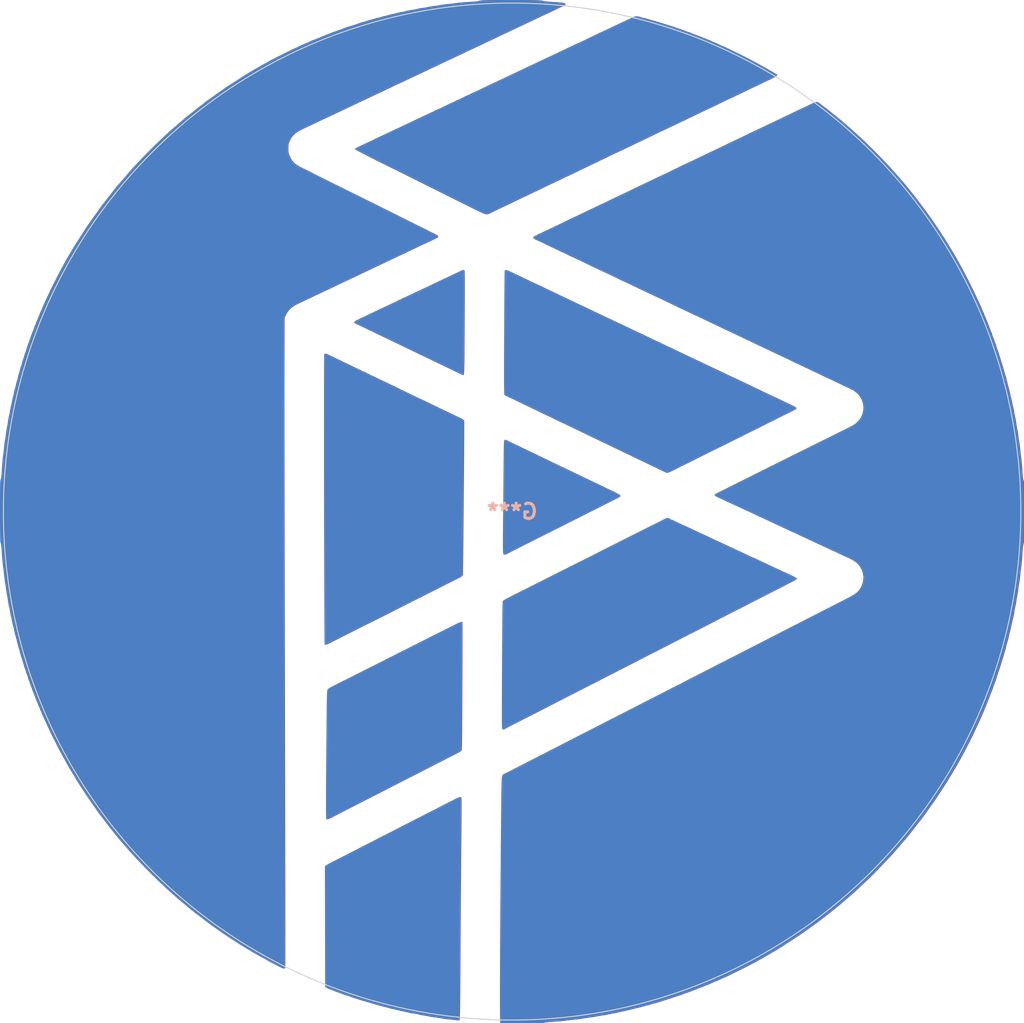
<source format=kicad_pcb>
(kicad_pcb (version 20221018) (generator pcbnew)
  (layers (0 "F.Cu" signal) (31 "B.Cu" signal) (34 "B.Paste" user) (35 "F.Paste" user) (36 "B.SilkS" user "B.Silkscreen") (37 "F.SilkS" user "F.Silkscreen") (38 "B.Mask" user) (39 "F.Mask" user) (44 "Edge.Cuts" user))
  (net 0 "")
  (footprint "library:logo-copper" (layer "F.Cu") (at 100 100)
    (fp_text reference "G***" hide)
    (fp_text value "LOGO" hide)
    (fp_poly (pts (xy -4.670624 -23.632009) (xy -4.658222 -23.618835) (xy -4.652217 -23.591848) (xy -4.647005 -23.524712) (xy -4.642582 -23.415011) (xy -4.638942 -23.260328) (xy -4.636076 -23.058248) (xy -4.633981 -22.806354) (xy -4.63265 -22.502231) (xy -4.632075 -22.143463) (xy -4.632253 -21.727634) (xy -4.633175 -21.252327) (xy -4.634837 -20.715127) (xy -4.637231 -20.113618) (xy -4.640352 -19.445383) (xy -4.644194 -18.708008) (xy -4.645257 -18.514396) (xy -4.649182 -17.796606) (xy -4.652717 -17.147592) (xy -4.656009 -16.563975) (xy -4.659209 -16.042373) (xy -4.662465 -15.579407) (xy -4.665927 -15.171696) (xy -4.669743 -14.815859) (xy -4.674063 -14.508516) (xy -4.679037 -14.246287) (xy -4.684812 -14.02579) (xy -4.691539 -13.843647) (xy -4.699366 -13.696475) (xy -4.708444 -13.580896) (xy -4.71892 -13.493527) (xy -4.730944 -13.43099) (xy -4.744665 -13.389903) (xy -4.760232 -13.366886) (xy -4.777795 -13.358559) (xy -4.797503 -13.361541) (xy -4.819505 -13.372451) (xy -4.843949 -13.38791) (xy -4.870738 -13.404396) (xy -4.944993 -13.442737) (xy -5.063404 -13.499802) (xy -5.20413 -13.565135) (xy -5.249574 -13.58575) (xy -5.388153 -13.64876) (xy -5.506927 -13.703722) (xy -5.58633 -13.741548) (xy -5.601349 -13.749136) (xy -5.69078 -13.796125) (xy -5.727628 -13.815436) (xy -5.78333 -13.843077) (xy -5.889397 -13.89446) (xy -6.030983 -13.962434) (xy -6.193242 -14.039846) (xy -6.205682 -14.045762) (xy -6.381632 -14.129715) (xy -6.601104 -14.234882) (xy -6.842697 -14.350984) (xy -7.08501 -14.46774) (xy -7.233949 -14.539686) (xy -7.59532 -14.714372) (xy -7.899284 -14.861085) (xy -8.15333 -14.98341) (xy -8.364943 -15.084929) (xy -8.541612 -15.169227) (xy -8.690823 -15.239888) (xy -8.820063 -15.300494) (xy -8.929687 -15.35134) (xy -9.069503 -15.41642) (xy -9.191075 -15.474053) (xy -9.27423 -15.514639) (xy -9.290483 -15.523019) (xy -9.3467 -15.552766) (xy -9.403237 -15.581741) (xy -9.473171 -15.61633) (xy -9.569578 -15.662916) (xy -9.705536 -15.727884) (xy -9.885795 -15.81366) (xy -10.064165 -15.898813) (xy -10.28527 -16.004894) (xy -10.526967 -16.121249) (xy -10.767109 -16.237224) (xy -10.896023 -16.299666) (xy -11.23234 -16.462466) (xy -11.572826 -16.626606) (xy -11.93216 -16.799132) (xy -12.325024 -16.987092) (xy -12.766101 -17.197532) (xy -12.844318 -17.234803) (xy -13.030765 -17.323705) (xy -13.165061 -17.388016) (xy -13.260234 -17.434104) (xy -13.329311 -17.468341) (xy -13.385321 -17.497093) (xy -13.439631 -17.525844) (xy -13.504707 -17.558135) (xy -13.615295 -17.610637) (xy -13.751171 -17.673792) (xy -13.800426 -17.696399) (xy -13.938841 -17.760222) (xy -14.057524 -17.815872) (xy -14.136983 -17.854177) (xy -14.152202 -17.861938) (xy -14.241569 -17.909377) (xy -14.27848 -17.928971) (xy -14.339878 -17.959478) (xy -14.446406 -18.010496) (xy -14.577681 -18.072287) (xy -14.612216 -18.088388) (xy -14.872099 -18.209658) (xy -15.073275 -18.3045) (xy -15.222697 -18.376415) (xy -15.327318 -18.428906) (xy -15.394089 -18.465476) (xy -15.429962 -18.489628) (xy -15.44189 -18.504864) (xy -15.442045 -18.506458) (xy -15.411193 -18.579091) (xy -15.331087 -18.660292) (xy -15.220406 -18.734292) (xy -15.119649 -18.778633) (xy -15.008944 -18.822436) (xy -14.924467 -18.868411) (xy -14.899211 -18.889619) (xy -14.844185 -18.934041) (xy -14.817947 -18.941761) (xy -14.771986 -18.956344) (xy -14.678089 -18.995018) (xy -14.553144 -19.050177) (xy -14.414037 -19.114212) (xy -14.277654 -19.179514) (xy -14.170241 -19.233579) (xy -14.080688 -19.28024) (xy -14.043963 -19.299375) (xy -13.983463 -19.329087) (xy -13.876846 -19.379813) (xy -13.743521 -19.442346) (xy -13.692187 -19.466224) (xy -13.529165 -19.542334) (xy -13.332651 -19.634749) (xy -13.134228 -19.728595) (xy -13.042756 -19.772081) (xy -12.851276 -19.863188) (xy -12.628086 -19.96919) (xy -12.406724 -20.074168) (xy -12.285085 -20.131766) (xy -12.098822 -20.220086) (xy -11.906449 -20.31162) (xy -11.733906 -20.394011) (xy -11.632962 -20.442444) (xy -11.509029 -20.500515) (xy -11.410349 -20.543787) (xy -11.354666 -20.564556) (xy -11.349895 -20.565341) (xy -11.303644 -20.584239) (xy -11.229922 -20.629971) (xy -11.226308 -20.632492) (xy -11.12697 -20.688413) (xy -11.006397 -20.739173) (xy -10.986221 -20.745977) (xy -10.870383 -20.792853) (xy -10.769945 -20.848974) (xy -10.755859 -20.859224) (xy -10.682867 -20.907222) (xy -10.632868 -20.926136) (xy -10.587792 -20.941147) (xy -10.491936 -20.98207) (xy -10.359154 -21.042738) (xy -10.203303 -21.116986) (xy -10.195759 -21.120651) (xy -10.032659 -21.198568) (xy -9.88562 -21.266332) (xy -9.770918 -21.3166) (xy -9.705398 -21.341861) (xy -9.608823 -21.382938) (xy -9.51943 -21.435983) (xy -9.444331 -21.482672) (xy -9.394303 -21.502934) (xy -9.393152 -21.50296) (xy -9.350893 -21.517881) (xy -9.257334 -21.55897) (xy -9.12574 -21.620178) (xy -8.96938 -21.695456) (xy -8.947727 -21.706057) (xy -8.764252 -21.795762) (xy -8.604116 -21.873188) (xy -8.449385 -21.946794) (xy -8.282126 -22.025041) (xy -8.084403 -22.116389) (xy -7.847301 -22.225169) (xy -7.700132 -22.292907) (xy -7.594984 -22.342484) (xy -7.508084 -22.385372) (xy -7.415661 -22.433042) (xy -7.405327 -22.438447) (xy -7.346399 -22.467669) (xy -7.235865 -22.521093) (xy -7.087416 -22.592207) (xy -6.914742 -22.6745) (xy -6.731534 -22.761461) (xy -6.551481 -22.846577) (xy -6.388275 -22.923338) (xy -6.259801 -22.983287) (xy -5.912901 -23.14476) (xy -5.612426 -23.285904) (xy -5.362919 -23.404554) (xy -5.168922 -23.498545) (xy -5.034979 -23.565713) (xy -5.009739 -23.578948) (xy -4.857018 -23.647177) (xy -4.746631 -23.664563)) (fill solid) (layer "F.Cu"))
    (fp_poly (pts (xy -0.623881 -7.026755) (xy -0.513855 -6.985231) (xy -0.438272 -6.94736) (xy -0.343021 -6.899087) (xy -0.200147 -6.828912) (xy -0.027409 -6.745463) (xy 0.157433 -6.657369) (xy 0.198438 -6.637997) (xy 0.395278 -6.545081) (xy 0.539089 -6.476895) (xy 0.642144 -6.427469) (xy 0.716717 -6.390834) (xy 0.775081 -6.361019) (xy 0.82951 -6.332055) (xy 0.847869 -6.322117) (xy 0.912957 -6.289541) (xy 1.023563 -6.236825) (xy 1.159459 -6.173562) (xy 1.208665 -6.150974) (xy 1.345697 -6.087332) (xy 1.461523 -6.031758) (xy 1.537317 -5.99335) (xy 1.551421 -5.985328) (xy 1.619996 -5.948918) (xy 1.717194 -5.903758) (xy 1.731818 -5.897407) (xy 1.840155 -5.849222) (xy 1.981445 -5.78424) (xy 2.132964 -5.713154) (xy 2.271987 -5.64666) (xy 2.37579 -5.595453) (xy 2.39929 -5.583282) (xy 2.440373 -5.561627) (xy 2.48228 -5.540176) (xy 2.5367 -5.513244) (xy 2.615325 -5.475143) (xy 2.729842 -5.420185) (xy 2.891943 -5.342684) (xy 2.994602 -5.293648) (xy 3.208045 -5.191489) (xy 3.450967 -5.074879) (xy 3.687921 -4.960849) (xy 3.824432 -4.89498) (xy 3.994994 -4.812994) (xy 4.153674 -4.737502) (xy 4.282873 -4.676827) (xy 4.364994 -4.639293) (xy 4.365625 -4.639015) (xy 4.463671 -4.593262) (xy 4.538928 -4.553608) (xy 4.546023 -4.549279) (xy 4.6023 -4.519221) (xy 4.705563 -4.468709) (xy 4.836982 -4.406875) (xy 4.888779 -4.383045) (xy 5.025814 -4.319415) (xy 5.141641 -4.263852) (xy 5.217434 -4.225451) (xy 5.231534 -4.21743) (xy 5.300127 -4.181044) (xy 5.397345 -4.135954) (xy 5.411932 -4.129633) (xy 5.496894 -4.091234) (xy 5.626782 -4.030222) (xy 5.781831 -3.955953) (xy 5.899006 -3.89901) (xy 6.085647 -3.808583) (xy 6.286444 -3.712689) (xy 6.470118 -3.626215) (xy 6.548438 -3.589932) (xy 6.685417 -3.52604) (xy 6.801214 -3.470271) (xy 6.877029 -3.431745) (xy 6.891193 -3.42368) (xy 6.959602 -3.387043) (xy 7.056597 -3.341205) (xy 7.071591 -3.334551) (xy 7.152956 -3.297265) (xy 7.281555 -3.236571) (xy 7.43983 -3.160821) (xy 7.61022 -3.078367) (xy 7.612784 -3.077119) (xy 7.819819 -2.976887) (xy 8.050428 -2.8661) (xy 8.272041 -2.760368) (xy 8.406534 -2.696706) (xy 8.609737 -2.600842) (xy 8.759377 -2.529823) (xy 8.867257 -2.477937) (xy 8.945182 -2.439467) (xy 9.004958 -2.4087) (xy 9.037926 -2.391071) (xy 9.106469 -2.356485) (xy 9.216742 -2.303402) (xy 9.344602 -2.24344) (xy 9.68424 -2.084082) (xy 9.974991 -1.943219) (xy 10.213527 -1.822599) (xy 10.39652 -1.723972) (xy 10.52064 -1.649086) (xy 10.58256 -1.599693) (xy 10.588682 -1.589594) (xy 10.596033 -1.508293) (xy 10.588682 -1.475324) (xy 10.551775 -1.445488) (xy 10.459379 -1.389213) (xy 10.320873 -1.31167) (xy 10.145635 -1.218031) (xy 9.943042 -1.113467) (xy 9.821173 -1.052085) (xy 9.602673 -0.942812) (xy 9.401404 -0.841821) (xy 9.22786 -0.754406) (xy 9.092535 -0.685859) (xy 9.005924 -0.641471) (xy 8.983807 -0.629795) (xy 8.885737 -0.578683) (xy 8.776483 -0.524861) (xy 8.77635 -0.524798) (xy 8.612411 -0.446438) (xy 8.498167 -0.390626) (xy 8.417898 -0.349451) (xy 8.355883 -0.315001) (xy 8.334375 -0.30235) (xy 8.237245 -0.250639) (xy 8.124481 -0.19838) (xy 8.117898 -0.195594) (xy 8.019454 -0.150846) (xy 7.944157 -0.110875) (xy 7.9375 -0.106638) (xy 7.868867 -0.068659) (xy 7.771599 -0.022677) (xy 7.757102 -0.016358) (xy 7.645414 0.035373) (xy 7.545822 0.08712) (xy 7.540625 0.090093) (xy 7.489532 0.117231) (xy 7.381263 0.172991) (xy 7.223147 0.253653) (xy 7.022514 0.355502) (xy 6.786694 0.474818) (xy 6.523017 0.607883) (xy 6.238813 0.75098) (xy 6.115483 0.812979) (xy 5.82658 0.958284) (xy 5.556581 1.09434) (xy 5.312565 1.217563) (xy 5.101611 1.324366) (xy 4.930797 1.411162) (xy 4.807202 1.474366) (xy 4.737904 1.51039) (xy 4.726421 1.516718) (xy 4.657697 1.552412) (xy 4.56032 1.596631) (xy 4.546023 1.602697) (xy 4.433968 1.654534) (xy 4.334254 1.708007) (xy 4.329546 1.710854) (xy 4.232599 1.763804) (xy 4.119986 1.817335) (xy 4.113068 1.820336) (xy 4.014855 1.865492) (xy 3.939581 1.904962) (xy 3.932671 1.909203) (xy 3.89096 1.933834) (xy 3.826716 1.967822) (xy 3.727859 2.017268) (xy 3.582305 2.088272) (xy 3.481676 2.136934) (xy 3.379907 2.187273) (xy 3.299782 2.228987) (xy 3.283239 2.23826) (xy 3.229389 2.26668) (xy 3.126921 2.318303) (xy 2.992194 2.384951) (xy 2.886364 2.436693) (xy 2.738712 2.508957) (xy 2.611747 2.571875) (xy 2.521821 2.617298) (xy 2.489489 2.634424) (xy 2.446499 2.65693) (xy 2.346137 2.708383) (xy 2.195446 2.785204) (xy 2.001467 2.883815) (xy 1.771241 3.000639) (xy 1.511812 3.132097) (xy 1.23022 3.274611) (xy 1.09275 3.344126) (xy 0.798444 3.492937) (xy 0.518952 3.634312) (xy 0.262016 3.76433) (xy 0.035377 3.879073) (xy -0.153225 3.974621) (xy -0.296047 4.047053) (xy -0.385349 4.092451) (xy -0.404551 4.102266) (xy -0.561522 4.178837) (xy -0.671003 4.220646) (xy -0.746707 4.231162) (xy -0.802345 4.21385) (xy -0.814325 4.205874) (xy -0.822647 4.197059) (xy -0.830131 4.181154) (xy -0.836785 4.154788) (xy -0.842621 4.11459) (xy -0.847648 4.057191) (xy -0.851877 3.97922) (xy -0.855317 3.877304) (xy -0.857977 3.748075) (xy -0.859869 3.588162) (xy -0.861002 3.394193) (xy -0.861386 3.162798) (xy -0.86103 2.890606) (xy -0.859946 2.574247) (xy -0.858142 2.210349) (xy -0.855629 1.795543) (xy -0.852417 1.326458) (xy -0.848515 0.799722) (xy -0.843934 0.211966) (xy -0.838684 -0.440182) (xy -0.832774 -1.160092) (xy -0.830851 -1.392576) (xy -0.823912 -2.202209) (xy -0.817004 -2.952726) (xy -0.810142 -3.64302) (xy -0.803342 -4.271984) (xy -0.796621 -4.838512) (xy -0.789995 -5.341496) (xy -0.78348 -5.77983) (xy -0.777093 -6.152407) (xy -0.770849 -6.45812) (xy -0.764765 -6.695862) (xy -0.758857 -6.864527) (xy -0.753141 -6.963006) (xy -0.748806 -6.990412) (xy -0.697522 -7.027833)) (fill solid) (layer "F.Cu"))
    (fp_poly (pts (xy -4.981434 27.98797) (xy -4.957429 28.052717) (xy -4.956304 28.057155) (xy -4.953338 28.105879) (xy -4.951178 28.222197) (xy -4.949805 28.401549) (xy -4.949202 28.639376) (xy -4.949351 28.931118) (xy -4.950235 29.272213) (xy -4.951834 29.658104) (xy -4.954133 30.084228) (xy -4.957112 30.546027) (xy -4.960753 31.03894) (xy -4.96504 31.558408) (xy -4.969954 32.09987) (xy -4.973577 32.471591) (xy -4.97871 33.001594) (xy -4.984148 33.596117) (xy -4.989837 34.247519) (xy -4.995718 34.948162) (xy -5.001734 35.690407) (xy -5.007829 36.466615) (xy -5.013944 37.269145) (xy -5.020024 38.09036) (xy -5.026012 38.922621) (xy -5.031849 39.758287) (xy -5.037479 40.58972) (xy -5.042845 41.409281) (xy -5.04789 42.20933) (xy -5.052557 42.982229) (xy -5.054159 43.256783) (xy -5.059197 44.095332) (xy -5.064324 44.883302) (xy -5.069523 45.619047) (xy -5.074776 46.300921) (xy -5.080063 46.927278) (xy -5.085366 47.496474) (xy -5.090668 48.006862) (xy -5.09595 48.456797) (xy -5.101194 48.844633) (xy -5.106382 49.168725) (xy -5.111494 49.427428) (xy -5.116514 49.619095) (xy -5.121423 49.742081) (xy -5.126201 49.79474) (xy -5.126735 49.7962) (xy -5.157642 49.834106) (xy -5.208799 49.852459) (xy -5.294993 49.852338) (xy -5.431013 49.834821) (xy -5.500831 49.823495) (xy -5.606825 49.808823) (xy -5.763767 49.790893) (xy -5.950656 49.771956) (xy -6.146493 49.75426) (xy -6.150263 49.753942) (xy -6.351733 49.734385) (xy -6.550095 49.71063) (xy -6.722182 49.685712) (xy -6.842422 49.663227) (xy -6.967106 49.638716) (xy -7.140171 49.610308) (xy -7.338231 49.581612) (xy -7.527933 49.557409) (xy -7.715706 49.533502) (xy -7.888638 49.508322) (xy -8.028061 49.484788) (xy -8.115307 49.465825) (xy -8.117898 49.465069) (xy -8.2067 49.44423) (xy -8.345437 49.418052) (xy -8.512475 49.390426) (xy -8.63113 49.372806) (xy -8.808817 49.344706) (xy -8.976472 49.312918) (xy -9.110842 49.282108) (xy -9.169278 49.264829) (xy -9.274547 49.236582) (xy -9.425161 49.20717) (xy -9.594567 49.181534) (xy -9.658832 49.173755) (xy -9.827422 49.151148) (xy -9.986447 49.123253) (xy -10.109828 49.094869) (xy -10.142666 49.0847) (xy -10.24662 49.054579) (xy -10.394634 49.019784) (xy -10.559444 48.986578) (xy -10.607386 48.977983) (xy -10.771684 48.946522) (xy -10.926999 48.911719) (xy -11.046197 48.879794) (xy -11.070677 48.871771) (xy -11.200415 48.834623) (xy -11.34796 48.804086) (xy -11.389108 48.797892) (xy -11.507625 48.776875) (xy -11.665419 48.741832) (xy -11.832662 48.699504) (xy -11.87017 48.689211) (xy -12.043877 48.641518) (xy -12.222962 48.593646) (xy -12.372992 48.554779) (xy -12.393324 48.54968) (xy -12.927169 48.41228) (xy -13.395532 48.282322) (xy -13.79553 48.160612) (xy -13.836506 48.147347) (xy -13.983061 48.101781) (xy -14.146923 48.05395) (xy -14.215341 48.03502) (xy -14.385153 47.987475) (xy -14.59748 47.925481) (xy -14.826194 47.856841) (xy -15.045167 47.789356) (xy -15.162429 47.752208) (xy -15.384192 47.680353) (xy -15.557073 47.622628) (xy -15.701198 47.572077) (xy -15.836695 47.521742) (xy -15.902774 47.496317) (xy -16.027088 47.451275) (xy -16.130267 47.419605) (xy -16.186899 47.408523) (xy -16.249918 47.395235) (xy -16.35365 47.360818) (xy -16.447761 47.324073) (xy -16.544839 47.284274) (xy -16.640454 47.246758) (xy -16.749711 47.205957) (xy -16.887714 47.156306) (xy -17.069567 47.092237) (xy -17.209943 47.043189) (xy -17.33694 46.995779) (xy -17.449088 46.948669) (xy -17.498579 46.924557) (xy -17.5818 46.888364) (xy -17.704925 46.845267) (xy -17.81132 46.81319) (xy -17.952524 46.762949) (xy -18.084071 46.698112) (xy -18.154076 46.650887) (xy -18.27429 46.550534) (xy -18.284204 40.650087) (xy -18.294119 34.74964) (xy -18.167114 34.652768) (xy -18.097959 34.608293) (xy -17.975457 34.538008) (xy -17.810954 34.448071) (xy -17.615794 34.344639) (xy -17.401322 34.23387) (xy -17.30933 34.187203) (xy -17.092009 34.077386) (xy -16.890566 33.975268) (xy -16.715941 33.88642) (xy -16.579071 33.816411) (xy -16.490895 33.770814) (xy -16.470312 33.759904) (xy -16.355936 33.700482) (xy -16.253835 33.65046) (xy -16.18697 33.617546) (xy -16.068848 33.557881) (xy -15.912248 33.477982) (xy -15.729947 33.384364) (xy -15.568324 33.300936) (xy -15.353033 33.18977) (xy -15.094404 33.056588) (xy -14.813379 32.912151) (xy -14.530904 32.767225) (xy -14.267922 32.632572) (xy -14.242672 32.619662) (xy -14.000405 32.495474) (xy -13.752877 32.367997) (xy -13.516372 32.245659) (xy -13.307177 32.136889) (xy -13.141575 32.050116) (xy -13.106167 32.031403) (xy -12.950926 31.949456) (xy -12.815717 31.878668) (xy -12.715132 31.826639) (xy -12.66392 31.801043) (xy -12.498123 31.724843) (xy -12.385513 31.671516) (xy -12.313259 31.634802) (xy -12.268533 31.608442) (xy -12.267045 31.607455) (xy -12.198689 31.568976) (xy -12.101759 31.521783) (xy -12.086648 31.514952) (xy -12.013695 31.479945) (xy -11.8901 31.418023) (xy -11.729061 31.335907) (xy -11.543776 31.240319) (xy -11.383096 31.156646) (xy -11.142238 31.031279) (xy -10.871343 30.891251) (xy -10.598045 30.750789) (xy -10.349974 30.624118) (xy -10.264631 30.580818) (xy -10.077545 30.485767) (xy -9.907176 30.398543) (xy -9.76652 30.325851) (xy -9.668576 30.274396) (xy -9.633238 30.255096) (xy -9.568361 30.219128) (xy -9.48569 30.176201) (xy -9.370934 30.119121) (xy -9.209802 30.040695) (xy -9.146165 30.009941) (xy -9.044408 29.959693) (xy -8.964286 29.918194) (xy -8.947727 29.909004) (xy -8.891982 29.878964) (xy -8.784874 29.823014) (xy -8.639426 29.747815) (xy -8.468665 29.660027) (xy -8.285616 29.566314) (xy -8.103304 29.473338) (xy -7.934753 29.387759) (xy -7.792989 29.316239) (xy -7.691038 29.265442) (xy -7.658713 29.249729) (xy -7.546752 29.194846) (xy -7.446334 29.143269) (xy -7.432386 29.135774) (xy -7.371068 29.103476) (xy -7.25811 29.044952) (xy -7.106171 28.966723) (xy -6.927909 28.87531) (xy -6.782954 28.801205) (xy -6.548752 28.681277) (xy -6.288836 28.5476) (xy -6.030126 28.414053) (xy -5.799544 28.294518) (xy -5.731417 28.259053) (xy -5.549746 28.16711) (xy -5.380336 28.086396) (xy -5.238056 28.023636) (xy -5.137774 27.985552) (xy -5.110664 27.978322) (xy -5.023956 27.967541)) (fill solid) (layer "F.Cu"))
    (fp_poly (pts (xy -4.886148 10.832921) (xy -4.861844 10.868628) (xy -4.861199 10.870337) (xy -4.859628 10.910523) (xy -4.858415 11.01916) (xy -4.857553 11.192542) (xy -4.857034 11.42696) (xy -4.856852 11.718708) (xy -4.856999 12.064079) (xy -4.85747 12.459366) (xy -4.858256 12.900862) (xy -4.859352 13.384859) (xy -4.86075 13.90765) (xy -4.862444 14.465529) (xy -4.864426 15.054789) (xy -4.866691 15.671722) (xy -4.86923 16.312621) (xy -4.872037 16.973779) (xy -4.872838 17.154812) (xy -4.876358 17.941273) (xy -4.879619 18.658772) (xy -4.88267 19.310502) (xy -4.885562 19.89966) (xy -4.888344 20.429441) (xy -4.891067 20.90304) (xy -4.893782 21.323652) (xy -4.896538 21.694473) (xy -4.899387 22.018697) (xy -4.902378 22.299521) (xy -4.905561 22.540139) (xy -4.908988 22.743747) (xy -4.912707 22.91354) (xy -4.916771 23.052713) (xy -4.921228 23.164461) (xy -4.926129 23.251981) (xy -4.931525 23.318467) (xy -4.937465 23.367114) (xy -4.944001 23.401118) (xy -4.951182 23.423674) (xy -4.959059 23.437977) (xy -4.967682 23.447222) (xy -4.971958 23.450692) (xy -5.018038 23.484299) (xy -5.075789 23.521634) (xy -5.153128 23.566988) (xy -5.257975 23.624651) (xy -5.39825 23.698911) (xy -5.581871 23.794059) (xy -5.816757 23.914383) (xy -6.007244 24.011471) (xy -6.266056 24.143402) (xy -6.565898 24.296554) (xy -6.883652 24.459099) (xy -7.196202 24.619212) (xy -7.48043 24.765064) (xy -7.522585 24.786725) (xy -7.80553 24.932022) (xy -8.125708 25.096243) (xy -8.458473 25.266758) (xy -8.779178 25.430938) (xy -9.063175 25.576155) (xy -9.092045 25.590904) (xy -9.350047 25.722828) (xy -9.624293 25.863289) (xy -9.895858 26.00258) (xy -10.145814 26.130989) (xy -10.355235 26.238807) (xy -10.399849 26.261825) (xy -10.58941 26.359382) (xy -10.766755 26.450103) (xy -10.917482 26.526663) (xy -11.027188 26.581734) (xy -11.067321 26.601408) (xy -11.17909 26.656442) (xy -11.27938 26.708093) (xy -11.292898 26.715363) (xy -11.343303 26.742116) (xy -11.432085 26.788358) (xy -11.562429 26.855724) (xy -11.737523 26.94585) (xy -11.960553 27.060373) (xy -12.234706 27.20093) (xy -12.563169 27.369155) (xy -12.949129 27.566686) (xy -13.395773 27.795158) (xy -13.45767 27.826813) (xy -13.736693 27.969559) (xy -14.028337 28.118854) (xy -14.316905 28.266655) (xy -14.586702 28.404923) (xy -14.822033 28.525615) (xy -14.991051 28.612392) (xy -15.207579 28.723557) (xy -15.467126 28.85666) (xy -15.748447 29.000816) (xy -16.030301 29.145139) (xy -16.291442 29.278745) (xy -16.307954 29.287188) (xy -16.524852 29.39819) (xy -16.724643 29.500626) (xy -16.896842 29.589107) (xy -17.030967 29.658241) (xy -17.116532 29.702638) (xy -17.137784 29.713851) (xy -17.238683 29.765804) (xy -17.336221 29.813413) (xy -17.418152 29.853735) (xy -17.541351 29.916289) (xy -17.683288 29.989599) (xy -17.729061 30.013495) (xy -17.901053 30.098762) (xy -18.022881 30.146318) (xy -18.104408 30.158503) (xy -18.155497 30.137653) (xy -18.171087 30.118272) (xy -18.176773 30.072556) (xy -18.181496 29.956747) (xy -18.185263 29.772905) (xy -18.188079 29.52309) (xy -18.189951 29.209362) (xy -18.190886 28.833781) (xy -18.19089 28.398406) (xy -18.189969 27.905297) (xy -18.188129 27.356514) (xy -18.185378 26.754118) (xy -18.181722 26.100167) (xy -18.177166 25.396722) (xy -18.171718 24.645842) (xy -18.165384 23.849588) (xy -18.158169 23.010019) (xy -18.150082 22.129195) (xy -18.144399 21.539489) (xy -18.138202 20.915653) (xy -18.132482 20.35993) (xy -18.12714 19.868275) (xy -18.122079 19.436643) (xy -18.1172 19.06099) (xy -18.112405 18.737271) (xy -18.107597 18.461442) (xy -18.102678 18.229458) (xy -18.097549 18.037275) (xy -18.092112 17.880848) (xy -18.086271 17.756133) (xy -18.079926 17.659085) (xy -18.072979 17.58566) (xy -18.065333 17.531814) (xy -18.056891 17.4935) (xy -18.047552 17.466677) (xy -18.045647 17.4625) (xy -18.021224 17.419977) (xy -17.985061 17.378471) (xy -17.929117 17.332989) (xy -17.845351 17.278539) (xy -17.725721 17.210131) (xy -17.562185 17.12277) (xy -17.346702 17.011467) (xy -17.191903 16.932525) (xy -16.967452 16.818694) (xy -16.760174 16.714183) (xy -16.580082 16.623992) (xy -16.437192 16.553123) (xy -16.341517 16.506576) (xy -16.307954 16.491123) (xy -16.203791 16.442737) (xy -16.127557 16.402808) (xy -16.055412 16.364533) (xy -15.938628 16.304906) (xy -15.797427 16.234198) (xy -15.730682 16.201193) (xy -15.585005 16.128513) (xy -15.454583 16.061753) (xy -15.359663 16.011345) (xy -15.333807 15.996705) (xy -15.236686 15.94517) (xy -15.123931 15.89299) (xy -15.117329 15.890197) (xy -15.018975 15.846236) (xy -14.943687 15.808104) (xy -14.936932 15.804126) (xy -14.893856 15.781231) (xy -14.793349 15.729589) (xy -14.642492 15.652788) (xy -14.448365 15.554411) (xy -14.218048 15.438044) (xy -13.958621 15.307273) (xy -13.677164 15.165682) (xy -13.547869 15.100728) (xy -13.257226 14.95461) (xy -12.984044 14.816947) (xy -12.735656 14.691456) (xy -12.519392 14.581857) (xy -12.342585 14.491867) (xy -12.212565 14.425205) (xy -12.136665 14.38559) (xy -12.122727 14.377934) (xy -12.026269 14.326522) (xy -11.91406 14.272626) (xy -11.90625 14.269117) (xy -11.578496 14.111327) (xy -11.473295 14.055835) (xy -11.424542 14.030643) (xy -11.317636 13.976194) (xy -11.158877 13.895676) (xy -10.954568 13.792273) (xy -10.711009 13.669173) (xy -10.434502 13.52956) (xy -10.13135 13.376622) (xy -9.807852 13.213543) (xy -9.651278 13.134655) (xy -9.321817 12.968586) (xy -9.010887 12.811665) (xy -8.724623 12.666999) (xy -8.469159 12.537698) (xy -8.25063 12.426872) (xy -8.075171 12.33763) (xy -7.948916 12.273082) (xy -7.878 12.236336) (xy -7.865341 12.22944) (xy -7.796622 12.193848) (xy -7.69925 12.14968) (xy -7.684943 12.14361) (xy -7.572944 12.092189) (xy -7.473249 12.039675) (xy -7.468466 12.036855) (xy -7.366991 11.981157) (xy -7.270028 11.933285) (xy -7.169432 11.884301) (xy -7.089631 11.841639) (xy -7.00701 11.799132) (xy -6.901891 11.751305) (xy -6.891193 11.74677) (xy -6.779201 11.695328) (xy -6.679508 11.642805) (xy -6.674716 11.63998) (xy -6.573635 11.583953) (xy -6.476278 11.534757) (xy -6.41211 11.503216) (xy -6.295031 11.444686) (xy -6.136443 11.364906) (xy -5.947745 11.269614) (xy -5.74034 11.164549) (xy -5.683434 11.135668) (xy -5.435966 11.011714) (xy -5.244208 10.920344) (xy -5.100754 10.85917) (xy -4.998196 10.825802) (xy -4.92913 10.817848)) (fill solid) (layer "F.Cu"))
    (fp_poly (pts (xy -18.193417 -15.458967) (xy -18.072456 -15.412533) (xy -17.931854 -15.347037) (xy -17.786858 -15.277196) (xy -17.602237 -15.188726) (xy -17.403585 -15.093873) (xy -17.246023 -15.018897) (xy -17.082811 -14.941182) (xy -16.939177 -14.872412) (xy -16.829968 -14.819724) (xy -16.770034 -14.790251) (xy -16.767969 -14.78919) (xy -16.678494 -14.742703) (xy -16.64169 -14.723484) (xy -16.586004 -14.695821) (xy -16.47997 -14.644369) (xy -16.338425 -14.576291) (xy -16.176205 -14.498747) (xy -16.163636 -14.492757) (xy -15.959864 -14.395311) (xy -15.722529 -14.281252) (xy -15.482907 -14.165637) (xy -15.295491 -14.074813) (xy -15.129637 -13.995144) (xy -14.986834 -13.928309) (xy -14.879643 -13.880055) (xy -14.820625 -13.856126) (xy -14.813987 -13.854545) (xy -14.767741 -13.835427) (xy -14.693689 -13.788982) (xy -14.687744 -13.784785) (xy -14.582577 -13.725727) (xy -14.483737 -13.689325) (xy -14.374608 -13.648546) (xy -14.280076 -13.595407) (xy -14.172471 -13.533447) (xy -14.063598 -13.486655) (xy -13.9523 -13.437438) (xy -13.8587 -13.379737) (xy -13.782535 -13.331805) (xy -13.727355 -13.313352) (xy -13.6789 -13.29807) (xy -13.580424 -13.256458) (xy -13.446243 -13.194866) (xy -13.290671 -13.119644) (xy -13.290246 -13.119434) (xy -12.948564 -12.951845) (xy -12.661799 -12.814579) (xy -12.421431 -12.703571) (xy -12.375284 -12.682872) (xy -12.264127 -12.631087) (xy -12.164719 -12.581369) (xy -12.158807 -12.578223) (xy -12.049642 -12.522547) (xy -11.901562 -12.450576) (xy -11.741652 -12.375183) (xy -11.596999 -12.309245) (xy -11.545454 -12.28667) (xy -11.447196 -12.241299) (xy -11.371917 -12.201222) (xy -11.365057 -12.196899) (xy -11.299219 -12.159916) (xy -11.200491 -12.110676) (xy -11.166619 -12.094771) (xy -11.058811 -12.043437) (xy -10.96809 -11.997641) (xy -10.950142 -11.987932) (xy -10.892355 -11.958324) (xy -10.783325 -11.904702) (xy -10.637055 -11.833874) (xy -10.467548 -11.752649) (xy -10.408949 -11.724749) (xy -10.193855 -11.62233) (xy -9.957694 -11.509595) (xy -9.729502 -11.400419) (xy -9.54304 -11.310952) (xy -9.363026 -11.224907) (xy -9.182451 -11.139475) (xy -9.02464 -11.065645) (xy -8.929687 -11.021972) (xy -8.823898 -10.972898) (xy -8.669407 -10.899775) (xy -8.482315 -10.810294) (xy -8.278724 -10.712145) (xy -8.135937 -10.642851) (xy -7.798622 -10.478943) (xy -7.447445 -10.308804) (xy -7.091494 -10.136801) (xy -6.739857 -9.967298) (xy -6.40162 -9.804661) (xy -6.085869 -9.653256) (xy -5.801693 -9.517449) (xy -5.558178 -9.401604) (xy -5.364411 -9.310087) (xy -5.267613 -9.264866) (xy -5.137216 -9.20429) (xy -5.022281 -9.150731) (xy -4.948817 -9.116313) (xy -4.86016 -9.062) (xy -4.777439 -8.995813) (xy -4.690341 -8.915093) (xy -4.691141 -7.767845) (xy -4.691614 -7.544618) (xy -4.692739 -7.254791) (xy -4.694475 -6.90392) (xy -4.696775 -6.49756) (xy -4.699596 -6.041267) (xy -4.702893 -5.540597) (xy -4.706624 -5.001104) (xy -4.710743 -4.428346) (xy -4.715206 -3.827878) (xy -4.71997 -3.205254) (xy -4.724989 -2.566032) (xy -4.730221 -1.915766) (xy -4.735621 -1.260012) (xy -4.741144 -0.604326) (xy -4.746746 0.045736) (xy -4.752385 0.684619) (xy -4.758014 1.306768) (xy -4.763591 1.906625) (xy -4.76907 2.478637) (xy -4.774409 3.017247) (xy -4.779562 3.516899) (xy -4.784203 3.94657) (xy -4.809353 6.215441) (xy -4.913717 6.334305) (xy -5.004058 6.415081) (xy -5.099873 6.469174) (xy -5.123113 6.476239) (xy -5.232613 6.516502) (xy -5.311019 6.563198) (xy -5.406072 6.621059) (xy -5.512746 6.667621) (xy -5.629117 6.718345) (xy -5.729223 6.776901) (xy -5.828284 6.835377) (xy -5.917045 6.873154) (xy -6.016559 6.915175) (xy -6.097443 6.961787) (xy -6.195636 7.017861) (xy -6.309263 7.069535) (xy -6.31392 7.071339) (xy -6.410232 7.112808) (xy -6.480421 7.150835) (xy -6.486245 7.155001) (xy -6.528361 7.178964) (xy -6.62732 7.231199) (xy -6.775403 7.307755) (xy -6.96489 7.40468) (xy -7.188059 7.518022) (xy -7.437192 7.643829) (xy -7.658831 7.755221) (xy -7.925025 7.888893) (xy -8.172917 8.013697) (xy -8.394557 8.125609) (xy -8.581998 8.2206) (xy -8.727291 8.294645) (xy -8.822488 8.343717) (xy -8.857528 8.362459) (xy -8.939747 8.405765) (xy -9.04446 8.45527) (xy -9.055966 8.460383) (xy -9.167452 8.513219) (xy -9.266975 8.566048) (xy -9.272443 8.569241) (xy -9.369058 8.621062) (xy -9.481397 8.674798) (xy -9.48892 8.678139) (xy -9.733 8.793036) (xy -9.921875 8.894217) (xy -10.018464 8.945347) (xy -10.130782 8.998725) (xy -10.138352 9.002082) (xy -10.236426 9.048388) (xy -10.311687 9.089143) (xy -10.31875 9.093646) (xy -10.387383 9.131625) (xy -10.484651 9.177607) (xy -10.499148 9.183926) (xy -10.610887 9.236018) (xy -10.710495 9.288596) (xy -10.715625 9.291598) (xy -10.784478 9.329402) (xy -10.900353 9.390062) (xy -11.045598 9.464427) (xy -11.166619 9.525406) (xy -11.31755 9.601393) (xy -11.447986 9.667956) (xy -11.542263 9.717046) (xy -11.581534 9.738577) (xy -11.625763 9.761977) (xy -11.726697 9.813528) (xy -11.876434 9.889253) (xy -12.067069 9.985172) (xy -12.290698 10.097305) (xy -12.539416 10.221675) (xy -12.736079 10.319798) (xy -13.000291 10.451597) (xy -13.247035 10.574863) (xy -13.46807 10.685468) (xy -13.655159 10.77928) (xy -13.800061 10.852169) (xy -13.894535 10.900005) (xy -13.926704 10.916614) (xy -14.024727 10.967029) (xy -14.133948 11.020555) (xy -14.134162 11.020657) (xy -14.2551 11.078171) (xy -14.368679 11.132184) (xy -14.47789 11.185855) (xy -14.576006 11.236685) (xy -14.576136 11.236756) (xy -14.626183 11.262577) (xy -14.733894 11.317251) (xy -14.892409 11.397326) (xy -15.094869 11.499347) (xy -15.334415 11.619861) (xy -15.604187 11.755413) (xy -15.897327 11.902551) (xy -16.163636 12.036097) (xy -16.469969 12.190003) (xy -16.757532 12.335162) (xy -17.019667 12.468164) (xy -17.249719 12.5856) (xy -17.44103 12.68406) (xy -17.586943 12.760136) (xy -17.680801 12.810418) (xy -17.715057 12.830628) (xy -17.765579 12.858492) (xy -17.860814 12.901933) (xy -17.97979 12.952367) (xy -18.101532 13.001205) (xy -18.205065 13.039864) (xy -18.269416 13.059756) (xy -18.277316 13.060796) (xy -18.301687 13.033388) (xy -18.322276 12.997656) (xy -18.325336 12.956114) (xy -18.328373 12.845407) (xy -18.331382 12.668521) (xy -18.33436 12.42844) (xy -18.337301 12.128148) (xy -18.340202 11.770628) (xy -18.343057 11.358866) (xy -18.345863 10.895846) (xy -18.348614 10.384551) (xy -18.351307 9.827966) (xy -18.353936 9.229074) (xy -18.356498 8.590861) (xy -18.358988 7.916311) (xy -18.361402 7.208406) (xy -18.363734 6.470133) (xy -18.365981 5.704474) (xy -18.368137 4.914414) (xy -18.3702 4.102938) (xy -18.372163 3.273029) (xy -18.374023 2.427671) (xy -18.375775 1.569849) (xy -18.377414 0.702547) (xy -18.378937 -0.17125) (xy -18.380339 -1.04856) (xy -18.381614 -1.926397) (xy -18.38276 -2.801777) (xy -18.38377 -3.671717) (xy -18.384642 -4.533231) (xy -18.385369 -5.383337) (xy -18.385949 -6.219049) (xy -18.386376 -7.037384) (xy -18.386646 -7.835356) (xy -18.386754 -8.609983) (xy -18.386696 -9.35828) (xy -18.386468 -10.077263) (xy -18.386064 -10.763947) (xy -18.385481 -11.415349) (xy -18.384714 -12.028484) (xy -18.383759 -12.600368) (xy -18.382611 -13.128016) (xy -18.381265 -13.608446) (xy -18.379717 -14.038672) (xy -18.377964 -14.41571) (xy -18.375999 -14.736577) (xy -18.373819 -14.998287) (xy -18.371419 -15.197857) (xy -18.368795 -15.332303) (xy -18.365942 -15.39864) (xy -18.364867 -15.405259) (xy -18.327442 -15.453692) (xy -18.274352 -15.472141)) (fill solid) (layer "F.Cu"))
    (fp_poly (pts (xy -0.492769 -23.641747) (xy -0.348841 -23.592365) (xy -0.154286 -23.505855) (xy -0.080049 -23.470088) (xy 0.105873 -23.379809) (xy 0.293633 -23.289521) (xy 0.460523 -23.210096) (xy 0.577273 -23.155427) (xy 0.726211 -23.086498) (xy 0.827735 -23.038718) (xy 0.900078 -23.00327) (xy 0.961469 -22.971339) (xy 0.992188 -22.954787) (xy 1.057275 -22.922212) (xy 1.167881 -22.869495) (xy 1.303778 -22.806233) (xy 1.352983 -22.783645) (xy 1.490007 -22.720058) (xy 1.605827 -22.664622) (xy 1.681625 -22.626408) (xy 1.695739 -22.618462) (xy 1.770492 -22.578674) (xy 1.840057 -22.546514) (xy 1.924934 -22.508818) (xy 2.041819 -22.455467) (xy 2.110654 -22.423548) (xy 2.231577 -22.367447) (xy 2.38802 -22.295334) (xy 2.549828 -22.221101) (xy 2.579688 -22.207448) (xy 2.734824 -22.136308) (xy 2.842953 -22.085816) (xy 2.922822 -22.046905) (xy 2.993183 -22.010509) (xy 3.048722 -21.980639) (xy 3.114769 -21.947352) (xy 3.225193 -21.894195) (xy 3.358769 -21.831352) (xy 3.391477 -21.816162) (xy 3.628095 -21.706091) (xy 3.859194 -21.597707) (xy 4.074781 -21.49578) (xy 4.264861 -21.40508) (xy 4.419437 -21.330375) (xy 4.528516 -21.276435) (xy 4.582102 -21.248029) (xy 4.656882 -21.207773) (xy 4.726421 -21.175491) (xy 4.819318 -21.133905) (xy 4.969003 -21.064812) (xy 5.167282 -20.972082) (xy 5.40596 -20.859581) (xy 5.676843 -20.731179) (xy 5.971738 -20.590743) (xy 6.28245 -20.442141) (xy 6.440199 -20.366457) (xy 6.628398 -20.276419) (xy 6.825014 -20.182937) (xy 7.003264 -20.098718) (xy 7.107671 -20.049796) (xy 7.326831 -19.947193) (xy 7.60417 -19.816491) (xy 7.932861 -19.660919) (xy 8.306078 -19.483705) (xy 8.586932 -19.350049) (xy 8.764854 -19.265451) (xy 8.937693 -19.183523) (xy 9.085043 -19.113921) (xy 9.182244 -19.068289) (xy 9.2837 -19.020541) (xy 9.431376 -18.950496) (xy 9.606451 -18.867104) (xy 9.790105 -18.779314) (xy 9.813637 -18.768042) (xy 10.308381 -18.531957) (xy 10.753576 -18.321553) (xy 11.142716 -18.139901) (xy 11.238779 -18.095514) (xy 11.388172 -18.026471) (xy 11.49226 -17.977623) (xy 11.571356 -17.939152) (xy 11.645776 -17.901237) (xy 11.707813 -17.868799) (xy 11.775174 -17.835676) (xy 11.885785 -17.783555) (xy 12.017088 -17.723047) (xy 12.032529 -17.716015) (xy 12.187018 -17.645124) (xy 12.344675 -17.571773) (xy 12.465483 -17.514646) (xy 12.595281 -17.453607) (xy 12.721457 -17.396157) (xy 12.772159 -17.373886) (xy 12.870379 -17.328854) (xy 12.945654 -17.289567) (xy 12.952557 -17.285359) (xy 13.008833 -17.255298) (xy 13.112092 -17.204778) (xy 13.243507 -17.142934) (xy 13.295313 -17.119094) (xy 13.433718 -17.055358) (xy 13.552396 -16.999903) (xy 13.631858 -16.961864) (xy 13.647088 -16.954205) (xy 13.736641 -16.907544) (xy 13.773367 -16.888409) (xy 13.833914 -16.858762) (xy 13.94062 -16.808231) (xy 14.074043 -16.745993) (xy 14.125142 -16.722363) (xy 14.280897 -16.649732) (xy 14.473588 -16.558732) (xy 14.675285 -16.462599) (xy 14.810654 -16.397516) (xy 14.987956 -16.312535) (xy 15.163315 -16.229622) (xy 15.314519 -16.159217) (xy 15.405966 -16.11767) (xy 15.570485 -16.04438) (xy 15.682431 -15.993781) (xy 15.755291 -15.959528) (xy 15.802549 -15.935272) (xy 15.837692 -15.914669) (xy 15.838921 -15.913903) (xy 15.894897 -15.884187) (xy 16.010987 -15.826867) (xy 16.181768 -15.744537) (xy 16.401815 -15.639789) (xy 16.665705 -15.515217) (xy 16.968016 -15.373413) (xy 17.029546 -15.344645) (xy 17.176835 -15.275256) (xy 17.362294 -15.187077) (xy 17.559189 -15.092852) (xy 17.697017 -15.026493) (xy 17.876902 -14.940313) (xy 18.057362 -14.855066) (xy 18.215125 -14.781682) (xy 18.310369 -14.738409) (xy 18.443888 -14.678419) (xy 18.540933 -14.632848) (xy 18.631214 -14.587367) (xy 18.716264 -14.54262) (xy 18.776823 -14.512692) (xy 18.883549 -14.46195) (xy 19.016994 -14.399609) (xy 19.06804 -14.376002) (xy 19.220885 -14.304891) (xy 19.412168 -14.21498) (xy 19.615322 -14.118796) (xy 19.771591 -14.044288) (xy 20.08553 -13.894811) (xy 20.337805 -13.776478) (xy 20.531207 -13.687989) (xy 20.6375 -13.641199) (xy 20.726938 -13.598959) (xy 20.781818 -13.568702) (xy 20.838028 -13.538767) (xy 20.941161 -13.488151) (xy 21.072434 -13.426001) (xy 21.124574 -13.401823) (xy 21.277569 -13.330786) (xy 21.469044 -13.241153) (xy 21.672365 -13.145422) (xy 21.828125 -13.071671) (xy 22.006111 -12.987201) (xy 22.179002 -12.905274) (xy 22.326372 -12.835563) (xy 22.423438 -12.789788) (xy 22.719836 -12.650425) (xy 22.958429 -12.538132) (xy 23.146731 -12.449318) (xy 23.292257 -12.380392) (xy 23.402524 -12.327764) (xy 23.485047 -12.287843) (xy 23.547341 -12.257038) (xy 23.596921 -12.231758) (xy 23.641302 -12.208414) (xy 23.650142 -12.203701) (xy 23.715219 -12.17141) (xy 23.825806 -12.118908) (xy 23.961683 -12.055754) (xy 24.010938 -12.033147) (xy 24.150871 -11.968457) (xy 24.27251 -11.910998) (xy 24.355629 -11.870366) (xy 24.371733 -11.861974) (xy 24.438745 -11.82617) (xy 24.505908 -11.792066) (xy 24.591028 -11.751012) (xy 24.711911 -11.694362) (xy 24.822727 -11.642934) (xy 24.964807 -11.576693) (xy 25.147701 -11.490825) (xy 25.347093 -11.396772) (xy 25.526279 -11.311863) (xy 25.707002 -11.226264) (xy 25.882086 -11.143808) (xy 26.031935 -11.073695) (xy 26.136953 -11.025124) (xy 26.139631 -11.023902) (xy 26.243824 -10.975304) (xy 26.392583 -10.90451) (xy 26.565725 -10.82118) (xy 26.73598 -10.738439) (xy 26.894765 -10.66193) (xy 27.030385 -10.598585) (xy 27.129613 -10.554436) (xy 27.179224 -10.535519) (xy 27.181404 -10.535227) (xy 27.229147 -10.516556) (xy 27.303837 -10.471441) (xy 27.306646 -10.469522) (xy 27.399439 -10.416888) (xy 27.521775 -10.360773) (xy 27.573853 -10.340237) (xy 27.712953 -10.270153) (xy 27.810551 -10.18362) (xy 27.852721 -10.09353) (xy 27.853409 -10.081404) (xy 27.82291 -10.049227) (xy 27.740878 -9.995955) (xy 27.621508 -9.930265) (xy 27.537713 -9.888425) (xy 27.392827 -9.818084) (xy 27.266098 -9.755578) (xy 27.176122 -9.710125) (xy 27.149858 -9.696191) (xy 27.064199 -9.651762) (xy 26.96946 -9.606241) (xy 26.868943 -9.557919) (xy 26.789063 -9.516552) (xy 26.726432 -9.483897) (xy 26.617034 -9.428705) (xy 26.478963 -9.36006) (xy 26.392188 -9.317324) (xy 26.22191 -9.233713) (xy 26.103076 -9.17514) (xy 26.022329 -9.134898) (xy 25.966311 -9.10628) (xy 25.921666 -9.08258) (xy 25.887074 -9.063703) (xy 25.825154 -9.031742) (xy 25.715657 -8.977109) (xy 25.576014 -8.908449) (xy 25.472159 -8.857882) (xy 25.324446 -8.785745) (xy 25.197444 -8.722789) (xy 25.10753 -8.677185) (xy 25.075284 -8.659878) (xy 25.020308 -8.63056) (xy 24.91812 -8.578509) (xy 24.786351 -8.512655) (xy 24.714489 -8.477148) (xy 24.568916 -8.405083) (xy 24.43856 -8.339806) (xy 24.343624 -8.291465) (xy 24.317614 -8.277818) (xy 24.216488 -8.226128) (xy 24.119176 -8.179306) (xy 24.037397 -8.139798) (xy 23.913939 -8.078263) (xy 23.771182 -8.00589) (xy 23.722301 -7.980843) (xy 23.575062 -7.906289) (xy 23.436454 -7.838028) (xy 23.330359 -7.787766) (xy 23.307387 -7.777486) (xy 23.209282 -7.732053) (xy 23.134019 -7.692658) (xy 23.126989 -7.688392) (xy 23.086651 -7.667261) (xy 22.986743 -7.616706) (xy 22.832384 -7.539276) (xy 22.628694 -7.43752) (xy 22.380792 -7.313986) (xy 22.093797 -7.171222) (xy 21.772828 -7.011778) (xy 21.423006 -6.838201) (xy 21.049449 -6.653041) (xy 20.657277 -6.458845) (xy 20.61946 -6.440128) (xy 20.225814 -6.245255) (xy 19.850297 -6.059242) (xy 19.498028 -5.884632) (xy 19.174126 -5.723968) (xy 18.88371 -5.579792) (xy 18.631898 -5.454646) (xy 18.423808 -5.351073) (xy 18.26456 -5.271616) (xy 18.159272 -5.218817) (xy 18.113063 -5.195219) (xy 18.111932 -5.194589) (xy 18.03678 -5.153802) (xy 17.915944 -5.091389) (xy 17.760767 -5.012919) (xy 17.582589 -4.923959) (xy 17.392754 -4.830078) (xy 17.202602 -4.736843) (xy 17.023475 -4.649822) (xy 16.866716 -4.574584) (xy 16.743665 -4.516696) (xy 16.665665 -4.481726) (xy 16.643845 -4.473863) (xy 16.590358 -4.453688) (xy 16.520278 -4.408291) (xy 16.425284 -4.34925) (xy 16.313191 -4.296153) (xy 16.307955 -4.29411) (xy 16.207773 -4.248684) (xy 16.13088 -4.202324) (xy 16.125214 -4.197776) (xy 16.05278 -4.153521) (xy 15.952942 -4.110392) (xy 15.944816 -4.107547) (xy 15.832882 -4.061601) (xy 15.735528 -4.009994) (xy 15.734193 -4.009138) (xy 15.643191 -3.959179) (xy 15.521716 -3.903371) (xy 15.392273 -3.850739) (xy 15.277366 -3.810312) (xy 15.199498 -3.791116) (xy 15.189489 -3.790641) (xy 15.109724 -3.80946) (xy 15.08125 -3.822458) (xy 15.030378 -3.848212) (xy 14.927683 -3.898514) (xy 14.786496 -3.966889) (xy 14.620146 -4.046864) (xy 14.558097 -4.076563) (xy 14.343152 -4.179422) (xy 14.107148 -4.292514) (xy 13.879065 -4.401943) (xy 13.692188 -4.491743) (xy 13.486087 -4.59074) (xy 13.254369 -4.701795) (xy 13.031831 -4.808239) (xy 12.916477 -4.863299) (xy 12.758211 -4.938979) (xy 12.553953 -5.036985) (xy 12.322661 -5.1482) (xy 12.083292 -5.26351) (xy 11.88821 -5.35766) (xy 11.670799 -5.462449) (xy 11.458579 -5.564297) (xy 11.266545 -5.656039) (xy 11.109691 -5.730513) (xy 11.004262 -5.779975) (xy 10.855313 -5.849354) (xy 10.748388 -5.900509) (xy 10.659785 -5.944993) (xy 10.580327 -5.986641) (xy 10.519704 -6.016482) (xy 10.412859 -6.06696) (xy 10.279285 -6.128905) (xy 10.228551 -6.152181) (xy 10.088624 -6.216839) (xy 9.966987 -6.27422) (xy 9.883866 -6.314743) (xy 9.867756 -6.323095) (xy 9.762613 -6.377399) (xy 9.609954 -6.453221) (xy 9.427768 -6.541816) (xy 9.234046 -6.634439) (xy 9.046779 -6.722345) (xy 9.037926 -6.726451) (xy 8.884665 -6.7977) (xy 8.777757 -6.848174) (xy 8.697985 -6.887217) (xy 8.62613 -6.924176) (xy 8.568892 -6.954537) (xy 8.503888 -6.986921) (xy 8.39343 -7.039705) (xy 8.25769 -7.103288) (xy 8.208097 -7.126245) (xy 8.072152 -7.189839) (xy 7.89107 -7.275784) (xy 7.684517 -7.374683) (xy 7.472157 -7.477142) (xy 7.378267 -7.52272) (xy 7.120473 -7.647924) (xy 6.843197 -7.782211) (xy 6.558077 -7.919978) (xy 6.276751 -8.05562) (xy 6.010858 -8.183535) (xy 5.772035 -8.298119) (xy 5.57192 -8.393767) (xy 5.422151 -8.464877) (xy 5.393892 -8.478186) (xy 5.242435 -8.549532) (xy 5.066154 -8.632875) (xy 4.8776 -8.722247) (xy 4.689321 -8.811679) (xy 4.513866 -8.895203) (xy 4.363784 -8.966851) (xy 4.251624 -9.020654) (xy 4.189936 -9.050645) (xy 4.185227 -9.05302) (xy 4.108602 -9.093266) (xy 4.058949 -9.119929) (xy 3.994003 -9.152684) (xy 3.883649 -9.205948) (xy 3.74802 -9.270043) (xy 3.698154 -9.293316) (xy 3.446721 -9.4107) (xy 3.207634 -9.523161) (xy 2.990155 -9.626272) (xy 2.803551 -9.715602) (xy 2.657086 -9.786723) (xy 2.560024 -9.835207) (xy 2.525568 -9.853835) (xy 2.457114 -9.890235) (xy 2.360065 -9.93578) (xy 2.345171 -9.942344) (xy 2.260115 -9.981073) (xy 2.130075 -10.04218) (xy 1.974864 -10.116293) (xy 1.858097 -10.172717) (xy 1.681564 -10.258062) (xy 1.466781 -10.361277) (xy 1.240746 -10.469416) (xy 1.030457 -10.569535) (xy 1.028267 -10.570575) (xy 0.855158 -10.652956) (xy 0.701614 -10.726456) (xy 0.581311 -10.784497) (xy 0.507921 -10.820502) (xy 0.496094 -10.82655) (xy 0.406737 -10.873875) (xy 0.369815 -10.893459) (xy 0.255051 -10.951797) (xy 0.120194 -11.016547) (xy -0.017571 -11.079956) (xy -0.141063 -11.134269) (xy -0.233097 -11.171734) (xy -0.275518 -11.184659) (xy -0.331551 -11.209626) (xy -0.355949 -11.232939) (xy -0.414582 -11.273582) (xy -0.510798 -11.314887) (xy -0.540176 -11.32441) (xy -0.64426 -11.371409) (xy -0.71772 -11.433013) (xy -0.726703 -11.446769) (xy -0.732387 -11.474527) (xy -0.737423 -11.536994) (xy -0.741816 -11.63665) (xy -0.745573 -11.775976) (xy -0.748703 -11.957452) (xy -0.75121 -12.183558) (xy -0.753102 -12.456775) (xy -0.754386 -12.779584) (xy -0.755068 -13.154464) (xy -0.755155 -13.583897) (xy -0.754654 -14.070363) (xy -0.753572 -14.616342) (xy -0.751914 -15.224315) (xy -0.749689 -15.896762) (xy -0.746903 -16.636164) (xy -0.743562 -17.445001) (xy -0.743207 -17.527486) (xy -0.740276 -18.180581) (xy -0.737203 -18.814446) (xy -0.734017 -19.425293) (xy -0.730746 -20.009332) (xy -0.72742 -20.562777) (xy -0.724066 -21.081837) (xy -0.720714 -21.562725) (xy -0.717392 -22.001653) (xy -0.714128 -22.394831) (xy -0.710952 -22.738472) (xy -0.707892 -23.028786) (xy -0.704976 -23.261987) (xy -0.702234 -23.434284) (xy -0.699693 -23.541889) (xy -0.697447 -23.58088) (xy -0.659406 -23.634629) (xy -0.593735 -23.655377)) (fill solid) (layer "F.Cu"))
    (fp_poly (pts (xy 15.345183 0.646836) (xy 15.422166 0.687743) (xy 15.471123 0.723828) (xy 15.550488 0.773716) (xy 15.612972 0.79375) (xy 15.673772 0.809617) (xy 15.770729 0.850146) (xy 15.833603 0.881101) (xy 15.985878 0.95888) (xy 16.159169 1.044906) (xy 16.341107 1.133337) (xy 16.519327 1.218326) (xy 16.68146 1.294032) (xy 16.815138 1.354609) (xy 16.907994 1.394213) (xy 16.946747 1.407102) (xy 16.997808 1.422906) (xy 17.090011 1.46389) (xy 17.179618 1.508878) (xy 17.296346 1.567781) (xy 17.396578 1.614047) (xy 17.444858 1.632932) (xy 17.530851 1.668343) (xy 17.606818 1.708111) (xy 17.651963 1.733294) (xy 17.71367 1.764922) (xy 17.801007 1.807288) (xy 17.923038 1.864688) (xy 18.088828 1.941415) (xy 18.307445 2.041763) (xy 18.418608 2.092631) (xy 18.572168 2.16302) (xy 18.717764 2.23018) (xy 18.870675 2.30123) (xy 19.046182 2.383289) (xy 19.259564 2.483475) (xy 19.464915 2.580098) (xy 19.645809 2.665068) (xy 19.821035 2.747032) (xy 19.970941 2.816818) (xy 20.075875 2.865256) (xy 20.078267 2.866349) (xy 20.306635 2.971425) (xy 20.588048 3.102249) (xy 20.925624 3.260279) (xy 21.322477 3.446974) (xy 21.701847 3.626034) (xy 21.855976 3.69818) (xy 22.052427 3.789141) (xy 22.267718 3.888119) (xy 22.47837 3.984313) (xy 22.639915 4.057479) (xy 22.747694 4.107398) (xy 22.898052 4.178828) (xy 23.068919 4.261221) (xy 23.199148 4.324795) (xy 23.350996 4.397977) (xy 23.479978 4.457536) (xy 23.571942 4.497107) (xy 23.612018 4.510396) (xy 23.655246 4.525275) (xy 23.750386 4.566418) (xy 23.88469 4.628065) (xy 24.045406 4.704453) (xy 24.099092 4.730467) (xy 24.284674 4.820326) (xy 24.466297 4.907433) (xy 24.624516 4.982514) (xy 24.739881 5.036294) (xy 24.750568 5.041169) (xy 24.881185 5.100886) (xy 25.026648 5.168167) (xy 25.198627 5.248469) (xy 25.408794 5.347248) (xy 25.66882 5.469961) (xy 25.760796 5.51344) (xy 25.920384 5.587562) (xy 26.063948 5.65181) (xy 26.174376 5.69867) (xy 26.22983 5.719347) (xy 26.326409 5.760478) (xy 26.415797 5.81354) (xy 26.490914 5.860362) (xy 26.540939 5.880911) (xy 26.542075 5.880952) (xy 26.58803 5.895643) (xy 26.678578 5.934091) (xy 26.789063 5.985569) (xy 26.938386 6.056883) (xy 27.112965 6.139021) (xy 27.258097 6.206392) (xy 27.485611 6.31261) (xy 27.654034 6.395667) (xy 27.770792 6.460375) (xy 27.84331 6.511546) (xy 27.879013 6.553991) (xy 27.885327 6.592522) (xy 27.880597 6.609767) (xy 27.841468 6.645981) (xy 27.748656 6.706382) (xy 27.613765 6.784427) (xy 27.4484 6.873571) (xy 27.264166 6.967271) (xy 27.139328 7.02774) (xy 27.031627 7.081527) (xy 26.951421 7.124336) (xy 26.882895 7.161163) (xy 26.767609 7.22174) (xy 26.623035 7.29693) (xy 26.500426 7.360227) (xy 26.345149 7.440247) (xy 26.205436 7.512469) (xy 26.098741 7.567857) (xy 26.049432 7.593687) (xy 25.953403 7.642046) (xy 25.841552 7.695145) (xy 25.832955 7.69908) (xy 25.735229 7.746016) (xy 25.660005 7.78615) (xy 25.652557 7.790672) (xy 25.582072 7.830074) (xy 25.490199 7.876203) (xy 25.427922 7.907129) (xy 25.314381 7.964698) (xy 25.162366 8.04233) (xy 24.98467 8.133446) (xy 24.794085 8.231467) (xy 24.603403 8.329814) (xy 24.425414 8.421906) (xy 24.272911 8.501165) (xy 24.158686 8.561011) (xy 24.155256 8.562822) (xy 24.040472 8.621239) (xy 23.938779 8.670333) (xy 23.864716 8.706629) (xy 23.743763 8.767932) (xy 23.592855 8.845585) (xy 23.433665 8.928455) (xy 23.26985 9.013828) (xy 23.119547 9.091442) (xy 22.999701 9.152591) (xy 22.928551 9.187953) (xy 22.820355 9.241514) (xy 22.730114 9.288601) (xy 22.672921 9.318574) (xy 22.561731 9.375931) (xy 22.406882 9.455373) (xy 22.218711 9.551603) (xy 22.007556 9.659322) (xy 21.882244 9.723136) (xy 21.62152 9.856003) (xy 21.339648 9.999959) (xy 21.057282 10.144434) (xy 20.795078 10.278858) (xy 20.573691 10.392661) (xy 20.547301 10.406257) (xy 20.150185 10.610824) (xy 19.75006 10.816731) (xy 19.352647 11.021046) (xy 18.963668 11.22084) (xy 18.588846 11.413181) (xy 18.233902 11.59514) (xy 17.904557 11.763787) (xy 17.606534 11.91619) (xy 17.345555 12.049419) (xy 17.127341 12.160545) (xy 16.957614 12.246635) (xy 16.842096 12.304761) (xy 16.795029 12.327975) (xy 16.686721 12.382964) (xy 16.596591 12.432476) (xy 16.527735 12.469915) (xy 16.411856 12.530244) (xy 16.266606 12.604354) (xy 16.145597 12.665208) (xy 15.994648 12.741106) (xy 15.864201 12.807588) (xy 15.769926 12.856611) (xy 15.730682 12.878098) (xy 15.665185 12.913564) (xy 15.566926 12.962741) (xy 15.532244 12.979437) (xy 15.451243 13.019306) (xy 15.323135 13.083871) (xy 15.161138 13.166325) (xy 14.978473 13.25986) (xy 14.788357 13.35767) (xy 14.604011 13.452946) (xy 14.438651 13.538882) (xy 14.305498 13.60867) (xy 14.21777 13.655503) (xy 14.197301 13.66689) (xy 14.114888 13.709431) (xy 14.009979 13.757893) (xy 13.998864 13.762711) (xy 13.900599 13.808225) (xy 13.82532 13.848581) (xy 13.818466 13.852946) (xy 13.750106 13.891294) (xy 13.653171 13.938392) (xy 13.638068 13.94521) (xy 13.556786 13.984421) (xy 13.429788 14.049098) (xy 13.274698 14.130142) (xy 13.114915 14.215341) (xy 12.949426 14.303551) (xy 12.795022 14.384176) (xy 12.669325 14.448116) (xy 12.591762 14.485472) (xy 12.493893 14.531328) (xy 12.418654 14.570279) (xy 12.411364 14.574549) (xy 12.362777 14.60094) (xy 12.261933 14.653693) (xy 12.120968 14.726601) (xy 11.952016 14.813456) (xy 11.76721 14.90805) (xy 11.578687 15.004176) (xy 11.39858 15.095627) (xy 11.239023 15.176194) (xy 11.112152 15.239672) (xy 11.08236 15.254414) (xy 10.974578 15.309105) (xy 10.888096 15.355707) (xy 10.859943 15.372397) (xy 10.791326 15.409739) (xy 10.694078 15.455366) (xy 10.679546 15.461685) (xy 10.581325 15.506753) (xy 10.50605 15.546105) (xy 10.499148 15.550324) (xy 10.447064 15.579472) (xy 10.345341 15.633472) (xy 10.208781 15.704699) (xy 10.052183 15.785532) (xy 9.890348 15.868346) (xy 9.738077 15.945518) (xy 9.610169 16.009426) (xy 9.56108 16.033488) (xy 9.450885 16.088376) (xy 9.351821 16.139892) (xy 9.344602 16.143794) (xy 9.281773 16.176959) (xy 9.168273 16.235933) (xy 9.017688 16.313692) (xy 8.843605 16.403213) (xy 8.74929 16.451575) (xy 8.562201 16.547789) (xy 8.385689 16.639238) (xy 8.235315 16.717814) (xy 8.126638 16.775407) (xy 8.095354 16.792389) (xy 7.990513 16.847406) (xy 7.902281 16.889029) (xy 7.878877 16.898371) (xy 7.826609 16.92205) (xy 7.721703 16.973606) (xy 7.575405 17.047368) (xy 7.398963 17.137664) (xy 7.203622 17.238821) (xy 7.197869 17.241818) (xy 6.971038 17.359536) (xy 6.701471 17.498716) (xy 6.41081 17.648226) (xy 6.120697 17.796938) (xy 5.852776 17.933718) (xy 5.826847 17.946918) (xy 5.609905 18.057492) (xy 5.412562 18.158405) (xy 5.244559 18.244649) (xy 5.115636 18.311217) (xy 5.035533 18.353102) (xy 5.015057 18.364243) (xy 4.964113 18.392242) (xy 4.881975 18.434119) (xy 4.757574 18.495394) (xy 4.579841 18.581589) (xy 4.564063 18.589207) (xy 4.462218 18.640116) (xy 4.382077 18.68317) (xy 4.365625 18.692953) (xy 4.295122 18.732711) (xy 4.171782 18.797399) (xy 4.007823 18.880725) (xy 3.815462 18.976401) (xy 3.806392 18.980867) (xy 3.704757 19.032406) (xy 3.624661 19.075619) (xy 3.607955 19.085465) (xy 3.558708 19.112347) (xy 3.456926 19.165345) (xy 3.31461 19.238296) (xy 3.143762 19.325036) (xy 3.012642 19.391151) (xy 2.825432 19.485662) (xy 2.654969 19.572416) (xy 2.51428 19.644733) (xy 2.416387 19.695929) (xy 2.38125 19.715075) (xy 2.280457 19.769779) (xy 2.182813 19.819126) (xy 2.116913 19.851907) (xy 1.999122 19.911462) (xy 1.841712 19.99155) (xy 1.656952 20.085927) (xy 1.461222 20.18624) (xy 1.261573 20.288536) (xy 1.07725 20.382619) (xy 0.920521 20.462254) (xy 0.803656 20.521208) (xy 0.739631 20.552907) (xy 0.631476 20.606428) (xy 0.541193 20.653363) (xy 0.478747 20.685919) (xy 0.365141 20.744084) (xy 0.213696 20.821079) (xy 0.037734 20.910124) (xy -0.072159 20.965551) (xy -0.256212 21.059577) (xy -0.423128 21.147279) (xy -0.559649 21.221508) (xy -0.652516 21.275111) (xy -0.681357 21.294088) (xy -0.794637 21.35179) (xy -0.8903 21.343543) (xy -0.937902 21.305172) (xy -0.943702 21.2849) (xy -0.948859 21.237029) (xy -0.953378 21.15884) (xy -0.957265 21.047615) (xy -0.960527 20.900636) (xy -0.963169 20.715184) (xy -0.965197 20.488541) (xy -0.966616 20.217988) (xy -0.967433 19.900808) (xy -0.967653 19.53428) (xy -0.967282 19.115688) (xy -0.966326 18.642313) (xy -0.96479 18.111436) (xy -0.962682 17.520339) (xy -0.960006 16.866303) (xy -0.956768 16.146611) (xy -0.952974 15.358543) (xy -0.95134 15.031086) (xy -0.947342 14.243574) (xy -0.943605 13.525038) (xy -0.94008 12.872293) (xy -0.936721 12.282155) (xy -0.933481 11.751441) (xy -0.930312 11.276968) (xy -0.927167 10.855552) (xy -0.923999 10.484008) (xy -0.920761 10.159154) (xy -0.917405 9.877807) (xy -0.913885 9.636781) (xy -0.910153 9.432894) (xy -0.906163 9.262962) (xy -0.901867 9.123802) (xy -0.897217 9.012229) (xy -0.892167 8.925061) (xy -0.886669 8.859113) (xy -0.880677 8.811202) (xy -0.874143 8.778145) (xy -0.86702 8.756758) (xy -0.859261 8.743856) (xy -0.858174 8.742604) (xy -0.805615 8.703219) (xy -0.700998 8.639181) (xy -0.556983 8.557747) (xy -0.386232 8.466171) (xy -0.280901 8.411763) (xy -0.101787 8.320335) (xy 0.057288 8.238766) (xy 0.184006 8.173402) (xy 0.26605 8.130586) (xy 0.288637 8.118401) (xy 0.353961 8.083933) (xy 0.451983 8.034969) (xy 0.487074 8.0179) (xy 0.662847 7.932678) (xy 0.787667 7.871065) (xy 0.87581 7.825812) (xy 0.941552 7.789669) (xy 0.974148 7.77056) (xy 1.063319 7.723225) (xy 1.127269 7.696608) (xy 1.184622 7.672191) (xy 1.289074 7.622281) (xy 1.423882 7.555018) (xy 1.524144 7.503627) (xy 1.63066 7.448887) (xy 1.79249 7.366311) (xy 2.000504 7.260531) (xy 2.245573 7.136178) (xy 2.518569 6.997883) (xy 2.810361 6.850278) (xy 3.111821 6.697993) (xy 3.19304 6.657002) (xy 3.481795 6.511231) (xy 3.751671 6.374865) (xy 3.995597 6.251486) (xy 4.206509 6.144673) (xy 4.377337 6.058008) (xy 4.501014 5.995069) (xy 4.570472 5.959439) (xy 4.582102 5.953299) (xy 4.638128 5.924069) (xy 4.742471 5.871181) (xy 4.878699 5.802826) (xy 5.030378 5.727193) (xy 5.181075 5.65247) (xy 5.314356 5.586848) (xy 5.413788 5.538514) (xy 5.429972 5.530785) (xy 5.538494 5.475729) (xy 5.628409 5.425646) (xy 5.72554 5.373935) (xy 5.838303 5.321675) (xy 5.844887 5.31889) (xy 5.943254 5.274815) (xy 6.018543 5.236413) (xy 6.025284 5.232397) (xy 6.075008 5.205638) (xy 6.177231 5.153442) (xy 6.319607 5.082021) (xy 6.489786 4.997584) (xy 6.602557 4.942053) (xy 6.783654 4.85281) (xy 6.944525 4.77293) (xy 7.072827 4.70859) (xy 7.156217 4.665966) (xy 7.17983 4.653225) (xy 7.233683 4.624682) (xy 7.336157 4.572959) (xy 7.470892 4.506248) (xy 7.576705 4.4545) (xy 7.724374 4.382138) (xy 7.85135 4.318975) (xy 7.941272 4.273202) (xy 7.97358 4.255795) (xy 8.026614 4.227195) (xy 8.128547 4.174345) (xy 8.263749 4.10529) (xy 8.388494 4.042208) (xy 8.544233 3.96311) (xy 8.684258 3.890755) (xy 8.790954 3.834315) (xy 8.839489 3.80737) (xy 8.936356 3.755799) (xy 9.048903 3.702896) (xy 9.055966 3.699835) (xy 9.15419 3.654587) (xy 9.229465 3.614902) (xy 9.236364 3.61063) (xy 9.290332 3.58098) (xy 9.393038 3.528619) (xy 9.528048 3.461821) (xy 9.633239 3.410778) (xy 9.781102 3.338824) (xy 9.908192 3.275552) (xy 9.99808 3.229222) (xy 10.030114 3.211265) (xy 10.098527 3.174011) (xy 10.195528 3.127789) (xy 10.210512 3.121116) (xy 10.321927 3.068849) (xy 10.421424 3.017287) (xy 10.426989 3.014149) (xy 10.518027 2.964888) (xy 10.632076 2.906317) (xy 10.661506 2.891684) (xy 10.722631 2.861178) (xy 10.841086 2.801711) (xy 11.009792 2.716848) (xy 11.221668 2.610157) (xy 11.469633 2.485203) (xy 11.746608 2.345554) (xy 12.045511 2.194776) (xy 12.331027 2.050688) (xy 12.64089 1.894356) (xy 12.932935 1.747159) (xy 13.200459 1.612465) (xy 13.436759 1.493641) (xy 13.635132 1.394056) (xy 13.788877 1.317078) (xy 13.891289 1.266074) (xy 13.934936 1.244744) (xy 14.001329 1.212716) (xy 14.113082 1.157284) (xy 14.251336 1.087955) (xy 14.397234 1.014238) (xy 14.531919 0.945639) (xy 14.636533 0.891668) (xy 14.666335 0.875985) (xy 14.87984 0.765043) (xy 15.042914 0.688844) (xy 15.167121 0.6452) (xy 15.264023 0.631926)) (fill solid) (layer "F.Cu"))
    (fp_poly (pts (xy 12.292525 -48.521055) (xy 12.442066 -48.491191) (xy 12.609801 -48.437393) (xy 12.745296 -48.393157) (xy 12.863568 -48.360979) (xy 12.940282 -48.347431) (xy 12.943218 -48.347352) (xy 13.016228 -48.336108) (xy 13.133436 -48.307177) (xy 13.270875 -48.266549) (xy 13.285973 -48.261696) (xy 13.457503 -48.208211) (xy 13.642783 -48.153665) (xy 13.782387 -48.115067) (xy 13.992167 -48.058048) (xy 14.222716 -47.992464) (xy 14.449511 -47.925513) (xy 14.648031 -47.864395) (xy 14.756534 -47.829107) (xy 14.860479 -47.795345) (xy 15.010365 -47.748243) (xy 15.182974 -47.695047) (xy 15.297727 -47.660221) (xy 15.484048 -47.602976) (xy 15.673904 -47.54283) (xy 15.838977 -47.488828) (xy 15.91108 -47.46428) (xy 16.144843 -47.382877) (xy 16.324533 -47.320557) (xy 16.464162 -47.272496) (xy 16.57774 -47.233868) (xy 16.66875 -47.203351) (xy 16.796937 -47.157232) (xy 16.948108 -47.098119) (xy 17.034057 -47.06242) (xy 17.152374 -47.015846) (xy 17.250608 -46.984323) (xy 17.297426 -46.975568) (xy 17.369241 -46.959479) (xy 17.463632 -46.920249) (xy 17.473312 -46.915303) (xy 17.581107 -46.865032) (xy 17.743005 -46.798931) (xy 17.963882 -46.715089) (xy 18.248615 -46.611599) (xy 18.25625 -46.608866) (xy 18.398198 -46.554871) (xy 18.539178 -46.496254) (xy 18.601377 -46.468082) (xy 18.702253 -46.425266) (xy 18.781528 -46.400555) (xy 18.799815 -46.39816) (xy 18.857061 -46.382756) (xy 18.956084 -46.342626) (xy 19.06804 -46.290057) (xy 19.186727 -46.234525) (xy 19.284941 -46.195114) (xy 19.338637 -46.180828) (xy 19.400422 -46.162066) (xy 19.493504 -46.116167) (xy 19.537074 -46.090678) (xy 19.633095 -46.037361) (xy 19.708666 -46.005534) (xy 19.728765 -46.001605) (xy 19.785866 -45.985979) (xy 19.893016 -45.943489) (xy 20.036158 -45.8804) (xy 20.201237 -45.802973) (xy 20.374195 -45.717473) (xy 20.425905 -45.690984) (xy 20.529073 -45.641604) (xy 20.60911 -45.610315) (xy 20.63542 -45.604545) (xy 20.68012 -45.58895) (xy 20.780983 -45.544859) (xy 20.929764 -45.476316) (xy 21.11822 -45.387363) (xy 21.338106 -45.282043) (xy 21.581178 -45.164398) (xy 21.839193 -45.038472) (xy 22.103906 -44.908308) (xy 22.367073 -44.777947) (xy 22.62045 -44.651434) (xy 22.855794 -44.53281) (xy 23.064859 -44.426119) (xy 23.239403 -44.335402) (xy 23.371181 -44.264705) (xy 23.397585 -44.250008) (xy 23.522755 -44.180444) (xy 23.635181 -44.119457) (xy 23.704262 -44.08344) (xy 23.773024 -44.047559) (xy 23.891005 -43.984202) (xy 24.044356 -43.900962) (xy 24.21923 -43.80543) (xy 24.401778 -43.705198) (xy 24.578152 -43.607856) (xy 24.734506 -43.520996) (xy 24.85699 -43.45221) (xy 24.889347 -43.43378) (xy 25.026778 -43.354782) (xy 25.172416 -43.270685) (xy 25.219602 -43.243334) (xy 25.350254 -43.167828) (xy 25.484653 -43.090664) (xy 25.526279 -43.066903) (xy 25.664912 -42.985626) (xy 25.793096 -42.906376) (xy 25.896809 -42.838272) (xy 25.962026 -42.79043) (xy 25.977273 -42.773677) (xy 25.949367 -42.729099) (xy 25.878935 -42.663677) (xy 25.785909 -42.592706) (xy 25.690219 -42.531485) (xy 25.616477 -42.496762) (xy 25.5023 -42.45008) (xy 25.401921 -42.39451) (xy 25.4 -42.393191) (xy 25.301006 -42.336871) (xy 25.219602 -42.303756) (xy 25.133408 -42.270979) (xy 25.019366 -42.219216) (xy 24.967046 -42.193164) (xy 24.869987 -42.144536) (xy 24.727195 -42.074657) (xy 24.558214 -41.993029) (xy 24.389773 -41.912562) (xy 24.049478 -41.750936) (xy 23.768502 -41.617397) (xy 23.540954 -41.509127) (xy 23.360946 -41.423309) (xy 23.22259 -41.357124) (xy 23.119997 -41.307755) (xy 23.04728 -41.272384) (xy 22.998548 -41.248193) (xy 22.967914 -41.232365) (xy 22.964631 -41.2306) (xy 22.90404 -41.198365) (xy 22.841433 -41.166779) (xy 22.759505 -41.127483) (xy 22.640947 -41.072121) (xy 22.531676 -41.021544) (xy 22.392682 -40.956704) (xy 22.214299 -40.872629) (xy 22.022137 -40.781425) (xy 21.882244 -40.714601) (xy 21.696809 -40.626209) (xy 21.505629 -40.535895) (xy 21.334303 -40.455713) (xy 21.232813 -40.408823) (xy 21.080166 -40.338763) (xy 20.975474 -40.289936) (xy 20.900959 -40.253809) (xy 20.838843 -40.221846) (xy 20.799858 -40.20097) (xy 20.745684 -40.17365) (xy 20.637928 -40.120829) (xy 20.488141 -40.048067) (xy 20.307874 -39.960924) (xy 20.108676 -39.864959) (xy 19.902098 -39.765733) (xy 19.69969 -39.668806) (xy 19.513003 -39.579738) (xy 19.353586 -39.504088) (xy 19.284517 -39.47153) (xy 19.169764 -39.41737) (xy 19.009644 -39.341463) (xy 18.823895 -39.253183) (xy 18.632254 -39.161899) (xy 18.599006 -39.146039) (xy 18.381378 -39.042226) (xy 18.140118 -38.927178) (xy 17.905285 -38.815226) (xy 17.715057 -38.724572) (xy 17.52861 -38.63567) (xy 17.394314 -38.571359) (xy 17.299141 -38.52527) (xy 17.230064 -38.491034) (xy 17.174054 -38.462281) (xy 17.119744 -38.43353) (xy 17.054668 -38.401239) (xy 16.94408 -38.348737) (xy 16.808204 -38.285583) (xy 16.758949 -38.262976) (xy 16.619016 -38.198287) (xy 16.497376 -38.140828) (xy 16.414257 -38.100195) (xy 16.398154 -38.091804) (xy 16.329694 -38.055299) (xy 16.260097 -38.020184) (xy 16.170065 -37.977082) (xy 16.040295 -37.916615) (xy 15.983239 -37.890225) (xy 15.84977 -37.828169) (xy 15.676989 -37.747294) (xy 15.490769 -37.659733) (xy 15.369887 -37.602666) (xy 15.180544 -37.513352) (xy 14.978636 -37.418514) (xy 14.793948 -37.332124) (xy 14.702415 -37.28952) (xy 14.543361 -37.215517) (xy 14.432858 -37.163429) (xy 14.353903 -37.12501) (xy 14.289493 -37.092013) (xy 14.233381 -37.062013) (xy 14.17559 -37.032862) (xy 14.066552 -36.97967) (xy 13.920273 -36.909204) (xy 13.750756 -36.828235) (xy 13.692188 -36.800404) (xy 13.482275 -36.700608) (xy 13.256311 -36.592882) (xy 13.041278 -36.490107) (xy 12.86416 -36.405162) (xy 12.862358 -36.404296) (xy 12.706598 -36.329376) (xy 12.505453 -36.232617) (xy 12.27856 -36.123466) (xy 12.045558 -36.011369) (xy 11.88821 -35.935665) (xy 11.677325 -35.83443) (xy 11.472532 -35.736532) (xy 11.289145 -35.649262) (xy 11.142472 -35.579907) (xy 11.058381 -35.540614) (xy 10.933575 -35.482406) (xy 10.768309 -35.404523) (xy 10.58715 -35.31857) (xy 10.463068 -35.259354) (xy 10.273992 -35.169275) (xy 10.072345 -35.07388) (xy 9.887792 -34.987176) (xy 9.795597 -34.944219) (xy 9.642259 -34.872851) (xy 9.533315 -34.821175) (xy 9.44755 -34.778846) (xy 9.363748 -34.735516) (xy 9.317543 -34.711086) (xy 9.25692 -34.681245) (xy 9.150075 -34.630767) (xy 9.016501 -34.568822) (xy 8.965767 -34.545546) (xy 8.814291 -34.475976) (xy 8.706863 -34.425605) (xy 8.621769 -34.383931) (xy 8.537295 -34.340451) (xy 8.487713 -34.314334) (xy 8.433383 -34.287291) (xy 8.327508 -34.235939) (xy 8.183757 -34.166862) (xy 8.015798 -34.086645) (xy 7.95554 -34.057972) (xy 7.58817 -33.883211) (xy 7.281373 -33.73699) (xy 7.030464 -33.617055) (xy 6.830755 -33.521155) (xy 6.677562 -33.447037) (xy 6.566197 -33.392449) (xy 6.491974 -33.355139) (xy 6.476279 -33.346994) (xy 6.404975 -33.311316) (xy 6.28227 -33.251675) (xy 6.122109 -33.174712) (xy 5.938439 -33.087069) (xy 5.745206 -32.995386) (xy 5.556356 -32.906306) (xy 5.385835 -32.826469) (xy 5.285654 -32.780012) (xy 5.148705 -32.715845) (xy 5.032924 -32.659735) (xy 4.957097 -32.620855) (xy 4.942898 -32.612652) (xy 4.874301 -32.575822) (xy 4.777078 -32.530459) (xy 4.7625 -32.524125) (xy 4.654065 -32.475836) (xy 4.5211 -32.414386) (xy 4.455824 -32.383455) (xy 4.347479 -32.331698) (xy 4.196287 -32.259661) (xy 4.0246 -32.177988) (xy 3.896591 -32.117172) (xy 3.731939 -32.038756) (xy 3.523204 -31.938987) (xy 3.291292 -31.827876) (xy 3.057108 -31.715435) (xy 2.922443 -31.650649) (xy 2.706796 -31.547047) (xy 2.489924 -31.443275) (xy 2.289727 -31.347867) (xy 2.124103 -31.26936) (xy 2.038494 -31.229112) (xy 1.876007 -31.152385) (xy 1.680131 -31.058717) (xy 1.482175 -30.963118) (xy 1.389063 -30.917751) (xy 1.228128 -30.839721) (xy 1.077995 -30.768148) (xy 0.958427 -30.712388) (xy 0.901989 -30.687128) (xy 0.803773 -30.642331) (xy 0.728499 -30.603471) (xy 0.721591 -30.599331) (xy 0.665323 -30.569555) (xy 0.562078 -30.519257) (xy 0.43068 -30.457533) (xy 0.378835 -30.433684) (xy 0.22969 -30.36528) (xy 0.125818 -30.316853) (xy 0.046781 -30.278569) (xy -0.02786 -30.240594) (xy -0.090199 -30.208003) (xy -0.157424 -30.17471) (xy -0.267802 -30.122072) (xy -0.39888 -30.060782) (xy -0.414915 -30.053363) (xy -0.616271 -29.959216) (xy -0.87701 -29.835501) (xy -1.191877 -29.684734) (xy -1.555619 -29.509428) (xy -1.888404 -29.348289) (xy -2.015679 -29.284985) (xy -2.124022 -29.23079) (xy -2.219549 -29.187303) (xy -2.308379 -29.156123) (xy -2.39663 -29.138848) (xy -2.490419 -29.137078) (xy -2.595864 -29.152412) (xy -2.719083 -29.186449) (xy -2.866193 -29.240789) (xy -3.043313 -29.317029) (xy -3.256561 -29.416769) (xy -3.512053 -29.541608) (xy -3.815909 -29.693146) (xy -4.174245 -29.872981) (xy -4.47791 -30.025129) (xy -4.817336 -30.194818) (xy -5.138935 -30.355528) (xy -5.436641 -30.504234) (xy -5.704389 -30.637909) (xy -5.936113 -30.753526) (xy -6.125746 -30.848058) (xy -6.267224 -30.918478) (xy -6.35448 -30.96176) (xy -6.380051 -30.97429) (xy -6.434635 -31.001058) (xy -6.542618 -31.054729) (xy -6.692938 -31.129778) (xy -6.874533 -31.220681) (xy -7.07634 -31.321913) (xy -7.115636 -31.341648) (xy -7.324095 -31.445992) (xy -7.518368 -31.542554) (xy -7.686336 -31.625364) (xy -7.815883 -31.688452) (xy -7.894889 -31.725846) (xy -7.90142 -31.728777) (xy -7.999449 -31.7751) (xy -8.074706 -31.815659) (xy -8.081818 -31.820146) (xy -8.147656 -31.857129) (xy -8.246384 -31.906369) (xy -8.280256 -31.922274) (xy -8.388082 -31.973738) (xy -8.478808 -32.019837) (xy -8.496733 -32.029642) (xy -8.56034 -32.063079) (xy -8.669982 -32.11834) (xy -8.806694 -32.185919) (xy -8.875568 -32.219553) (xy -9.021373 -32.291231) (xy -9.151878 -32.356746) (xy -9.246779 -32.405853) (xy -9.272443 -32.419858) (xy -9.36935 -32.469866) (xy -9.481929 -32.521703) (xy -9.48892 -32.524694) (xy -9.587272 -32.569837) (xy -9.66256 -32.610007) (xy -9.669318 -32.614309) (xy -9.737775 -32.652528) (xy -9.834829 -32.699234) (xy -9.849716 -32.705873) (xy -9.961152 -32.758288) (xy -10.060657 -32.810189) (xy -10.066193 -32.813342) (xy -10.167736 -32.867449) (xy -10.264631 -32.914303) (xy -10.365314 -32.962428) (xy -10.445028 -33.003988) (xy -10.508791 -33.037143) (xy -10.618717 -33.091742) (xy -10.755741 -33.15837) (xy -10.823863 -33.19106) (xy -10.969964 -33.261916) (xy -11.100657 -33.327181) (xy -11.195514 -33.376578) (xy -11.220738 -33.3907) (xy -11.317092 -33.44272) (xy -11.429214 -33.497262) (xy -11.437216 -33.500902) (xy -11.463989 -33.512912) (xy -11.485796 -33.522641) (xy -11.507647 -33.532576) (xy -11.53455 -33.5452) (xy -11.571515 -33.562998) (xy -11.62355 -33.588457) (xy -11.695666 -33.624061) (xy -11.792872 -33.672294) (xy -11.920176 -33.735643) (xy -12.082589 -33.816592) (xy -12.285119 -33.917625) (xy -12.532775 -34.041229) (xy -12.830567 -34.189889) (xy -13.183505 -34.366088) (xy -13.544217 -34.546165) (xy -13.948122 -34.748723) (xy -14.307459 -34.930825) (xy -14.619271 -35.09091) (xy -14.880603 -35.22742) (xy -15.0885 -35.338794) (xy -15.240006 -35.423471) (xy -15.332166 -35.479893) (xy -15.362013 -35.505579) (xy -15.340842 -35.552203) (xy -15.258699 -35.612189) (xy -15.127894 -35.680864) (xy -14.732977 -35.870533) (xy -14.394511 -36.03257) (xy -14.114628 -36.165959) (xy -13.895458 -36.269685) (xy -13.746307 -36.339416) (xy -13.597778 -36.408352) (xy -13.496246 -36.456226) (xy -13.423102 -36.492026) (xy -13.359739 -36.524738) (xy -13.331392 -36.539811) (xy -13.261144 -36.574637) (xy -13.150727 -36.626565) (xy -13.042756 -36.675879) (xy -12.92241 -36.730982) (xy -12.759335 -36.806881) (xy -12.575849 -36.893139) (xy -12.411363 -36.971164) (xy -12.105872 -37.116351) (xy -11.81798 -37.252322) (xy -11.556767 -37.374838) (xy -11.331313 -37.479662) (xy -11.150699 -37.562557) (xy -11.024005 -37.619284) (xy -11.004261 -37.627835) (xy -10.91485 -37.669835) (xy -10.859943 -37.699712) (xy -10.803728 -37.729343) (xy -10.700585 -37.779679) (xy -10.5693 -37.841622) (xy -10.517187 -37.865736) (xy -10.267604 -37.981084) (xy -10.012904 -38.099672) (xy -9.762422 -38.217069) (xy -9.525494 -38.328847) (xy -9.311454 -38.430576) (xy -9.129639 -38.517828) (xy -8.989384 -38.586172) (xy -8.900024 -38.631181) (xy -8.875568 -38.644618) (xy -8.795338 -38.686862) (xy -8.767329 -38.69898) (xy -8.696614 -38.729546) (xy -8.571196 -38.786703) (xy -8.401358 -38.865675) (xy -8.197384 -38.961686) (xy -8.006968 -39.052114) (xy -7.877027 -39.112014) (xy -7.770456 -39.157382) (xy -7.705068 -39.180765) (xy -7.695689 -39.182386) (xy -7.642665 -39.207312) (xy -7.614316 -39.23466) (xy -7.552275 -39.279538) (xy -7.456014 -39.322085) (xy -7.43852 -39.327812) (xy -7.353628 -39.359958) (xy -7.218516 -39.417994) (xy -7.047387 -39.495298) (xy -6.854441 -39.585251) (xy -6.653879 -39.681231) (xy -6.459903 -39.776618) (xy -6.286861 -39.864716) (xy -6.183774 -39.916432) (xy -6.05674 -39.97736) (xy -5.922924 -40.039643) (xy -5.799491 -40.095422) (xy -5.703608 -40.136841) (xy -5.652439 -40.156043) (xy -5.649327 -40.156534) (xy -5.603235 -40.175603) (xy -5.529733 -40.221777) (xy -5.52574 -40.224599) (xy -5.424539 -40.280563) (xy -5.304123 -40.32714) (xy -5.290406 -40.331107) (xy -5.184481 -40.368915) (xy -5.102154 -40.412871) (xy -5.091968 -40.420839) (xy -5.02018 -40.464593) (xy -4.9159 -40.508852) (xy -4.888778 -40.518015) (xy -4.772892 -40.564621) (xy -4.672437 -40.620614) (xy -4.658415 -40.630815) (xy -4.58461 -40.678881) (xy -4.533174 -40.697727) (xy -4.487213 -40.712841) (xy -4.390694 -40.754032) (xy -4.257583 -40.815075) (xy -4.101848 -40.889744) (xy -4.096065 -40.892574) (xy -3.910957 -40.982489) (xy -3.720135 -41.073964) (xy -3.548938 -41.154909) (xy -3.445596 -41.202841) (xy -3.30922 -41.265933) (xy -3.132208 -41.348908) (xy -2.93892 -41.440305) (xy -2.778125 -41.516958) (xy -2.592884 -41.60532) (xy -2.40546 -41.694132) (xy -2.239173 -41.772375) (xy -2.128693 -41.823806) (xy -2.004058 -41.882374) (xy -1.900768 -41.932873) (xy -1.840759 -41.964572) (xy -1.840057 -41.964998) (xy -1.771469 -42.000948) (xy -1.674256 -42.045773) (xy -1.659659 -42.052082) (xy -1.541407 -42.10439) (xy -1.411671 -42.164105) (xy -1.389062 -42.174798) (xy -1.287398 -42.222641) (xy -1.146628 -42.288208) (xy -0.99325 -42.359169) (xy -0.956108 -42.376276) (xy -0.800381 -42.448769) (xy -0.607724 -42.539684) (xy -0.406057 -42.635798) (xy -0.270596 -42.700966) (xy -0.067861 -42.79846) (xy 0.157465 -42.905985) (xy 0.372137 -43.007711) (xy 0.487074 -43.061755) (xy 0.67412 -43.149642) (xy 0.894769 -43.253812) (xy 1.117545 -43.359382) (xy 1.262784 -43.428476) (xy 1.445594 -43.515386) (xy 1.628116 -43.601731) (xy 1.788011 -43.676969) (xy 1.894176 -43.726501) (xy 2.01902 -43.784801) (xy 2.184337 -43.862705) (xy 2.365544 -43.948601) (xy 2.489489 -44.007654) (xy 2.678619 -44.097629) (xy 2.880318 -44.192999) (xy 3.064898 -44.279748) (xy 3.15696 -44.322705) (xy 3.419967 -44.445048) (xy 3.640058 -44.547822) (xy 3.839854 -44.641655) (xy 4.041979 -44.737174) (xy 4.269053 -44.845007) (xy 4.293466 -44.856621) (xy 4.504153 -44.956697) (xy 4.741375 -45.069117) (xy 4.970933 -45.177684) (xy 5.105256 -45.241069) (xy 5.278232 -45.323219) (xy 5.444225 -45.403157) (xy 5.582813 -45.470987) (xy 5.664489 -45.512081) (xy 5.77933 -45.567574) (xy 5.882789 -45.611203) (xy 5.917046 -45.623074) (xy 6.015938 -45.664952) (xy 6.097443 -45.712784) (xy 6.19631 -45.769144) (xy 6.277841 -45.802186) (xy 6.338733 -45.825922) (xy 6.449163 -45.874012) (xy 6.593747 -45.939313) (xy 6.757102 -46.014683) (xy 6.923843 -46.09298) (xy 7.078585 -46.167062) (xy 7.205946 -46.229786) (xy 7.270029 -46.262823) (xy 7.341074 -46.300224) (xy 7.41015 -46.334919) (xy 7.495253 -46.375543) (xy 7.61438 -46.430732) (xy 7.739063 -46.487876) (xy 7.878996 -46.552565) (xy 8.000635 -46.610024) (xy 8.083754 -46.650657) (xy 8.099858 -46.659048) (xy 8.174117 -46.69781) (xy 8.274244 -46.747147) (xy 8.408811 -46.811096) (xy 8.586389 -46.893697) (xy 8.815549 -46.998989) (xy 9.001847 -47.084074) (xy 9.138218 -47.147056) (xy 9.315223 -47.229942) (xy 9.508504 -47.321279) (xy 9.669318 -47.397924) (xy 9.854559 -47.486286) (xy 10.041984 -47.575098) (xy 10.20827 -47.65334) (xy 10.31875 -47.704771) (xy 10.443374 -47.763268) (xy 10.54666 -47.813589) (xy 10.606675 -47.845044) (xy 10.607387 -47.845469) (xy 10.687869 -47.887316) (xy 10.715625 -47.899264) (xy 10.798554 -47.935062) (xy 10.936557 -47.998456) (xy 11.120082 -48.084941) (xy 11.339579 -48.19001) (xy 11.585497 -48.309157) (xy 11.617614 -48.324814) (xy 11.833763 -48.425303) (xy 12.006329 -48.490149) (xy 12.153264 -48.521387)) (fill solid) (layer "F.Cu"))
    (fp_poly (pts (xy 0.405027 -50.120108) (xy 0.805984 -50.118123) (xy 1.192249 -50.115124) (xy 1.557141 -50.111117) (xy 1.893981 -50.106104) (xy 2.196088 -50.10009) (xy 2.456782 -50.093079) (xy 2.669382 -50.085075) (xy 2.827209 -50.076082) (xy 2.923581 -50.066104) (xy 2.948885 -50.059769) (xy 3.010171 -50.037449) (xy 3.105154 -50.016406) (xy 3.239914 -49.995977) (xy 3.420532 -49.975499) (xy 3.653087 -49.954309) (xy 3.943661 -49.931743) (xy 4.298333 -49.907139) (xy 4.424739 -49.898833) (xy 4.697465 -49.878738) (xy 4.905247 -49.857376) (xy 5.055296 -49.833145) (xy 5.154826 -49.804443) (xy 5.21105 -49.769668) (xy 5.231181 -49.727218) (xy 5.231534 -49.719676) (xy 5.206314 -49.650929) (xy 5.148366 -49.58095) (xy 5.08426 -49.539598) (xy 5.069187 -49.537216) (xy 5.025402 -49.522916) (xy 4.935321 -49.485603) (xy 4.817619 -49.43366) (xy 4.690971 -49.375468) (xy 4.574054 -49.319407) (xy 4.500923 -49.282179) (xy 4.410861 -49.23479) (xy 4.328603 -49.193284) (xy 4.232996 -49.147382) (xy 4.102887 -49.086809) (xy 4.022869 -49.049919) (xy 3.912962 -48.999277) (xy 3.811566 -48.952407) (xy 3.706963 -48.903842) (xy 3.587428 -48.848114) (xy 3.441242 -48.779754) (xy 3.256682 -48.693296) (xy 3.022026 -48.583272) (xy 2.940483 -48.545027) (xy 2.50055 -48.338476) (xy 2.119498 -48.159124) (xy 1.79843 -48.007496) (xy 1.538447 -47.884114) (xy 1.34065 -47.7895) (xy 1.20614 -47.724177) (xy 1.136506 -47.688932) (xy 1.053092 -47.645793) (xy 1.010227 -47.625213) (xy 0.908384 -47.578577) (xy 0.759341 -47.509896) (xy 0.58131 -47.427585) (xy 0.392505 -47.340062) (xy 0.270597 -47.283417) (xy 0.100613 -47.204411) (xy -0.080474 -47.120341) (xy -0.236646 -47.047929) (xy -0.252557 -47.040561) (xy -0.377136 -46.981862) (xy -0.480402 -46.931393) (xy -0.540447 -46.899863) (xy -0.541193 -46.899418) (xy -0.62172 -46.85729) (xy -0.649432 -46.845175) (xy -0.710093 -46.818797) (xy -0.815732 -46.771082) (xy -0.946027 -46.711402) (xy -1.080658 -46.649128) (xy -1.199304 -46.593633) (xy -1.281642 -46.554286) (xy -1.298863 -46.545683) (xy -1.375868 -46.505679) (xy -1.425142 -46.479878) (xy -1.493695 -46.445919) (xy -1.603984 -46.393379) (xy -1.731818 -46.333778) (xy -1.860167 -46.273998) (xy -2.030226 -46.193993) (xy -2.218657 -46.104776) (xy -2.38125 -46.027337) (xy -2.843928 -45.806968) (xy -3.294859 -45.593578) (xy -3.719384 -45.394064) (xy -4.102843 -45.215326) (xy -4.311506 -45.118902) (xy -4.451363 -45.053877) (xy -4.57296 -44.996157) (xy -4.656101 -44.955369) (xy -4.672301 -44.946917) (xy -4.742787 -44.90936) (xy -4.813861 -44.873632) (xy -4.905267 -44.830191) (xy -5.036751 -44.769492) (xy -5.087216 -44.746374) (xy -5.218045 -44.685913) (xy -5.389463 -44.605874) (xy -5.576933 -44.517748) (xy -5.718608 -44.450744) (xy -5.898941 -44.365364) (xy -6.079796 -44.280045) (xy -6.237728 -44.205831) (xy -6.33196 -44.16181) (xy -6.486784 -44.089764) (xy -6.652738 -44.01243) (xy -6.746875 -43.968504) (xy -6.879853 -43.907098) (xy -7.007877 -43.849095) (xy -7.071591 -43.820885) (xy -7.169671 -43.775774) (xy -7.244933 -43.737058) (xy -7.251988 -43.732896) (xy -7.31375 -43.70001) (xy -7.422656 -43.646305) (xy -7.560079 -43.580633) (xy -7.707389 -43.511848) (xy -7.845954 -43.448805) (xy -7.90142 -43.424261) (xy -7.999484 -43.378835) (xy -8.074744 -43.339655) (xy -8.081818 -43.335411) (xy -8.138092 -43.305644) (xy -8.241349 -43.255372) (xy -8.37276 -43.193688) (xy -8.424574 -43.169873) (xy -8.545738 -43.114403) (xy -8.655415 -43.06386) (xy -8.766268 -43.012301) (xy -8.890957 -42.953783) (xy -9.042144 -42.882361) (xy -9.232489 -42.792094) (xy -9.474654 -42.677037) (xy -9.48892 -42.670256) (xy -9.881749 -42.483691) (xy -10.218701 -42.324057) (xy -10.508948 -42.187046) (xy -10.761661 -42.06835) (xy -10.986012 -41.963662) (xy -11.19117 -41.868674) (xy -11.383096 -41.780546) (xy -11.515279 -41.719421) (xy -11.629394 -41.665453) (xy -11.702916 -41.629312) (xy -11.707812 -41.626748) (xy -11.788787 -41.584204) (xy -11.861921 -41.547335) (xy -11.947054 -41.506575) (xy -12.064031 -41.45236) (xy -12.176846 -41.40066) (xy -12.331943 -41.329519) (xy -12.440054 -41.279208) (xy -12.519914 -41.240759) (xy -12.590259 -41.205206) (xy -12.645881 -41.176185) (xy -12.713184 -41.14299) (xy -12.823696 -41.090648) (xy -12.954904 -41.029807) (xy -12.970596 -41.022612) (xy -13.222293 -40.907132) (xy -13.4293 -40.81153) (xy -13.612676 -40.725953) (xy -13.793481 -40.640548) (xy -13.992773 -40.545462) (xy -14.089062 -40.499305) (xy -14.276734 -40.409669) (xy -14.465736 -40.320104) (xy -14.633802 -40.241121) (xy -14.756534 -40.184208) (xy -14.881238 -40.126066) (xy -14.984559 -40.075999) (xy -15.044522 -40.04466) (xy -15.04517 -40.044272) (xy -15.119897 -40.004968) (xy -15.189488 -39.972934) (xy -15.259292 -39.942142) (xy -15.35628 -39.89787) (xy -15.488588 -39.836319) (xy -15.664349 -39.753688) (xy -15.891696 -39.646177) (xy -16.073437 -39.559992) (xy -16.422718 -39.394235) (xy -16.714221 -39.255931) (xy -16.955352 -39.141589) (xy -17.153522 -39.047715) (xy -17.316138 -38.970818) (xy -17.450608 -38.907406) (xy -17.564341 -38.853987) (xy -17.664745 -38.807067) (xy -17.759227 -38.763156) (xy -17.855197 -38.718762) (xy -17.960062 -38.670391) (xy -17.985653 -38.658596) (xy -18.141434 -38.586032) (xy -18.334159 -38.495127) (xy -18.535884 -38.399109) (xy -18.671165 -38.334158) (xy -18.873956 -38.236859) (xy -19.099341 -38.129526) (xy -19.31405 -38.027971) (xy -19.428835 -37.974085) (xy -19.680267 -37.856507) (xy -19.87931 -37.763255) (xy -20.03897 -37.688151) (xy -20.172253 -37.625015) (xy -20.292163 -37.567669) (xy -20.411706 -37.509932) (xy -20.543886 -37.445626) (xy -20.647276 -37.395163) (xy -20.963901 -37.224432) (xy -21.220426 -37.046916) (xy -21.428738 -36.850859) (xy -21.600724 -36.624509) (xy -21.748272 -36.356109) (xy -21.789532 -36.265669) (xy -21.839795 -36.146274) (xy -21.872927 -36.047538) (xy -21.892492 -35.948411) (xy -21.902051 -35.827843) (xy -21.905168 -35.664784) (xy -21.905411 -35.581031) (xy -21.904075 -35.392536) (xy -21.897262 -35.253995) (xy -21.881383 -35.14323) (xy -21.852848 -35.03806) (xy -21.808068 -34.916307) (xy -21.790827 -34.872975) (xy -21.657649 -34.588232) (xy -21.499909 -34.347175) (xy -21.307051 -34.139359) (xy -21.068517 -33.954344) (xy -20.773752 -33.781687) (xy -20.60142 -33.696464) (xy -20.502272 -33.648539) (xy -20.356198 -33.576481) (xy -20.180527 -33.488989) (xy -19.992593 -33.394762) (xy -19.809725 -33.302497) (xy -19.649256 -33.220893) (xy -19.528516 -33.158648) (xy -19.500994 -33.144182) (xy -19.440451 -33.113208) (xy -19.324906 -33.055104) (xy -19.16405 -32.974706) (xy -18.967576 -32.876847) (xy -18.745174 -32.766362) (xy -18.508807 -32.649211) (xy -18.271455 -32.531552) (xy -18.051508 -32.422234) (xy -17.858417 -32.325974) (xy -17.701631 -32.247493) (xy -17.590598 -32.191511) (xy -17.534771 -32.162745) (xy -17.534659 -32.162685) (xy -17.462281 -32.125452) (xy -17.3451 -32.067295) (xy -17.203482 -31.998277) (xy -17.137784 -31.966632) (xy -16.99747 -31.898722) (xy -16.878023 -31.839837) (xy -16.797207 -31.798782) (xy -16.776988 -31.787782) (xy -16.736339 -31.766853) (xy -16.63633 -31.716604) (xy -16.482292 -31.639682) (xy -16.279557 -31.538736) (xy -16.033455 -31.416414) (xy -15.749317 -31.275366) (xy -15.432474 -31.118239) (xy -15.088258 -30.947681) (xy -14.722 -30.766341) (xy -14.449858 -30.631686) (xy -14.071103 -30.444228) (xy -13.710585 -30.265603) (xy -13.373635 -30.098465) (xy -13.065586 -29.945467) (xy -12.791768 -29.809264) (xy -12.557514 -29.692509) (xy -12.368154 -29.597856) (xy -12.229022 -29.527959) (xy -12.145449 -29.485472) (xy -12.122727 -29.473378) (xy -12.054148 -29.43678) (xy -11.956947 -29.391508) (xy -11.942329 -29.385154) (xy -11.837662 -29.337416) (xy -11.750567 -29.293307) (xy -11.743892 -29.289554) (xy -11.681244 -29.256283) (xy -11.571813 -29.2006) (xy -11.433705 -29.131656) (xy -11.347017 -29.088914) (xy -11.200581 -29.016697) (xy -11.072233 -28.95275) (xy -10.980063 -28.906117) (xy -10.950142 -28.890477) (xy -10.88752 -28.858168) (xy -10.778137 -28.803259) (xy -10.640083 -28.734791) (xy -10.553267 -28.69207) (xy -10.409402 -28.620796) (xy -10.286243 -28.558514) (xy -10.200751 -28.513864) (xy -10.174432 -28.499034) (xy -10.105859 -28.46257) (xy -10.008665 -28.417365) (xy -9.994034 -28.411006) (xy -9.889341 -28.363068) (xy -9.802239 -28.318494) (xy -9.795596 -28.314697) (xy -9.717008 -28.272912) (xy -9.610249 -28.220634) (xy -9.579119 -28.206081) (xy -9.47681 -28.156525) (xy -9.396572 -28.113659) (xy -9.380682 -28.103953) (xy -9.312174 -28.0661) (xy -9.215059 -28.019791) (xy -9.200284 -28.013258) (xy -9.126675 -27.978955) (xy -9.004177 -27.91964) (xy -8.848227 -27.843002) (xy -8.674261 -27.756728) (xy -8.497715 -27.668507) (xy -8.334025 -27.586025) (xy -8.198627 -27.516973) (xy -8.106958 -27.469036) (xy -8.099858 -27.465192) (xy -8.038135 -27.433579) (xy -7.92856 -27.379312) (xy -7.788373 -27.310878) (xy -7.678946 -27.257975) (xy -7.528303 -27.181949) (xy -7.397634 -27.1096) (xy -7.303783 -27.050611) (xy -7.268675 -27.022084) (xy -7.226663 -26.938526) (xy -7.253868 -26.86447) (xy -7.347371 -26.807628) (xy -7.350283 -26.806582) (xy -7.44326 -26.767674) (xy -7.504545 -26.734239) (xy -7.573014 -26.695387) (xy -7.670082 -26.648309) (xy -7.684943 -26.641662) (xy -7.753426 -26.610932) (xy -7.844391 -26.569171) (xy -7.963473 -26.513721) (xy -8.116304 -26.441922) (xy -8.308518 -26.351115) (xy -8.545749 -26.238642) (xy -8.833631 -26.101845) (xy -9.177797 -25.938063) (xy -9.398721 -25.832851) (xy -9.591583 -25.74122) (xy -9.78424 -25.650097) (xy -9.956143 -25.569175) (xy -10.086745 -25.508149) (xy -10.102273 -25.500954) (xy -10.226865 -25.442305) (xy -10.330136 -25.391863) (xy -10.390173 -25.360337) (xy -10.390909 -25.359897) (xy -10.465635 -25.320593) (xy -10.535227 -25.288559) (xy -10.590558 -25.264246) (xy -10.664473 -25.230656) (xy -10.765427 -25.18383) (xy -10.901874 -25.11981) (xy -11.08227 -25.03464) (xy -11.31507 -24.924359) (xy -11.455256 -24.857858) (xy -11.648194 -24.766507) (xy -11.84092 -24.675614) (xy -12.01286 -24.59486) (xy -12.143442 -24.533924) (xy -12.158807 -24.526806) (xy -12.283409 -24.468089) (xy -12.386685 -24.417481) (xy -12.446715 -24.385727) (xy -12.447443 -24.385285) (xy -12.516002 -24.349295) (xy -12.61318 -24.304351) (xy -12.627841 -24.297989) (xy -12.736428 -24.249808) (xy -12.869556 -24.188729) (xy -12.934517 -24.158243) (xy -13.062226 -24.098311) (xy -13.220396 -24.024898) (xy -13.367471 -23.957251) (xy -13.499654 -23.896126) (xy -13.613769 -23.842158) (xy -13.687291 -23.806017) (xy -13.692187 -23.803453) (xy -13.773162 -23.760909) (xy -13.846296 -23.724039) (xy -13.931429 -23.68328) (xy -14.048406 -23.629064) (xy -14.161221 -23.577364) (xy -14.299624 -23.513615) (xy -14.4183 -23.45815) (xy -14.497763 -23.420105) (xy -14.512997 -23.412443) (xy -14.602492 -23.365732) (xy -14.639275 -23.346496) (xy -14.694229 -23.319438) (xy -14.801323 -23.268056) (xy -14.947338 -23.198599) (xy -15.119052 -23.117318) (xy -15.303246 -23.030462) (xy -15.486697 -22.944283) (xy -15.656187 -22.86503) (xy -15.748721 -22.821992) (xy -15.848789 -22.775113) (xy -15.995768 -22.705663) (xy -16.171492 -22.622253) (xy -16.357798 -22.53349) (xy -16.398153 -22.514217) (xy -16.590952 -22.422358) (xy -16.783554 -22.331042) (xy -16.955428 -22.249976) (xy -17.086047 -22.188865) (xy -17.101704 -22.181607) (xy -17.229776 -22.121729) (xy -17.339981 -22.069108) (xy -17.408381 -22.035178) (xy -17.497234 -21.989107) (xy -17.577696 -21.949495) (xy -17.67504 -21.904262) (xy -17.805256 -21.845495) (xy -17.927652 -21.789506) (xy -18.091668 -21.713021) (xy -18.27397 -21.626978) (xy -18.418608 -21.557983) (xy -18.609613 -21.466847) (xy -18.81176 -21.371194) (xy -18.997052 -21.284234) (xy -19.104119 -21.234509) (xy -19.242436 -21.17024) (xy -19.361065 -21.114242) (xy -19.440558 -21.075727) (xy -19.455895 -21.067891) (xy -19.549585 -21.018958) (xy -19.639413 -20.974452) (xy -19.749779 -20.922581) (xy -19.879829 -20.863045) (xy -20.107251 -20.758101) (xy -20.366755 -20.636052) (xy -20.63617 -20.507508) (xy -20.893322 -20.383076) (xy -21.116042 -20.273366) (xy -21.192749 -20.234854) (xy -21.523805 -20.028782) (xy -21.804412 -19.77113) (xy -22.034417 -19.462061) (xy -22.17524 -19.19298) (xy -22.278872 -18.959801) (xy -22.290971 -14.034943) (xy -22.291595 -13.7103) (xy -22.292049 -13.316062) (xy -22.292336 -12.854794) (xy -22.292461 -12.329061) (xy -22.292426 -11.741428) (xy -22.292234 -11.094458) (xy -22.29189 -10.390717) (xy -22.291396 -9.632768) (xy -22.290755 -8.823177) (xy -22.289973 -7.964508) (xy -22.289051 -7.059325) (xy -22.287992 -6.110193) (xy -22.286802 -5.119677) (xy -22.285482 -4.09034) (xy -22.284037 -3.024749) (xy -22.282469 -1.925466) (xy -22.280782 -0.795057) (xy -22.27898 0.363913) (xy -22.277065 1.548881) (xy -22.275042 2.757282) (xy -22.272914 3.98655) (xy -22.270683 5.234123) (xy -22.268354 6.497434) (xy -22.26593 7.773921) (xy -22.263414 9.061017) (xy -22.260809 10.356159) (xy -22.25812 11.656781) (xy -22.255349 12.96032) (xy -22.255015 13.114915) (xy -22.252217 14.416784) (xy -22.249461 15.715332) (xy -22.246749 17.008025) (xy -22.244088 18.292325) (xy -22.241481 19.565698) (xy -22.238933 20.825609) (xy -22.236448 22.069522) (xy -22.234032 23.294902) (xy -22.231688 24.499213) (xy -22.229422 25.67992) (xy -22.227237 26.834487) (xy -22.225138 27.960379) (xy -22.223129 29.05506) (xy -22.221216 30.115996) (xy -22.219403 31.14065) (xy -22.217694 32.126488) (xy -22.216093 33.070973) (xy -22.214606 33.971571) (xy -22.213237 34.825746) (xy -22.21199 35.630962) (xy -22.21087 36.384685) (xy -22.209882 37.084378) (xy -22.209029 37.727507) (xy -22.208316 38.311535) (xy -22.207749 38.833928) (xy -22.207331 39.29215) (xy -22.207067 39.683665) (xy -22.206962 40.005939) (xy -22.20696 40.048296) (xy -22.20696 44.756676) (xy -22.315199 44.764474) (xy -22.409212 44.752072) (xy -22.533245 44.711303) (xy -22.614689 44.674275) (xy -22.961968 44.495512) (xy -23.277353 44.331528) (xy -23.554234 44.185828) (xy -23.785999 44.061913) (xy -23.966036 43.963287) (xy -24.083096 43.896231) (xy -24.22791 43.812392) (xy -24.380197 43.728295) (xy -24.479971 43.67598) (xy -24.621785 43.601003) (xy -24.775638 43.514632) (xy -24.840767 43.476255) (xy -24.97184 43.399928) (xy -25.105182 43.326404) (xy -25.165483 43.295019) (xy -25.28541 43.229679) (xy -25.420071 43.149151) (xy -25.472159 43.115845) (xy -25.605672 43.031086) (xy -25.748945 42.944426) (xy -25.796875 42.916619) (xy -25.930616 42.837587) (xy -26.074069 42.748766) (xy -26.121591 42.718238) (xy -26.248923 42.638332) (xy -26.380507 42.560388) (xy -26.42716 42.534236) (xy -26.539417 42.470034) (xy -26.640964 42.407302) (xy -26.661677 42.393493) (xy -26.731234 42.347094) (xy -26.843153 42.273821) (xy -26.979014 42.185696) (xy -27.059659 42.133717) (xy -27.220553 42.030226) (xy -27.342159 41.951764) (xy -27.442835 41.886304) (xy -27.540941 41.821817) (xy -27.654834 41.746274) (xy -27.802875 41.647648) (xy -27.877675 41.597766) (xy -28.072941 41.467485) (xy -28.218575 41.370111) (xy -28.325013 41.298565) (xy -28.40269 41.245767) (xy -28.46204 41.204637) (xy -28.513498 41.168096) (xy -28.553011 41.139572) (xy -28.676403 41.05061) (xy -28.82866 40.941538) (xy -28.996917 40.821494) (xy -29.168306 40.699616) (xy -29.329959 40.585044) (xy -29.469009 40.486915) (xy -29.572587 40.414369) (xy -29.621307 40.380863) (xy -29.695334 40.327747) (xy -29.802245 40.246972) (xy -29.917319 40.157266) (xy -30.046279 40.056208) (xy -30.177043 39.955538) (xy -30.269394 39.885938) (xy -30.369053 39.81043) (xy -30.499477 39.709267) (xy -30.635306 39.602148) (xy -30.65872 39.583477) (xy -30.780306 39.489506) (xy -30.889776 39.410496) (xy -30.968257 39.359904) (xy -30.983137 39.352188) (xy -31.045162 39.31444) (xy -31.064488 39.288377) (xy -31.091823 39.252779) (xy -31.158604 39.201291) (xy -31.168294 39.194949) (xy -31.252582 39.13479) (xy -31.363035 39.04828) (xy -31.447911 38.977738) (xy -31.534346 38.904366) (xy -31.663017 38.795955) (xy -31.820687 38.663616) (xy -31.994123 38.518463) (xy -32.128835 38.405997) (xy -32.667708 37.951288) (xy -33.173791 37.51245) (xy -33.660124 37.077435) (xy -34.139749 36.634194) (xy -34.625705 36.17068) (xy -35.131035 35.674843) (xy -35.659498 35.14405) (xy -35.850988 34.949735) (xy -36.029801 34.768093) (xy -36.188537 34.606653) (xy -36.3198 34.472946) (xy -36.416192 34.374501) (xy -36.470314 34.318849) (xy -36.474044 34.314957) (xy -36.657464 34.120232) (xy -36.864666 33.896112) (xy -37.081611 33.658124) (xy -37.294258 33.421797) (xy -37.488566 33.202656) (xy -37.650495 33.01623) (xy -37.684146 32.976705) (xy -37.814058 32.824765) (xy -37.939043 32.681171) (xy -38.045914 32.560911) (xy -38.121481 32.478971) (xy -38.128635 32.471591) (xy -38.212874 32.379434) (xy -38.334554 32.237713) (xy -38.487382 32.054258) (xy -38.665066 31.8369) (xy -38.861312 31.593472) (xy -39.069828 31.331803) (xy -39.28432 31.059724) (xy -39.498495 30.785068) (xy -39.70606 30.515664) (xy -39.810259 30.378977) (xy -39.951908 30.192415) (xy -40.100593 29.99661) (xy -40.240723 29.812092) (xy -40.356709 29.65939) (xy -40.380091 29.628611) (xy -40.484436 29.489194) (xy -40.57977 29.358145) (xy -40.652567 29.25423) (xy -40.679687 29.212898) (xy -40.740014 29.121172) (xy -40.823671 29.000679) (xy -40.896945 28.898918) (xy -40.993049 28.766034) (xy -41.090534 28.628134) (xy -41.149502 28.542632) (xy -41.227418 28.429278) (xy -41.30182 28.323683) (xy -41.329119 28.285998) (xy -41.385038 28.206803) (xy -41.46373 28.091374) (xy -41.548655 27.963987) (xy -41.552879 27.957571) (xy -41.638576 27.828252) (xy -41.71956 27.707631) (xy -41.778779 27.621102) (xy -41.780325 27.618892) (xy -41.841025 27.528451) (xy -41.91932 27.406852) (xy -41.978551 27.312216) (xy -42.056926 27.18741) (xy -42.132676 27.07047) (xy -42.176441 27.00554) (xy -42.239125 26.912064) (xy -42.317283 26.79076) (xy -42.363587 26.716904) (xy -42.437104 26.599813) (xy -42.505478 26.493705) (xy -42.537814 26.4452) (xy -42.595651 26.353973) (xy -42.661791 26.24045) (xy -42.678215 26.210683) (xy -42.730141 26.119901) (xy -42.808744 25.988151) (xy -42.902017 25.835381) (xy -42.970794 25.724716) (xy -43.069233 25.56623) (xy -43.16366 25.411801) (xy -43.24119 25.282618) (xy -43.277915 25.219602) (xy -43.352628 25.088969) (xy -43.437223 24.942054) (xy -43.474973 24.876847) (xy -43.550093 24.744782) (xy -43.624013 24.610709) (xy -43.655292 24.552131) (xy -43.714522 24.442322) (xy -43.791532 24.303746) (xy -43.855383 24.191335) (xy -43.932755 24.054369) (xy -44.007334 23.918422) (xy -44.05382 23.83054) (xy -44.112119 23.720736) (xy -44.188393 23.582166) (xy -44.251923 23.469744) (xy -44.321168 23.345142) (xy -44.379683 23.233046) (xy -44.412459 23.163068) (xy -44.460437 23.060234) (xy -44.502907 22.982671) (xy -44.555326 22.886005) (xy -44.609295 22.773625) (xy -44.612593 22.766193) (xy -44.658159 22.668207) (xy -44.697191 22.592955) (xy -44.701436 22.585796) (xy -44.734258 22.525684) (xy -44.79175 22.413863) (xy -44.867335 22.263664) (xy -44.954436 22.088422) (xy -45.046477 21.901469) (xy -45.136879 21.716138) (xy -45.219067 21.545761) (xy -45.286462 21.403673) (xy -45.315463 21.341051) (xy -45.390237 21.17824) (xy -45.470756 21.004345) (xy -45.532557 20.872017) (xy -45.606481 20.71251) (xy -45.686191 20.537173) (xy -45.730015 20.439063) (xy -45.793353 20.297724) (xy -45.857085 20.158565) (xy -45.89479 20.078267) (xy -45.953485 19.945135) (xy -46.009252 19.802743) (xy -46.017576 19.77933) (xy -46.0637 19.664484) (xy -46.113209 19.566729) (xy -46.12655 19.545805) (xy -46.168888 19.464264) (xy -46.181818 19.408141) (xy -46.198037 19.343126) (xy -46.239223 19.244533) (xy -46.266301 19.190493) (xy -46.32899 19.060192) (xy -46.383942 18.925807) (xy -46.397233 18.887463) (xy -46.439683 18.770727) (xy -46.484753 18.667827) (xy -46.492351 18.653125) (xy -46.531689 18.568125) (xy -46.580232 18.447117) (xy -46.610443 18.364489) (xy -46.703876 18.103086) (xy -46.787468 17.880438) (xy -46.857368 17.706487) (xy -46.909724 17.591178) (xy -46.910957 17.588779) (xy -46.958875 17.472918) (xy -46.992804 17.354262) (xy -47.024992 17.243795) (xy -47.066787 17.152009) (xy -47.067946 17.150154) (xy -47.106192 17.068464) (xy -47.145908 16.952064) (xy -47.160823 16.897597) (xy -47.203945 16.756188) (xy -47.262168 16.601865) (xy -47.288112 16.542472) (xy -47.335522 16.427739) (xy -47.366157 16.32973) (xy -47.372443 16.289915) (xy -47.387646 16.217387) (xy -47.425844 16.109744) (xy -47.457376 16.036882) (xy -47.511995 15.903241) (xy -47.555329 15.768659) (xy -47.568356 15.713413) (xy -47.600062 15.590968) (xy -47.642206 15.480176) (xy -47.647476 15.469547) (xy -47.682868 15.383826) (xy -47.725863 15.255316) (xy -47.767314 15.111416) (xy -47.768345 15.107505) (xy -47.811255 14.95089) (xy -47.856419 14.796576) (xy -47.891959 14.684375) (xy -47.992715 14.381163) (xy -48.069385 14.135463) (xy -48.124847 13.937854) (xy -48.14543 13.854546) (xy -48.182592 13.70809) (xy -48.230092 13.537348) (xy -48.264669 13.421591) (xy -48.333114 13.190685) (xy -48.406745 12.920525) (xy -48.48933 12.59715) (xy -48.512997 12.501563) (xy -48.553969 12.342842) (xy -48.603069 12.163194) (xy -48.635341 12.050568) (xy -48.680152 11.879385) (xy -48.721646 11.689677) (xy -48.741904 11.577218) (xy -48.770598 11.424573) (xy -48.806211 11.275541) (xy -48.83308 11.186316) (xy -48.868065 11.067037) (xy -48.903648 10.914057) (xy -48.926351 10.793758) (xy -48.958252 10.624719) (xy -49.000119 10.434297) (xy -49.033282 10.30071) (xy -49.072395 10.133734) (xy -49.110668 9.937069) (xy -49.13992 9.752809) (xy -49.140303 9.749943) (xy -49.16586 9.58821) (xy -49.196994 9.434171) (xy -49.227603 9.317483) (xy -49.232052 9.304237) (xy -49.260231 9.19997) (xy -49.289962 9.050717) (xy -49.31611 8.88334) (xy -49.323313 8.826737) (xy -49.350659 8.628367) (xy -49.386648 8.409285) (xy -49.424093 8.212806) (xy -49.428937 8.190057) (xy -49.464523 8.007879) (xy -49.496485 7.813283) (xy -49.518447 7.645455) (xy -49.519928 7.630824) (xy -49.538248 7.478727) (xy -49.566157 7.288386) (xy -49.598764 7.09225) (xy -49.612397 7.017472) (xy -49.643949 6.827276) (xy -49.675667 6.59795) (xy -49.70326 6.362383) (xy -49.718306 6.205682) (xy -49.738472 5.994764) (xy -49.763506 5.774268) (xy -49.789893 5.573438) (xy -49.809368 5.448012) (xy -49.827537 5.319888) (xy -49.848297 5.13537) (xy -49.870163 4.910105) (xy -49.891649 4.659743) (xy -49.911267 4.399933) (xy -49.917296 4.311506) (xy -49.944324 3.929182) (xy -49.970382 3.615823) (xy -49.995857 3.368248) (xy -50.021141 3.183277) (xy -50.046622 3.057727) (xy -50.072688 2.988418) (xy -50.080431 2.978367) (xy -50.086563 2.93641) (xy -50.092186 2.825521) (xy -50.097263 2.648925) (xy -50.101758 2.409847) (xy -50.105635 2.111511) (xy -50.108857 1.757144) (xy -50.111388 1.34997) (xy -50.113192 0.893214) (xy -50.114231 0.390102) (xy -50.114488 -0.039171) (xy -50.114328 -0.585198) (xy -50.113797 -1.063498) (xy -50.112823 -1.478505) (xy -50.111331 -1.83465) (xy -50.10925 -2.136365) (xy -50.106504 -2.388084) (xy -50.103021 -2.594238) (xy -50.098728 -2.75926) (xy -50.09355 -2.887582) (xy -50.087415 -2.983635) (xy -50.080249 -3.051854) (xy -50.071978 -3.096669) (xy -50.063439 -3.120832) (xy -50.042591 -3.167826) (xy -50.024578 -3.227233) (xy -50.008465 -3.307243) (xy -49.993317 -3.416043) (xy -49.978199 -3.561824) (xy -49.962177 -3.752772) (xy -49.944315 -3.997077) (xy -49.923679 -4.302927) (xy -49.917212 -4.401704) (xy -49.899002 -4.655934) (xy -49.877952 -4.908693) (xy -49.855699 -5.142912) (xy -49.833878 -5.341518) (xy -49.814128 -5.48744) (xy -49.811716 -5.502131) (xy -49.786234 -5.673364) (xy -49.759537 -5.887032) (xy -49.735107 -6.113566) (xy -49.719162 -6.288718) (xy -49.699847 -6.491685) (xy -49.675759 -6.694503) (xy -49.650096 -6.872492) (xy -49.628027 -6.992269) (xy -49.602806 -7.124586) (xy -49.574016 -7.30474) (xy -49.545254 -7.508767) (xy -49.52075 -7.707099) (xy -49.497807 -7.892671) (xy -49.47377 -8.059485) (xy -49.451317 -8.190566) (xy -49.433126 -8.26894) (xy -49.431295 -8.274159) (xy -49.412491 -8.346633) (xy -49.388426 -8.472431) (xy -49.362334 -8.633216) (xy -49.339724 -8.793196) (xy -49.312591 -8.980299) (xy -49.282197 -9.159143) (xy -49.25261 -9.307218) (xy -49.231854 -9.389736) (xy -49.201529 -9.510714) (xy -49.169676 -9.671165) (xy -49.142622 -9.838827) (xy -49.139881 -9.85877) (xy -49.11135 -10.034723) (xy -49.07403 -10.216638) (xy -49.035706 -10.366797) (xy -49.033489 -10.374156) (xy -48.990802 -10.537173) (xy -48.95453 -10.715065) (xy -48.94051 -10.807111) (xy -48.916168 -10.951102) (xy -48.877174 -11.126991) (xy -48.831684 -11.298219) (xy -48.828709 -11.308276) (xy -48.78864 -11.452384) (xy -48.758686 -11.578561) (xy -48.744097 -11.664141) (xy -48.743466 -11.676228) (xy -48.733039 -11.748665) (xy -48.70541 -11.86677) (xy -48.666055 -12.007706) (xy -48.656312 -12.039686) (xy -48.610568 -12.197759) (xy -48.571025 -12.352714) (xy -48.545527 -12.473585) (xy -48.543908 -12.483523) (xy -48.514512 -12.619811) (xy -48.470453 -12.770513) (xy -48.452057 -12.822717) (xy -48.406212 -12.96588) (xy -48.369898 -13.116185) (xy -48.361315 -13.165473) (xy -48.333086 -13.303561) (xy -48.290347 -13.456444) (xy -48.271596 -13.51179) (xy -48.227726 -13.646796) (xy -48.181277 -13.811692) (xy -48.150214 -13.937152) (xy -48.114043 -14.077849) (xy -48.074673 -14.20348) (xy -48.043464 -14.280636) (xy -48.008099 -14.372172) (xy -47.972547 -14.500271) (xy -47.954468 -14.584986) (xy -47.923107 -14.720509) (xy -47.884167 -14.843747) (xy -47.860914 -14.898151) (xy -47.820689 -14.99748) (xy -47.781094 -15.128791) (xy -47.764936 -15.196705) (xy -47.731458 -15.327618) (xy -47.691819 -15.44557) (xy -47.672423 -15.489816) (xy -47.635729 -15.577835) (xy -47.591618 -15.706371) (xy -47.553933 -15.832572) (xy -47.508389 -15.984927) (xy -47.448301 -16.169042) (xy -47.385323 -16.349443) (xy -47.374087 -16.380113) (xy -47.308997 -16.55867) (xy -47.240757 -16.74989) (xy -47.182563 -16.91673) (xy -47.174842 -16.939346) (xy -47.07865 -17.216019) (xy -46.992579 -17.450988) (xy -46.919995 -17.635389) (xy -46.864261 -17.760361) (xy -46.859781 -17.769176) (xy -46.811863 -17.885037) (xy -46.777934 -18.003693) (xy -46.744235 -18.116809) (xy -46.6992 -18.213246) (xy -46.698563 -18.214257) (xy -46.656642 -18.298947) (xy -46.611128 -18.41785) (xy -46.59164 -18.478621) (xy -46.545335 -18.610131) (xy -46.490585 -18.732849) (xy -46.468364 -18.773171) (xy -46.421711 -18.864491) (xy -46.398883 -18.938223) (xy -46.39843 -18.945407) (xy -46.382155 -19.008801) (xy -46.340682 -19.107627) (xy -46.308096 -19.172814) (xy -46.256998 -19.276729) (xy -46.224307 -19.358222) (xy -46.217898 -19.386563) (xy -46.202704 -19.439716) (xy -46.162989 -19.53555) (xy -46.110791 -19.646231) (xy -46.056103 -19.760089) (xy -46.017113 -19.848486) (xy -46.002553 -19.891123) (xy -45.987926 -19.936194) (xy -45.950408 -20.027791) (xy -45.897747 -20.147109) (xy -45.891088 -20.161719) (xy -45.825108 -20.306266) (xy -45.760974 -20.447206) (xy -45.715612 -20.547301) (xy -45.664021 -20.66055) (xy -45.59344 -20.813645) (xy -45.500301 -21.014288) (xy -45.381035 -21.270182) (xy -45.339527 -21.359091) (xy -45.27812 -21.492069) (xy -45.220118 -21.620093) (xy -45.191908 -21.683807) (xy -45.146123 -21.781966) (xy -45.105838 -21.857236) (xy -45.101445 -21.864204) (xy -45.064462 -21.930042) (xy -45.015222 -22.02877) (xy -44.999317 -22.062642) (xy -44.947853 -22.170468) (xy -44.901754 -22.261195) (xy -44.891949 -22.279119) (xy -44.858503 -22.342719) (xy -44.803215 -22.452348) (xy -44.735595 -22.589046) (xy -44.701917 -22.657954) (xy -44.621225 -22.820011) (xy -44.520341 -23.017219) (xy -44.41376 -23.221455) (xy -44.339248 -23.361506) (xy -44.249148 -23.529562) (xy -44.164248 -23.688784) (xy -44.094443 -23.820566) (xy -44.051478 -23.902699) (xy -43.992898 -24.012396) (xy -43.916235 -24.15084) (xy -43.85218 -24.263494) (xy -43.774594 -24.400389) (xy -43.699842 -24.536282) (xy -43.653196 -24.62429) (xy -43.592287 -24.736456) (xy -43.513282 -24.873594) (xy -43.457089 -24.967045) (xy -43.373493 -25.105061) (xy -43.288813 -25.248136) (xy -43.242767 -25.327841) (xy -43.182843 -25.432403) (xy -43.133603 -25.516813) (xy -43.117084 -25.544318) (xy -43.083111 -25.600837) (xy -43.02468 -25.699401) (xy -42.953783 -25.819778) (xy -42.946047 -25.832954) (xy -42.802017 -26.07411) (xy -42.679385 -26.269433) (xy -42.572912 -26.428267) (xy -42.512628 -26.518684) (xy -42.43462 -26.640254) (xy -42.375426 -26.734943) (xy -42.297051 -26.859749) (xy -42.221301 -26.976689) (xy -42.177536 -27.041619) (xy -42.114807 -27.134997) (xy -42.036443 -27.256183) (xy -41.989774 -27.330256) (xy -41.860365 -27.537798) (xy -41.761091 -27.695746) (xy -41.684268 -27.815962) (xy -41.622216 -27.910307) (xy -41.567252 -27.990646) (xy -41.511695 -28.068838) (xy -41.509517 -28.07186) (xy -41.45766 -28.144681) (xy -41.377625 -28.258105) (xy -41.28251 -28.393543) (xy -41.227115 -28.472684) (xy -41.12393 -28.619442) (xy -41.023061 -28.761464) (xy -40.940052 -28.876921) (xy -40.910183 -28.917756) (xy -40.823873 -29.035858) (xy -40.737625 -29.155902) (xy -40.714662 -29.188352) (xy -40.63451 -29.301467) (xy -40.554343 -29.413411) (xy -40.544519 -29.427011) (xy -40.479281 -29.518713) (xy -40.394615 -29.6397) (xy -40.32959 -29.733687) (xy -40.235699 -29.865693) (xy -40.122278 -30.018819) (xy -40.022914 -30.148294) (xy -39.801745 -30.429834) (xy -39.593187 -30.695277) (xy -39.404326 -30.935606) (xy -39.242246 -31.141806) (xy -39.114034 -31.304861) (xy -39.06402 -31.368438) (xy -38.954857 -31.507975) (xy -38.839926 -31.656141) (xy -38.751815 -31.770793) (xy -38.658046 -31.888679) (xy -38.563155 -32.000094) (xy -38.50837 -32.059429) (xy -38.455082 -32.117248) (xy -38.363428 -32.220617) (xy -38.241688 -32.360031) (xy -38.09814 -32.525984) (xy -37.941065 -32.708971) (xy -37.866498 -32.796307) (xy -37.670139 -33.02638) (xy -37.509907 -33.213112) (xy -37.375348 -33.368271) (xy -37.256007 -33.503624) (xy -37.141428 -33.63094) (xy -37.021156 -33.761987) (xy -36.884736 -33.908531) (xy -36.762557 -34.03886) (xy -36.357403 -34.467791) (xy -35.984066 -34.857173) (xy -35.628536 -35.221011) (xy -35.276803 -35.57331) (xy -34.914857 -35.928075) (xy -34.528686 -36.299312) (xy -34.104282 -36.701025) (xy -34.023011 -36.777404) (xy -33.839777 -36.949099) (xy -33.687047 -37.091031) (xy -33.551948 -37.214646) (xy -33.421604 -37.331388) (xy -33.283142 -37.452702) (xy -33.123686 -37.590033) (xy -32.930363 -37.754826) (xy -32.778267 -37.883934) (xy -32.593224 -38.0415) (xy -32.421032 -38.189286) (xy -32.271363 -38.3189) (xy -32.153889 -38.42195) (xy -32.078281 -38.490044) (xy -32.062659 -38.504889) (xy -31.987465 -38.571914) (xy -31.873631 -38.665202) (xy -31.74097 -38.768702) (xy -31.683824 -38.811789) (xy -31.524632 -38.932887) (xy -31.342282 -39.075304) (xy -31.168836 -39.213907) (xy -31.118608 -39.254862) (xy -30.96656 -39.377964) (xy -30.805996 -39.50521) (xy -30.663251 -39.615818) (xy -30.614322 -39.65278) (xy -30.483147 -39.750875) (xy -30.388234 -39.822735) (xy -30.30799 -39.885249) (xy -30.220819 -39.955304) (xy -30.105128 -40.049789) (xy -30.072301 -40.076682) (xy -29.943792 -40.178859) (xy -29.81442 -40.276693) (xy -29.712055 -40.349114) (xy -29.711506 -40.349477) (xy -29.594934 -40.427996) (xy -29.481235 -40.506756) (xy -29.453846 -40.526219) (xy -29.370547 -40.585594) (xy -29.250834 -40.670461) (xy -29.117314 -40.7648) (xy -29.084514 -40.787926) (xy -28.936173 -40.892689) (xy -28.781728 -41.002124) (xy -28.651806 -41.094526) (xy -28.638622 -41.103935) (xy -28.514018 -41.192666) (xy -28.391599 -41.279441) (xy -28.322443 -41.328197) (xy -28.212314 -41.407254) (xy -28.089181 -41.498061) (xy -28.051846 -41.52614) (xy -27.946689 -41.601135) (xy -27.849089 -41.663334) (xy -27.817329 -41.680855) (xy -27.746318 -41.721141) (xy -27.635305 -41.78911) (xy -27.504318 -41.872402) (xy -27.456534 -41.903494) (xy -27.297075 -42.007692) (xy -27.110315 -42.129384) (xy -26.92955 -42.246881) (xy -26.879261 -42.2795) (xy -26.708956 -42.390318) (xy -26.523879 -42.511418) (xy -26.356445 -42.621573) (xy -26.311032 -42.651609) (xy -26.17178 -42.741941) (xy -26.037227 -42.825948) (xy -25.931987 -42.888335) (xy -25.914157 -42.898212) (xy -25.815859 -42.952399) (xy -25.738408 -42.996717) (xy -25.724716 -43.004973) (xy -25.56874 -43.099809) (xy -25.373764 -43.215858) (xy -25.154738 -43.344472) (xy -24.926608 -43.477) (xy -24.704321 -43.604791) (xy -24.502826 -43.719195) (xy -24.33707 -43.811563) (xy -24.245454 -43.861038) (xy -24.097073 -43.940316) (xy -23.938214 -44.026989) (xy -23.791052 -44.108809) (xy -23.677761 -44.173525) (xy -23.650142 -44.189912) (xy -23.55822 -44.238646) (xy -23.487784 -44.270475) (xy -23.410102 -44.307462) (xy -23.296119 -44.367603) (xy -23.181108 -44.431864) (xy -23.048617 -44.505525) (xy -22.921039 -44.572393) (xy -22.838352 -44.612283) (xy -22.73395 -44.661185) (xy -22.646916 -44.706117) (xy -22.639915 -44.710104) (xy -22.55418 -44.755769) (xy -22.459517 -44.801714) (xy -22.338664 -44.859557) (xy -22.216486 -44.924013) (xy -22.161861 -44.954203) (xy -22.086711 -44.992252) (xy -21.985956 -45.039045) (xy -21.972443 -45.045042) (xy -21.861159 -45.096468) (xy -21.761706 -45.146063) (xy -21.755966 -45.149122) (xy -21.673118 -45.190948) (xy -21.555059 -45.247514) (xy -21.467329 -45.288222) (xy -21.202832 -45.409708) (xy -20.967913 -45.518803) (xy -20.772585 -45.610805) (xy -20.626859 -45.681013) (xy -20.565341 -45.711777) (xy -20.456992 -45.762277) (xy -20.358633 -45.800161) (xy -20.348863 -45.803174) (xy -20.252825 -45.838685) (xy -20.095161 -45.906639) (xy -19.878172 -46.006011) (xy -19.611169 -46.132415) (xy -19.502825 -46.180316) (xy -19.416655 -46.211336) (xy -19.384472 -46.217898) (xy -19.327045 -46.233356) (xy -19.231158 -46.273074) (xy -19.158239 -46.308096) (xy -19.050247 -46.358475) (xy -18.963614 -46.391214) (xy -18.930295 -46.398295) (xy -18.871701 -46.414366) (xy -18.77625 -46.455496) (xy -18.710709 -46.488494) (xy -18.606169 -46.539655) (xy -18.523397 -46.572341) (xy -18.494231 -46.578693) (xy -18.436978 -46.594708) (xy -18.343332 -46.635511) (xy -18.285597 -46.664722) (xy -18.162194 -46.722339) (xy -18.040805 -46.766729) (xy -18.000607 -46.777406) (xy -17.891636 -46.81047) (xy -17.762766 -46.862221) (xy -17.715057 -46.884653) (xy -17.595053 -46.938642) (xy -17.482098 -46.980642) (xy -17.445712 -46.991083) (xy -17.342686 -47.023093) (xy -17.221254 -47.070095) (xy -17.193155 -47.082358) (xy -17.06794 -47.131317) (xy -16.943439 -47.169174) (xy -16.921307 -47.174265) (xy -16.800659 -47.208816) (xy -16.692601 -47.253096) (xy -16.581138 -47.30217) (xy -16.415681 -47.364734) (xy -16.211868 -47.435341) (xy -15.985337 -47.508545) (xy -15.784801 -47.569271) (xy -15.64748 -47.610043) (xy -15.52304 -47.6486) (xy -15.394117 -47.690703) (xy -15.243346 -47.742113) (xy -15.053362 -47.808591) (xy -14.900852 -47.862528) (xy -14.755715 -47.909817) (xy -14.614583 -47.949028) (xy -14.523264 -47.968822) (xy -14.40139 -47.997718) (xy -14.291988 -48.037857) (xy -14.281155 -48.043196) (xy -14.194595 -48.07771) (xy -14.066385 -48.117265) (xy -13.937152 -48.150214) (xy -13.777672 -48.190379) (xy -13.615551 -48.237248) (xy -13.51179 -48.271596) (xy -13.367904 -48.316417) (xy -13.217429 -48.352268) (xy -13.165473 -48.361315) (xy -13.026693 -48.390112) (xy -12.874469 -48.433891) (xy -12.822717 -48.452057) (xy -12.680619 -48.498046) (xy -12.532432 -48.534923) (xy -12.483523 -48.543908) (xy -12.368323 -48.567371) (xy -12.215614 -48.605746) (xy -12.056363 -48.65119) (xy -12.039686 -48.656312) (xy -11.896783 -48.697522) (xy -11.77166 -48.728217) (xy -11.687153 -48.742921) (xy -11.676228 -48.743466) (xy -11.603911 -48.753536) (xy -11.4855 -48.780245) (xy -11.343659 -48.818343) (xy -11.308276 -48.828709) (xy -11.13861 -48.874338) (xy -10.961916 -48.913999) (xy -10.814753 -48.939537) (xy -10.807111 -48.94051) (xy -10.645159 -48.967678) (xy -10.467068 -49.008016) (xy -10.374156 -49.033851) (xy -10.228257 -49.071436) (xy -10.047414 -49.108037) (xy -9.868557 -49.136257) (xy -9.853112 -49.13822) (xy -9.668091 -49.166162) (xy -9.46977 -49.203908) (xy -9.299847 -49.243489) (xy -9.293879 -49.245093) (xy -9.116214 -49.285847) (xy -8.918448 -49.320363) (xy -8.779839 -49.33744) (xy -8.608521 -49.358688) (xy -8.411458 -49.391837) (xy -8.238646 -49.428065) (xy -8.072737 -49.462518) (xy -7.868945 -49.4974) (xy -7.661292 -49.527104) (xy -7.576704 -49.537172) (xy -7.388977 -49.560479) (xy -7.200278 -49.588469) (xy -7.039513 -49.616674) (xy -6.976606 -49.62993) (xy -6.851963 -49.653137) (xy -6.678754 -49.677884) (xy -6.480429 -49.701126) (xy -6.291095 -49.718959) (xy -6.075874 -49.738928) (xy -5.849356 -49.763989) (xy -5.640932 -49.790687) (xy -5.502131 -49.811716) (xy -5.364602 -49.831063) (xy -5.172093 -49.852701) (xy -4.941674 -49.874991) (xy -4.690416 -49.896298) (xy -4.43539 -49.914986) (xy -4.401704 -49.917212) (xy -4.076966 -49.938802) (xy -3.816088 -49.957353) (xy -3.610882 -49.973801) (xy -3.45316 -49.98908) (xy -3.334734 -50.004124) (xy -3.247413 -50.01987) (xy -3.18301 -50.037251) (xy -3.133337 -50.057202) (xy -3.120832 -50.063439) (xy -3.064629 -50.073926) (xy -2.942956 -50.083352) (xy -2.762491 -50.09172) (xy -2.529916 -50.099035) (xy -2.251911 -50.1053) (xy -1.935156 -50.11052) (xy -1.586332 -50.114697) (xy -1.212118 -50.117838) (xy -0.819195 -50.119946) (xy -0.414243 -50.121024) (xy -0.003942 -50.121077)) (fill solid) (layer "F.Cu"))
    (fp_poly (pts (xy 29.923765 -40.122058) (xy 29.990008 -40.085644) (xy 30.092358 -40.016981) (xy 30.211054 -39.929489) (xy 30.237024 -39.90934) (xy 30.367939 -39.807426) (xy 30.496563 -39.708373) (xy 30.59705 -39.632075) (xy 30.604774 -39.6263) (xy 30.725067 -39.534919) (xy 30.881707 -39.413627) (xy 31.057399 -39.276055) (xy 31.234847 -39.135833) (xy 31.396758 -39.006593) (xy 31.525835 -38.901963) (xy 31.565563 -38.869083) (xy 31.635364 -38.811381) (xy 31.742843 -38.723273) (xy 31.869632 -38.619801) (xy 31.930398 -38.57036) (xy 32.056748 -38.467493) (xy 32.169316 -38.37554) (xy 32.251193 -38.308328) (xy 32.275302 -38.288351) (xy 32.363154 -38.213609) (xy 32.493092 -38.101327) (xy 32.653262 -37.961897) (xy 32.83181 -37.805711) (xy 33.016882 -37.643161) (xy 33.196625 -37.484639) (xy 33.359185 -37.340537) (xy 33.492707 -37.221247) (xy 33.499858 -37.214815) (xy 33.709662 -37.025967) (xy 33.874325 -36.877494) (xy 34.002398 -36.761562) (xy 34.102429 -36.670336) (xy 34.18297 -36.595982) (xy 34.252569 -36.530665) (xy 34.319776 -36.46655) (xy 34.384393 -36.404261) (xy 35.072599 -35.732794) (xy 35.703809 -35.103864) (xy 36.278752 -34.516713) (xy 36.798158 -33.970582) (xy 37.262759 -33.464713) (xy 37.673284 -32.998348) (xy 37.73805 -32.922585) (xy 37.868756 -32.770065) (xy 37.99201 -32.628189) (xy 38.095872 -32.510568) (xy 38.168405 -32.430811) (xy 38.181129 -32.417471) (xy 38.258026 -32.333169) (xy 38.357302 -32.21729) (xy 38.454824 -32.098187) (xy 38.545657 -31.985384) (xy 38.666446 -31.836878) (xy 38.801035 -31.67247) (xy 38.925864 -31.520915) (xy 39.070768 -31.34325) (xy 39.228111 -31.146511) (xy 39.37679 -30.957267) (xy 39.474672 -30.829971) (xy 39.606445 -30.656398) (xy 39.753037 -30.463773) (xy 39.890967 -30.282934) (xy 39.947671 -30.20876) (xy 40.103285 -30.004201) (xy 40.253295 -29.804778) (xy 40.388756 -29.622549) (xy 40.500723 -29.469572) (xy 40.58025 -29.357904) (xy 40.596831 -29.33369) (xy 40.656522 -29.248704) (xy 40.734923 -29.141427) (xy 40.767328 -29.098153) (xy 40.977092 -28.812421) (xy 41.16219 -28.544437) (xy 41.166762 -28.537551) (xy 41.220667 -28.457166) (xy 41.304739 -28.332878) (xy 41.408371 -28.180321) (xy 41.52096 -28.015129) (xy 41.545597 -27.979055) (xy 41.701623 -27.750167) (xy 41.8228 -27.570957) (xy 41.915403 -27.431813) (xy 41.985711 -27.323121) (xy 42.039998 -27.23527) (xy 42.084543 -27.158644) (xy 42.103092 -27.125246) (xy 42.157205 -27.036595) (xy 42.203234 -26.97765) (xy 42.213068 -26.96946) (xy 42.252705 -26.925312) (xy 42.306283 -26.843159) (xy 42.323044 -26.813674) (xy 42.388066 -26.701291) (xy 42.467899 -26.571314) (xy 42.501761 -26.518466) (xy 42.58606 -26.384745) (xy 42.672333 -26.241308) (xy 42.699804 -26.19375) (xy 42.758241 -26.094122) (xy 42.842426 -25.954728) (xy 42.939483 -25.796751) (xy 43.006818 -25.688636) (xy 43.105276 -25.530157) (xy 43.199718 -25.375733) (xy 43.27726 -25.246551) (xy 43.313995 -25.183523) (xy 43.388708 -25.052889) (xy 43.473303 -24.905974) (xy 43.511053 -24.840767) (xy 43.585732 -24.708797) (xy 43.658628 -24.574794) (xy 43.689304 -24.516051) (xy 43.747588 -24.406735) (xy 43.824598 -24.268744) (xy 43.890068 -24.155256) (xy 43.968578 -24.018763) (xy 44.04384 -23.883173) (xy 44.090929 -23.79446) (xy 44.137194 -23.705235) (xy 44.207665 -23.571042) (xy 44.292509 -23.410541) (xy 44.376098 -23.253267) (xy 44.476908 -23.061824) (xy 44.583061 -22.856451) (xy 44.680056 -22.665377) (xy 44.737446 -22.549716) (xy 44.806849 -22.408302) (xy 44.867308 -22.286278) (xy 44.909742 -22.201925) (xy 44.921192 -22.1799) (xy 44.968482 -22.090754) (xy 44.987895 -22.053622) (xy 45.023688 -21.981788) (xy 45.083342 -21.858987) (xy 45.160025 -21.699561) (xy 45.246905 -21.517846) (xy 45.337149 -21.328184) (xy 45.423924 -21.144913) (xy 45.500398 -20.982373) (xy 45.559739 -20.854902) (xy 45.576713 -20.817898) (xy 45.67747 -20.59686) (xy 45.758474 -20.419479) (xy 45.829808 -20.263711) (xy 45.901554 -20.107511) (xy 45.907305 -20.095006) (xy 45.968868 -19.954846) (xy 46.026664 -19.813017) (xy 46.053269 -19.741949) (xy 46.099839 -19.627475) (xy 46.149638 -19.530017) (xy 46.16263 -19.509725) (xy 46.204886 -19.42938) (xy 46.217898 -19.374789) (xy 46.233239 -19.315109) (xy 46.273307 -19.214249) (xy 46.325004 -19.103201) (xy 46.380053 -18.986066) (xy 46.419101 -18.890894) (xy 46.433243 -18.840751) (xy 46.449787 -18.778959) (xy 46.48874 -18.689912) (xy 46.49464 -18.678393) (xy 46.544911 -18.570597) (xy 46.611012 -18.4087) (xy 46.694854 -18.187823) (xy 46.798344 -17.90309) (xy 46.801077 -17.895454) (xy 46.855072 -17.753506) (xy 46.913689 -17.612526) (xy 46.941861 -17.550327) (xy 46.984725 -17.449444) (xy 47.009551 -17.370168) (xy 47.012 -17.35189) (xy 47.026646 -17.291735) (xy 47.063867 -17.19294) (xy 47.095979 -17.119744) (xy 47.154024 -16.979847) (xy 47.204567 -16.833673) (xy 47.22063 -16.776988) (xy 47.264831 -16.637492) (xy 47.322277 -16.497793) (xy 47.335089 -16.471704) (xy 47.3806 -16.3693) (xy 47.406359 -16.284533) (xy 47.408523 -16.264961) (xy 47.421056 -16.199697) (xy 47.453789 -16.091949) (xy 47.495927 -15.974933) (xy 47.621936 -15.625607) (xy 47.747603 -15.233559) (xy 47.803142 -15.04517) (xy 47.848395 -14.892909) (xy 47.896095 -14.740994) (xy 47.927008 -14.648295) (xy 47.964419 -14.534266) (xy 48.014913 -14.371246) (xy 48.072399 -14.179808) (xy 48.130789 -13.980528) (xy 48.183993 -13.793979) (xy 48.225922 -13.640736) (xy 48.231347 -13.620028) (xy 48.267418 -13.490025) (xy 48.310335 -13.346841) (xy 48.320919 -13.313352) (xy 48.369494 -13.149427) (xy 48.427975 -12.931705) (xy 48.491958 -12.677118) (xy 48.550854 -12.429403) (xy 48.592079 -12.26611) (xy 48.642286 -12.087041) (xy 48.670272 -11.995251) (xy 48.715394 -11.833302) (xy 48.75723 -11.649904) (xy 48.777545 -11.53994) (xy 48.806825 -11.386667) (xy 48.843271 -11.236148) (xy 48.870358 -11.146841) (xy 48.904643 -11.028037) (xy 48.939267 -10.873559) (xy 48.963595 -10.736243) (xy 48.995244 -10.560712) (xy 49.037331 -10.371024) (xy 49.070006 -10.246591) (xy 49.10919 -10.089632) (xy 49.147264 -9.900938) (xy 49.176163 -9.720599) (xy 49.176793 -9.715821) (xy 49.202526 -9.548237) (xy 49.234264 -9.382341) (xy 49.265576 -9.251395) (xy 49.268627 -9.24086) (xy 49.295712 -9.129089) (xy 49.326515 -8.969894) (xy 49.356599 -8.787546) (xy 49.374554 -8.661393) (xy 49.401735 -8.472998) (xy 49.432558 -8.286949) (xy 49.462513 -8.129349) (xy 49.479523 -8.053967) (xy 49.505603 -7.928383) (xy 49.533665 -7.757455) (xy 49.559595 -7.567744) (xy 49.572895 -7.451379) (xy 49.595254 -7.261744) (xy 49.621947 -7.072644) (xy 49.648925 -6.911382) (xy 49.663865 -6.838026) (xy 49.686954 -6.713708) (xy 49.711893 -6.541319) (xy 49.735501 -6.344773) (xy 49.752756 -6.169602) (xy 49.774561 -5.945409) (xy 49.803486 -5.685053) (xy 49.835465 -5.423658) (xy 49.861349 -5.231534) (xy 49.886672 -5.029226) (xy 49.912683 -4.77857) (xy 49.93722 -4.503322) (xy 49.958122 -4.227237) (xy 49.969727 -4.040909) (xy 49.988221 -3.73565) (xy 50.006722 -3.49509) (xy 50.026265 -3.311779) (xy 50.047885 -3.178263) (xy 50.072617 -3.087092) (xy 50.101497 -3.030812) (xy 50.111684 -3.019055) (xy 50.119442 -2.983379) (xy 50.126279 -2.891603) (xy 50.132217 -2.741926) (xy 50.13728 -2.532543) (xy 50.14149 -2.261654) (xy 50.144871 -1.927455) (xy 50.147446 -1.528144) (xy 50.149238 -1.061919) (xy 50.15027 -0.526977) (xy 50.150568 0.019713) (xy 50.150422 0.565062) (xy 50.149933 1.042757) (xy 50.149024 1.457302) (xy 50.147619 1.813203) (xy 50.145642 2.114962) (xy 50.143015 2.367086) (xy 50.139664 2.574077) (xy 50.135511 2.740442) (xy 50.13048 2.870683) (xy 50.124495 2.969307) (xy 50.117478 3.040816) (xy 50.109355 3.089716) (xy 50.100048 3.120512) (xy 50.097895 3.125181) (xy 50.068291 3.220734) (xy 50.039752 3.384512) (xy 50.0127 3.612583) (xy 49.987554 3.901014) (xy 49.964737 4.245875) (xy 49.95167 4.491904) (xy 49.935911 4.727847) (xy 49.911428 4.993945) (xy 49.881976 5.252521) (xy 49.859949 5.411932) (xy 49.827557 5.642684) (xy 49.795411 5.903448) (xy 49.768009 6.156265) (xy 49.754638 6.301135) (xy 49.734787 6.504123) (xy 49.709514 6.711336) (xy 49.682423 6.895268) (xy 49.662552 7.003913) (xy 49.6333 7.163652) (xy 49.603388 7.361004) (xy 49.577859 7.561647) (xy 49.570515 7.630051) (xy 49.546397 7.827745) (xy 49.513868 8.039207) (xy 49.478747 8.227801) (xy 49.467237 8.280256) (xy 49.430499 8.45628) (xy 49.397903 8.64288) (xy 49.376374 8.800325) (xy 49.376052 8.803409) (xy 49.356316 8.944436) (xy 49.323833 9.125426) (xy 49.284168 9.316547) (xy 49.264091 9.403629) (xy 49.22698 9.568316) (xy 49.197706 9.717053) (xy 49.180081 9.82939) (xy 49.176673 9.872663) (xy 49.168295 9.95129) (xy 49.145547 10.079086) (xy 49.11235 10.235418) (xy 49.088445 10.33679) (xy 49.042642 10.528111) (xy 48.996061 10.730194) (xy 48.956379 10.909499) (xy 48.94398 10.968182) (xy 48.901351 11.168268) (xy 48.854399 11.375604) (xy 48.798339 11.610727) (xy 48.728383 11.894177) (xy 48.725368 11.90625) (xy 48.687108 12.063331) (xy 48.642896 12.250613) (xy 48.602239 12.42781) (xy 48.601881 12.429404) (xy 48.558917 12.60439) (xy 48.50821 12.787685) (xy 48.460608 12.940117) (xy 48.459825 12.942399) (xy 48.419805 13.06847) (xy 48.392143 13.174183) (xy 48.383289 13.231035) (xy 48.373295 13.294134) (xy 48.34619 13.404951) (xy 48.307221 13.542596) (xy 48.294636 13.583949) (xy 48.244131 13.749152) (xy 48.183283 13.951002) (xy 48.121906 14.156858) (xy 48.093987 14.251421) (xy 47.986784 14.613222) (xy 47.895865 14.913651) (xy 47.818661 15.160984) (xy 47.752603 15.363502) (xy 47.713341 15.478125) (xy 47.608525 15.782969) (xy 47.517749 16.058638) (xy 47.446209 16.289192) (xy 47.425031 16.362074) (xy 47.378269 16.508828) (xy 47.322414 16.66006) (xy 47.303902 16.70483) (xy 47.24796 16.842983) (xy 47.190899 16.996521) (xy 47.173227 17.047585) (xy 47.075742 17.333372) (xy 46.998647 17.550048) (xy 46.941905 17.697709) (xy 46.906872 17.774062) (xy 46.873926 17.844814) (xy 46.829946 17.95538) (xy 46.79928 18.039773) (xy 46.702127 18.311907) (xy 46.615927 18.540403) (xy 46.544094 18.716483) (xy 46.49464 18.822711) (xy 46.454067 18.912651) (xy 46.434545 18.97989) (xy 46.434239 18.985069) (xy 46.418896 19.039665) (xy 46.378909 19.136643) (xy 46.326137 19.248438) (xy 46.270925 19.365746) (xy 46.231956 19.461154) (xy 46.218034 19.511886) (xy 46.20191 19.571582) (xy 46.161875 19.662835) (xy 46.14674 19.692284) (xy 46.099821 19.787307) (xy 46.0367 19.924435) (xy 45.968622 20.079037) (xy 45.945844 20.132387) (xy 45.894264 20.253498) (xy 45.84341 20.370759) (xy 45.789117 20.493251) (xy 45.727221 20.630056) (xy 45.653557 20.790255) (xy 45.563961 20.982932) (xy 45.454269 21.217167) (xy 45.320317 21.502043) (xy 45.226195 21.701847) (xy 45.147451 21.867578) (xy 45.077338 22.012655) (xy 45.022762 22.12296) (xy 44.990627 22.184378) (xy 44.987906 22.188921) (xy 44.951079 22.257503) (xy 44.905671 22.354709) (xy 44.899313 22.369318) (xy 44.847221 22.481058) (xy 44.794643 22.580666) (xy 44.791641 22.585796) (xy 44.753806 22.65462) (xy 44.693049 22.770443) (xy 44.618532 22.915629) (xy 44.557315 23.03679) (xy 44.422916 23.300101) (xy 44.271719 23.587214) (xy 44.097886 23.909) (xy 43.895578 24.276328) (xy 43.782529 24.479381) (xy 43.661165 24.696408) (xy 43.567618 24.862719) (xy 43.494723 24.990708) (xy 43.435315 25.092773) (xy 43.382231 25.18131) (xy 43.328305 25.268714) (xy 43.302595 25.309801) (xy 43.219443 25.445572) (xy 43.134946 25.588524) (xy 43.09836 25.652557) (xy 43.025368 25.77934) (xy 42.950004 25.905212) (xy 42.925894 25.944059) (xy 42.86099 26.04792) (xy 42.779903 26.178911) (xy 42.724655 26.268774) (xy 42.641165 26.403315) (xy 42.533743 26.573975) (xy 42.415987 26.759392) (xy 42.301497 26.938201) (xy 42.203869 27.089039) (xy 42.16164 27.153316) (xy 42.100352 27.247888) (xy 42.025103 27.366781) (xy 41.991662 27.420455) (xy 41.916558 27.539101) (xy 41.842628 27.651766) (xy 41.815857 27.691051) (xy 41.756781 27.77765) (xy 41.67637 27.897622) (xy 41.598121 28.015767) (xy 41.512033 28.14402) (xy 41.402131 28.304137) (xy 41.286795 28.469443) (xy 41.23766 28.538921) (xy 41.135198 28.683199) (xy 41.038321 28.819879) (xy 40.961097 28.9291) (xy 40.930972 28.971875) (xy 40.847644 29.089882) (xy 40.761162 29.211417) (xy 40.751847 29.224432) (xy 40.667771 29.342441) (xy 40.581834 29.463977) (xy 40.572686 29.476989) (xy 40.457469 29.637907) (xy 40.315355 29.831819) (xy 40.164005 30.034962) (xy 40.021078 30.223571) (xy 39.937944 30.3311) (xy 39.833453 30.465008) (xy 39.725579 30.603788) (xy 39.648261 30.703693) (xy 39.549396 30.831104) (xy 39.428379 30.985862) (xy 39.293994 31.156866) (xy 39.155027 31.33301) (xy 39.020264 31.503193) (xy 38.89849 31.65631) (xy 38.798491 31.781259) (xy 38.729051 31.866936) (xy 38.706189 31.894318) (xy 38.660669 31.947344) (xy 38.576119 32.046042) (xy 38.460396 32.181232) (xy 38.321358 32.343736) (xy 38.166859 32.524373) (xy 38.088588 32.615909) (xy 37.833729 32.913114) (xy 37.614706 33.166266) (xy 37.421236 33.386808) (xy 37.243032 33.586183) (xy 37.069809 33.775831) (xy 36.891283 33.967197) (xy 36.697167 34.171722) (xy 36.582745 34.29114) (xy 36.399647 34.481921) (xy 36.198495 34.691791) (xy 35.998958 34.900209) (xy 35.820707 35.086635) (xy 35.751118 35.159517) (xy 35.476896 35.440927) (xy 35.17392 35.741709) (xy 34.869137 36.035362) (xy 34.687368 36.20566) (xy 34.64876 36.241806) (xy 34.567365 36.318296) (xy 34.452901 36.425978) (xy 34.315088 36.555697) (xy 34.163643 36.6983) (xy 34.008286 36.844635) (xy 33.858736 36.985547) (xy 33.724711 37.111883) (xy 33.615929 37.21449) (xy 33.54211 37.284214) (xy 33.5252 37.300229) (xy 33.474325 37.346018) (xy 33.376939 37.431443) (xy 33.241389 37.549266) (xy 33.076025 37.692248) (xy 32.889196 37.853151) (xy 32.710489 38.00654) (xy 32.511541 38.177044) (xy 32.326469 38.335681) (xy 32.163627 38.475285) (xy 32.03137 38.588696) (xy 31.938052 38.668749) (xy 31.894318 38.706308) (xy 31.835997 38.754396) (xy 31.730274 38.839491) (xy 31.586573 38.954126) (xy 31.414316 39.090834) (xy 31.222927 39.242148) (xy 31.021827 39.400601) (xy 30.820439 39.558725) (xy 30.680102 39.66853) (xy 30.535052 39.781184) (xy 30.37094 39.907601) (xy 30.200186 40.03833) (xy 30.035209 40.163919) (xy 29.888429 40.274919) (xy 29.772266 40.361877) (xy 29.69914 40.415343) (xy 29.693466 40.419324) (xy 29.533963 40.53124) (xy 29.340888 40.668728) (xy 29.102126 40.840415) (xy 29.098154 40.843281) (xy 28.963652 40.939798) (xy 28.834691 41.031437) (xy 28.735058 41.101313) (xy 28.719318 41.112169) (xy 28.617234 41.183157) (xy 28.491192 41.272051) (xy 28.412642 41.328017) (xy 28.282267 41.419299) (xy 28.129111 41.523573) (xy 28.015767 41.598886) (xy 27.88892 41.682541) (xy 27.770271 41.76186) (xy 27.691051 41.815857) (xy 27.597843 41.878533) (xy 27.476859 41.95715) (xy 27.402415 42.004411) (xy 27.170262 42.151074) (xy 26.95516 42.288701) (xy 26.766909 42.410899) (xy 26.615313 42.511279) (xy 26.510173 42.583448) (xy 26.476993 42.607798) (xy 26.389361 42.667642) (xy 26.314635 42.706854) (xy 26.254537 42.738077) (xy 26.153894 42.798695) (xy 26.031608 42.877197) (xy 25.995313 42.901318) (xy 25.859841 42.988905) (xy 25.730161 43.067393) (xy 25.630576 43.122177) (xy 25.616477 43.128973) (xy 25.509696 43.184888) (xy 25.383698 43.259639) (xy 25.327841 43.295617) (xy 25.200976 43.375732) (xy 25.069337 43.452291) (xy 25.021165 43.478137) (xy 24.915596 43.535333) (xy 24.778564 43.613298) (xy 24.64233 43.693608) (xy 24.503592 43.775365) (xy 24.366854 43.853105) (xy 24.263494 43.90906) (xy 24.144716 43.971528) (xy 24.005483 44.046541) (xy 23.938779 44.083123) (xy 23.736041 44.194381) (xy 23.526068 44.308155) (xy 23.322869 44.416986) (xy 23.140455 44.513418) (xy 22.992839 44.589994) (xy 22.894032 44.639256) (xy 22.892472 44.639996) (xy 22.790443 44.690119) (xy 22.710263 44.73265) (xy 22.694034 44.742235) (xy 22.625723 44.779203) (xy 22.528848 44.825564) (xy 22.513637 44.832407) (xy 22.445454 44.864394) (xy 22.323699 44.923166) (xy 22.159392 45.003334) (xy 21.96355 45.099512) (xy 21.747193 45.206313) (xy 21.62948 45.264636) (xy 21.413747 45.370991) (xy 21.219086 45.46568) (xy 21.054935 45.544215) (xy 20.930727 45.602112) (xy 20.855897 45.634886) (xy 20.838581 45.640625) (xy 20.788127 45.65607) (xy 20.677588 45.70276) (xy 20.505783 45.781224) (xy 20.271535 45.891993) (xy 20.149908 45.950366) (xy 20.043892 45.998587) (xy 19.963017 46.03023) (xy 19.933949 46.0375) (xy 19.884208 46.052296) (xy 19.793302 46.090389) (xy 19.71799 46.12565) (xy 19.556233 46.201905) (xy 19.388931 46.276481) (xy 19.231191 46.343126) (xy 19.098122 46.395584) (xy 19.004833 46.427603) (xy 18.971794 46.43451) (xy 18.9103 46.452325) (xy 18.823862 46.495666) (xy 18.813395 46.501923) (xy 18.710806 46.553602) (xy 18.580187 46.605787) (xy 18.524759 46.624295) (xy 18.383924 46.671387) (xy 18.224891 46.729632) (xy 18.148012 46.759782) (xy 17.992375 46.822876) (xy 17.823439 46.891423) (xy 17.751137 46.920782) (xy 17.539959 47.002922) (xy 17.297609 47.089815) (xy 17.029546 47.180263) (xy 16.88889 47.230481) (xy 16.740168 47.288983) (xy 16.70483 47.303902) (xy 16.565345 47.358296) (xy 16.410678 47.410545) (xy 16.362074 47.425031) (xy 16.15298 47.487842) (xy 15.892678 47.571878) (xy 15.597106 47.67194) (xy 15.478125 47.713341) (xy 15.330594 47.763406) (xy 15.147735 47.82313) (xy 14.963359 47.881515) (xy 14.918892 47.895258) (xy 14.736268 47.952107) (xy 14.542887 48.013529) (xy 14.374393 48.068176) (xy 14.341619 48.079022) (xy 14.192561 48.125407) (xy 14.048473 48.164935) (xy 13.944744 48.188207) (xy 13.834462 48.213598) (xy 13.689874 48.254904) (xy 13.557567 48.298007) (xy 13.425417 48.340559) (xy 13.311755 48.370958) (xy 13.241038 48.38267) (xy 13.240733 48.382671) (xy 13.168903 48.394093) (xy 13.055631 48.423841) (xy 12.942399 48.459825) (xy 12.790908 48.507267) (xy 12.607829 48.558015) (xy 12.432332 48.601221) (xy 12.429404 48.601881) (xy 12.254529 48.641969) (xy 12.071065 48.685235) (xy 11.918101 48.722457) (xy 11.91527 48.723164) (xy 11.613717 48.797613) (xy 11.361587 48.85758) (xy 11.138738 48.907761) (xy 10.968182 48.94398) (xy 10.807726 48.978665) (xy 10.610855 49.023367) (xy 10.411113 49.070412) (xy 10.33679 49.088445) (xy 10.174941 49.12599) (xy 10.030741 49.155573) (xy 9.924044 49.173318) (xy 9.88507 49.176673) (xy 9.805378 49.186054) (xy 9.682704 49.210927) (xy 9.543158 49.245976) (xy 9.538851 49.247167) (xy 9.379585 49.284854) (xy 9.184541 49.321791) (xy 8.989856 49.351309) (xy 8.944264 49.356887) (xy 8.745133 49.383875) (xy 8.526425 49.419886) (xy 8.329882 49.457941) (xy 8.298296 49.46487) (xy 8.116196 49.500775) (xy 7.900551 49.535807) (xy 7.689785 49.563897) (xy 7.630051 49.570388) (xy 7.436922 49.593063) (xy 7.234346 49.62198) (xy 7.056643 49.652089) (xy 7.003913 49.662552) (xy 6.856747 49.688582) (xy 6.665075 49.715576) (xy 6.456403 49.739928) (xy 6.301135 49.754638) (xy 6.07457 49.776407) (xy 5.814849 49.805904) (xy 5.559932 49.838634) (xy 5.411932 49.859949) (xy 5.181844 49.89065) (xy 4.917289 49.91907) (xy 4.655941 49.941451) (xy 4.491904 49.95167) (xy 4.11331 49.972794) (xy 3.788653 49.996513) (xy 3.521866 50.022406) (xy 3.316879 50.050051) (xy 3.177624 50.079029) (xy 3.125181 50.097895) (xy 3.092914 50.109339) (xy 3.041986 50.119053) (xy 2.966919 50.127169) (xy 2.862237 50.133821) (xy 2.722461 50.139142) (xy 2.542114 50.143265) (xy 2.315719 50.146322) (xy 2.037797 50.148447) (xy 1.702872 50.149773) (xy 1.305465 50.150431) (xy 0.955075 50.150568) (xy -1.109446 50.150568) (xy -1.131996 50.03782) (xy -1.137444 49.973033) (xy -1.142154 49.83847) (xy -1.146135 49.636507) (xy -1.149399 49.369524) (xy -1.151956 49.039898) (xy -1.153816 48.650007) (xy -1.15499 48.20223) (xy -1.155487 47.698945) (xy -1.155319 47.142529) (xy -1.154497 46.535361) (xy -1.153029 45.87982) (xy -1.150927 45.178282) (xy -1.148202 44.433126) (xy -1.144863 43.646731) (xy -1.140921 42.821475) (xy -1.136387 41.959735) (xy -1.131271 41.063889) (xy -1.125583 40.136317) (xy -1.119334 39.179395) (xy -1.112534 38.195503) (xy -1.105194 37.187018) (xy -1.097325 36.156318) (xy -1.088935 35.105781) (xy -1.080037 34.037786) (xy -1.07064 32.954711) (xy -1.060755 31.858934) (xy -1.050392 30.752832) (xy -1.044878 30.18054) (xy -1.038739 29.529095) (xy -1.033463 28.945909) (xy -1.028723 28.427094) (xy -1.024194 27.968758) (xy -1.019548 27.567013) (xy -1.014458 27.217968) (xy -1.008598 26.917734) (xy -1.00164 26.662421) (xy -0.993258 26.448139) (xy -0.983125 26.270999) (xy -0.970914 26.127111) (xy -0.956299 26.012585) (xy -0.938952 25.923532) (xy -0.918546 25.856061) (xy -0.894756 25.806282) (xy -0.867253 25.770308) (xy -0.835711 25.744246) (xy -0.799804 25.724208) (xy -0.759204 25.706304) (xy -0.713584 25.686644) (xy -0.665273 25.662784) (xy -0.544981 25.599368) (xy -0.442125 25.548183) (xy -0.383339 25.522097) (xy -0.311017 25.489942) (xy -0.208886 25.438111) (xy -0.166862 25.415396) (xy -0.090014 25.374444) (xy 0.039332 25.307066) (xy 0.209255 25.219344) (xy 0.407834 25.117362) (xy 0.623147 25.007204) (xy 0.843272 24.894951) (xy 1.056288 24.786689) (xy 1.250272 24.6885) (xy 1.413303 24.606468) (xy 1.53346 24.546677) (xy 1.579779 24.52412) (xy 1.679085 24.474487) (xy 1.756416 24.432208) (xy 1.767898 24.425149) (xy 1.820895 24.395248) (xy 1.922752 24.341131) (xy 2.057861 24.270999) (xy 2.182813 24.207141) (xy 2.338358 24.12782) (xy 2.478252 24.055812) (xy 2.584948 24.000186) (xy 2.633807 23.974021) (xy 2.734935 23.921043) (xy 2.832244 23.873561) (xy 2.912957 23.834135) (xy 3.037793 23.771124) (xy 3.190114 23.693147) (xy 3.353278 23.608824) (xy 3.510646 23.526772) (xy 3.645578 23.455611) (xy 3.741433 23.40396) (xy 3.770313 23.387672) (xy 3.852408 23.344132) (xy 3.956997 23.294131) (xy 3.96875 23.288835) (xy 4.104866 23.225856) (xy 4.245231 23.157526) (xy 4.365746 23.095829) (xy 4.437784 23.055592) (xy 4.486416 23.028987) (xy 4.587961 22.975788) (xy 4.730922 22.901937) (xy 4.903804 22.813377) (xy 5.069176 22.729206) (xy 5.314651 22.603967) (xy 5.594645 22.46006) (xy 5.879904 22.312581) (xy 6.141175 22.176625) (xy 6.223722 22.133411) (xy 6.41597 22.033119) (xy 6.591939 21.942355) (xy 6.739298 21.867399) (xy 6.845713 21.814532) (xy 6.894853 21.791616) (xy 6.991554 21.74683) (xy 7.101473 21.689899) (xy 7.111331 21.684457) (xy 7.179121 21.648268) (xy 7.299997 21.58527) (xy 7.46268 21.501279) (xy 7.655894 21.40211) (xy 7.868361 21.293576) (xy 7.95554 21.249185) (xy 8.21321 21.117699) (xy 8.494146 20.973653) (xy 8.776367 20.828365) (xy 9.037891 20.693149) (xy 9.254404 20.580541) (xy 9.449741 20.479038) (xy 9.631644 20.385509) (xy 9.78691 20.306666) (xy 9.902336 20.249222) (xy 9.957955 20.222813) (xy 10.062324 20.173876) (xy 10.14935 20.129026) (xy 10.156392 20.125033) (xy 10.211447 20.095339) (xy 10.318634 20.039219) (xy 10.465779 19.962987) (xy 10.640711 19.872953) (xy 10.787784 19.797632) (xy 10.977544 19.700501) (xy 11.150587 19.611636) (xy 11.294257 19.537557) (xy 11.395899 19.484787) (xy 11.437216 19.462965) (xy 11.538297 19.410844) (xy 11.635654 19.363668) (xy 11.702513 19.330889) (xy 11.820623 19.271338) (xy 11.977208 19.191521) (xy 12.159492 19.097945) (xy 12.321165 19.014486) (xy 12.515087 18.914397) (xy 12.693912 18.822612) (xy 12.844863 18.745648) (xy 12.955161 18.690025) (xy 13.006676 18.664738) (xy 13.115078 18.61141) (xy 13.205114 18.564219) (xy 13.264865 18.532674) (xy 13.37621 18.475008) (xy 13.52639 18.397744) (xy 13.702643 18.307406) (xy 13.892211 18.210514) (xy 14.082334 18.113592) (xy 14.260251 18.023162) (xy 14.413203 17.945746) (xy 14.522017 17.891067) (xy 14.634813 17.833748) (xy 14.736144 17.780676) (xy 14.756534 17.769653) (xy 14.825125 17.733277) (xy 14.940526 17.673254) (xy 15.085234 17.598653) (xy 15.207529 17.536005) (xy 15.358168 17.458516) (xy 15.488428 17.390514) (xy 15.582739 17.340187) (xy 15.622443 17.317779) (xy 15.690839 17.280926) (xy 15.787817 17.234905) (xy 15.802841 17.228218) (xy 15.914371 17.175148) (xy 16.013908 17.121742) (xy 16.019318 17.118532) (xy 16.122126 17.063524) (xy 16.199716 17.028409) (xy 16.259378 17.000692) (xy 16.371117 16.945276) (xy 16.523181 16.868122) (xy 16.703821 16.775195) (xy 16.901286 16.672455) (xy 16.903267 16.671419) (xy 17.208 16.512656) (xy 17.547189 16.337098) (xy 17.89975 16.15558) (xy 18.244599 15.978939) (xy 18.560653 15.818014) (xy 18.743324 15.72563) (xy 18.844635 15.673761) (xy 18.92466 15.631393) (xy 18.941762 15.62188) (xy 18.990354 15.59602) (xy 19.091809 15.543397) (xy 19.23465 15.469919) (xy 19.407399 15.38149) (xy 19.573154 15.296959) (xy 19.76587 15.198629) (xy 19.941792 15.108469) (xy 20.08852 15.032863) (xy 20.193659 14.978196) (xy 20.240625 14.953206) (xy 20.489689 14.824644) (xy 20.67358 14.738838) (xy 20.784961 14.685381) (xy 20.884447 14.631902) (xy 20.890057 14.628585) (xy 20.954533 14.593067) (xy 21.068636 14.533042) (xy 21.217396 14.456169) (xy 21.385846 14.370106) (xy 21.559018 14.282512) (xy 21.721944 14.201045) (xy 21.823543 14.150953) (xy 21.930716 14.096626) (xy 22.008523 14.055339) (xy 22.072958 14.021335) (xy 22.19956 13.95571) (xy 22.386182 13.859565) (xy 22.630676 13.734) (xy 22.930896 13.580117) (xy 23.284695 13.399017) (xy 23.689926 13.191799) (xy 24.144442 12.959566) (xy 24.353693 12.852702) (xy 24.615921 12.718658) (xy 24.898315 12.574057) (xy 25.180834 12.429181) (xy 25.443438 12.294306) (xy 25.666086 12.179712) (xy 25.706676 12.15878) (xy 25.914636 12.051541) (xy 26.151904 11.929271) (xy 26.405715 11.79854) (xy 26.663307 11.665918) (xy 26.911915 11.537975) (xy 27.138775 11.42128) (xy 27.331124 11.322403) (xy 27.476198 11.247914) (xy 27.510654 11.230249) (xy 27.698818 11.134508) (xy 27.842613 11.063021) (xy 27.943608 11.014503) (xy 28.052146 10.960162) (xy 28.142046 10.911129) (xy 28.208475 10.874967) (xy 28.323183 10.814814) (xy 28.46992 10.73898) (xy 28.632439 10.655774) (xy 28.794491 10.573507) (xy 28.939828 10.500488) (xy 29.052202 10.445027) (xy 29.073489 10.43476) (xy 29.181028 10.380818) (xy 29.260512 10.338479) (xy 29.322401 10.305705) (xy 29.43572 10.247084) (xy 29.587483 10.169282) (xy 29.7647 10.078966) (xy 29.891904 10.01442) (xy 30.078986 9.919256) (xy 30.249354 9.831849) (xy 30.390009 9.758925) (xy 30.487955 9.707208) (xy 30.523296 9.687722) (xy 30.61979 9.636248) (xy 30.732028 9.582407) (xy 30.739773 9.578938) (xy 30.812757 9.544024) (xy 30.936411 9.482259) (xy 31.097525 9.400349) (xy 31.282889 9.305003) (xy 31.443324 9.221701) (xy 31.672745 9.102668) (xy 31.942082 8.963883) (xy 32.226757 8.817952) (xy 32.502188 8.677485) (xy 32.683861 8.585352) (xy 33.007564 8.418829) (xy 33.273408 8.274576) (xy 33.489858 8.146443) (xy 33.665382 8.02828) (xy 33.808447 7.913938) (xy 33.927519 7.797267) (xy 34.031065 7.672117) (xy 34.122211 7.540625) (xy 34.291053 7.216336) (xy 34.394272 6.874208) (xy 34.432827 6.523467) (xy 34.407679 6.173342) (xy 34.319789 5.83306) (xy 34.170117 5.511848) (xy 33.959624 5.218934) (xy 33.870623 5.123668) (xy 33.777704 5.0397) (xy 33.659745 4.945486) (xy 33.53268 4.852237) (xy 33.412442 4.771164) (xy 33.314966 4.713477) (xy 33.256185 4.690387) (xy 33.254717 4.690341) (xy 33.205125 4.671264) (xy 33.129766 4.625137) (xy 33.126592 4.622915) (xy 33.027819 4.565514) (xy 32.940625 4.530022) (xy 32.874161 4.504993) (xy 32.758772 4.455336) (xy 32.610363 4.388109) (xy 32.444841 4.310369) (xy 32.435512 4.305907) (xy 32.256495 4.220476) (xy 32.081361 4.137379) (xy 31.930949 4.066476) (xy 31.831179 4.019965) (xy 31.680517 3.950442) (xy 31.517503 3.875089) (xy 31.452344 3.844926) (xy 31.096554 3.680258) (xy 30.797956 3.54237) (xy 30.56014 3.43292) (xy 30.505256 3.407744) (xy 30.374902 3.347615) (xy 30.206873 3.26957) (xy 30.028772 3.186445) (xy 29.946023 3.147671) (xy 29.763526 3.062251) (xy 29.568348 2.971267) (xy 29.392719 2.889728) (xy 29.332671 2.861972) (xy 29.17605 2.789498) (xy 29.017604 2.715823) (xy 28.889716 2.656007) (xy 28.881676 2.652225) (xy 28.7539 2.592648) (xy 28.595651 2.519644) (xy 28.448722 2.452451) (xy 28.318193 2.392635) (xy 28.207364 2.341039) (xy 28.137872 2.307746) (xy 28.133026 2.3053) (xy 28.043292 2.259411) (xy 28.006747 2.240723) (xy 27.876398 2.176619) (xy 27.728809 2.107904) (xy 27.584312 2.043617) (xy 27.463241 1.992797) (xy 27.385928 1.964484) (xy 27.384375 1.964042) (xy 27.287914 1.924107) (xy 27.198408 1.871403) (xy 27.124191 1.824655) (xy 27.075969 1.804028) (xy 27.074821 1.803977) (xy 27.031171 1.789319) (xy 26.940541 1.750474) (xy 26.820684 1.695135) (xy 26.791754 1.681318) (xy 26.629833 1.604416) (xy 26.457013 1.523741) (xy 26.320029 1.460996) (xy 26.192819 1.402589) (xy 26.026537 1.324833) (xy 25.847034 1.239867) (xy 25.742756 1.190001) (xy 25.56191 1.103766) (xy 25.372889 1.014695) (xy 25.204251 0.936202) (xy 25.129404 0.901886) (xy 24.962061 0.825309) (xy 24.779518 0.740987) (xy 24.64233 0.677019) (xy 24.486255 0.604109) (xy 24.321149 0.527524) (xy 24.209375 0.476059) (xy 24.058146 0.406508) (xy 23.953886 0.35766) (xy 23.877773 0.320576) (xy 23.82152 0.291818) (xy 23.760899 0.262272) (xy 23.654057 0.212041) (xy 23.520487 0.150257) (xy 23.469744 0.127006) (xy 23.310412 0.053888) (xy 23.150518 -0.019981) (xy 23.020225 -0.080655) (xy 23.00071 -0.089821) (xy 22.868852 -0.151249) (xy 22.709857 -0.224435) (xy 22.585796 -0.280978) (xy 22.290839 -0.415098) (xy 21.960574 -0.566092) (xy 21.625026 -0.720197) (xy 21.31422 -0.863649) (xy 21.268892 -0.884647) (xy 21.148582 -0.939855) (xy 21.041178 -0.988213) (xy 20.998296 -1.007025) (xy 20.908898 -1.049073) (xy 20.853977 -1.078973) (xy 20.791991 -1.111762) (xy 20.684573 -1.164032) (xy 20.552355 -1.226234) (xy 20.415968 -1.28882) (xy 20.296043 -1.342243) (xy 20.213212 -1.376954) (xy 20.198272 -1.382429) (xy 20.105221 -1.424924) (xy 20.003589 -1.4875) (xy 19.913523 -1.555534) (xy 19.855169 -1.614404) (xy 19.84375 -1.639766) (xy 19.875387 -1.674564) (xy 19.964578 -1.733198) (xy 20.102741 -1.81064) (xy 20.281293 -1.901862) (xy 20.339844 -1.930389) (xy 20.516558 -2.015951) (xy 20.672898 -2.092274) (xy 20.796032 -2.153046) (xy 20.873128 -2.191955) (xy 20.890057 -2.201038) (xy 20.939753 -2.227103) (xy 21.041916 -2.27874) (xy 21.184211 -2.34978) (xy 21.354302 -2.434054) (xy 21.46733 -2.489762) (xy 21.65199 -2.581032) (xy 21.819864 -2.664814) (xy 21.95752 -2.734344) (xy 22.05153 -2.782858) (xy 22.080682 -2.798655) (xy 22.15314 -2.83704) (xy 22.270459 -2.895994) (xy 22.412221 -2.965327) (xy 22.477557 -2.996724) (xy 22.620707 -3.065692) (xy 22.745696 -3.126954) (xy 22.833463 -3.171123) (xy 22.856392 -3.183285) (xy 22.919025 -3.216011) (xy 23.028426 -3.27126) (xy 23.166501 -3.339939) (xy 23.253267 -3.382676) (xy 23.398866 -3.454391) (xy 23.52558 -3.51729) (xy 23.615689 -3.562553) (xy 23.644588 -3.577457) (xy 23.706 -3.608903) (xy 23.81312 -3.662617) (xy 23.946886 -3.72906) (xy 24.005383 -3.757954) (xy 24.14837 -3.828461) (xy 24.276347 -3.891571) (xy 24.368443 -3.936993) (xy 24.389773 -3.947514) (xy 24.487023 -3.997731) (xy 24.552131 -4.033592) (xy 24.634196 -4.07657) (xy 24.738755 -4.1263) (xy 24.750568 -4.13162) (xy 24.897741 -4.199752) (xy 25.040726 -4.269887) (xy 25.1577 -4.331058) (xy 25.219602 -4.367301) (xy 25.288183 -4.405298) (xy 25.385387 -4.451464) (xy 25.4 -4.457876) (xy 25.55294 -4.525958) (xy 25.656479 -4.576928) (xy 25.724716 -4.617045) (xy 25.793159 -4.654948) (xy 25.890195 -4.701496) (xy 25.905114 -4.708145) (xy 26.01655 -4.76056) (xy 26.116055 -4.812462) (xy 26.121591 -4.815614) (xy 26.223134 -4.869722) (xy 26.320029 -4.916576) (xy 26.420767 -4.965116) (xy 26.500426 -5.007509) (xy 26.58285 -5.050251) (xy 26.68777 -5.09881) (xy 26.698864 -5.10362) (xy 26.797052 -5.148475) (xy 26.872324 -5.187295) (xy 26.879262 -5.191438) (xy 26.919594 -5.212486) (xy 27.01949 -5.262975) (xy 27.173829 -5.340357) (xy 27.377494 -5.442084) (xy 27.625367 -5.565607) (xy 27.912329 -5.708379) (xy 28.233261 -5.867851) (xy 28.583047 -6.041475) (xy 28.956566 -6.226702) (xy 29.348701 -6.420985) (xy 29.38679 -6.439847) (xy 29.780414 -6.634824) (xy 30.155912 -6.820936) (xy 30.508164 -6.995641) (xy 30.832053 -7.156395) (xy 31.122462 -7.300654) (xy 31.374273 -7.425874) (xy 31.582368 -7.529512) (xy 31.741629 -7.609024) (xy 31.846939 -7.661867) (xy 31.893179 -7.685497) (xy 31.894318 -7.686132) (xy 31.948194 -7.714399) (xy 32.050713 -7.765811) (xy 32.185501 -7.832218) (xy 32.291193 -7.883701) (xy 32.438963 -7.956122) (xy 32.565999 -8.01981) (xy 32.655903 -8.066467) (xy 32.688068 -8.084614) (xy 32.756672 -8.121768) (xy 32.853903 -8.167317) (xy 32.868466 -8.173652) (xy 32.973194 -8.221862) (xy 33.060303 -8.267062) (xy 33.066904 -8.270916) (xy 33.144493 -8.314348) (xy 33.250061 -8.370309) (xy 33.283381 -8.387444) (xy 33.554001 -8.546183) (xy 33.786364 -8.732222) (xy 33.900281 -8.844898) (xy 34.039797 -9.001242) (xy 34.145198 -9.147804) (xy 34.230925 -9.308951) (xy 34.311419 -9.509048) (xy 34.337497 -9.582596) (xy 34.420609 -9.929331) (xy 34.43409 -10.282742) (xy 34.37898 -10.634931) (xy 34.256321 -10.978002) (xy 34.121152 -11.223746) (xy 34.011341 -11.370953) (xy 33.870502 -11.524977) (xy 33.714219 -11.671892) (xy 33.558075 -11.797774) (xy 33.417654 -11.888698) (xy 33.3375 -11.923953) (xy 33.240839 -11.965914) (xy 33.151533 -12.019222) (xy 33.079266 -12.0658) (xy 33.03495 -12.086576) (xy 33.033837 -12.086648) (xy 32.993861 -12.100855) (xy 32.906239 -12.138171) (xy 32.788455 -12.190633) (xy 32.657991 -12.250281) (xy 32.532329 -12.309154) (xy 32.428954 -12.359291) (xy 32.381392 -12.383746) (xy 32.304624 -12.424595) (xy 32.232854 -12.461011) (xy 32.147036 -12.502196) (xy 32.028128 -12.557355) (xy 31.912358 -12.610419) (xy 31.773956 -12.674169) (xy 31.65528 -12.729634) (xy 31.575816 -12.767679) (xy 31.560583 -12.775341) (xy 31.464674 -12.824793) (xy 31.378698 -12.867404) (xy 31.278413 -12.914864) (xy 31.139578 -12.978861) (xy 31.118608 -12.988467) (xy 30.879899 -13.097835) (xy 30.696573 -13.18206) (xy 30.558383 -13.245984) (xy 30.455077 -13.294453) (xy 30.376409 -13.332309) (xy 30.312128 -13.364398) (xy 30.251985 -13.395562) (xy 30.2076 -13.419027) (xy 30.147041 -13.448956) (xy 30.040315 -13.499697) (xy 29.90687 -13.562039) (xy 29.855824 -13.585645) (xy 29.700464 -13.658252) (xy 29.508132 -13.749547) (xy 29.306576 -13.846305) (xy 29.169276 -13.912924) (xy 29.014021 -13.987576) (xy 28.882082 -14.048931) (xy 28.787039 -14.09082) (xy 28.74247 -14.107072) (xy 28.741891 -14.107102) (xy 28.694572 -14.126221) (xy 28.620452 -14.172501) (xy 28.616649 -14.175188) (xy 28.519075 -14.229691) (xy 28.396857 -14.279704) (xy 28.367114 -14.289266) (xy 28.263417 -14.328101) (xy 28.187757 -14.370332) (xy 28.173279 -14.383538) (xy 28.117351 -14.425777) (xy 28.092848 -14.431818) (xy 28.045881 -14.44646) (xy 27.951356 -14.485215) (xy 27.826458 -14.540331) (xy 27.688368 -14.604053) (xy 27.55427 -14.668628) (xy 27.447514 -14.723018) (xy 27.358221 -14.769961) (xy 27.321236 -14.78919) (xy 27.253584 -14.822594) (xy 27.13119 -14.88146) (xy 26.964714 -14.960759) (xy 26.764813 -15.055461) (xy 26.542147 -15.160539) (xy 26.307375 -15.270963) (xy 26.071155 -15.381704) (xy 25.844146 -15.487732) (xy 25.637007 -15.58402) (xy 25.616477 -15.59353) (xy 25.491901 -15.652207) (xy 25.388637 -15.702625) (xy 25.32859 -15.734084) (xy 25.327841 -15.73453) (xy 25.251547 -15.774657) (xy 25.19055 -15.802792) (xy 25.065302 -15.858666) (xy 24.891093 -15.939) (xy 24.683707 -16.036391) (xy 24.458924 -16.143435) (xy 24.263494 -16.237684) (xy 24.10241 -16.315301) (xy 23.952165 -16.386703) (xy 23.832581 -16.442524) (xy 23.776421 -16.467883) (xy 23.678342 -16.513251) (xy 23.603081 -16.552401) (xy 23.596023 -16.556635) (xy 23.539749 -16.586401) (xy 23.436492 -16.636673) (xy 23.305081 -16.698357) (xy 23.253267 -16.722172) (xy 23.126711 -16.780129) (xy 23.011099 -16.833463) (xy 22.894772 -16.887676) (xy 22.766072 -16.94827) (xy 22.613338 -17.020748) (xy 22.424913 -17.11061) (xy 22.189137 -17.22336) (xy 22.044602 -17.292549) (xy 21.698687 -17.457736) (xy 21.391159 -17.603536) (xy 21.095643 -17.742381) (xy 20.785759 -17.886703) (xy 20.67358 -17.9387) (xy 20.548999 -17.997403) (xy 20.445733 -18.047885) (xy 20.385689 -18.07943) (xy 20.384943 -18.079876) (xy 20.310217 -18.119179) (xy 20.240625 -18.151213) (xy 20.14232 -18.194912) (xy 20.004713 -18.2586) (xy 19.821222 -18.345388) (xy 19.585267 -18.458384) (xy 19.336401 -18.578392) (xy 19.170462 -18.657661) (xy 19.027606 -18.72415) (xy 18.920415 -18.772134) (xy 18.861468 -18.795892) (xy 18.854896 -18.797443) (xy 18.808306 -18.816354) (xy 18.734413 -18.862112) (xy 18.730854 -18.864594) (xy 18.631516 -18.920515) (xy 18.510943 -18.971275) (xy 18.490767 -18.97808) (xy 18.374929 -19.024956) (xy 18.274491 -19.081076) (xy 18.260404 -19.091326) (xy 18.186223 -19.139419) (xy 18.134126 -19.158225) (xy 18.082926 -19.17307) (xy 17.988336 -19.211899) (xy 17.877415 -19.263179) (xy 17.704991 -19.346262) (xy 17.493312 -19.447466) (xy 17.261291 -19.557827) (xy 17.027843 -19.668377) (xy 16.811882 -19.770149) (xy 16.632322 -19.854178) (xy 16.560512 -19.887471) (xy 16.411669 -19.956355) (xy 16.310134 -20.004138) (xy 16.237569 -20.039681) (xy 16.175637 -20.071845) (xy 16.145597 -20.087987) (xy 16.087806 -20.117137) (xy 15.978768 -20.17033) (xy 15.832489 -20.240796) (xy 15.662972 -20.321765) (xy 15.604404 -20.349596) (xy 15.39196 -20.450422) (xy 15.160981 -20.560061) (xy 14.939446 -20.665231) (xy 14.756534 -20.75208) (xy 14.584152 -20.833855) (xy 14.415596 -20.913665) (xy 14.273201 -20.980944) (xy 14.197301 -21.016684) (xy 14.097133 -21.063884) (xy 13.949993 -21.133429) (xy 13.77409 -21.216704) (xy 13.587633 -21.305094) (xy 13.547869 -21.32396) (xy 13.35493 -21.415313) (xy 13.162204 -21.506212) (xy 12.990263 -21.586975) (xy 12.859682 -21.647922) (xy 12.844318 -21.655041) (xy 12.706928 -21.718906) (xy 12.608277 -21.765847) (xy 12.52147 -21.808917) (xy 12.420384 -21.860768) (xy 12.3651 -21.887897) (xy 12.258957 -21.938803) (xy 12.116412 -22.00659) (xy 11.951919 -22.084363) (xy 11.92429 -22.097385) (xy 11.743344 -22.182684) (xy 11.568076 -22.265396) (xy 11.418153 -22.336233) (xy 11.313243 -22.38591) (xy 11.310938 -22.387004) (xy 11.189981 -22.443807) (xy 11.033497 -22.516453) (xy 10.871658 -22.590948) (xy 10.841904 -22.604563) (xy 10.701973 -22.669132) (xy 10.580335 -22.726369) (xy 10.497215 -22.766719) (xy 10.481108 -22.775008) (xy 10.39726 -22.819717) (xy 10.35483 -22.842294) (xy 10.301979 -22.868419) (xy 10.196984 -22.91886) (xy 10.053065 -22.98737) (xy 9.883447 -23.067706) (xy 9.701353 -23.153621) (xy 9.520004 -23.23887) (xy 9.352624 -23.317209) (xy 9.212435 -23.382391) (xy 9.164205 -23.404637) (xy 8.936825 -23.509156) (xy 8.764562 -23.588472) (xy 8.636966 -23.647517) (xy 8.543589 -23.691228) (xy 8.473984 -23.724537) (xy 8.417702 -23.75238) (xy 8.364296 -23.77969) (xy 8.307315 -23.809318) (xy 8.246701 -23.838873) (xy 8.139871 -23.889131) (xy 8.006314 -23.950955) (xy 7.95554 -23.974239) (xy 7.806888 -24.04243) (xy 7.70339 -24.090683) (xy 7.624494 -24.128885) (xy 7.549648 -24.166926) (xy 7.486506 -24.199881) (xy 7.416164 -24.235114) (xy 7.295664 -24.293804) (xy 7.140159 -24.368721) (xy 6.964801 -24.452636) (xy 6.78474 -24.538318) (xy 6.615128 -24.618538) (xy 6.471118 -24.686064) (xy 6.36804 -24.733587) (xy 6.156719 -24.829655) (xy 5.958686 -24.920413) (xy 5.785943 -25.000298) (xy 5.650495 -25.06375) (xy 5.564345 -25.105205) (xy 5.54723 -25.113927) (xy 5.457862 -25.161366) (xy 5.420952 -25.180959) (xy 5.360327 -25.210797) (xy 5.253479 -25.261269) (xy 5.119902 -25.323202) (xy 5.069176 -25.346468) (xy 4.932144 -25.410111) (xy 4.816319 -25.465684) (xy 4.740524 -25.504092) (xy 4.726421 -25.512115) (xy 4.657843 -25.548522) (xy 4.560643 -25.593674) (xy 4.546023 -25.600022) (xy 4.437415 -25.648189) (xy 4.304266 -25.709218) (xy 4.239347 -25.739644) (xy 3.918563 -25.89193) (xy 3.561347 -26.06233) (xy 3.196092 -26.237272) (xy 2.851196 -26.403182) (xy 2.844539 -26.406393) (xy 2.67709 -26.485966) (xy 2.531823 -26.552749) (xy 2.421549 -26.601022) (xy 2.359078 -26.625063) (xy 2.351214 -26.626704) (xy 2.288266 -26.65279) (xy 2.209238 -26.715924) (xy 2.137327 -26.793422) (xy 2.095733 -26.862599) (xy 2.092614 -26.879569) (xy 2.118431 -26.931593) (xy 2.202092 -26.979547) (xy 2.270235 -27.004617) (xy 2.381063 -27.048443) (xy 2.465675 -27.094421) (xy 2.49113 -27.115756) (xy 2.547584 -27.160186) (xy 2.575085 -27.167773) (xy 2.621683 -27.182811) (xy 2.718767 -27.223878) (xy 2.852274 -27.28475) (xy 3.008143 -27.359205) (xy 3.012642 -27.361401) (xy 3.203276 -27.453866) (xy 3.405062 -27.550754) (xy 3.590157 -27.638741) (xy 3.698154 -27.689423) (xy 3.857538 -27.763751) (xy 3.968211 -27.816023) (xy 4.046986 -27.854409) (xy 4.110673 -27.887079) (xy 4.167188 -27.917372) (xy 4.232273 -27.94995) (xy 4.342876 -28.002673) (xy 4.478769 -28.065947) (xy 4.527983 -28.088544) (xy 4.666385 -28.152294) (xy 4.785062 -28.207759) (xy 4.864525 -28.245804) (xy 4.879759 -28.253466) (xy 4.917848 -28.273261) (xy 4.956015 -28.292855) (xy 4.999411 -28.314721) (xy 5.053185 -28.341331) (xy 5.122488 -28.375159) (xy 5.212469 -28.418677) (xy 5.32828 -28.474358) (xy 5.475069 -28.544674) (xy 5.657988 -28.632099) (xy 5.882185 -28.739106) (xy 6.152812 -28.868166) (xy 6.475018 -29.021753) (xy 6.853954 -29.20234) (xy 7.12571 -29.331839) (xy 7.312782 -29.421033) (xy 7.533462 -29.526329) (xy 7.75626 -29.632699) (xy 7.901421 -29.702044) (xy 8.094647 -29.794161) (xy 8.297705 -29.890597) (xy 8.48399 -29.978735) (xy 8.604972 -30.035688) (xy 8.702323 -30.081454) (xy 8.805352 -30.130155) (xy 8.921611 -30.185406) (xy 9.058651 -30.250824) (xy 9.224025 -30.330024) (xy 9.425285 -30.426622) (xy 9.669983 -30.544235) (xy 9.965671 -30.686478) (xy 10.264631 -30.830363) (xy 10.470467 -30.929182) (xy 10.670969 -31.02497) (xy 10.849971 -31.11004) (xy 10.99131 -31.176702) (xy 11.058381 -31.207926) (xy 11.161917 -31.256418) (xy 11.315057 -31.329192) (xy 11.502525 -31.418942) (xy 11.70905 -31.518356) (xy 11.88821 -31.605019) (xy 12.117358 -31.715949) (xy 12.357933 -31.832107) (xy 12.589164 -31.943481) (xy 12.790278 -32.040064) (xy 12.898438 -32.091804) (xy 13.230125 -32.250032) (xy 13.505349 -32.381204) (xy 13.732735 -32.489417) (xy 13.920909 -32.578764) (xy 14.078495 -32.653342) (xy 14.214121 -32.717246) (xy 14.33641 -32.774571) (xy 14.341619 -32.777006) (xy 14.483344 -32.84361) (xy 14.654864 -32.924763) (xy 14.842239 -33.013808) (xy 15.031532 -33.104087) (xy 15.208802 -33.188943) (xy 15.36011 -33.261717) (xy 15.471516 -33.315752) (xy 15.523225 -33.341361) (xy 15.612979 -33.387161) (xy 15.649503 -33.405798) (xy 15.686703 -33.42427) (xy 15.754611 -33.457285) (xy 15.858294 -33.507274) (xy 16.002819 -33.576668) (xy 16.193254 -33.667897) (xy 16.434665 -33.783392) (xy 16.732121 -33.925584) (xy 17.011506 -34.059075) (xy 17.229121 -34.16306) (xy 17.470368 -34.278373) (xy 17.705192 -34.390647) (xy 17.895455 -34.481646) (xy 18.080716 -34.569939) (xy 18.268159 -34.658694) (xy 18.434454 -34.736899) (xy 18.544887 -34.788294) (xy 18.669511 -34.846791) (xy 18.772796 -34.897111) (xy 18.832812 -34.928566) (xy 18.833523 -34.928991) (xy 18.914101 -34.971442) (xy 18.941762 -34.98375) (xy 18.993732 -35.007185) (xy 19.096358 -35.055053) (xy 19.235232 -35.120583) (xy 19.395945 -35.197008) (xy 19.410796 -35.204097) (xy 19.601348 -35.29488) (xy 19.799132 -35.388755) (xy 19.978656 -35.473641) (xy 20.096307 -35.528978) (xy 20.220516 -35.587676) (xy 20.392328 -35.669587) (xy 20.594426 -35.766419) (xy 20.809494 -35.869882) (xy 20.962216 -35.943614) (xy 21.361134 -36.136338) (xy 21.715912 -36.307287) (xy 22.047227 -36.46639) (xy 22.37576 -36.623575) (xy 22.72219 -36.788773) (xy 22.748154 -36.801136) (xy 22.957988 -36.901187) (xy 23.183872 -37.009128) (xy 23.398851 -37.112067) (xy 23.575971 -37.197111) (xy 23.577983 -37.198079) (xy 23.769587 -37.289923) (xy 23.992919 -37.396422) (xy 24.214381 -37.501577) (xy 24.335654 -37.55891) (xy 24.516152 -37.644126) (xy 24.697153 -37.729709) (xy 24.855147 -37.804535) (xy 24.949006 -37.849095) (xy 25.084705 -37.912885) (xy 25.214493 -37.972649) (xy 25.291762 -38.007272) (xy 25.389806 -38.052533) (xy 25.465063 -38.091327) (xy 25.472159 -38.095513) (xy 25.53392 -38.128399) (xy 25.642827 -38.182104) (xy 25.78025 -38.247776) (xy 25.927559 -38.31656) (xy 26.066125 -38.379604) (xy 26.121591 -38.404147) (xy 26.219675 -38.449743) (xy 26.294937 -38.489316) (xy 26.301989 -38.493618) (xy 26.358156 -38.523837) (xy 26.461207 -38.574825) (xy 26.59239 -38.637381) (xy 26.644744 -38.66182) (xy 26.775645 -38.723118) (xy 26.953632 -38.807252) (xy 27.160797 -38.905716) (xy 27.37923 -39.010004) (xy 27.528693 -39.08165) (xy 27.733642 -39.179991) (xy 27.929507 -39.273818) (xy 28.101571 -39.35609) (xy 28.235114 -39.419771) (xy 28.304404 -39.452635) (xy 28.6624 -39.621791) (xy 28.960674 -39.763389) (xy 29.197822 -39.876756) (xy 29.372442 -39.961221) (xy 29.483129 -40.016114) (xy 29.491 -40.020142) (xy 29.680936 -40.103575) (xy 29.827624 -40.13527)) (fill solid) (layer "F.Cu"))
  )
  (footprint "library:logo-negative-mask" (layer "F.Cu") (at 100 100)
    (fp_text reference "G***" hide)
    (fp_text value "LOGO" hide)
  )
  (footprint "library:logo-mirrored-copper" (layer "B.Cu") (at 100 100 180)
    (fp_text reference "G***" (at 0 0) (layer "B.SilkS") (effects (font (size 1.5 1.5) (thickness 0.3)) (justify mirror)))
    (fp_text value "LOGO" hide)
    (fp_poly (pts (xy 4.866532 23.655052) (xy 5.009653 23.597633) (xy 5.045819 23.578948) (xy 5.162798 23.51938) (xy 5.341055 23.432406) (xy 5.576048 23.320189) (xy 5.863232 23.184895) (xy 6.198066 23.028689) (xy 6.295881 22.983287) (xy 6.429921 22.920729) (xy 6.593992 22.843544) (xy 6.774404 22.758244) (xy 6.957467 22.671339) (xy 7.12949 22.589343) (xy 7.276783 22.518766) (xy 7.385655 22.46612) (xy 7.441406 22.438447) (xy 7.535666 22.389681) (xy 7.622053 22.346832) (xy 7.724339 22.298426) (xy 7.866299 22.232994) (xy 7.883381 22.225169) (xy 8.127631 22.1131) (xy 8.324071 22.022316) (xy 8.490636 21.944355) (xy 8.64526 21.870757) (xy 8.805876 21.793063) (xy 8.983807 21.706057) (xy 9.142433 21.629382) (xy 9.278032 21.565984) (xy 9.377337 21.521911) (xy 9.427082 21.503212) (xy 9.429232 21.50296) (xy 9.477425 21.484256) (xy 9.552068 21.438392) (xy 9.55551 21.435983) (xy 9.654377 21.378143) (xy 9.741477 21.341861) (xy 9.808436 21.315996) (xy 9.923758 21.265404) (xy 10.071168 21.197428) (xy 10.231839 21.120651) (xy 10.388422 21.045923) (xy 10.522578 20.98449) (xy 10.620449 20.942517) (xy 10.668181 20.92617) (xy 10.668948 20.926136) (xy 10.721694 20.905728) (xy 10.791938 20.859224) (xy 10.883934 20.803929) (xy 11.000341 20.753447) (xy 11.022301 20.745977) (xy 11.14153 20.698585) (xy 11.248274 20.641895) (xy 11.262388 20.632492) (xy 11.336654 20.585908) (xy 11.384864 20.565388) (xy 11.385975 20.565341) (xy 11.429611 20.55066) (xy 11.520214 20.511752) (xy 11.640039 20.456323) (xy 11.669042 20.442444) (xy 11.809617 20.375055) (xy 11.989513 20.289237) (xy 12.18279 20.197347) (xy 12.321165 20.131766) (xy 12.524547 20.035422) (xy 12.750553 19.92818) (xy 12.965647 19.825961) (xy 13.078835 19.772081) (xy 13.266121 19.683209) (xy 13.467553 19.588208) (xy 13.651547 19.501951) (xy 13.728267 19.466224) (xy 13.866495 19.401679) (xy 13.985074 19.345593) (xy 14.064596 19.307171) (xy 14.080043 19.299375) (xy 14.169596 19.252714) (xy 14.206321 19.233579) (xy 14.325571 19.173727) (xy 14.462899 19.108226) (xy 14.601417 19.044684) (xy 14.724238 18.990709) (xy 14.814476 18.953909) (xy 14.854027 18.941761) (xy 14.907077 18.916838) (xy 14.935291 18.889619) (xy 14.993351 18.848452) (xy 15.093016 18.801716) (xy 15.155729 18.778633) (xy 15.277557 18.722369) (xy 15.384169 18.645938) (xy 15.456888 18.565108) (xy 15.478125 18.506458) (xy 15.468948 18.492176) (xy 15.436784 18.469459) (xy 15.374678 18.434806) (xy 15.27568 18.384714) (xy 15.132838 18.31568) (xy 14.939198 18.224203) (xy 14.687808 18.106778) (xy 14.648296 18.088388) (xy 14.496573 18.017549) (xy 14.391078 17.96741) (xy 14.312486 17.92851) (xy 14.241472 17.891387) (xy 14.197301 17.867571) (xy 14.132216 17.834993) (xy 14.021613 17.782269) (xy 13.88572 17.718996) (xy 13.836506 17.696399) (xy 13.678097 17.623724) (xy 13.567965 17.572422) (xy 13.48865 17.534096) (xy 13.422696 17.50035) (xy 13.367472 17.47082) (xy 13.309694 17.441651) (xy 13.200684 17.388402) (xy 13.05444 17.31785) (xy 12.884958 17.236769) (xy 12.826279 17.20884) (xy 12.383703 16.998115) (xy 11.980403 16.805283) (xy 11.590229 16.617794) (xy 11.187035 16.423097) (xy 10.950142 16.308341) (xy 10.719037 16.196511) (xy 10.474626 16.078636) (xy 10.238292 15.965) (xy 10.031417 15.865892) (xy 9.921875 15.81366) (xy 9.73554 15.724989) (xy 9.601333 15.66084) (xy 9.506177 15.614829) (xy 9.436995 15.580572) (xy 9.38071 15.551685) (xy 9.326563 15.523019) (xy 9.261557 15.490637) (xy 9.151095 15.437861) (xy 9.015352 15.374289) (xy 8.965767 15.35134) (xy 8.848445 15.296903) (xy 8.718167 15.235769) (xy 8.567447 15.164355) (xy 8.388797 15.079077) (xy 8.17473 14.976352) (xy 7.917759 14.852596) (xy 7.610398 14.704226) (xy 7.270029 14.539686) (xy 7.038855 14.428079) (xy 6.794373 14.310388) (xy 6.557985 14.196893) (xy 6.351092 14.097874) (xy 6.241762 14.045762) (xy 6.055321 13.957041) (xy 5.921039 13.892856) (xy 5.825869 13.846837) (xy 5.756763 13.812612) (xy 5.700676 13.783812) (xy 5.646449 13.755075) (xy 5.576263 13.720174) (xy 5.465943 13.668016) (xy 5.357813 13.618303) (xy 5.21039 13.550432) (xy 5.059192 13.479272) (xy 4.972203 13.437387) (xy 4.870631 13.390913) (xy 4.811491 13.3767) (xy 4.773992 13.392223) (xy 4.756175 13.411172) (xy 4.749481 13.454497) (xy 4.742843 13.564957) (xy 4.736291 13.737543) (xy 4.729856 13.967245) (xy 4.723567 14.249053) (xy 4.717455 14.577958) (xy 4.711551 14.94895) (xy 4.705885 15.357019) (xy 4.700487 15.797155) (xy 4.695387 16.264348) (xy 4.690617 16.75359) (xy 4.686205 17.25987) (xy 4.682184 17.778178) (xy 4.678582 18.303504) (xy 4.675432 18.83084) (xy 4.672761 19.355174) (xy 4.670602 19.871498) (xy 4.668985 20.374801) (xy 4.667939 20.860074) (xy 4.667496 21.322308) (xy 4.667685 21.756491) (xy 4.668538 22.157616) (xy 4.670083 22.520671) (xy 4.672353 22.840647) (xy 4.675376 23.112534) (xy 4.679184 23.331323) (xy 4.683807 23.492004) (xy 4.689275 23.589567) (xy 4.694302 23.618835) (xy 4.764068 23.661819)) (fill solid) (layer "B.Cu"))
    (fp_poly (pts (xy 0.729826 7.027452) (xy 0.755245 6.987357) (xy 0.775307 6.917885) (xy 0.790777 6.814187) (xy 0.802419 6.671417) (xy 0.810998 6.484726) (xy 0.817278 6.249269) (xy 0.822023 5.960198) (xy 0.825998 5.612665) (xy 0.829968 5.201824) (xy 0.83377 4.812729) (xy 0.837499 4.438092) (xy 0.841702 4.001475) (xy 0.846289 3.513052) (xy 0.851168 2.983001) (xy 0.856249 2.421497) (xy 0.86144 1.838715) (xy 0.866651 1.244833) (xy 0.87179 0.650025) (xy 0.876766 0.064469) (xy 0.881489 -0.501661) (xy 0.883634 -0.762871) (xy 0.888687 -1.351023) (xy 0.893405 -1.871014) (xy 0.897406 -2.326845) (xy 0.900309 -2.722513) (xy 0.901731 -3.062018) (xy 0.90129 -3.349359) (xy 0.898603 -3.588534) (xy 0.893289 -3.783543) (xy 0.884965 -3.938385) (xy 0.873248 -4.057059) (xy 0.857757 -4.143563) (xy 0.838109 -4.201896) (xy 0.813923 -4.236058) (xy 0.784815 -4.250048) (xy 0.750403 -4.247864) (xy 0.710306 -4.233506) (xy 0.664141 -4.210972) (xy 0.611525 -4.184261) (xy 0.558887 -4.160184) (xy 0.437464 -4.1062) (xy 0.338153 -4.056398) (xy 0.288637 -4.025904) (xy 0.245428 -4.00066) (xy 0.144757 -3.946955) (xy -0.006227 -3.868452) (xy -0.200373 -3.768814) (xy -0.43053 -3.651705) (xy -0.689547 -3.520786) (xy -0.970273 -3.379721) (xy -1.082386 -3.323602) (xy -1.369428 -3.179985) (xy -1.637528 -3.045673) (xy -1.879545 -2.924256) (xy -2.088336 -2.819324) (xy -2.256762 -2.734469) (xy -2.37768 -2.67328) (xy -2.443949 -2.639347) (xy -2.453409 -2.634295) (xy -2.50725 -2.606225) (xy -2.6097 -2.554886) (xy -2.744406 -2.488419) (xy -2.850284 -2.436693) (xy -2.997948 -2.364358) (xy -3.124921 -2.301264) (xy -3.214845 -2.255589) (xy -3.247159 -2.23826) (xy -3.312507 -2.203266) (xy -3.410561 -2.153998) (xy -3.445596 -2.136934) (xy -3.620919 -2.051973) (xy -3.743117 -1.991817) (xy -3.824273 -1.950364) (xy -3.876468 -1.921514) (xy -3.896591 -1.909203) (xy -3.965181 -1.872188) (xy -4.062397 -1.826687) (xy -4.076988 -1.820336) (xy -4.188802 -1.767707) (xy -4.288435 -1.713896) (xy -4.293466 -1.710854) (xy -4.390652 -1.658149) (xy -4.503461 -1.605441) (xy -4.509943 -1.602697) (xy -4.608295 -1.558761) (xy -4.683582 -1.520687) (xy -4.690341 -1.516718) (xy -4.733412 -1.493835) (xy -4.833906 -1.442189) (xy -4.984745 -1.365367) (xy -5.178849 -1.266956) (xy -5.40914 -1.15054) (xy -5.66854 -1.019708) (xy -5.949969 -0.878045) (xy -6.079403 -0.812979) (xy -6.370024 -0.666787) (xy -6.643187 -0.529069) (xy -6.891562 -0.403545) (xy -7.107819 -0.293931) (xy -7.284628 -0.203945) (xy -7.414659 -0.137307) (xy -7.490582 -0.097734) (xy -7.504545 -0.090093) (xy -7.601368 -0.039289) (xy -7.713879 0.013263) (xy -7.721023 0.016358) (xy -7.81928 0.0619) (xy -7.894559 0.102269) (xy -7.90142 0.106638) (xy -7.970233 0.144366) (xy -8.067717 0.189595) (xy -8.081818 0.195594) (xy -8.193817 0.247015) (xy -8.293512 0.29953) (xy -8.298295 0.30235) (xy -8.370795 0.343349) (xy -8.466164 0.39266) (xy -8.599551 0.457908) (xy -8.74929 0.529298) (xy -8.857607 0.582692) (xy -8.947727 0.629795) (xy -9.005266 0.659715) (xy -9.116919 0.71649) (xy -9.272196 0.794836) (xy -9.460605 0.889466) (xy -9.671657 0.995095) (xy -9.785811 1.052085) (xy -9.999795 1.160833) (xy -10.191599 1.262144) (xy -10.351845 1.350749) (xy -10.471156 1.421382) (xy -10.540154 1.468774) (xy -10.55332 1.483198) (xy -10.558575 1.567966) (xy -10.551081 1.598226) (xy -10.51033 1.634751) (xy -10.409268 1.697177) (xy -10.253696 1.782491) (xy -10.049414 1.887682) (xy -9.802225 2.009737) (xy -9.51793 2.145643) (xy -9.308523 2.24344) (xy -9.18043 2.303512) (xy -9.070213 2.356571) (xy -9.001846 2.391071) (xy -8.94738 2.419936) (xy -8.882049 2.452977) (xy -8.794047 2.49591) (xy -8.67157 2.554448) (xy -8.502814 2.634305) (xy -8.370454 2.696706) (xy -8.175135 2.789306) (xy -7.947605 2.898088) (xy -7.720433 3.007441) (xy -7.576704 3.077119) (xy -7.406266 3.15961) (xy -7.247679 3.235523) (xy -7.118504 3.296505) (xy -7.036299 3.334205) (xy -7.035511 3.334551) (xy -6.937488 3.380144) (xy -6.862232 3.419408) (xy -6.855113 3.42368) (xy -6.798879 3.453505) (xy -6.6957 3.50395) (xy -6.564374 3.565897) (xy -6.512358 3.589932) (xy -6.349933 3.665632) (xy -6.154131 3.758488) (xy -5.95623 3.853614) (xy -5.862926 3.89901) (xy -5.701992 3.97704) (xy -5.551859 4.048614) (xy -5.43229 4.104373) (xy -5.375852 4.129633) (xy -5.277637 4.17443) (xy -5.202362 4.21329) (xy -5.195454 4.21743) (xy -5.139185 4.247203) (xy -5.035936 4.297494) (xy -4.904535 4.359206) (xy -4.852699 4.383045) (xy -4.715651 4.446748) (xy -4.599818 4.502496) (xy -4.524029 4.541157) (xy -4.509943 4.549279) (xy -4.441513 4.586336) (xy -4.344493 4.63238) (xy -4.329545 4.639015) (xy -4.2481 4.67622) (xy -4.119364 4.736665) (xy -3.960935 4.812028) (xy -3.790411 4.893985) (xy -3.788352 4.89498) (xy -3.57491 4.997905) (xy -3.331987 5.114706) (xy -3.095033 5.228351) (xy -2.958523 5.293648) (xy -2.775385 5.381208) (xy -2.642474 5.445073) (xy -2.544854 5.492542) (xy -2.467586 5.530912) (xy -2.395734 5.567483) (xy -2.35419 5.588915) (xy -2.265558 5.632809) (xy -2.134717 5.695386) (xy -1.985216 5.765614) (xy -1.840603 5.832459) (xy -1.724427 5.884889) (xy -1.695738 5.897407) (xy -1.597541 5.942278) (xy -1.522268 5.981175) (xy -1.515341 5.985328) (xy -1.459073 6.015103) (xy -1.355828 6.065402) (xy -1.22443 6.127126) (xy -1.172585 6.150974) (xy -1.032649 6.215651) (xy -0.911008 6.2731) (xy -0.82789 6.313727) (xy -0.81179 6.322117) (xy -0.756389 6.351876) (xy -0.700865 6.380656) (xy -0.632981 6.414418) (xy -0.5405 6.459124) (xy -0.411189 6.520734) (xy -0.232809 6.605211) (xy -0.162358 6.638523) (xy 0.025235 6.727733) (xy 0.207153 6.815173) (xy 0.364758 6.891824) (xy 0.479415 6.948668) (xy 0.495628 6.956906) (xy 0.559296 6.990993) (xy 0.613786 7.019939) (xy 0.659861 7.038895) (xy 0.698287 7.043015)) (fill solid) (layer "B.Cu"))
    (fp_poly (pts (xy 5.141202 -27.977288) (xy 5.146743 -27.978322) (xy 5.223695 -28.003339) (xy 5.349223 -28.056009) (xy 5.50846 -28.129607) (xy 5.686539 -28.21741) (xy 5.767497 -28.259053) (xy 5.982132 -28.370537) (xy 6.234182 -28.500819) (xy 6.496723 -28.63602) (xy 6.742836 -28.762258) (xy 6.819034 -28.801205) (xy 7.008815 -28.898267) (xy 7.181874 -28.98709) (xy 7.32555 -29.061154) (xy 7.427185 -29.113935) (xy 7.468466 -29.135774) (xy 7.561622 -29.184167) (xy 7.674874 -29.240173) (xy 7.694793 -29.249729) (xy 7.77158 -29.287474) (xy 7.894784 -29.349319) (xy 8.05138 -29.428601) (xy 8.228342 -29.518659) (xy 8.412645 -29.612831) (xy 8.591265 -29.704456) (xy 8.751176 -29.786871) (xy 8.879353 -29.853414) (xy 8.96277 -29.897424) (xy 8.983807 -29.909004) (xy 9.049144 -29.94375) (xy 9.147183 -29.992875) (xy 9.182244 -30.009941) (xy 9.36122 -30.09671) (xy 9.48925 -30.159833) (xy 9.580626 -30.206504) (xy 9.649639 -30.243914) (xy 9.669318 -30.255096) (xy 9.731229 -30.288496) (xy 9.844592 -30.347644) (xy 9.996409 -30.425833) (xy 10.173684 -30.516359) (xy 10.30071 -30.580818) (xy 10.531109 -30.698072) (xy 10.797702 -30.834763) (xy 11.072858 -30.976665) (xy 11.328944 -31.109554) (xy 11.419176 -31.156646) (xy 11.614493 -31.258264) (xy 11.796379 -31.351918) (xy 11.951637 -31.430886) (xy 12.067069 -31.488448) (xy 12.122727 -31.514952) (xy 12.220696 -31.56176) (xy 12.295945 -31.602856) (xy 12.303125 -31.607455) (xy 12.346965 -31.633513) (xy 12.417784 -31.669658) (xy 12.528415 -31.722151) (xy 12.691686 -31.797249) (xy 12.7 -31.801043) (xy 12.751782 -31.826931) (xy 12.852672 -31.879123) (xy 12.988079 -31.95002) (xy 13.142247 -32.031403) (xy 13.293155 -32.110725) (xy 13.492093 -32.21434) (xy 13.722774 -32.333818) (xy 13.968913 -32.460731) (xy 14.214227 -32.586649) (xy 14.278752 -32.619662) (xy 14.538523 -32.752638) (xy 14.819954 -32.897001) (xy 15.102099 -33.041987) (xy 15.364016 -33.176833) (xy 15.58476 -33.290774) (xy 15.604404 -33.300936) (xy 15.798329 -33.400991) (xy 15.977157 -33.492734) (xy 16.128108 -33.569648) (xy 16.238406 -33.625218) (xy 16.289915 -33.65046) (xy 16.404291 -33.706688) (xy 16.506392 -33.759904) (xy 16.569621 -33.792967) (xy 16.686369 -33.852899) (xy 16.845695 -33.934126) (xy 17.036661 -34.03108) (xy 17.248329 -34.138189) (xy 17.345409 -34.187203) (xy 17.564565 -34.299209) (xy 17.769116 -34.406433) (xy 17.947719 -34.502718) (xy 18.089028 -34.581906) (xy 18.181698 -34.637839) (xy 18.203194 -34.652768) (xy 18.330199 -34.74964) (xy 18.320284 -40.650087) (xy 18.310369 -46.550534) (xy 18.190156 -46.650887) (xy 18.088118 -46.715827) (xy 17.950569 -46.778412) (xy 17.8474 -46.81319) (xy 17.714007 -46.854133) (xy 17.596605 -46.896689) (xy 17.534659 -46.924557) (xy 17.449625 -46.964293) (xy 17.328571 -47.013031) (xy 17.246023 -47.043189) (xy 17.029648 -47.118906) (xy 16.866424 -47.176778) (xy 16.741249 -47.222372) (xy 16.639018 -47.261253) (xy 16.544628 -47.298987) (xy 16.483841 -47.324073) (xy 16.365788 -47.369404) (xy 16.268522 -47.400057) (xy 16.222979 -47.408523) (xy 16.161011 -47.421041) (xy 16.055839 -47.453751) (xy 15.938854 -47.496317) (xy 15.807122 -47.546542) (xy 15.679631 -47.592758) (xy 15.53645 -47.641859) (xy 15.357647 -47.700737) (xy 15.207529 -47.749238) (xy 15.002097 -47.813913) (xy 14.772089 -47.8841) (xy 14.543636 -47.951986) (xy 14.342873 -48.009762) (xy 14.251421 -48.03502) (xy 14.097696 -48.078489) (xy 13.936399 -48.12707) (xy 13.872585 -48.147347) (xy 13.480535 -48.26807) (xy 13.019791 -48.397131) (xy 12.493237 -48.533726) (xy 12.429404 -48.54968) (xy 12.287826 -48.586076) (xy 12.111282 -48.633055) (xy 11.934203 -48.681432) (xy 11.90625 -48.689211) (xy 11.74112 -48.732275) (xy 11.578418 -48.769639) (xy 11.447971 -48.794564) (xy 11.425188 -48.797892) (xy 11.283162 -48.823796) (xy 11.14206 -48.860228) (xy 11.106756 -48.871771) (xy 11.00354 -48.901639) (xy 10.856134 -48.936237) (xy 10.691673 -48.969342) (xy 10.643466 -48.977983) (xy 10.478911 -49.009521) (xy 10.323093 -49.044498) (xy 10.203276 -49.076652) (xy 10.178746 -49.0847) (xy 10.076342 -49.111972) (xy 9.928122 -49.140629) (xy 9.760162 -49.165871) (xy 9.694912 -49.173755) (xy 9.525341 -49.196638) (xy 9.364393 -49.225187) (xy 9.238622 -49.254464) (xy 9.205358 -49.264829) (xy 9.105056 -49.292506) (xy 8.95637 -49.324191) (xy 8.782551 -49.355216) (xy 8.66721 -49.372806) (xy 8.493284 -49.399196) (xy 8.332957 -49.426782) (xy 8.207861 -49.451673) (xy 8.153977 -49.465069) (xy 8.069748 -49.483736) (xy 7.932433 -49.507114) (xy 7.7607 -49.532282) (xy 7.573218 -49.556319) (xy 7.564013 -49.557409) (xy 7.363856 -49.583034) (xy 7.166514 -49.611781) (xy 6.995372 -49.640043) (xy 6.878502 -49.663126) (xy 6.754119 -49.686227) (xy 6.580968 -49.71108) (xy 6.382281 -49.734649) (xy 6.187642 -49.753371) (xy 5.987138 -49.771444) (xy 5.790379 -49.791443) (xy 5.620301 -49.810904) (xy 5.502131 -49.826997) (xy 5.356327 -49.849177) (xy 5.265406 -49.857964) (xy 5.213081 -49.851878) (xy 5.183066 -49.829443) (xy 5.162815 -49.7962) (xy 5.158052 -49.751629) (xy 5.153157 -49.636545) (xy 5.148149 -49.452593) (xy 5.143046 -49.201419) (xy 5.137866 -48.884668) (xy 5.132628 -48.503986) (xy 5.127349 -48.061019) (xy 5.122049 -47.557412) (xy 5.116744 -46.99481) (xy 5.111454 -46.37486) (xy 5.106197 -45.699206) (xy 5.100991 -44.969495) (xy 5.095855 -44.187372) (xy 5.090805 -43.354482) (xy 5.090238 -43.256783) (xy 5.085725 -42.495729) (xy 5.080811 -41.704729) (xy 5.075556 -40.891422) (xy 5.070016 -40.063447) (xy 5.064248 -39.228444) (xy 5.058309 -38.394051) (xy 5.052256 -37.567908) (xy 5.046147 -36.757653) (xy 5.040038 -35.970926) (xy 5.033986 -35.215366) (xy 5.028049 -34.498613) (xy 5.022284 -33.828304) (xy 5.016747 -33.21208) (xy 5.011496 -32.65758) (xy 5.009657 -32.471591) (xy 5.004334 -31.917976) (xy 4.999627 -31.383309) (xy 4.995552 -30.872151) (xy 4.992128 -30.38906) (xy 4.989373 -29.938598) (xy 4.987305 -29.525323) (xy 4.985941 -29.153797) (xy 4.985299 -28.828578) (xy 4.985398 -28.554228) (xy 4.986254 -28.335306) (xy 4.987887 -28.176372) (xy 4.990313 -28.081986) (xy 4.992384 -28.057155) (xy 5.016146 -27.989956) (xy 5.057196 -27.967704)) (fill solid) (layer "B.Cu"))
    (fp_poly (pts (xy 5.031128 -10.82506) (xy 5.132297 -10.857432) (xy 5.274084 -10.917521) (xy 5.463898 -11.007715) (xy 5.709144 -11.130405) (xy 5.719514 -11.135668) (xy 5.929979 -11.242368) (xy 6.124769 -11.340821) (xy 6.292484 -11.42529) (xy 6.421725 -11.490037) (xy 6.501089 -11.529322) (xy 6.512358 -11.534757) (xy 6.620861 -11.589863) (xy 6.710796 -11.63998) (xy 6.80792 -11.691697) (xy 6.920678 -11.743979) (xy 6.927273 -11.74677) (xy 7.032161 -11.793907) (xy 7.119307 -11.837997) (xy 7.12571 -11.841639) (xy 7.211437 -11.887312) (xy 7.306108 -11.933285) (xy 7.415001 -11.987383) (xy 7.504546 -12.036855) (xy 7.601676 -12.088565) (xy 7.714439 -12.140825) (xy 7.721023 -12.14361) (xy 7.81937 -12.187505) (xy 7.894657 -12.225484) (xy 7.901421 -12.22944) (xy 7.943151 -12.251513) (xy 8.043209 -12.302903) (xy 8.19546 -12.380502) (xy 8.39377 -12.4812) (xy 8.632004 -12.601887) (xy 8.904028 -12.739455) (xy 9.203706 -12.890794) (xy 9.524905 -13.052794) (xy 9.687358 -13.134655) (xy 10.018211 -13.301384) (xy 10.331668 -13.459464) (xy 10.621427 -13.605708) (xy 10.881186 -13.736932) (xy 11.104645 -13.849947) (xy 11.285502 -13.94157) (xy 11.417455 -14.008613) (xy 11.494203 -14.047892) (xy 11.509375 -14.055835) (xy 11.834005 -14.219422) (xy 11.94233 -14.269117) (xy 12.05365 -14.322149) (xy 12.153115 -14.374656) (xy 12.158807 -14.377934) (xy 12.209906 -14.405139) (xy 12.31819 -14.460944) (xy 12.476328 -14.541633) (xy 12.676987 -14.643486) (xy 12.912836 -14.762785) (xy 13.176543 -14.895811) (xy 13.460777 -15.038847) (xy 13.583949 -15.100728) (xy 13.872871 -15.245951) (xy 14.142886 -15.381936) (xy 14.386914 -15.505097) (xy 14.597874 -15.611849) (xy 14.768686 -15.698608) (xy 14.892271 -15.761787) (xy 14.961547 -15.797802) (xy 14.973012 -15.804126) (xy 15.041738 -15.839883) (xy 15.139118 -15.884133) (xy 15.153409 -15.890197) (xy 15.265398 -15.941545) (xy 15.36509 -15.99389) (xy 15.369887 -15.996705) (xy 15.442074 -16.036279) (xy 15.558931 -16.096928) (xy 15.700209 -16.16822) (xy 15.766762 -16.201193) (xy 15.912376 -16.273541) (xy 16.042758 -16.339476) (xy 16.137688 -16.388724) (xy 16.163637 -16.402808) (xy 16.2678 -16.456409) (xy 16.344034 -16.491123) (xy 16.400596 -16.517616) (xy 16.511401 -16.571941) (xy 16.666435 -16.649096) (xy 16.855683 -16.744081) (xy 17.069131 -16.851895) (xy 17.227983 -16.932525) (xy 17.477896 -17.0603) (xy 17.671115 -17.161187) (xy 17.815684 -17.240176) (xy 17.919643 -17.30226) (xy 17.991033 -17.352431) (xy 18.037897 -17.395679) (xy 18.068276 -17.436999) (xy 18.081727 -17.4625) (xy 18.091249 -17.48758) (xy 18.099856 -17.523371) (xy 18.107647 -17.573919) (xy 18.11472 -17.643269) (xy 18.121173 -17.735464) (xy 18.127104 -17.854549) (xy 18.132611 -18.004569) (xy 18.137791 -18.189568) (xy 18.142744 -18.413591) (xy 18.147565 -18.680681) (xy 18.152355 -18.994885) (xy 18.15721 -19.360245) (xy 18.162229 -19.780808) (xy 18.167509 -20.260616) (xy 18.173149 -20.803716) (xy 18.179246 -21.41415) (xy 18.180478 -21.539489) (xy 18.189127 -22.445857) (xy 18.196905 -23.3123) (xy 18.203809 -24.136759) (xy 18.20983 -24.917173) (xy 18.214963 -25.651482) (xy 18.2192 -26.337627) (xy 18.222537 -26.973548) (xy 18.224966 -27.557185) (xy 18.22648 -28.086478) (xy 18.227074 -28.559368) (xy 18.226741 -28.973794) (xy 18.225475 -29.327697) (xy 18.223269 -29.619016) (xy 18.220117 -29.845693) (xy 18.216013 -30.005666) (xy 18.210949 -30.096877) (xy 18.207167 -30.118272) (xy 18.15901 -30.153675) (xy 18.076501 -30.150815) (xy 17.952583 -30.107897) (xy 17.780198 -30.023123) (xy 17.733097 -29.997596) (xy 17.593115 -29.922173) (xy 17.467374 -29.856986) (xy 17.37622 -29.81249) (xy 17.354262 -29.802931) (xy 17.250251 -29.755789) (xy 17.173864 -29.716068) (xy 17.116398 -29.685365) (xy 17.005135 -29.627305) (xy 16.850564 -29.547307) (xy 16.663173 -29.450793) (xy 16.45345 -29.343183) (xy 16.344034 -29.287188) (xy 16.085078 -29.154709) (xy 15.803962 -29.01077) (xy 15.521929 -28.866257) (xy 15.260224 -28.732055) (xy 15.040089 -28.619049) (xy 15.027131 -28.612392) (xy 14.836121 -28.514332) (xy 14.596552 -28.391477) (xy 14.324119 -28.251867) (xy 14.034518 -28.103545) (xy 13.743443 -27.95455) (xy 13.49375 -27.826813) (xy 13.215423 -27.684401) (xy 12.925115 -27.535728) (xy 12.638368 -27.388764) (xy 12.370726 -27.251477) (xy 12.137732 -27.131837) (xy 11.969698 -27.045418) (xy 11.77453 -26.945203) (xy 11.591946 -26.851959) (xy 11.435649 -26.772644) (xy 11.319341 -26.71422) (xy 11.266146 -26.688081) (xy 11.154314 -26.633062) (xy 11.053983 -26.581364) (xy 11.040341 -26.574013) (xy 10.966661 -26.534989) (xy 10.833565 -26.465753) (xy 10.645947 -26.368821) (xy 10.408701 -26.246709) (xy 10.126721 -26.101933) (xy 9.804901 -25.937009) (xy 9.448136 -25.754453) (xy 9.128125 -25.590904) (xy 8.849863 -25.448643) (xy 8.53209 -25.285983) (xy 8.199455 -25.115552) (xy 7.876603 -24.949979) (xy 7.588182 -24.801893) (xy 7.558665 -24.786725) (xy 7.28126 -24.644325) (xy 6.971757 -24.485734) (xy 6.653273 -24.322778) (xy 6.348926 -24.167284) (xy 6.081832 -24.031078) (xy 6.043324 -24.011471) (xy 5.769562 -23.87183) (xy 5.552385 -23.760246) (xy 5.383872 -23.672431) (xy 5.256104 -23.604094) (xy 5.161163 -23.550947) (xy 5.09113 -23.508699) (xy 5.038086 -23.473061) (xy 5.008038 -23.450692) (xy 4.999051 -23.44271) (xy 4.990834 -23.431155) (xy 4.983336 -23.412833) (xy 4.976506 -23.384548) (xy 4.970295 -23.343106) (xy 4.964653 -23.28531) (xy 4.959528 -23.207965) (xy 4.95487 -23.107877) (xy 4.95063 -22.98185) (xy 4.946757 -22.826689) (xy 4.943201 -22.639198) (xy 4.93991 -22.416182) (xy 4.936836 -22.154445) (xy 4.933928 -21.850794) (xy 4.931135 -21.502031) (xy 4.928407 -21.104963) (xy 4.925694 -20.656393) (xy 4.922945 -20.153126) (xy 4.920111 -19.591968) (xy 4.91714 -18.969722) (xy 4.913983 -18.283194) (xy 4.91059 -17.529188) (xy 4.908917 -17.154812) (xy 4.906039 -16.488831) (xy 4.903427 -15.842112) (xy 4.901089 -15.21836) (xy 4.89903 -14.621284) (xy 4.897257 -14.054589) (xy 4.895779 -13.521984) (xy 4.894601 -13.027174) (xy 4.89373 -12.573869) (xy 4.893174 -12.165773) (xy 4.892939 -11.806595) (xy 4.893032 -11.500041) (xy 4.893459 -11.249819) (xy 4.894229 -11.059636) (xy 4.895347 -10.933198) (xy 4.89682 -10.874214) (xy 4.897278 -10.870337) (xy 4.921026 -10.833902) (xy 4.963174 -10.818013)) (fill solid) (layer "B.Cu"))
    (fp_poly (pts (xy 18.370425 15.447746) (xy 18.400947 15.405259) (xy 18.403882 15.363974) (xy 18.406588 15.253514) (xy 18.409067 15.076864) (xy 18.411325 14.837008) (xy 18.413366 14.53693) (xy 18.415195 14.179614) (xy 18.416815 13.768045) (xy 18.418233 13.305206) (xy 18.419451 12.794081) (xy 18.420475 12.237656) (xy 18.421308 11.638914) (xy 18.421957 11.000839) (xy 18.422424 10.326415) (xy 18.422714 9.618627) (xy 18.422832 8.880459) (xy 18.422783 8.114894) (xy 18.42257 7.324918) (xy 18.422199 6.513514) (xy 18.421674 5.683667) (xy 18.420998 4.838361) (xy 18.420178 3.980579) (xy 18.419216 3.113306) (xy 18.418118 2.239527) (xy 18.416889 1.362224) (xy 18.415532 0.484384) (xy 18.414052 -0.391011) (xy 18.412453 -1.260976) (xy 18.410741 -2.122526) (xy 18.408919 -2.972679) (xy 18.406992 -3.808449) (xy 18.404965 -4.626852) (xy 18.402841 -5.424905) (xy 18.400626 -6.199622) (xy 18.398324 -6.948021) (xy 18.395939 -7.667116) (xy 18.393476 -8.353923) (xy 18.390939 -9.005459) (xy 18.388333 -9.618739) (xy 18.385663 -10.190779) (xy 18.382932 -10.718594) (xy 18.380145 -11.199202) (xy 18.377307 -11.629616) (xy 18.374422 -12.006854) (xy 18.371495 -12.327931) (xy 18.368529 -12.589862) (xy 18.365531 -12.789665) (xy 18.362503 -12.924354) (xy 18.359451 -12.990945) (xy 18.358356 -12.997656) (xy 18.337919 -13.034008) (xy 18.313096 -13.051249) (xy 18.268558 -13.047823) (xy 18.188976 -13.022174) (xy 18.059024 -12.972747) (xy 18.039773 -12.96532) (xy 17.913265 -12.913293) (xy 17.809149 -12.864667) (xy 17.751137 -12.830751) (xy 17.708628 -12.80598) (xy 17.608202 -12.752414) (xy 17.456515 -12.673464) (xy 17.260226 -12.572539) (xy 17.025991 -12.453048) (xy 16.760467 -12.318403) (xy 16.470311 -12.172013) (xy 16.199716 -12.036097) (xy 15.891932 -11.881742) (xy 15.601601 -11.735994) (xy 15.335581 -11.602306) (xy 15.100732 -11.484132) (xy 14.903912 -11.384926) (xy 14.751982 -11.308142) (xy 14.6518 -11.257233) (xy 14.612216 -11.236756) (xy 14.514167 -11.185955) (xy 14.404928 -11.132265) (xy 14.404759 -11.132184) (xy 14.28382 -11.07467) (xy 14.170242 -11.020657) (xy 14.061057 -10.967154) (xy 13.962949 -10.916702) (xy 13.962784 -10.916614) (xy 13.909711 -10.889369) (xy 13.80028 -10.834099) (xy 13.64273 -10.754932) (xy 13.445301 -10.656) (xy 13.216233 -10.541432) (xy 12.963765 -10.415359) (xy 12.772159 -10.319798) (xy 12.509901 -10.188906) (xy 12.26685 -10.067288) (xy 12.050912 -9.958925) (xy 11.86999 -9.867795) (xy 11.731988 -9.797877) (xy 11.644811 -9.75315) (xy 11.617614 -9.738577) (xy 11.564518 -9.709742) (xy 11.462461 -9.656856) (xy 11.327108 -9.587969) (xy 11.202699 -9.525406) (xy 11.046854 -9.446721) (xy 10.906759 -9.374678) (xy 10.800063 -9.318429) (xy 10.751705 -9.291598) (xy 10.65521 -9.239563) (xy 10.54297 -9.185381) (xy 10.535227 -9.181901) (xy 10.293481 -9.067518) (xy 10.102273 -8.965158) (xy 10.005684 -8.914028) (xy 9.893366 -8.86065) (xy 9.885796 -8.857293) (xy 9.787722 -8.810987) (xy 9.712461 -8.770232) (xy 9.705398 -8.76573) (xy 9.636674 -8.727876) (xy 9.539297 -8.682271) (xy 9.525 -8.676114) (xy 9.413144 -8.624459) (xy 9.313496 -8.572144) (xy 9.308523 -8.569241) (xy 9.2119 -8.517427) (xy 9.099555 -8.463716) (xy 9.092046 -8.460383) (xy 8.987569 -8.41156) (xy 8.900518 -8.366433) (xy 8.893608 -8.362459) (xy 8.845199 -8.336758) (xy 8.740205 -8.282798) (xy 8.586575 -8.204604) (xy 8.392257 -8.106203) (xy 8.165199 -7.991622) (xy 7.91335 -7.864887) (xy 7.694911 -7.755221) (xy 7.430053 -7.622051) (xy 7.184731 -7.498057) (xy 6.966666 -7.38719) (xy 6.783578 -7.293402) (xy 6.643186 -7.220645) (xy 6.553212 -7.172871) (xy 6.522325 -7.155001) (xy 6.458959 -7.118948) (xy 6.364158 -7.076874) (xy 6.35 -7.071339) (xy 6.236932 -7.020501) (xy 6.13689 -6.964044) (xy 6.133523 -6.961787) (xy 6.034009 -6.906022) (xy 5.953125 -6.873154) (xy 5.857123 -6.831667) (xy 5.765303 -6.776901) (xy 5.657681 -6.714551) (xy 5.548826 -6.667621) (xy 5.438933 -6.619392) (xy 5.347098 -6.563198) (xy 5.246633 -6.506292) (xy 5.159193 -6.476239) (xy 5.06858 -6.43436) (xy 4.972917 -6.358665) (xy 4.949797 -6.334305) (xy 4.845433 -6.215441) (xy 4.820283 -3.94657) (xy 4.815344 -3.488656) (xy 4.810179 -2.986556) (xy 4.804831 -2.445826) (xy 4.799344 -1.87202) (xy 4.793763 -1.270696) (xy 4.788132 -0.647409) (xy 4.782495 -0.007713) (xy 4.776896 0.642834) (xy 4.771379 1.298678) (xy 4.765988 1.954262) (xy 4.760767 2.604032) (xy 4.755762 3.242431) (xy 4.751014 3.863904) (xy 4.74657 4.462895) (xy 4.742473 5.033848) (xy 4.738767 5.571208) (xy 4.735496 6.06942) (xy 4.732704 6.522926) (xy 4.730436 6.926173) (xy 4.728736 7.273603) (xy 4.727647 7.559662) (xy 4.727221 7.767845) (xy 4.726421 8.915093) (xy 4.813519 8.995813) (xy 4.903337 9.06699) (xy 4.984897 9.116313) (xy 5.060051 9.15152) (xy 5.17546 9.205297) (xy 5.303693 9.264866) (xy 5.459371 9.337799) (xy 5.670835 9.437961) (xy 5.929 9.560988) (xy 6.224779 9.702514) (xy 6.549084 9.858172) (xy 6.892828 10.023598) (xy 7.246925 10.194426) (xy 7.602287 10.366291) (xy 7.949827 10.534826) (xy 8.172017 10.642851) (xy 8.377595 10.742512) (xy 8.57787 10.838884) (xy 8.756742 10.924268) (xy 8.898106 10.990969) (xy 8.965767 11.02226) (xy 9.082163 11.076022) (xy 9.243082 11.15148) (xy 9.428053 11.238986) (xy 9.616605 11.328891) (xy 9.633239 11.33686) (xy 9.849326 11.440335) (xy 10.090826 11.555817) (xy 10.326099 11.668184) (xy 10.499148 11.750712) (xy 10.663443 11.829408) (xy 10.809217 11.900009) (xy 10.921227 11.955079) (xy 10.984228 11.987183) (xy 10.986222 11.988275) (xy 11.064742 12.028683) (xy 11.171421 12.080194) (xy 11.202699 12.094771) (xy 11.305009 12.144327) (xy 11.385246 12.187193) (xy 11.401137 12.196899) (xy 11.469771 12.234578) (xy 11.567039 12.280365) (xy 11.581534 12.28667) (xy 11.711006 12.344429) (xy 11.867577 12.417271) (xy 12.024162 12.492322) (xy 12.153676 12.556708) (xy 12.194887 12.578223) (xy 12.291183 12.626725) (xy 12.403257 12.679242) (xy 12.411364 12.682872) (xy 12.642925 12.788799) (xy 12.919064 12.920114) (xy 13.2483 13.080884) (xy 13.326326 13.119434) (xy 13.481936 13.194683) (xy 13.616192 13.256319) (xy 13.71478 13.297992) (xy 13.763386 13.313352) (xy 13.763435 13.313352) (xy 13.822806 13.333924) (xy 13.894779 13.379737) (xy 13.992549 13.439613) (xy 14.099678 13.486655) (xy 14.216032 13.537205) (xy 14.316155 13.595407) (xy 14.421822 13.65368) (xy 14.519817 13.689325) (xy 14.628306 13.730242) (xy 14.723824 13.784785) (xy 14.79878 13.832641) (xy 14.848189 13.85442) (xy 14.850067 13.854545) (xy 14.891141 13.869537) (xy 14.98438 13.910681) (xy 15.117224 13.972232) (xy 15.277112 14.048445) (xy 15.331571 14.074813) (xy 15.547443 14.179393) (xy 15.788468 14.295627) (xy 16.023369 14.408459) (xy 16.199716 14.492757) (xy 16.363991 14.571352) (xy 16.509751 14.641694) (xy 16.62176 14.696391) (xy 16.684779 14.728047) (xy 16.68679 14.729117) (xy 16.735904 14.755199) (xy 16.786218 14.781022) (xy 16.850131 14.812623) (xy 16.940044 14.856037) (xy 17.068358 14.917301) (xy 17.247471 15.00245) (xy 17.282102 15.018897) (xy 17.472921 15.109729) (xy 17.671004 15.204366) (xy 17.850758 15.290562) (xy 17.967933 15.347037) (xy 18.131681 15.422519) (xy 18.245226 15.463373) (xy 18.320747 15.471236)) (fill solid) (layer "B.Cu"))
    (fp_poly (pts (xy 0.677836 23.644929) (xy 0.723888 23.601595) (xy 0.733527 23.58088) (xy 0.735844 23.539718) (xy 0.73839 23.430186) (xy 0.741138 23.256073) (xy 0.744058 23.021166) (xy 0.747122 22.729254) (xy 0.750301 22.384125) (xy 0.753567 21.989569) (xy 0.756891 21.549374) (xy 0.760243 21.067327) (xy 0.763597 20.547218) (xy 0.766922 19.992834) (xy 0.77019 19.407965) (xy 0.773374 18.796399) (xy 0.776443 18.161924) (xy 0.779287 17.527486) (xy 0.782682 16.711762) (xy 0.785522 15.965714) (xy 0.787803 15.286862) (xy 0.789515 14.672726) (xy 0.790654 14.120825) (xy 0.791212 13.628678) (xy 0.791182 13.193806) (xy 0.790558 12.813727) (xy 0.789333 12.485962) (xy 0.787501 12.208029) (xy 0.785054 11.977449) (xy 0.781985 11.79174) (xy 0.778289 11.648423) (xy 0.773958 11.545016) (xy 0.768985 11.47904) (xy 0.763365 11.448014) (xy 0.762783 11.446769) (xy 0.700857 11.384868) (xy 0.600818 11.332659) (xy 0.576256 11.32441) (xy 0.475339 11.285834) (xy 0.402839 11.24337) (xy 0.392029 11.232939) (xy 0.336101 11.1907) (xy 0.311598 11.184659) (xy 0.264631 11.170017) (xy 0.170106 11.131262) (xy 0.045208 11.076146) (xy -0.092882 11.012424) (xy -0.22698 10.947849) (xy -0.333736 10.893459) (xy -0.423093 10.846091) (xy -0.460014 10.82655) (xy -0.514358 10.799526) (xy -0.620261 10.748232) (xy -0.764048 10.679246) (xy -0.932045 10.599143) (xy -0.992187 10.570575) (xy -1.202143 10.47062) (xy -1.428151 10.3625) (xy -1.643213 10.259157) (xy -1.820331 10.173536) (xy -1.822017 10.172717) (xy -1.983085 10.095035) (xy -2.133318 10.023581) (xy -2.2529 9.967725) (xy -2.309091 9.942344) (xy -2.407161 9.897042) (xy -2.482422 9.858046) (xy -2.489488 9.853835) (xy -2.544326 9.824816) (xy -2.655378 9.769904) (xy -2.813379 9.693527) (xy -3.009065 9.600115) (xy -3.23317 9.494097) (xy -3.47643 9.3799) (xy -3.662074 9.293316) (xy -3.800288 9.228579) (xy -3.918859 9.172215) (xy -3.998386 9.133478) (xy -4.013849 9.125562) (xy -4.103207 9.078194) (xy -4.140128 9.058653) (xy -4.194409 9.031705) (xy -4.302205 8.97957) (xy -4.451766 8.907845) (xy -4.631345 8.822132) (xy -4.829196 8.72803) (xy -5.033569 8.63114) (xy -5.232719 8.537062) (xy -5.357812 8.478186) (xy -5.493151 8.414099) (xy -5.681749 8.32407) (xy -5.911971 8.213702) (xy -6.172177 8.0886) (xy -6.45073 7.954367) (xy -6.735992 7.816607) (xy -7.016324 7.680922) (xy -7.28009 7.552917) (xy -7.342187 7.52272) (xy -7.550637 7.42177) (xy -7.762292 7.320073) (xy -7.95749 7.227024) (xy -8.116564 7.152019) (xy -8.172017 7.126245) (xy -8.31183 7.061153) (xy -8.433401 7.003511) (xy -8.516556 6.962919) (xy -8.532812 6.954537) (xy -8.610799 6.913333) (xy -8.68295 6.876732) (xy -8.768484 6.835389) (xy -8.88662 6.779958) (xy -9.001846 6.726451) (xy -9.188321 6.639009) (xy -9.382147 6.546414) (xy -9.565335 6.457411) (xy -9.719894 6.380745) (xy -9.827834 6.32516) (xy -9.831676 6.323095) (xy -9.896758 6.290637) (xy -10.007354 6.238006) (xy -10.14324 6.174782) (xy -10.192471 6.152181) (xy -10.341624 6.083758) (xy -10.445502 6.035318) (xy -10.52454 5.997029) (xy -10.599175 5.959055) (xy -10.661506 5.926469) (xy -10.730027 5.892471) (xy -10.840264 5.839814) (xy -10.968182 5.779975) (xy -11.075789 5.729484) (xy -11.23333 5.654674) (xy -11.42581 5.562711) (xy -11.638234 5.460759) (xy -11.852131 5.35766) (xy -12.083503 5.246014) (xy -12.322865 5.130739) (xy -12.551258 5.02095) (xy -12.749724 4.925762) (xy -12.880398 4.863299) (xy -13.080531 4.767715) (xy -13.310864 4.657452) (xy -13.536601 4.549178) (xy -13.656108 4.491743) (xy -13.848627 4.399232) (xy -14.077286 4.289525) (xy -14.313104 4.176516) (xy -14.522017 4.076535) (xy -14.694936 3.993719) (xy -14.848281 3.920027) (xy -14.968431 3.862023) (xy -15.041763 3.826274) (xy -15.053701 3.820309) (xy -15.12874 3.795817) (xy -15.216696 3.800696) (xy -15.336824 3.837713) (xy -15.425858 3.873735) (xy -15.547585 3.928995) (xy -15.655129 3.983837) (xy -15.696454 4.008051) (xy -15.79441 4.060391) (xy -15.907233 4.107029) (xy -15.908737 4.107547) (xy -16.00896 4.14965) (xy -16.085228 4.194603) (xy -16.089134 4.197776) (xy -16.160606 4.242839) (xy -16.260139 4.289485) (xy -16.271875 4.29411) (xy -16.383454 4.346157) (xy -16.480573 4.405568) (xy -16.484198 4.408291) (xy -16.557688 4.455498) (xy -16.607765 4.473863) (xy -16.646847 4.489158) (xy -16.739042 4.531328) (xy -16.873007 4.594806) (xy -17.037401 4.674024) (xy -17.220882 4.763414) (xy -17.412108 4.857408) (xy -17.599738 4.950438) (xy -17.772429 5.036937) (xy -17.918841 5.111335) (xy -18.02763 5.168066) (xy -18.075852 5.194589) (xy -18.116186 5.215282) (xy -18.216085 5.265418) (xy -18.37043 5.342453) (xy -18.574102 5.443846) (xy -18.821983 5.567052) (xy -19.108954 5.709531) (xy -19.429897 5.868739) (xy -19.779692 6.042134) (xy -20.153222 6.227174) (xy -20.545367 6.421315) (xy -20.583381 6.440128) (xy -20.977046 6.635046) (xy -21.35258 6.821169) (xy -21.704863 6.995949) (xy -22.028775 7.156837) (xy -22.319198 7.301285) (xy -22.571011 7.426744) (xy -22.779096 7.530666) (xy -22.938333 7.610502) (xy -23.043603 7.663704) (xy -23.089786 7.687724) (xy -23.090909 7.688392) (xy -23.159395 7.725234) (xy -23.256484 7.77096) (xy -23.271307 7.777486) (xy -23.362128 7.819609) (xy -23.493025 7.883437) (xy -23.640115 7.957265) (xy -23.686221 7.980843) (xy -23.830443 8.05435) (xy -23.962961 8.120819) (xy -24.061397 8.169059) (xy -24.083096 8.179306) (xy -24.191644 8.231706) (xy -24.281534 8.277818) (xy -24.35365 8.315087) (xy -24.470385 8.373911) (xy -24.611535 8.444144) (xy -24.678409 8.477148) (xy -24.81839 8.546569) (xy -24.937653 8.606675) (xy -25.018567 8.648538) (xy -25.039204 8.659878) (xy -25.093083 8.688316) (xy -25.195607 8.739873) (xy -25.330402 8.806378) (xy -25.436079 8.857882) (xy -25.585008 8.93041) (xy -25.714473 8.994024) (xy -25.807588 9.040395) (xy -25.841974 9.05807) (xy -25.931116 9.105503) (xy -25.968253 9.125013) (xy -26.040586 9.16187) (xy -26.159605 9.221593) (xy -26.307243 9.295211) (xy -26.465429 9.373752) (xy -26.616094 9.448247) (xy -26.741169 9.509723) (xy -26.822584 9.549212) (xy -26.825142 9.550428) (xy -26.950737 9.611421) (xy -27.067065 9.671991) (xy -27.113778 9.697195) (xy -27.176997 9.72956) (xy -27.286721 9.783907) (xy -27.424364 9.851074) (xy -27.501633 9.888425) (xy -27.636614 9.957403) (xy -27.742792 10.01918) (xy -27.805969 10.065077) (xy -27.817329 10.081404) (xy -27.784003 10.170965) (xy -27.693305 10.258769) (xy -27.559162 10.331923) (xy -27.537773 10.340237) (xy -27.414749 10.392023) (xy -27.304433 10.448475) (xy -27.270567 10.469522) (xy -27.195486 10.515288) (xy -27.146226 10.535199) (xy -27.145325 10.535227) (xy -27.103452 10.550263) (xy -27.01017 10.591347) (xy -26.878706 10.652445) (xy -26.722284 10.727524) (xy -26.6999 10.738439) (xy -26.522332 10.824716) (xy -26.349792 10.907722) (xy -26.202463 10.977797) (xy -26.103551 11.023902) (xy -26.000499 11.071533) (xy -25.851915 11.141034) (xy -25.677395 11.223208) (xy -25.496535 11.308853) (xy -25.490199 11.311863) (xy -25.29731 11.403249) (xy -25.098273 11.497106) (xy -24.917402 11.581993) (xy -24.786648 11.642934) (xy -24.637662 11.712263) (xy -24.53168 11.762663) (xy -24.446073 11.805186) (xy -24.358208 11.850886) (xy -24.326633 11.867607) (xy -24.26601 11.897447) (xy -24.159166 11.947926) (xy -24.025592 12.009871) (xy -23.974858 12.033147) (xy -23.836455 12.096896) (xy -23.717779 12.152361) (xy -23.638316 12.190406) (xy -23.623082 12.198068) (xy -23.533587 12.244779) (xy -23.496804 12.264016) (xy -23.440596 12.291823) (xy -23.327987 12.345862) (xy -23.157064 12.427039) (xy -22.925915 12.536259) (xy -22.632628 12.67443) (xy -22.387358 12.789788) (xy -22.282647 12.839176) (xy -22.133197 12.909879) (xy -21.959435 12.992226) (xy -21.792045 13.071671) (xy -21.598742 13.16314) (xy -21.395609 13.258683) (xy -21.209282 13.3458) (xy -21.088494 13.401823) (xy -20.951553 13.465927) (xy -20.835776 13.521894) (xy -20.759947 13.560578) (xy -20.745738 13.568702) (xy -20.670943 13.608963) (xy -20.60142 13.641199) (xy -20.449536 13.708567) (xy -20.240832 13.804825) (xy -19.972516 13.93127) (xy -19.735511 14.044288) (xy -19.54238 14.1363) (xy -19.339413 14.232272) (xy -19.153178 14.319679) (xy -19.03196 14.376002) (xy -18.893643 14.440271) (xy -18.775014 14.496269) (xy -18.695522 14.534784) (xy -18.680185 14.54262) (xy -18.5745 14.598013) (xy -18.485277 14.642291) (xy -18.382806 14.689786) (xy -18.27429 14.738409) (xy -18.152017 14.794149) (xy -17.988175 14.870616) (xy -17.806039 14.956878) (xy -17.660937 15.026493) (xy -17.472852 15.116961) (xy -17.276345 15.210848) (xy -17.09815 15.29541) (xy -16.993466 15.344645) (xy -16.684448 15.489439) (xy -16.412816 15.617495) (xy -16.183994 15.726222) (xy -16.003405 15.813025) (xy -15.876473 15.875312) (xy -15.808621 15.910489) (xy -15.802841 15.913903) (xy -15.767886 15.934493) (xy -15.721308 15.958503) (xy -15.649622 15.992279) (xy -15.539343 16.042168) (xy -15.376984 16.114517) (xy -15.369886 16.11767) (xy -15.255726 16.169701) (xy -15.098924 16.24293) (xy -14.92169 16.326918) (xy -14.774574 16.397516) (xy -14.583724 16.489131) (xy -14.381729 16.585164) (xy -14.19652 16.672377) (xy -14.089062 16.722363) (xy -13.949246 16.787442) (xy -13.827674 16.845075) (xy -13.74452 16.885662) (xy -13.728267 16.894042) (xy -13.657385 16.931382) (xy -13.588399 16.966043) (xy -13.503339 17.006647) (xy -13.384237 17.061816) (xy -13.259233 17.119094) (xy -13.122188 17.182809) (xy -13.006356 17.238567) (xy -12.930566 17.277234) (xy -12.916477 17.285359) (xy -12.847881 17.322189) (xy -12.750658 17.367552) (xy -12.736079 17.373886) (xy -12.627659 17.422185) (xy -12.49471 17.483671) (xy -12.429403 17.514646) (xy -12.301581 17.575059) (xy -12.143277 17.648663) (xy -11.996449 17.716015) (xy -11.845183 17.785223) (xy -11.737176 17.835991) (xy -11.649771 17.879236) (xy -11.560308 17.925876) (xy -11.554474 17.928971) (xy -11.493911 17.958893) (xy -11.387177 18.009616) (xy -11.253723 18.071931) (xy -11.202699 18.095514) (xy -10.830067 18.268746) (xy -10.399597 18.47157) (xy -9.917794 18.700918) (xy -9.777557 18.768042) (xy -9.594171 18.855745) (xy -9.416915 18.940216) (xy -9.264611 19.012503) (xy -9.15608 19.063656) (xy -9.146165 19.068289) (xy -9.0415 19.117439) (xy -8.892121 19.188015) (xy -8.718433 19.270361) (xy -8.550852 19.350049) (xy -8.150809 19.540353) (xy -7.790567 19.711251) (xy -7.476953 19.859514) (xy -7.216791 19.981912) (xy -7.071591 20.049796) (xy -6.924203 20.118967) (xy -6.738616 20.206809) (xy -6.541611 20.300618) (xy -6.404119 20.366457) (xy -6.088594 20.517678) (xy -5.784815 20.662655) (xy -5.500975 20.797521) (xy -5.24527 20.918407) (xy -5.025891 21.021445) (xy -4.851034 21.102768) (xy -4.728893 21.158506) (xy -4.690341 21.175491) (xy -4.600918 21.217767) (xy -4.546023 21.248029) (xy -4.492436 21.276435) (xy -4.383357 21.330375) (xy -4.228781 21.40508) (xy -4.038702 21.49578) (xy -3.823115 21.597707) (xy -3.592015 21.706091) (xy -3.355398 21.816162) (xy -3.219447 21.879807) (xy -3.101621 21.936179) (xy -3.023146 21.975093) (xy -3.012642 21.980639) (xy -2.93748 22.020864) (xy -2.866362 22.057049) (xy -2.78054 22.098261) (xy -2.661263 22.153567) (xy -2.543608 22.207448) (xy -2.384292 22.280463) (xy -2.224413 22.354091) (xy -2.09412 22.414439) (xy -2.074574 22.423548) (xy -1.954348 22.479056) (xy -1.846987 22.527608) (xy -1.803977 22.546514) (xy -1.714579 22.588561) (xy -1.659659 22.618462) (xy -1.603397 22.648024) (xy -1.500163 22.698157) (xy -1.368777 22.75979) (xy -1.316903 22.783645) (xy -1.178486 22.847456) (xy -1.059801 22.903096) (xy -0.980343 22.941395) (xy -0.965128 22.949154) (xy -0.872893 22.997358) (xy -0.783107 23.042044) (xy -0.671903 23.094824) (xy -0.541193 23.155427) (xy -0.414191 23.214945) (xy -0.245156 23.295456) (xy -0.056799 23.386088) (xy 0.116129 23.470088) (xy 0.328512 23.568776) (xy 0.487814 23.629895) (xy 0.601699 23.65482)) (fill solid) (layer "B.Cu"))
    (fp_poly (pts (xy -15.085231 -0.658908) (xy -14.946848 -0.715326) (xy -14.764968 -0.805175) (xy -14.630256 -0.875985) (xy -14.543407 -0.921218) (xy -14.418762 -0.984974) (xy -14.275178 -1.057744) (xy -14.131511 -1.13002) (xy -14.006621 -1.192295) (xy -13.919364 -1.235062) (xy -13.898856 -1.244744) (xy -13.851437 -1.267943) (xy -13.746316 -1.320316) (xy -13.590197 -1.398497) (xy -13.389781 -1.499117) (xy -13.151772 -1.618809) (xy -12.882872 -1.754204) (xy -12.589784 -1.901934) (xy -12.294947 -2.050688) (xy -11.982227 -2.208502) (xy -11.684982 -2.358437) (xy -11.410293 -2.496927) (xy -11.165242 -2.620406) (xy -10.956907 -2.725306) (xy -10.79237 -2.808062) (xy -10.678712 -2.865105) (xy -10.625426 -2.891684) (xy -10.512382 -2.948995) (xy -10.410945 -3.002952) (xy -10.390909 -3.014149) (xy -10.294357 -3.064644) (xy -10.182071 -3.11773) (xy -10.174432 -3.121116) (xy -10.076403 -3.167037) (xy -10.001147 -3.206896) (xy -9.994034 -3.211265) (xy -9.940069 -3.240772) (xy -9.837371 -3.293017) (xy -9.702369 -3.359742) (xy -9.597159 -3.410778) (xy -9.44929 -3.482767) (xy -9.322196 -3.546124) (xy -9.232309 -3.592577) (xy -9.200284 -3.61063) (xy -9.131683 -3.647875) (xy -9.034455 -3.693491) (xy -9.019886 -3.699835) (xy -8.908153 -3.751886) (xy -8.808546 -3.804371) (xy -8.803409 -3.80737) (xy -8.734622 -3.845185) (xy -8.618868 -3.906018) (xy -8.473759 -3.980695) (xy -8.352415 -4.042208) (xy -8.201594 -4.118547) (xy -8.071223 -4.185281) (xy -7.976934 -4.234362) (xy -7.9375 -4.255795) (xy -7.883647 -4.28433) (xy -7.781173 -4.336046) (xy -7.646439 -4.402754) (xy -7.540625 -4.4545) (xy -7.392955 -4.526865) (xy -7.265979 -4.590032) (xy -7.176057 -4.635812) (xy -7.14375 -4.653225) (xy -7.094037 -4.679463) (xy -6.991835 -4.731208) (xy -6.849489 -4.802282) (xy -6.679342 -4.886511) (xy -6.566477 -4.942053) (xy -6.385358 -5.031398) (xy -6.224471 -5.111536) (xy -6.096165 -5.176256) (xy -6.012787 -5.219348) (xy -5.989204 -5.232397) (xy -5.920466 -5.268442) (xy -5.82307 -5.312835) (xy -5.808807 -5.31889) (xy -5.696808 -5.370311) (xy -5.597113 -5.422825) (xy -5.592329 -5.425646) (xy -5.491228 -5.481656) (xy -5.393892 -5.530785) (xy -5.304451 -5.574044) (xy -5.177423 -5.636454) (xy -5.029243 -5.709827) (xy -4.876344 -5.785973) (xy -4.735159 -5.856702) (xy -4.622121 -5.913826) (xy -4.553665 -5.949156) (xy -4.546023 -5.953299) (xy -4.50299 -5.975613) (xy -4.402591 -6.026829) (xy -4.251892 -6.103368) (xy -4.057962 -6.201649) (xy -3.827869 -6.318091) (xy -3.568679 -6.449114) (xy -3.28746 -6.591138) (xy -3.15696 -6.657002) (xy -2.85446 -6.809754) (xy -2.559183 -6.959067) (xy -2.280257 -7.10031) (xy -2.026813 -7.228851) (xy -1.807978 -7.34006) (xy -1.632882 -7.429305) (xy -1.510655 -7.491956) (xy -1.488064 -7.503627) (xy -1.342191 -7.578029) (xy -1.215313 -7.640603) (xy -1.124171 -7.683209) (xy -1.091189 -7.696608) (xy -1.01319 -7.73001) (xy -0.938068 -7.77056) (xy -0.878667 -7.804761) (xy -0.80492 -7.843982) (xy -0.702552 -7.895472) (xy -0.557287 -7.96648) (xy -0.450994 -8.0179) (xy -0.349251 -8.068045) (xy -0.269132 -8.109303) (xy -0.252557 -8.118401) (xy -0.203013 -8.144751) (xy -0.101451 -8.197434) (xy 0.039813 -8.270104) (xy 0.20846 -8.356417) (xy 0.316981 -8.411763) (xy 0.497369 -8.505883) (xy 0.6583 -8.594033) (xy 0.78711 -8.668957) (xy 0.87114 -8.723399) (xy 0.894254 -8.742604) (xy 0.902102 -8.754613) (xy 0.909307 -8.774682) (xy 0.915917 -8.805996) (xy 0.921979 -8.851739) (xy 0.927539 -8.915093) (xy 0.932646 -8.999242) (xy 0.937347 -9.10737) (xy 0.941688 -9.242661) (xy 0.945716 -9.408298) (xy 0.94948 -9.607465) (xy 0.953025 -9.843345) (xy 0.9564 -10.119122) (xy 0.959651 -10.43798) (xy 0.962826 -10.803102) (xy 0.965971 -11.217672) (xy 0.969134 -11.684874) (xy 0.972362 -12.20789) (xy 0.975703 -12.789905) (xy 0.979202 -13.434103) (xy 0.982909 -14.143666) (xy 0.986869 -14.921779) (xy 0.98742 -15.031086) (xy 0.991429 -15.846639) (xy 0.994885 -16.592754) (xy 0.997782 -17.272148) (xy 1.000113 -17.887541) (xy 1.001874 -18.44165) (xy 1.003057 -18.937194) (xy 1.003657 -19.376892) (xy 1.003669 -19.763461) (xy 1.003087 -20.099621) (xy 1.001904 -20.388089) (xy 1.000115 -20.631585) (xy 0.997714 -20.832825) (xy 0.994695 -20.99453) (xy 0.991053 -21.119417) (xy 0.986782 -21.210204) (xy 0.981875 -21.269611) (xy 0.976328 -21.300355) (xy 0.973982 -21.305172) (xy 0.892535 -21.354461) (xy 0.789409 -21.337625) (xy 0.717437 -21.294088) (xy 0.656347 -21.25591) (xy 0.543826 -21.192914) (xy 0.393132 -21.112248) (xy 0.217524 -21.021064) (xy 0.108239 -20.965551) (xy -0.07594 -20.872578) (xy -0.243458 -20.787655) (xy -0.380994 -20.717563) (xy -0.475227 -20.669082) (xy -0.505113 -20.653363) (xy -0.605845 -20.601138) (xy -0.703551 -20.552907) (xy -0.769447 -20.52027) (xy -0.887232 -20.46084) (xy -1.044634 -20.380854) (xy -1.229385 -20.286546) (xy -1.425142 -20.18624) (xy -1.624797 -20.083919) (xy -1.809126 -19.989769) (xy -1.965857 -19.910034) (xy -2.08272 -19.850958) (xy -2.146733 -19.819126) (xy -2.254949 -19.764236) (xy -2.34517 -19.715075) (xy -2.407143 -19.681747) (xy -2.52063 -19.622826) (xy -2.672607 -19.544996) (xy -2.85005 -19.454937) (xy -2.976562 -19.391151) (xy -3.160314 -19.298391) (xy -3.323997 -19.215076) (xy -3.455609 -19.147368) (xy -3.543148 -19.101429) (xy -3.571875 -19.085465) (xy -3.637102 -19.04905) (xy -3.734989 -18.998446) (xy -3.770312 -18.980867) (xy -3.963658 -18.884786) (xy -4.129148 -18.800773) (xy -4.254565 -18.735118) (xy -4.327692 -18.69411) (xy -4.329545 -18.692953) (xy -4.394962 -18.656415) (xy -4.49311 -18.606257) (xy -4.527983 -18.589207) (xy -4.710159 -18.500922) (xy -4.838174 -18.43797) (xy -4.923096 -18.394831) (xy -4.975994 -18.365983) (xy -4.978977 -18.364243) (xy -5.025489 -18.33938) (xy -5.126604 -18.286862) (xy -5.272582 -18.211695) (xy -5.453682 -18.118886) (xy -5.660163 -18.013444) (xy -5.790767 -17.946918) (xy -6.055107 -17.812033) (xy -6.343908 -17.664051) (xy -6.635528 -17.514101) (xy -6.908323 -17.373316) (xy -7.140651 -17.252825) (xy -7.16179 -17.241818) (xy -7.357506 -17.140433) (xy -7.534645 -17.049748) (xy -7.681961 -16.975434) (xy -7.788207 -16.923164) (xy -7.842136 -16.898609) (xy -7.842797 -16.898371) (xy -7.915096 -16.866664) (xy -8.017198 -16.815105) (xy -8.059274 -16.792389) (xy -8.143981 -16.74695) (xy -8.277422 -16.67686) (xy -8.444038 -16.590229) (xy -8.62827 -16.495166) (xy -8.71321 -16.451575) (xy -8.894092 -16.358739) (xy -9.058468 -16.274049) (xy -9.192751 -16.20453) (xy -9.283355 -16.157205) (xy -9.308523 -16.143794) (xy -9.403867 -16.093949) (xy -9.515144 -16.038286) (xy -9.525 -16.033488) (xy -9.635656 -15.978815) (xy -9.777895 -15.907159) (xy -9.936914 -15.826144) (xy -10.097915 -15.743393) (xy -10.246097 -15.666529) (xy -10.366658 -15.603175) (xy -10.4448 -15.560955) (xy -10.463068 -15.550324) (xy -10.531665 -15.513425) (xy -10.628889 -15.46802) (xy -10.643466 -15.461685) (xy -10.741706 -15.416441) (xy -10.816984 -15.376676) (xy -10.823863 -15.372397) (xy -10.886722 -15.33657) (xy -10.986347 -15.284449) (xy -11.046281 -15.254414) (xy -11.161018 -15.197254) (xy -11.31207 -15.121148) (xy -11.487303 -15.032302) (xy -11.674581 -14.936923) (xy -11.86177 -14.84122) (xy -12.036736 -14.7514) (xy -12.187344 -14.67367) (xy -12.30146 -14.614238) (xy -12.36695 -14.579311) (xy -12.375284 -14.574549) (xy -12.443544 -14.538373) (xy -12.540358 -14.492368) (xy -12.555682 -14.485472) (xy -12.636964 -14.446262) (xy -12.763962 -14.381584) (xy -12.919052 -14.30054) (xy -13.078835 -14.215341) (xy -13.244324 -14.127131) (xy -13.398728 -14.046506) (xy -13.524425 -13.982566) (xy -13.601988 -13.94521) (xy -13.699961 -13.898488) (xy -13.775211 -13.857522) (xy -13.782386 -13.852946) (xy -13.851026 -13.814975) (xy -13.948301 -13.769019) (xy -13.962784 -13.762711) (xy -14.067459 -13.714911) (xy -14.154557 -13.670657) (xy -14.161221 -13.66689) (xy -14.225346 -13.632024) (xy -14.340582 -13.571275) (xy -14.493709 -13.49145) (xy -14.671509 -13.399357) (xy -14.860764 -13.301803) (xy -15.048254 -13.205595) (xy -15.22076 -13.117541) (xy -15.365064 -13.044447) (xy -15.467946 -12.993122) (xy -15.496165 -12.979437) (xy -15.598098 -12.929399) (xy -15.678258 -12.88746) (xy -15.694602 -12.878098) (xy -15.747708 -12.849297) (xy -15.849786 -12.796472) (xy -15.985163 -12.727663) (xy -16.109517 -12.665208) (xy -16.265365 -12.58669) (xy -16.405463 -12.514924) (xy -16.512159 -12.45902) (xy -16.560511 -12.432476) (xy -16.661396 -12.377301) (xy -16.758949 -12.327975) (xy -16.830895 -12.292313) (xy -16.961264 -12.226528) (xy -17.144332 -12.133551) (xy -17.374379 -12.016312) (xy -17.645683 -11.877742) (xy -17.952521 -11.720771) (xy -18.289172 -11.548329) (xy -18.649914 -11.363347) (xy -19.029025 -11.168756) (xy -19.420783 -10.967486) (xy -19.819467 -10.762466) (xy -20.219354 -10.556629) (xy -20.511221 -10.406257) (xy -20.725296 -10.29616) (xy -20.98306 -10.163971) (xy -21.263858 -10.020261) (xy -21.547036 -9.8756) (xy -21.811938 -9.740558) (xy -21.846165 -9.723136) (xy -22.065723 -9.611273) (xy -22.268126 -9.507913) (xy -22.443037 -9.418353) (xy -22.580117 -9.34789) (xy -22.66903 -9.301824) (xy -22.694034 -9.288601) (xy -22.794806 -9.236172) (xy -22.892471 -9.187953) (xy -22.966551 -9.15111) (xy -23.087534 -9.089352) (xy -23.238476 -9.011386) (xy -23.397585 -8.928455) (xy -23.561373 -8.843206) (xy -23.711657 -8.765901) (xy -23.831499 -8.705196) (xy -23.902699 -8.670333) (xy -24.017482 -8.614738) (xy -24.119176 -8.562822) (xy -24.231686 -8.503848) (xy -24.382963 -8.425209) (xy -24.560213 -8.333486) (xy -24.750646 -8.235258) (xy -24.94147 -8.137104) (xy -25.119892 -8.045603) (xy -25.273122 -7.967335) (xy -25.388367 -7.908879) (xy -25.452836 -7.876815) (xy -25.454119 -7.876203) (xy -25.546928 -7.829581) (xy -25.616477 -7.790672) (xy -25.684601 -7.753402) (xy -25.78125 -7.706273) (xy -25.796875 -7.69908) (xy -25.907762 -7.646701) (xy -26.007075 -7.596994) (xy -26.013352 -7.593687) (xy -26.081848 -7.55787) (xy -26.197078 -7.498118) (xy -26.34159 -7.423468) (xy -26.464346 -7.360227) (xy -26.619672 -7.279969) (xy -26.759418 -7.207153) (xy -26.866113 -7.150917) (xy -26.915341 -7.124336) (xy -27.019988 -7.068963) (xy -27.103248 -7.02774) (xy -27.293537 -6.934595) (xy -27.472528 -6.841736) (xy -27.628616 -6.755708) (xy -27.750198 -6.683054) (xy -27.825667 -6.630318) (xy -27.844517 -6.609767) (xy -27.848949 -6.571429) (xy -27.827314 -6.531331) (xy -27.772188 -6.484659) (xy -27.676144 -6.426604) (xy -27.531758 -6.352352) (xy -27.331604 -6.257093) (xy -27.222017 -6.206392) (xy -27.059242 -6.130769) (xy -26.885379 -6.04886) (xy -26.752983 -5.985569) (xy -26.638399 -5.932261) (xy -26.549209 -5.894576) (xy -26.505996 -5.880952) (xy -26.457785 -5.861937) (xy -26.383118 -5.815922) (xy -26.379717 -5.81354) (xy -26.280845 -5.755674) (xy -26.19375 -5.719347) (xy -26.125563 -5.693475) (xy -26.009505 -5.643748) (xy -25.862689 -5.577678) (xy -25.724716 -5.51344) (xy -25.446975 -5.382253) (xy -25.222689 -5.276681) (xy -25.040188 -5.191267) (xy -24.8878 -5.120556) (xy -24.753853 -5.05909) (xy -24.714488 -5.041169) (xy -24.606019 -4.990789) (xy -24.452205 -4.917919) (xy -24.272494 -4.831835) (xy -24.086333 -4.741811) (xy -24.063012 -4.730467) (xy -23.896652 -4.65065) (xy -23.752714 -4.583772) (xy -23.643951 -4.535595) (xy -23.583112 -4.51188) (xy -23.575938 -4.510396) (xy -23.531799 -4.495475) (xy -23.437308 -4.454573) (xy -23.306616 -4.394053) (xy -23.163068 -4.324795) (xy -22.991383 -4.241129) (xy -22.823405 -4.160393) (xy -22.681203 -4.093138) (xy -22.603835 -4.057479) (xy -22.416393 -3.972527) (xy -22.203837 -3.875374) (xy -21.989647 -3.77682) (xy -21.797305 -3.687665) (xy -21.665767 -3.626034) (xy -21.216986 -3.414267) (xy -20.830087 -3.232383) (xy -20.501954 -3.078923) (xy -20.229471 -2.95243) (xy -20.042187 -2.866349) (xy -19.939013 -2.818744) (xy -19.79024 -2.749498) (xy -19.61552 -2.667782) (xy -19.434503 -2.582766) (xy -19.428835 -2.580098) (xy -19.174738 -2.460562) (xy -18.970584 -2.364777) (xy -18.801095 -2.285622) (xy -18.650989 -2.21598) (xy -18.504987 -2.148733) (xy -18.382528 -2.092631) (xy -18.138708 -1.98094) (xy -17.951567 -1.894696) (xy -17.81204 -1.829604) (xy -17.711062 -1.781371) (xy -17.639567 -1.745703) (xy -17.588488 -1.718305) (xy -17.570738 -1.708111) (xy -17.477215 -1.660194) (xy -17.408778 -1.632932) (xy -17.338518 -1.60438) (xy -17.23167 -1.553793) (xy -17.143538 -1.508878) (xy -17.03419 -1.454575) (xy -16.948134 -1.417651) (xy -16.910668 -1.407102) (xy -16.866337 -1.391977) (xy -16.769796 -1.350499) (xy -16.633413 -1.28851) (xy -16.469555 -1.211856) (xy -16.29059 -1.126381) (xy -16.108885 -1.037928) (xy -15.936808 -0.952342) (xy -15.797523 -0.881101) (xy -15.691831 -0.831052) (xy -15.606596 -0.799448) (xy -15.576892 -0.79375) (xy -15.512348 -0.7727) (xy -15.435044 -0.723828) (xy -15.355021 -0.668382) (xy -15.277754 -0.637622) (xy -15.191678 -0.633736)) (fill solid) (layer "B.Cu"))
    (fp_poly (pts (xy -12.110022 48.520574) (xy -11.962213 48.48767) (xy -11.787858 48.421055) (xy -11.581534 48.324814) (xy -11.332986 48.204224) (xy -11.109664 48.097149) (xy -10.921121 48.008095) (xy -10.776906 47.941568) (xy -10.686572 47.902075) (xy -10.679545 47.899264) (xy -10.599063 47.86111) (xy -10.571307 47.845469) (xy -10.51257 47.814585) (xy -10.410048 47.764584) (xy -10.285674 47.706157) (xy -10.28267 47.704771) (xy -10.154358 47.644984) (xy -9.98435 47.564914) (xy -9.795966 47.47558) (xy -9.633238 47.397924) (xy -9.445452 47.308485) (xy -9.252977 47.217639) (xy -9.080169 47.136837) (xy -8.965767 47.084074) (xy -8.707727 46.965957) (xy -8.490572 46.865603) (xy -8.3214 46.786325) (xy -8.207309 46.731438) (xy -8.172017 46.713587) (xy -8.087932 46.66977) (xy -8.014124 46.632703) (xy -7.930158 46.59255) (xy -7.815598 46.539478) (xy -7.702983 46.487876) (xy -7.563063 46.423261) (xy -7.44143 46.365989) (xy -7.358307 46.325618) (xy -7.342187 46.317322) (xy -7.224494 46.256754) (xy -7.07171 46.181362) (xy -6.89845 46.097988) (xy -6.719327 46.013471) (xy -6.548958 45.934655) (xy -6.401955 45.868379) (xy -6.292933 45.821486) (xy -6.241761 45.802186) (xy -6.142894 45.760553) (xy -6.061363 45.712784) (xy -5.962471 45.656306) (xy -5.880966 45.623074) (xy -5.794834 45.590244) (xy -5.680867 45.538319) (xy -5.628409 45.512081) (xy -5.529712 45.462574) (xy -5.38605 45.39245) (xy -5.217846 45.311604) (xy -5.069176 45.241069) (xy -4.864379 45.14438) (xy -4.628652 45.03282) (xy -4.396194 44.922586) (xy -4.257386 44.856621) (xy -4.026655 44.747012) (xy -3.823087 44.650757) (xy -3.624061 44.557228) (xy -3.406955 44.455798) (xy -3.149147 44.33584) (xy -3.120881 44.322705) (xy -2.961536 44.248198) (xy -2.766834 44.156463) (xy -2.566466 44.061515) (xy -2.453409 44.007654) (xy -2.275774 43.9231) (xy -2.096701 43.838356) (xy -1.940773 43.765031) (xy -1.858096 43.726501) (xy -1.737706 43.670297) (xy -1.574567 43.593486) (xy -1.391018 43.506613) (xy -1.226704 43.428476) (xy -1.022126 43.331221) (xy -0.796805 43.224555) (xy -0.582218 43.12336) (xy -0.450994 43.061755) (xy -0.260139 42.971828) (xy -0.037662 42.866118) (xy 0.183194 42.760453) (xy 0.306676 42.700966) (xy 0.497494 42.609319) (xy 0.699459 42.513323) (xy 0.884651 42.426203) (xy 0.992188 42.376276) (xy 1.144581 42.305892) (xy 1.290978 42.237824) (xy 1.404882 42.184404) (xy 1.425142 42.174798) (xy 1.550774 42.116504) (xy 1.675588 42.060781) (xy 1.695739 42.052082) (xy 1.793949 42.007513) (xy 1.869224 41.969072) (xy 1.876137 41.964998) (xy 1.934881 41.933863) (xy 2.037417 41.883678) (xy 2.161805 41.825175) (xy 2.164773 41.823806) (xy 2.293085 41.764018) (xy 2.463093 41.683948) (xy 2.651477 41.594614) (xy 2.814205 41.516958) (xy 3.001997 41.427494) (xy 3.194478 41.336583) (xy 3.367289 41.25569) (xy 3.481676 41.202841) (xy 3.620101 41.138434) (xy 3.797855 41.054101) (xy 3.989598 40.961929) (xy 4.132145 40.892574) (xy 4.288428 40.817535) (xy 4.422583 40.755901) (xy 4.520643 40.713896) (xy 4.568642 40.697748) (xy 4.569253 40.697727) (xy 4.623744 40.677249) (xy 4.694495 40.630815) (xy 4.786537 40.575606) (xy 4.902993 40.525386) (xy 4.924858 40.518015) (xy 5.031448 40.47646) (xy 5.114992 40.430891) (xy 5.128048 40.420839) (xy 5.200962 40.377777) (xy 5.3053 40.337325) (xy 5.326486 40.331107) (xy 5.445691 40.287319) (xy 5.552073 40.231251) (xy 5.56182 40.224599) (xy 5.635923 40.177471) (xy 5.684172 40.156592) (xy 5.685407 40.156534) (xy 5.729684 40.141635) (xy 5.823311 40.10167) (xy 5.951046 40.043732) (xy 6.097644 39.974918) (xy 6.24786 39.902321) (xy 6.386452 39.833038) (xy 6.440199 39.805232) (xy 6.572826 39.737947) (xy 6.736145 39.658477) (xy 6.914583 39.57401) (xy 7.092571 39.491734) (xy 7.254536 39.418834) (xy 7.384907 39.362498) (xy 7.468112 39.329912) (xy 7.4746 39.327812) (xy 7.573132 39.287604) (xy 7.643672 39.241765) (xy 7.650395 39.23466) (xy 7.705439 39.190163) (xy 7.731769 39.182386) (xy 7.780038 39.167704) (xy 7.875246 39.128627) (xy 7.999581 39.072608) (xy 8.043047 39.052114) (xy 8.211028 38.972549) (xy 8.391782 38.887722) (xy 8.546981 38.815619) (xy 8.550852 38.813835) (xy 8.675491 38.755404) (xy 8.778783 38.705131) (xy 8.838789 38.673699) (xy 8.839489 38.673281) (xy 8.920014 38.631162) (xy 8.947727 38.619052) (xy 9.000117 38.595635) (xy 9.102715 38.547918) (xy 9.240691 38.482855) (xy 9.398722 38.407634) (xy 9.654535 38.2858) (xy 9.9093 38.165516) (xy 10.183136 38.037334) (xy 10.496163 37.891813) (xy 10.607387 37.840277) (xy 10.731967 37.781574) (xy 10.835233 37.731092) (xy 10.895277 37.699547) (xy 10.896023 37.699101) (xy 10.970763 37.659817) (xy 11.040341 37.627835) (xy 11.153947 37.577437) (xy 11.323473 37.499938) (xy 11.539836 37.399577) (xy 11.793958 37.280591) (xy 12.076757 37.147219) (xy 12.379154 37.003696) (xy 12.447443 36.971164) (xy 12.630196 36.884516) (xy 12.812668 36.798812) (xy 12.97254 36.72449) (xy 13.078835 36.675879) (xy 13.201223 36.620093) (xy 13.303915 36.572106) (xy 13.358452 36.545444) (xy 13.456495 36.494828) (xy 13.545041 36.450862) (xy 13.649858 36.401023) (xy 13.782387 36.339416) (xy 13.942345 36.264595) (xy 14.165027 36.159154) (xy 14.448301 36.024107) (xy 14.790037 35.86047) (xy 15.163974 35.680864) (xy 15.305197 35.605904) (xy 15.381431 35.547313) (xy 15.398093 35.505579) (xy 15.363486 35.476695) (xy 15.266799 35.418112) (xy 15.110986 35.33139) (xy 14.899002 35.218088) (xy 14.633803 35.079766) (xy 14.318345 34.917985) (xy 13.955583 34.734304) (xy 13.580297 34.546165) (xy 13.174612 34.343636) (xy 12.828487 34.170838) (xy 12.536912 34.025285) (xy 12.294878 33.904492) (xy 12.097376 33.805974) (xy 11.939395 33.727246) (xy 11.815928 33.665823) (xy 11.721965 33.619219) (xy 11.652496 33.584951) (xy 11.602513 33.560532) (xy 11.567005 33.543478) (xy 11.540965 33.531303) (xy 11.519382 33.521524) (xy 11.497246 33.511653) (xy 11.473296 33.500902) (xy 11.362081 33.447255) (xy 11.262652 33.394103) (xy 11.256818 33.3907) (xy 11.184337 33.351603) (xy 11.066979 33.292091) (xy 10.925175 33.222441) (xy 10.859943 33.19106) (xy 10.716783 33.122034) (xy 10.591788 33.060627) (xy 10.504023 33.016254) (xy 10.481108 33.003988) (xy 10.395293 32.959395) (xy 10.30071 32.914303) (xy 10.191749 32.86131) (xy 10.102273 32.813342) (xy 10.0057 32.762492) (xy 9.893396 32.709242) (xy 9.885796 32.705873) (xy 9.787722 32.659566) (xy 9.712461 32.618811) (xy 9.705398 32.614309) (xy 9.636674 32.576455) (xy 9.539297 32.530851) (xy 9.525 32.524694) (xy 9.413227 32.473642) (xy 9.313607 32.422715) (xy 9.308523 32.419858) (xy 9.236246 32.381468) (xy 9.119237 32.322063) (xy 8.977799 32.251888) (xy 8.911648 32.219553) (xy 8.768726 32.149456) (xy 8.643873 32.087164) (xy 8.556055 32.042186) (xy 8.532813 32.029642) (xy 8.454264 31.988668) (xy 8.347552 31.936842) (xy 8.316335 31.922274) (xy 8.214026 31.872718) (xy 8.133788 31.829852) (xy 8.117898 31.820146) (xy 8.049484 31.782168) (xy 7.952482 31.735481) (xy 7.9375 31.728777) (xy 7.870116 31.69716) (xy 7.752324 31.64007) (xy 7.596429 31.563627) (xy 7.414741 31.473953) (xy 7.219566 31.377168) (xy 7.023212 31.279392) (xy 6.837985 31.186745) (xy 6.676194 31.105348) (xy 6.550146 31.041321) (xy 6.472148 31.000786) (xy 6.458239 30.993144) (xy 6.416739 30.971768) (xy 6.316528 30.92128) (xy 6.163537 30.844636) (xy 5.963696 30.744796) (xy 5.722935 30.624718) (xy 5.447183 30.487358) (xy 5.142372 30.335677) (xy 4.81443 30.17263) (xy 4.545745 30.039145) (xy 4.140252 29.838) (xy 3.793932 29.667014) (xy 3.501466 29.523977) (xy 3.257533 29.406683) (xy 3.056816 29.312921) (xy 2.893993 29.240485) (xy 2.763746 29.187164) (xy 2.660756 29.150752) (xy 2.579702 29.129038) (xy 2.515265 29.119816) (xy 2.462126 29.120875) (xy 2.414966 29.130009) (xy 2.38125 29.140508) (xy 2.343243 29.156118) (xy 2.268695 29.189761) (xy 2.153058 29.243587) (xy 1.99178 29.319748) (xy 1.780312 29.420395) (xy 1.514105 29.547678) (xy 1.188608 29.70375) (xy 1.100426 29.746083) (xy 0.914999 29.834713) (xy 0.723827 29.925413) (xy 0.552505 30.006074) (xy 0.450994 30.053363) (xy 0.298555 30.124184) (xy 0.189746 30.175937) (xy 0.102481 30.219356) (xy 0.014674 30.265176) (xy 0.00902 30.268175) (xy -0.051605 30.298013) (xy -0.158453 30.348485) (xy -0.29203 30.410418) (xy -0.342756 30.433684) (xy -0.479788 30.497327) (xy -0.595613 30.5529) (xy -0.671408 30.591308) (xy -0.685511 30.599331) (xy -0.754104 30.635717) (xy -0.851322 30.680807) (xy -0.865909 30.687128) (xy -0.950871 30.725527) (xy -1.080759 30.786539) (xy -1.235808 30.860808) (xy -1.352983 30.917751) (xy -1.539692 31.008441) (xy -1.740555 31.104984) (xy -1.924263 31.192369) (xy -2.002415 31.229112) (xy -2.133283 31.290756) (xy -2.311224 31.375262) (xy -2.518338 31.474092) (xy -2.736726 31.578713) (xy -2.886363 31.650649) (xy -3.111707 31.759003) (xy -3.347491 31.872116) (xy -3.572814 31.979977) (xy -3.76677 32.072573) (xy -3.860511 32.117172) (xy -4.032935 32.199105) (xy -4.201525 32.279335) (xy -4.343931 32.34722) (xy -4.419744 32.383455) (xy -4.549557 32.444449) (xy -4.675744 32.50187) (xy -4.72642 32.524125) (xy -4.82464 32.569157) (xy -4.899915 32.608444) (xy -4.906818 32.612652) (xy -4.963032 32.642802) (xy -5.066175 32.693587) (xy -5.197458 32.755834) (xy -5.249574 32.780012) (xy -5.38386 32.842433) (xy -5.551416 32.921066) (xy -5.737677 33.008991) (xy -5.928077 33.099288) (xy -6.108049 33.185038) (xy -6.263028 33.25932) (xy -6.378448 33.315216) (xy -6.431179 33.341361) (xy -6.520934 33.387161) (xy -6.557457 33.405798) (xy -6.619812 33.436497) (xy -6.739016 33.494141) (xy -6.906727 33.574734) (xy -7.114603 33.674284) (xy -7.354304 33.788796) (xy -7.617488 33.914276) (xy -7.895814 34.04673) (xy -7.91946 34.057972) (xy -8.09354 34.141046) (xy -8.249004 34.215828) (xy -8.371857 34.275543) (xy -8.4481 34.313415) (xy -8.460653 34.319967) (xy -8.528532 34.356124) (xy -8.595723 34.390105) (xy -8.679683 34.430305) (xy -8.797871 34.485121) (xy -8.929687 34.545546) (xy -9.082375 34.615615) (xy -9.188839 34.665325) (xy -9.268586 34.70409) (xy -9.341124 34.741322) (xy -9.398721 34.771867) (xy -9.463685 34.804303) (xy -9.574071 34.857243) (xy -9.709733 34.921064) (xy -9.759517 34.944219) (xy -9.918813 35.018618) (xy -10.113455 35.110324) (xy -10.313776 35.205331) (xy -10.426988 35.259354) (xy -10.604578 35.344015) (xy -10.783611 35.428799) (xy -10.939522 35.502098) (xy -11.022301 35.540614) (xy -11.125945 35.589115) (xy -11.27926 35.661699) (xy -11.466935 35.751078) (xy -11.673661 35.849963) (xy -11.852131 35.935665) (xy -12.077633 36.044159) (xy -12.310875 36.156369) (xy -12.53222 36.26285) (xy -12.722029 36.354154) (xy -12.826278 36.404296) (xy -13.002772 36.488946) (xy -13.217507 36.591582) (xy -13.4435 36.699325) (xy -13.653769 36.799294) (xy -13.656108 36.800404) (xy -13.830215 36.883352) (xy -13.985699 36.958026) (xy -14.108555 37.017659) (xy -14.18478 37.05548) (xy -14.197301 37.062013) (xy -14.262727 37.096894) (xy -14.328222 37.130175) (xy -14.410789 37.170104) (xy -14.52743 37.224926) (xy -14.666335 37.28952) (xy -14.825873 37.363884) (xy -15.020812 37.455227) (xy -15.221365 37.549575) (xy -15.333807 37.602666) (xy -15.51441 37.687856) (xy -15.699133 37.774591) (xy -15.862104 37.850742) (xy -15.947159 37.890225) (xy -16.094979 37.958796) (xy -16.19645 38.006791) (xy -16.270874 38.043587) (xy -16.33755 38.078559) (xy -16.362074 38.091804) (xy -16.427159 38.124381) (xy -16.537762 38.177105) (xy -16.673655 38.240379) (xy -16.722869 38.262976) (xy -16.874345 38.332546) (xy -16.981773 38.382918) (xy -17.066867 38.424592) (xy -17.151341 38.468071) (xy -17.200923 38.494188) (xy -17.255254 38.521231) (xy -17.36113 38.57258) (xy -17.504882 38.641654) (xy -17.672843 38.721866) (xy -17.733096 38.750535) (xy -17.950847 38.854145) (xy -18.192239 38.969169) (xy -18.427166 39.081253) (xy -18.617045 39.171987) (xy -18.799813 39.259243) (xy -18.982299 39.346053) (xy -19.142178 39.421814) (xy -19.248437 39.471858) (xy -19.381281 39.534493) (xy -19.549487 39.61444) (xy -19.741387 39.706086) (xy -19.945315 39.803818) (xy -20.149605 39.902021) (xy -20.342591 39.995084) (xy -20.512606 40.077391) (xy -20.647983 40.14333) (xy -20.737055 40.187288) (xy -20.763778 40.20097) (xy -20.827017 40.234552) (xy -20.891917 40.267143) (xy -20.976256 40.307279) (xy -21.097814 40.363494) (xy -21.196733 40.408823) (xy -21.335703 40.473174) (xy -21.514054 40.55685) (xy -21.706187 40.647798) (xy -21.846165 40.714601) (xy -22.031629 40.80311) (xy -22.222836 40.893716) (xy -22.394175 40.974315) (xy -22.495596 41.021544) (xy -22.648284 41.092299) (xy -22.752958 41.14148) (xy -22.827209 41.177565) (xy -22.888625 41.209035) (xy -22.928551 41.230258) (xy -22.988215 41.260456) (xy -23.101146 41.315553) (xy -23.269563 41.39661) (xy -23.495686 41.504691) (xy -23.781734 41.640857) (xy -24.129925 41.806171) (xy -24.299574 41.886609) (xy -24.483945 41.974491) (xy -24.659579 42.059086) (xy -24.808972 42.131907) (xy -24.91462 42.184463) (xy -24.930966 42.192831) (xy -25.045819 42.248288) (xy -25.149283 42.291895) (xy -25.183523 42.303756) (xy -25.282517 42.345592) (xy -25.36392 42.393191) (xy -25.463218 42.448644) (xy -25.577727 42.495885) (xy -25.580398 42.496762) (xy -25.660746 42.535272) (xy -25.756914 42.597716) (xy -25.848971 42.668798) (xy -25.916985 42.733222) (xy -25.941193 42.773677) (xy -25.912239 42.801361) (xy -25.834728 42.85585) (xy -25.722682 42.928027) (xy -25.590124 43.008774) (xy -25.490199 43.066903) (xy -25.366803 43.137551) (xy -25.229111 43.21692) (xy -25.183523 43.243334) (xy -25.048318 43.321554) (xy -24.901687 43.405998) (xy -24.853267 43.43378) (xy -24.745937 43.494432) (xy -24.599883 43.575819) (xy -24.428951 43.670349) (xy -24.246992 43.770433) (xy -24.067851 43.868477) (xy -23.905377 43.956891) (xy -23.773418 44.028083) (xy -23.685822 44.074462) (xy -23.668182 44.08344) (xy -23.590021 44.124312) (xy -23.475337 44.186678) (xy -23.361506 44.250008) (xy -23.242283 44.314799) (xy -23.078138 44.400665) (xy -22.877312 44.503566) (xy -22.64805 44.619457) (xy -22.398597 44.744296) (xy -22.137196 44.87404) (xy -21.872091 45.004646) (xy -21.611526 45.132072) (xy -21.363746 45.252275) (xy -21.136994 45.361212) (xy -20.939515 45.45484) (xy -20.779552 45.529116) (xy -20.66535 45.579998) (xy -20.605152 45.603443) (xy -20.59934 45.604545) (xy -20.545011 45.620143) (xy -20.452572 45.660012) (xy -20.389826 45.690984) (xy -20.217253 45.777692) (xy -20.04831 45.85822) (xy -19.897054 45.926304) (xy -19.777542 45.975681) (xy -19.703829 46.000088) (xy -19.692685 46.001605) (xy -19.635298 46.019573) (xy -19.545124 46.064761) (xy -19.500994 46.090678) (xy -19.403216 46.144406) (xy -19.324102 46.176735) (xy -19.302557 46.180828) (xy -19.243991 46.196846) (xy -19.143932 46.237469) (xy -19.03196 46.290057) (xy -18.913751 46.345367) (xy -18.816479 46.38435) (xy -18.763735 46.39816) (xy -18.700998 46.412995) (xy -18.604821 46.450107) (xy -18.565297 46.468082) (xy -18.44368 46.521601) (xy -18.296932 46.580353) (xy -18.22017 46.608866) (xy -17.93385 46.71285) (xy -17.711502 46.79714) (xy -17.54825 46.863643) (xy -17.439217 46.91427) (xy -17.437232 46.915303) (xy -17.342767 46.956188) (xy -17.266693 46.975365) (xy -17.261346 46.975568) (xy -17.197083 46.989204) (xy -17.092608 47.02453) (xy -16.997977 47.06242) (xy -16.853975 47.121308) (xy -16.706563 47.177386) (xy -16.63267 47.203351) (xy -16.530525 47.237629) (xy -16.414867 47.277023) (xy -16.271684 47.326357) (xy -16.086967 47.390456) (xy -15.875 47.46428) (xy -15.736701 47.510738) (xy -15.557489 47.568493) (xy -15.365683 47.6285) (xy -15.261648 47.660221) (xy -15.086752 47.713474) (xy -14.919301 47.765402) (xy -14.782513 47.808757) (xy -14.720454 47.829107) (xy -14.556097 47.881916) (xy -14.346393 47.945567) (xy -14.115865 48.012864) (xy -13.889032 48.076607) (xy -13.746307 48.115067) (xy -13.585018 48.159889) (xy -13.399079 48.214993) (xy -13.249894 48.261696) (xy -13.111701 48.303233) (xy -12.991143 48.33372) (xy -12.912185 48.34717) (xy -12.907138 48.347352) (xy -12.833925 48.359478) (xy -12.717592 48.390657) (xy -12.582472 48.434316) (xy -12.573721 48.437393) (xy -12.397822 48.493399) (xy -12.24924 48.521805)) (fill solid) (layer "B.Cu"))
    (fp_poly (pts (xy 0.617859 50.120705) (xy 1.018674 50.119204) (xy 1.404713 50.116672) (xy 1.769296 50.113106) (xy 2.105743 50.1085) (xy 2.407373 50.102851) (xy 2.667507 50.096155) (xy 2.879463 50.088407) (xy 3.036563 50.079605) (xy 3.132125 50.069743) (xy 3.156912 50.063439) (xy 3.203906 50.042591) (xy 3.263313 50.024578) (xy 3.343323 50.008465) (xy 3.452123 49.993317) (xy 3.597903 49.978199) (xy 3.788852 49.962177) (xy 4.033157 49.944315) (xy 4.339007 49.923679) (xy 4.437784 49.917212) (xy 4.692014 49.899002) (xy 4.944773 49.877952) (xy 5.178991 49.855699) (xy 5.377597 49.833878) (xy 5.52352 49.814128) (xy 5.53821 49.811716) (xy 5.709047 49.786297) (xy 5.922499 49.759632) (xy 6.149177 49.735175) (xy 6.327174 49.718959) (xy 6.527686 49.699937) (xy 6.725238 49.676533) (xy 6.896383 49.651791) (xy 7.012686 49.62993) (xy 7.14753 49.603376) (xy 7.325326 49.574717) (xy 7.517166 49.54842) (xy 7.612784 49.537172) (xy 7.811238 49.511567) (xy 8.020945 49.478293) (xy 8.207882 49.442957) (xy 8.274726 49.428065) (xy 8.455278 49.390391) (xy 8.652154 49.357573) (xy 8.815919 49.33744) (xy 8.994393 49.314213) (xy 9.192066 49.27769) (xy 9.329959 49.245093) (xy 9.497749 49.20561) (xy 9.695711 49.167624) (xy 9.882147 49.139103) (xy 9.889192 49.13822) (xy 10.065954 49.111173) (xy 10.248188 49.075047) (xy 10.398963 49.037239) (xy 10.410236 49.033851) (xy 10.573193 48.990972) (xy 10.751032 48.954574) (xy 10.84319 48.94051) (xy 10.987181 48.916168) (xy 11.163071 48.877174) (xy 11.334298 48.831684) (xy 11.344355 48.828709) (xy 11.488464 48.78864) (xy 11.614641 48.758686) (xy 11.700221 48.744097) (xy 11.712308 48.743466) (xy 11.784745 48.733039) (xy 11.90285 48.70541) (xy 12.043786 48.666055) (xy 12.075765 48.656312) (xy 12.233838 48.610568) (xy 12.388794 48.571025) (xy 12.509665 48.545527) (xy 12.519602 48.543908) (xy 12.655891 48.514512) (xy 12.806592 48.470453) (xy 12.858797 48.452057) (xy 13.00196 48.406212) (xy 13.152265 48.369898) (xy 13.201553 48.361315) (xy 13.339641 48.333086) (xy 13.492523 48.290347) (xy 13.547869 48.271596) (xy 13.682876 48.227726) (xy 13.847772 48.181277) (xy 13.973232 48.150214) (xy 14.114042 48.113994) (xy 14.23989 48.074513) (xy 14.317235 48.043196) (xy 14.421015 48.002773) (xy 14.544252 47.971448) (xy 14.559343 47.968822) (xy 14.67012 47.944069) (xy 14.81402 47.903042) (xy 14.936932 47.862528) (xy 15.161662 47.783187) (xy 15.335908 47.722652) (xy 15.477035 47.675164) (xy 15.602407 47.634962) (xy 15.72939 47.596283) (xy 15.820881 47.569271) (xy 16.05444 47.498178) (xy 16.278694 47.425011) (xy 16.478004 47.355216) (xy 16.636733 47.294239) (xy 16.728681 47.253096) (xy 16.839492 47.207867) (xy 16.957387 47.174265) (xy 17.074722 47.141222) (xy 17.204258 47.093194) (xy 17.229235 47.082358) (xy 17.347975 47.034221) (xy 17.460035 46.996838) (xy 17.481792 46.991083) (xy 17.579664 46.95898) (xy 17.701492 46.908206) (xy 17.751137 46.884653) (xy 17.87581 46.829965) (xy 17.997989 46.787427) (xy 18.036686 46.777406) (xy 18.144643 46.743544) (xy 18.272345 46.689445) (xy 18.321676 46.664722) (xy 18.42413 46.614883) (xy 18.504748 46.583829) (xy 18.530311 46.578693) (xy 18.587008 46.562672) (xy 18.68112 46.521657) (xy 18.746789 46.488494) (xy 18.852043 46.437261) (xy 18.93628 46.404581) (xy 18.966374 46.398295) (xy 19.024828 46.382811) (xy 19.121453 46.343033) (xy 19.194318 46.308096) (xy 19.301927 46.257756) (xy 19.387778 46.225015) (xy 19.420552 46.217898) (xy 19.47844 46.203116) (xy 19.575159 46.165172) (xy 19.647249 46.132415) (xy 19.91996 46.003348) (xy 20.135594 45.904696) (xy 20.29185 45.837485) (xy 20.384943 45.803174) (xy 20.478467 45.768443) (xy 20.588186 45.718476) (xy 20.601421 45.711777) (xy 20.711001 45.657604) (xy 20.876452 45.578694) (xy 21.087759 45.479748) (xy 21.334913 45.365469) (xy 21.503409 45.288222) (xy 21.627876 45.230139) (xy 21.73872 45.176391) (xy 21.792046 45.149122) (xy 21.888468 45.100685) (xy 22.000647 45.04853) (xy 22.008523 45.045042) (xy 22.106384 45.000451) (xy 22.181623 44.963726) (xy 22.188921 44.959836) (xy 22.265593 44.917987) (xy 22.315199 44.890908) (xy 22.400824 44.847042) (xy 22.495597 44.801714) (xy 22.5962 44.752753) (xy 22.675994 44.710104) (xy 22.75814 44.667046) (xy 22.86278 44.617491) (xy 22.874432 44.612283) (xy 22.9731 44.564267) (xy 23.103152 44.495524) (xy 23.217188 44.431864) (xy 23.341772 44.362408) (xy 23.453857 44.303581) (xy 23.523864 44.270475) (xy 23.623029 44.22439) (xy 23.686222 44.189912) (xy 23.782363 44.134106) (xy 23.92016 44.056895) (xy 24.077439 43.97053) (xy 24.232024 43.88726) (xy 24.281534 43.861038) (xy 24.410815 43.790792) (xy 24.587008 43.692043) (xy 24.795164 43.573441) (xy 25.020337 43.443637) (xy 25.247579 43.311281) (xy 25.461943 43.185024) (xy 25.64848 43.073516) (xy 25.760796 43.004973) (xy 25.826125 42.966947) (xy 25.921844 42.913674) (xy 25.950237 42.898212) (xy 26.045009 42.84313) (xy 26.174882 42.762833) (xy 26.315243 42.672613) (xy 26.347112 42.651609) (xy 26.501764 42.549627) (xy 26.684644 42.429767) (xy 26.863337 42.313257) (xy 26.915341 42.2795) (xy 27.087342 42.167802) (xy 27.275806 42.045092) (xy 27.447437 41.933056) (xy 27.492614 41.903494) (xy 27.62588 41.817725) (xy 27.746322 41.742868) (xy 27.833911 41.691282) (xy 27.853409 41.680855) (xy 27.936966 41.631353) (xy 28.042983 41.559221) (xy 28.087926 41.52614) (xy 28.205337 41.43875) (xy 28.324911 41.352015) (xy 28.358523 41.328197) (xy 28.458756 41.257454) (xy 28.584992 41.167862) (xy 28.674702 41.103935) (xy 28.799322 41.015247) (xy 28.952351 40.906771) (xy 29.103163 40.800213) (xy 29.120593 40.787926) (xy 29.254035 40.69372) (xy 29.379307 40.604992) (xy 29.4738 40.537762) (xy 29.489925 40.526219) (xy 29.593943 40.453424) (xy 29.714321 40.371619) (xy 29.747585 40.349477) (xy 29.849667 40.277306) (xy 29.978947 40.179575) (xy 30.107558 40.077355) (xy 30.108381 40.076682) (xy 30.23366 39.97421) (xy 30.325465 39.900042) (xy 30.40539 39.837291) (xy 30.495029 39.769068) (xy 30.615976 39.678485) (xy 30.650402 39.65278) (xy 30.777558 39.55557) (xy 30.933751 39.432871) (xy 31.092647 39.305464) (xy 31.154688 39.254862) (xy 31.318058 39.123103) (xy 31.501004 38.979165) (xy 31.671464 38.84818) (xy 31.719904 38.811789) (xy 31.854566 38.708806) (xy 31.978809 38.609224) (xy 32.072821 38.529094) (xy 32.098739 38.504889) (xy 32.156098 38.452115) (xy 32.25896 38.361228) (xy 32.397654 38.240621) (xy 32.562509 38.098685) (xy 32.743854 37.943813) (xy 32.814347 37.883934) (xy 33.037016 37.694796) (xy 33.217336 37.54066) (xy 33.368181 37.410081) (xy 33.502426 37.291614) (xy 33.632946 37.173813) (xy 33.772614 37.045234) (xy 33.934305 36.894432) (xy 34.059091 36.777404) (xy 34.491838 36.36874) (xy 34.883837 35.993066) (xy 35.249098 35.636377) (xy 35.601632 35.284666) (xy 35.955449 34.92393) (xy 36.32456 34.540162) (xy 36.722974 34.119358) (xy 36.798637 34.03886) (xy 36.954538 33.872443) (xy 37.086269 33.730553) (xy 37.204283 33.601425) (xy 37.319037 33.47329) (xy 37.440985 33.33438) (xy 37.580583 33.172927) (xy 37.748284 32.977164) (xy 37.902578 32.796307) (xy 38.063097 32.608673) (xy 38.2139 32.433698) (xy 38.346706 32.280888) (xy 38.453238 32.159747) (xy 38.525214 32.07978) (xy 38.544449 32.059429) (xy 38.624413 31.971333) (xy 38.721548 31.855076) (xy 38.787895 31.770793) (xy 38.884882 31.644653) (xy 39.000326 31.495923) (xy 39.1001 31.368438) (xy 39.208334 31.230829) (xy 39.354046 31.045482) (xy 39.530149 30.821412) (xy 39.729559 30.567636) (xy 39.945188 30.29317) (xy 40.058993 30.148294) (xy 40.167536 30.006623) (xy 40.280347 29.853899) (xy 40.365669 29.733687) (xy 40.45082 29.610805) (xy 40.532892 29.493878) (xy 40.580599 29.427011) (xy 40.657662 29.319601) (xy 40.740111 29.203443) (xy 40.750742 29.188352) (xy 40.829835 29.077541) (xy 40.919713 28.95383) (xy 40.946263 28.917756) (xy 41.014567 28.823689) (xy 41.108479 28.692178) (xy 41.212452 28.545052) (xy 41.263195 28.472684) (xy 41.36104 28.333027) (xy 41.451195 28.204894) (xy 41.520564 28.106873) (xy 41.545597 28.07186) (xy 41.601324 27.993519) (xy 41.656173 27.913473) (xy 41.717824 27.81986) (xy 41.793959 27.700819) (xy 41.892261 27.544486) (xy 42.020412 27.339001) (xy 42.025854 27.330256) (xy 42.102895 27.208772) (xy 42.177882 27.094219) (xy 42.213616 27.041619) (xy 42.274127 26.951189) (xy 42.352291 26.829603) (xy 42.411506 26.734943) (xy 42.489807 26.610152) (xy 42.565384 26.49322) (xy 42.608992 26.428267) (xy 42.721996 26.259342) (xy 42.845527 26.061928) (xy 42.982127 25.832954) (xy 43.053642 25.711454) (xy 43.113958 25.609626) (xy 43.151085 25.547703) (xy 43.153164 25.544318) (xy 43.189908 25.482378) (xy 43.246043 25.38529) (xy 43.278847 25.327841) (xy 43.350945 25.203757) (xy 43.437841 25.057996) (xy 43.493168 24.967045) (xy 43.572498 24.834104) (xy 43.648447 24.700414) (xy 43.689276 24.62429) (xy 43.747683 24.514603) (xy 43.824225 24.376172) (xy 43.88826 24.263494) (xy 43.9659 24.126588) (xy 44.040782 23.990686) (xy 44.087558 23.902699) (xy 44.134203 23.813586) (xy 44.205225 23.679575) (xy 44.290731 23.51927) (xy 44.375328 23.361506) (xy 44.476726 23.170322) (xy 44.583232 22.965206) (xy 44.680349 22.774283) (xy 44.737997 22.657954) (xy 44.808142 22.515043) (xy 44.870471 22.390197) (xy 44.915474 22.302377) (xy 44.928028 22.279119) (xy 44.969003 22.200571) (xy 45.020829 22.093859) (xy 45.035397 22.062642) (xy 45.084953 21.960332) (xy 45.127819 21.880095) (xy 45.137525 21.864204) (xy 45.175334 21.795665) (xy 45.221512 21.698511) (xy 45.227988 21.683807) (xy 45.27478 21.578782) (xy 45.335826 21.444935) (xy 45.375607 21.359091) (xy 45.503427 21.085076) (xy 45.604047 20.868629) (xy 45.681036 20.702046) (xy 45.737963 20.577625) (xy 45.751692 20.547301) (xy 45.800922 20.43869) (xy 45.865626 20.296529) (xy 45.927168 20.161719) (xy 45.981071 20.040424) (xy 46.020718 19.944692) (xy 46.038364 19.89333) (xy 46.038632 19.891123) (xy 46.054229 19.845959) (xy 46.093939 19.756297) (xy 46.146871 19.646231) (xy 46.201689 19.529649) (xy 46.240307 19.435572) (xy 46.253977 19.386563) (xy 46.269955 19.331526) (xy 46.31087 19.238588) (xy 46.344176 19.172814) (xy 46.395617 19.065739) (xy 46.428341 18.977781) (xy 46.43451 18.945407) (xy 46.452562 18.877368) (xy 46.496629 18.786349) (xy 46.504444 18.773171) (xy 46.557261 18.667841) (xy 46.609484 18.534966) (xy 46.62772 18.478621) (xy 46.669654 18.355982) (xy 46.715163 18.249833) (xy 46.734642 18.214257) (xy 46.779692 18.118462) (xy 46.813702 18.005201) (xy 46.814014 18.003693) (xy 46.849564 17.880393) (xy 46.895861 17.769176) (xy 46.949741 17.65058) (xy 47.020805 17.471675) (xy 47.105689 17.241325) (xy 47.201028 16.968391) (xy 47.210922 16.939346) (xy 47.266189 16.780089) (xy 47.333681 16.590341) (xy 47.4002 16.407143) (xy 47.410167 16.380113) (xy 47.472386 16.204383) (xy 47.533908 16.018255) (xy 47.583083 15.857206) (xy 47.590013 15.832572) (xy 47.632078 15.692762) (xy 47.675911 15.566904) (xy 47.708503 15.489816) (xy 47.746543 15.394137) (xy 47.78478 15.265355) (xy 47.801016 15.196705) (xy 47.835305 15.064247) (xy 47.876773 14.943398) (xy 47.896994 14.898151) (xy 47.93515 14.80097) (xy 47.972508 14.668807) (xy 47.990548 14.584986) (xy 48.020904 14.451767) (xy 48.057566 14.332906) (xy 48.079544 14.280636) (xy 48.113909 14.194375) (xy 48.153356 14.066398) (xy 48.186294 13.937152) (xy 48.226459 13.777672) (xy 48.273328 13.615551) (xy 48.307676 13.51179) (xy 48.352497 13.367904) (xy 48.388348 13.217429) (xy 48.397395 13.165473) (xy 48.426192 13.026693) (xy 48.469971 12.874469) (xy 48.488137 12.822717) (xy 48.534125 12.680619) (xy 48.571003 12.532432) (xy 48.579988 12.483523) (xy 48.603451 12.368323) (xy 48.641826 12.215614) (xy 48.68727 12.056363) (xy 48.692391 12.039686) (xy 48.733602 11.896783) (xy 48.764297 11.77166) (xy 48.779001 11.687153) (xy 48.779546 11.676228) (xy 48.789616 11.603911) (xy 48.816325 11.4855) (xy 48.854423 11.343659) (xy 48.864789 11.308276) (xy 48.910418 11.13861) (xy 48.950079 10.961916) (xy 48.975617 10.814753) (xy 48.97659 10.807111) (xy 49.003705 10.645099) (xy 49.043893 10.466954) (xy 49.069569 10.374156) (xy 49.1077 10.227183) (xy 49.145307 10.046134) (xy 49.174604 9.868724) (xy 49.175961 9.85877) (xy 49.201966 9.692481) (xy 49.233564 9.529354) (xy 49.264428 9.40165) (xy 49.267934 9.389736) (xy 49.293833 9.283562) (xy 49.32387 9.128208) (xy 49.353974 8.946184) (xy 49.375804 8.793196) (xy 49.400947 8.616571) (xy 49.426985 8.458381) (xy 49.450681 8.33696) (xy 49.467375 8.274159) (xy 49.484849 8.203521) (xy 49.506918 8.078067) (xy 49.530904 7.914771) (xy 49.554129 7.730607) (xy 49.55683 7.707099) (xy 49.582122 7.502829) (xy 49.610934 7.299151) (xy 49.639672 7.12003) (xy 49.664107 6.992269) (xy 49.688419 6.858435) (xy 49.714072 6.677266) (xy 49.737867 6.473443) (xy 49.755242 6.288718) (xy 49.775199 6.07377) (xy 49.800285 5.847361) (xy 49.82702 5.63906) (xy 49.847796 5.502131) (xy 49.867143 5.364602) (xy 49.88878 5.172093) (xy 49.911071 4.941674) (xy 49.932378 4.690416) (xy 49.951066 4.43539) (xy 49.953292 4.401704) (xy 49.974882 4.076966) (xy 49.993433 3.816088) (xy 50.009881 3.610882) (xy 50.02516 3.45316) (xy 50.040204 3.334734) (xy 50.05595 3.247413) (xy 50.07333 3.18301) (xy 50.093282 3.133337) (xy 50.099519 3.120832) (xy 50.108857 3.093447) (xy 50.117024 3.046689) (xy 50.124094 2.976124) (xy 50.130139 2.877322) (xy 50.135233 2.745849) (xy 50.13945 2.577273) (xy 50.142863 2.367162) (xy 50.145545 2.111083) (xy 50.14757 1.804605) (xy 50.149011 1.443295) (xy 50.149942 1.022721) (xy 50.150436 0.53845) (xy 50.150568 0.039171) (xy 50.15016 -0.49837) (xy 50.148958 -0.992109) (xy 50.147001 -1.438821) (xy 50.144323 -1.835281) (xy 50.140962 -2.178263) (xy 50.136953 -2.464543) (xy 50.132334 -2.690896) (xy 50.12714 -2.854095) (xy 50.121408 -2.950917) (xy 50.11651 -2.978367) (xy 50.0902 -3.031925) (xy 50.064589 -3.1408) (xy 50.039289 -3.308173) (xy 50.013909 -3.537223) (xy 49.988061 -3.831134) (xy 49.961355 -4.193084) (xy 49.953376 -4.311506) (xy 49.934739 -4.570953) (xy 49.913726 -4.826317) (xy 49.891823 -5.061948) (xy 49.870517 -5.262197) (xy 49.851292 -5.411416) (xy 49.845448 -5.448012) (xy 49.820474 -5.612671) (xy 49.79408 -5.820078) (xy 49.76978 -6.040987) (xy 49.754386 -6.205682) (xy 49.7325 -6.425088) (xy 49.703363 -6.662213) (xy 49.671265 -6.884168) (xy 49.648476 -7.017472) (xy 49.615357 -7.206575) (xy 49.584923 -7.403228) (xy 49.562068 -7.574981) (xy 49.556008 -7.630824) (xy 49.535482 -7.793509) (xy 49.50428 -7.987122) (xy 49.468776 -8.172478) (xy 49.465017 -8.190057) (xy 49.427931 -8.380069) (xy 49.391318 -8.598614) (xy 49.362364 -8.802381) (xy 49.359393 -8.826737) (xy 49.335648 -8.994148) (xy 49.306565 -9.152624) (xy 49.277277 -9.275302) (xy 49.268132 -9.304237) (xy 49.238175 -9.412181) (xy 49.206714 -9.562227) (xy 49.179852 -9.724723) (xy 49.176383 -9.749943) (xy 49.147362 -9.93361) (xy 49.109177 -10.13042) (xy 49.070008 -10.298279) (xy 49.069362 -10.30071) (xy 49.026948 -10.47433) (xy 48.986336 -10.664205) (xy 48.962431 -10.793758) (xy 48.932768 -10.946569) (xy 48.896573 -11.095686) (xy 48.86916 -11.186316) (xy 48.834337 -11.305991) (xy 48.799479 -11.459085) (xy 48.777984 -11.577218) (xy 48.745344 -11.750068) (xy 48.701494 -11.939454) (xy 48.671421 -12.050568) (xy 48.624396 -12.216229) (xy 48.576359 -12.394657) (xy 48.549077 -12.501563) (xy 48.463513 -12.841244) (xy 48.387894 -13.12404) (xy 48.31845 -13.363912) (xy 48.300749 -13.421591) (xy 48.25344 -13.581847) (xy 48.207465 -13.750514) (xy 48.18151 -13.854546) (xy 48.135525 -14.031741) (xy 48.069764 -14.252341) (xy 47.98135 -14.525767) (xy 47.928039 -14.684375) (xy 47.890082 -14.804567) (xy 47.844775 -14.959932) (xy 47.804424 -15.107505) (xy 47.763145 -15.251441) (xy 47.72007 -15.38074) (xy 47.684346 -15.468003) (xy 47.683556 -15.469547) (xy 47.64132 -15.575006) (xy 47.607314 -15.698926) (xy 47.604435 -15.713413) (xy 47.572545 -15.831917) (xy 47.52185 -15.9714) (xy 47.493456 -16.036882) (xy 47.445783 -16.151674) (xy 47.414924 -16.249764) (xy 47.408523 -16.289915) (xy 47.393373 -16.362539) (xy 47.355325 -16.470223) (xy 47.324192 -16.542472) (xy 47.265131 -16.686143) (xy 47.213037 -16.839595) (xy 47.196903 -16.897597) (xy 47.160869 -17.017894) (xy 47.12032 -17.119755) (xy 47.104025 -17.150154) (xy 47.062234 -17.240639) (xy 47.029504 -17.351285) (xy 47.028884 -17.354262) (xy 46.993334 -17.477561) (xy 46.947037 -17.588779) (xy 46.895256 -17.702213) (xy 46.825816 -17.874582) (xy 46.742571 -18.095942) (xy 46.649373 -18.356347) (xy 46.646522 -18.364489) (xy 46.59914 -18.491447) (xy 46.552299 -18.603575) (xy 46.528431 -18.653125) (xy 46.485072 -18.747792) (xy 46.44061 -18.865468) (xy 46.433312 -18.887463) (xy 46.385974 -19.01181) (xy 46.323544 -19.149095) (xy 46.302381 -19.190493) (xy 46.252757 -19.295102) (xy 46.222375 -19.380889) (xy 46.217898 -19.408141) (xy 46.198056 -19.481481) (xy 46.16263 -19.545805) (xy 46.115584 -19.630122) (xy 46.066038 -19.743617) (xy 46.053269 -19.778029) (xy 46.006458 -19.900197) (xy 45.945416 -20.046297) (xy 45.907755 -20.131086) (xy 45.844644 -20.269421) (xy 45.782195 -20.407006) (xy 45.751441 -20.475142) (xy 45.701582 -20.584594) (xy 45.6361 -20.72649) (xy 45.576711 -20.853977) (xy 45.501989 -21.014459) (xy 45.417466 -21.197377) (xy 45.351543 -21.341051) (xy 45.295388 -21.461312) (xy 45.220732 -21.617378) (xy 45.134153 -21.795916) (xy 45.042227 -21.983594) (xy 44.951532 -22.167079) (xy 44.868645 -22.333038) (xy 44.800143 -22.468137) (xy 44.752602 -22.559045) (xy 44.737516 -22.585796) (xy 44.701153 -22.654169) (xy 44.655377 -22.75112) (xy 44.648673 -22.766193) (xy 44.595602 -22.877723) (xy 44.542196 -22.97726) (xy 44.538987 -22.982671) (xy 44.483847 -23.085505) (xy 44.448539 -23.163068) (xy 44.411886 -23.240766) (xy 44.352044 -23.35477) (xy 44.288003 -23.469744) (xy 44.210776 -23.606767) (xy 44.136297 -23.742756) (xy 44.0899 -23.83054) (xy 44.031577 -23.940292) (xy 43.955205 -24.078801) (xy 43.891463 -24.191335) (xy 43.813802 -24.328364) (xy 43.738541 -24.464357) (xy 43.691372 -24.552131) (xy 43.627708 -24.669986) (xy 43.550366 -24.808303) (xy 43.511053 -24.876847) (xy 43.43145 -25.014624) (xy 43.348484 -25.159159) (xy 43.313995 -25.219602) (xy 43.25549 -25.319238) (xy 43.171257 -25.458645) (xy 43.074181 -25.616634) (xy 43.006874 -25.724716) (xy 42.910475 -25.880297) (xy 42.820191 -26.029066) (xy 42.748029 -26.151078) (xy 42.714295 -26.210683) (xy 42.650271 -26.323004) (xy 42.587636 -26.42458) (xy 42.573894 -26.4452) (xy 42.519395 -26.527748) (xy 42.446977 -26.641202) (xy 42.399667 -26.716904) (xy 42.322905 -26.838496) (xy 42.248095 -26.953115) (xy 42.212521 -27.00554) (xy 42.15201 -27.09597) (xy 42.073845 -27.217556) (xy 42.014631 -27.312216) (xy 41.936194 -27.437034) (xy 41.860299 -27.553982) (xy 41.816405 -27.618892) (xy 41.758315 -27.703679) (xy 41.67783 -27.823494) (xy 41.592005 -27.952943) (xy 41.588959 -27.957571) (xy 41.50416 -28.084916) (xy 41.424746 -28.20155) (xy 41.367254 -28.283197) (xy 41.365199 -28.285998) (xy 41.301296 -28.375272) (xy 41.221992 -28.48929) (xy 41.185582 -28.542632) (xy 41.103842 -28.660635) (xy 41.00434 -28.800627) (xy 40.933025 -28.898918) (xy 40.845223 -29.021268) (xy 40.764029 -29.139015) (xy 40.715767 -29.212898) (xy 40.662852 -29.291692) (xy 40.579334 -29.408813) (xy 40.478737 -29.545497) (xy 40.416171 -29.628611) (xy 40.308652 -29.770158) (xy 40.173093 -29.948651) (xy 40.025084 -30.14356) (xy 39.880216 -30.334355) (xy 39.846338 -30.378977) (xy 39.644762 -30.642489) (xy 39.433272 -30.915365) (xy 39.218162 -31.189773) (xy 39.005724 -31.457883) (xy 38.802252 -31.711864) (xy 38.614039 -31.943884) (xy 38.447378 -32.146113) (xy 38.308562 -32.310719) (xy 38.203883 -32.429872) (xy 38.164715 -32.471591) (xy 38.09444 -32.547142) (xy 37.991063 -32.663058) (xy 37.867771 -32.804352) (xy 37.737754 -32.956036) (xy 37.720225 -32.976705) (xy 37.454876 -33.282528) (xy 37.143935 -33.627971) (xy 36.795588 -34.00454) (xy 36.418021 -34.403743) (xy 36.019421 -34.817087) (xy 35.607975 -35.236078) (xy 35.191868 -35.652225) (xy 34.779288 -36.057034) (xy 34.396714 -36.424643) (xy 34.024761 -36.775005) (xy 33.67479 -37.097838) (xy 33.330944 -37.40722) (xy 32.977364 -37.717228) (xy 32.598194 -38.041942) (xy 32.177575 -38.395438) (xy 32.164915 -38.405997) (xy 31.988351 -38.553454) (xy 31.817456 -38.696573) (xy 31.665466 -38.824243) (xy 31.545614 -38.92535) (xy 31.483991 -38.977738) (xy 31.372275 -39.069837) (xy 31.265474 -39.152094) (xy 31.204374 -39.194949) (xy 31.13436 -39.246968) (xy 31.10102 -39.28559) (xy 31.100568 -39.288377) (xy 31.07171 -39.321917) (xy 31.019217 -39.352188) (xy 30.953939 -39.391439) (xy 30.851917 -39.46321) (xy 30.732026 -39.554045) (xy 30.6948 -39.583477) (xy 30.560724 -39.689555) (xy 30.427418 -39.793278) (xy 30.320243 -39.874945) (xy 30.305474 -39.885938) (xy 30.198773 -39.966493) (xy 30.066631 -40.068432) (xy 29.953399 -40.157266) (xy 29.836891 -40.248073) (xy 29.730246 -40.328612) (xy 29.657387 -40.380863) (xy 29.591507 -40.426323) (xy 29.479848 -40.504686) (xy 29.335277 -40.606813) (xy 29.170663 -40.723567) (xy 28.998872 -40.845808) (xy 28.832772 -40.964398) (xy 28.68523 -41.070198) (xy 28.589091 -41.139572) (xy 28.53672 -41.177304) (xy 28.48425 -41.214338) (xy 28.421246 -41.257753) (xy 28.337274 -41.314629) (xy 28.221897 -41.392045) (xy 28.064683 -41.497082) (xy 27.913755 -41.597766) (xy 27.746415 -41.709328) (xy 27.620747 -41.792876) (xy 27.518391 -41.86044) (xy 27.420988 -41.924046) (xy 27.310181 -41.995725) (xy 27.167609 -42.087503) (xy 27.095739 -42.133717) (xy 26.954484 -42.224922) (xy 26.826733 -42.308089) (xy 26.730903 -42.371197) (xy 26.697757 -42.393493) (xy 26.606591 -42.451373) (xy 26.493131 -42.517675) (xy 26.46324 -42.534236) (xy 26.343559 -42.603072) (xy 26.208919 -42.685438) (xy 26.157671 -42.718238) (xy 26.023929 -42.802621) (xy 25.880476 -42.889082) (xy 25.832955 -42.916619) (xy 25.699442 -42.995691) (xy 25.556169 -43.084838) (xy 25.508239 -43.115845) (xy 25.381109 -43.194847) (xy 25.249272 -43.270019) (xy 25.201563 -43.295019) (xy 25.084664 -43.357094) (xy 24.947301 -43.43466) (xy 24.876847 -43.476255) (xy 24.735034 -43.558284) (xy 24.581181 -43.642251) (xy 24.516051 -43.67598) (xy 24.384937 -43.745271) (xy 24.231005 -43.831114) (xy 24.119176 -43.896231) (xy 24.005272 -43.961354) (xy 23.838048 -44.053022) (xy 23.628641 -44.165341) (xy 23.388189 -44.292415) (xy 23.127828 -44.42835) (xy 22.858696 -44.567253) (xy 22.650769 -44.673397) (xy 22.48789 -44.742522) (xy 22.357865 -44.770167) (xy 22.269633 -44.755362) (xy 22.237188 -44.718358) (xy 22.235818 -44.678798) (xy 22.234675 -44.569427) (xy 22.233756 -44.392591) (xy 22.233058 -44.150637) (xy 22.232577 -43.845913) (xy 22.23231 -43.480766) (xy 22.232253 -43.057542) (xy 22.232403 -42.578589) (xy 22.232756 -42.046254) (xy 22.233309 -41.462884) (xy 22.234058 -40.830825) (xy 22.235001 -40.152426) (xy 22.236132 -39.430033) (xy 22.23745 -38.665992) (xy 22.23895 -37.862652) (xy 22.240629 -37.02236) (xy 22.242483 -36.147461) (xy 22.24451 -35.240304) (xy 22.246705 -34.303236) (xy 22.249065 -33.338602) (xy 22.251586 -32.348752) (xy 22.254266 -31.336031) (xy 22.2571 -30.302787) (xy 22.260086 -29.251366) (xy 22.260144 -29.231213) (xy 22.263473 -28.038772) (xy 22.266767 -26.780445) (xy 22.270014 -25.462501) (xy 22.273207 -24.091214) (xy 22.276333 -22.672855) (xy 22.279385 -21.213696) (xy 22.282351 -19.720008) (xy 22.285223 -18.198063) (xy 22.28799 -16.654134) (xy 22.290643 -15.094491) (xy 22.293171 -13.525408) (xy 22.295565 -11.953154) (xy 22.297815 -10.384003) (xy 22.299911 -8.824226) (xy 22.301843 -7.280094) (xy 22.303603 -5.75788) (xy 22.305178 -4.263855) (xy 22.306561 -2.804292) (xy 22.307741 -1.385461) (xy 22.308707 -0.013635) (xy 22.309452 1.304915) (xy 22.309963 2.561648) (xy 22.315199 18.923721) (xy 22.212135 19.174005) (xy 22.033369 19.518181) (xy 21.8005 19.814679) (xy 21.51444 20.062518) (xy 21.228828 20.234854) (xy 21.026791 20.335393) (xy 20.781167 20.455032) (xy 20.514128 20.583164) (xy 20.247845 20.709181) (xy 20.00449 20.822472) (xy 19.915909 20.863045) (xy 19.768331 20.930693) (xy 19.662292 20.98083) (xy 19.57339 21.025246) (xy 19.491975 21.067891) (xy 19.431416 21.09782) (xy 19.32469 21.148561) (xy 19.191245 21.210903) (xy 19.140199 21.234509) (xy 18.984306 21.307065) (xy 18.791439 21.397808) (xy 18.589597 21.493526) (xy 18.454688 21.557983) (xy 18.274648 21.643762) (xy 18.094051 21.728817) (xy 17.93623 21.802208) (xy 17.841335 21.845495) (xy 17.71891 21.901114) (xy 17.616201 21.948983) (xy 17.561719 21.975579) (xy 17.463676 22.026194) (xy 17.37513 22.07016) (xy 17.270313 22.119999) (xy 17.137784 22.181607) (xy 17.015648 22.238636) (xy 16.84898 22.317168) (xy 16.658309 22.407499) (xy 16.464165 22.499923) (xy 16.434233 22.514217) (xy 16.248034 22.603004) (xy 16.068444 22.688319) (xy 15.913629 22.761557) (xy 15.801752 22.814107) (xy 15.784801 22.821992) (xy 15.630661 22.893786) (xy 15.454338 22.976393) (xy 15.269051 23.063562) (xy 15.088022 23.149045) (xy 14.924471 23.22659) (xy 14.791618 23.289947) (xy 14.702685 23.332866) (xy 14.675355 23.346496) (xy 14.58586 23.39326) (xy 14.549077 23.412443) (xy 14.488462 23.441998) (xy 14.381633 23.492256) (xy 14.248075 23.55408) (xy 14.197301 23.577364) (xy 14.045809 23.646877) (xy 13.940199 23.696167) (xy 13.860628 23.734799) (xy 13.787255 23.772339) (xy 13.728267 23.803453) (xy 13.660946 23.83682) (xy 13.550405 23.889259) (xy 13.419169 23.950099) (xy 13.403551 23.957251) (xy 13.249185 24.028268) (xy 13.09163 24.101426) (xy 12.970597 24.158243) (xy 12.840623 24.218769) (xy 12.714332 24.275902) (xy 12.663921 24.297989) (xy 12.56574 24.342686) (xy 12.490469 24.381191) (xy 12.483523 24.385285) (xy 12.424801 24.416454) (xy 12.322308 24.466736) (xy 12.197961 24.525384) (xy 12.194887 24.526806) (xy 12.072645 24.583762) (xy 11.905823 24.662052) (xy 11.714993 24.751996) (xy 11.52073 24.843914) (xy 11.491335 24.857858) (xy 11.228854 24.982325) (xy 11.023046 25.079684) (xy 10.865457 25.153892) (xy 10.747633 25.208907) (xy 10.661118 25.248688) (xy 10.597458 25.277192) (xy 10.571307 25.288559) (xy 10.481935 25.330371) (xy 10.426989 25.359897) (xy 10.368275 25.39083) (xy 10.265794 25.440939) (xy 10.14146 25.499516) (xy 10.138352 25.500954) (xy 10.016169 25.557944) (xy 9.849432 25.636363) (xy 9.658691 25.726518) (xy 9.464494 25.818713) (xy 9.434801 25.832851) (xy 9.056426 26.013014) (xy 8.737511 26.164694) (xy 8.472422 26.290552) (xy 8.255526 26.393244) (xy 8.081188 26.47543) (xy 7.943776 26.539769) (xy 7.837655 26.58892) (xy 7.757192 26.625541) (xy 7.721023 26.641662) (xy 7.622937 26.688282) (xy 7.547675 26.729641) (xy 7.540625 26.734239) (xy 7.466522 26.773685) (xy 7.386363 26.806582) (xy 7.291367 26.862938) (xy 7.262602 26.936683) (xy 7.302987 27.02011) (xy 7.304755 27.022084) (xy 7.362119 27.065655) (xy 7.468294 27.129483) (xy 7.606439 27.203883) (xy 7.715026 27.257975) (xy 7.866529 27.331334) (xy 7.999747 27.396595) (xy 8.097438 27.445269) (xy 8.135938 27.465192) (xy 8.221533 27.51018) (xy 8.352648 27.577177) (xy 8.513846 27.658495) (xy 8.689692 27.746444) (xy 8.864749 27.833338) (xy 9.023582 27.911489) (xy 9.150753 27.973208) (xy 9.230827 28.010808) (xy 9.236364 28.013258) (xy 9.33449 28.05918) (xy 9.409756 28.099536) (xy 9.416762 28.103953) (xy 9.482599 28.140936) (xy 9.581327 28.190176) (xy 9.615199 28.206081) (xy 9.723068 28.25785) (xy 9.813808 28.304666) (xy 9.831676 28.314697) (xy 9.914107 28.357576) (xy 10.019034 28.406201) (xy 10.030114 28.411006) (xy 10.128308 28.455919) (xy 10.203581 28.494872) (xy 10.210512 28.499034) (xy 10.264902 28.528781) (xy 10.367243 28.581403) (xy 10.500576 28.648256) (xy 10.589347 28.69207) (xy 10.735786 28.764276) (xy 10.864135 28.828214) (xy 10.956304 28.87484) (xy 10.986222 28.890477) (xy 11.048842 28.922788) (xy 11.158222 28.977704) (xy 11.296272 29.046181) (xy 11.383097 29.088914) (xy 11.529577 29.161368) (xy 11.657951 29.225906) (xy 11.750114 29.273376) (xy 11.779972 29.289554) (xy 11.862377 29.331941) (xy 11.967278 29.38033) (xy 11.978409 29.385154) (xy 12.07661 29.43012) (xy 12.151883 29.469197) (xy 12.158807 29.473378) (xy 12.199459 29.494676) (xy 12.299476 29.545278) (xy 12.453526 29.622531) (xy 12.656278 29.72378) (xy 12.902398 29.846371) (xy 13.186557 29.987651) (xy 13.503421 30.144967) (xy 13.84766 30.315663) (xy 14.213942 30.497087) (xy 14.485938 30.631686) (xy 14.864676 30.819105) (xy 15.22518 30.997634) (xy 15.562118 31.164624) (xy 15.870159 31.317427) (xy 16.143973 31.453395) (xy 16.378227 31.569878) (xy 16.567591 31.66423) (xy 16.706734 31.7338) (xy 16.790325 31.775942) (xy 16.813068 31.787782) (xy 16.868249 31.816781) (xy 16.970834 31.867959) (xy 17.103061 31.932512) (xy 17.173864 31.966632) (xy 17.319814 32.037251) (xy 17.450412 32.101496) (xy 17.545292 32.149305) (xy 17.570739 32.162685) (xy 17.626298 32.191317) (xy 17.737104 32.247189) (xy 17.893707 32.32558) (xy 18.086656 32.42177) (xy 18.306504 32.531041) (xy 18.543799 32.648672) (xy 18.544887 32.649211) (xy 18.783418 32.767436) (xy 19.005623 32.877825) (xy 19.20181 32.975544) (xy 19.362288 33.055757) (xy 19.477364 33.11363) (xy 19.537074 33.144182) (xy 19.641364 33.198358) (xy 19.790953 33.274688) (xy 19.968512 33.364475) (xy 20.156708 33.45902) (xy 20.33821 33.549626) (xy 20.495687 33.627592) (xy 20.611808 33.684223) (xy 20.6375 33.696464) (xy 20.964444 33.866855) (xy 21.229861 34.044366) (xy 21.444309 34.239441) (xy 21.618344 34.462521) (xy 21.762521 34.724047) (xy 21.826907 34.872975) (xy 21.877293 35.004087) (xy 21.91035 35.111923) (xy 21.92967 35.218664) (xy 21.93884 35.346488) (xy 21.941451 35.517575) (xy 21.941491 35.581031) (xy 21.939981 35.767519) (xy 21.933486 35.902913) (xy 21.918442 36.008261) (xy 21.891286 36.104613) (xy 21.848456 36.21302) (xy 21.825612 36.265669) (xy 21.683075 36.54897) (xy 21.519666 36.786696) (xy 21.323495 36.990603) (xy 21.082676 37.172445) (xy 20.785322 37.343977) (xy 20.683356 37.395163) (xy 20.535212 37.467436) (xy 20.408523 37.528951) (xy 20.290281 37.585887) (xy 20.167484 37.644424) (xy 20.027124 37.710741) (xy 19.856197 37.791016) (xy 19.641697 37.89143) (xy 19.464915 37.974085) (xy 19.274006 38.063887) (xy 19.051467 38.169424) (xy 18.830567 38.274886) (xy 18.707244 38.334158) (xy 18.516365 38.425661) (xy 18.314341 38.521583) (xy 18.129117 38.608699) (xy 18.021733 38.658596) (xy 17.913844 38.708344) (xy 17.816518 38.753329) (xy 17.722347 38.797044) (xy 17.623922 38.842982) (xy 17.513836 38.894633) (xy 17.38468 38.955491) (xy 17.229047 39.029048) (xy 17.039527 39.118795) (xy 16.808712 39.228225) (xy 16.529195 39.36083) (xy 16.193568 39.520103) (xy 16.109517 39.559992) (xy 15.843773 39.685953) (xy 15.63497 39.784534) (xy 15.474974 39.859534) (xy 15.355651 39.914752) (xy 15.268868 39.95399) (xy 15.225568 39.972934) (xy 15.136196 40.014746) (xy 15.08125 40.044272) (xy 15.022456 40.075093) (xy 14.919834 40.124871) (xy 14.795358 40.182951) (xy 14.792614 40.184208) (xy 14.66656 40.242674) (xy 14.497793 40.322003) (xy 14.30858 40.411683) (xy 14.125142 40.499305) (xy 13.91148 40.601557) (xy 13.725331 40.689904) (xy 13.545635 40.774201) (xy 13.351335 40.8643) (xy 13.121369 40.970055) (xy 13.006676 41.022612) (xy 12.874517 41.083752) (xy 12.760415 41.137641) (xy 12.686882 41.173631) (xy 12.68196 41.176185) (xy 12.60681 41.215238) (xy 12.535712 41.250694) (xy 12.44993 41.29152) (xy 12.33073 41.346681) (xy 12.212926 41.40066) (xy 12.074512 41.464483) (xy 11.955829 41.520134) (xy 11.876369 41.558439) (xy 11.861151 41.5662) (xy 11.766833 41.615623) (xy 11.680426 41.658833) (xy 11.578129 41.707373) (xy 11.436137 41.772787) (xy 11.419176 41.780546) (xy 11.223948 41.870197) (xy 11.018546 41.965311) (xy 10.793799 42.070196) (xy 10.540537 42.189161) (xy 10.249589 42.326513) (xy 9.911783 42.486559) (xy 9.525 42.670256) (xy 9.27979 42.786766) (xy 9.087058 42.878178) (xy 8.934145 42.950434) (xy 8.808389 43.009477) (xy 8.697129 43.061252) (xy 8.587702 43.111701) (xy 8.467449 43.166768) (xy 8.460654 43.169873) (xy 8.323612 43.23347) (xy 8.207781 43.289009) (xy 8.13199 43.327396) (xy 8.117898 43.335411) (xy 8.04945 43.371995) (xy 7.952408 43.417679) (xy 7.9375 43.424261) (xy 7.809164 43.481717) (xy 7.663548 43.54897) (xy 7.519283 43.617167) (xy 7.394999 43.677454) (xy 7.309325 43.720978) (xy 7.288068 43.732896) (xy 7.219605 43.769017) (xy 7.122543 43.814351) (xy 7.107671 43.820885) (xy 7.002646 43.867677) (xy 6.868799 43.928723) (xy 6.782955 43.968504) (xy 6.635107 44.037471) (xy 6.467758 44.115421) (xy 6.36804 44.16181) (xy 6.245409 44.219148) (xy 6.081063 44.296444) (xy 5.898447 44.382654) (xy 5.754688 44.450744) (xy 5.571742 44.537198) (xy 5.385693 44.624533) (xy 5.221081 44.701259) (xy 5.123296 44.746374) (xy 4.980175 44.812315) (xy 4.877188 44.861259) (xy 4.788615 44.905716) (xy 4.699361 44.95255) (xy 4.638786 44.982457) (xy 4.532031 45.033134) (xy 4.398554 45.095378) (xy 4.347585 45.118902) (xy 3.996585 45.281475) (xy 3.595523 45.469057) (xy 3.159059 45.674749) (xy 2.701853 45.891653) (xy 2.41733 46.027337) (xy 2.232043 46.115549) (xy 2.044578 46.204245) (xy 1.878273 46.282414) (xy 1.767898 46.333778) (xy 1.619263 46.402773) (xy 1.512537 46.453703) (xy 1.423854 46.498182) (xy 1.343963 46.54005) (xy 1.283338 46.569888) (xy 1.176491 46.62036) (xy 1.042913 46.682293) (xy 0.992188 46.705559) (xy 0.855165 46.769143) (xy 0.739345 46.824569) (xy 0.663546 46.862769) (xy 0.649432 46.87071) (xy 0.569177 46.913264) (xy 0.541193 46.925563) (xy 0.477333 46.953484) (xy 0.354803 47.0093) (xy 0.180135 47.089994) (xy -0.040139 47.192549) (xy -0.288636 47.308858) (xy -0.444725 47.38173) (xy -0.609843 47.458292) (xy -0.721591 47.509736) (xy -0.880226 47.583112) (xy -1.001345 47.641181) (xy -1.113505 47.697647) (xy -1.118466 47.700198) (xy -1.182169 47.731507) (xy -1.304275 47.790111) (xy -1.477833 47.872723) (xy -1.695887 47.976053) (xy -1.951486 48.096813) (xy -2.237677 48.231713) (xy -2.547507 48.377463) (xy -2.874022 48.530776) (xy -2.904403 48.545027) (xy -3.156295 48.663151) (xy -3.354589 48.756075) (xy -3.511009 48.829267) (xy -3.637276 48.888195) (xy -3.745112 48.938328) (xy -3.846238 48.985131) (xy -3.952375 49.034074) (xy -3.98679 49.049919) (xy -4.140702 49.121064) (xy -4.250062 49.172655) (xy -4.336025 49.214968) (xy -4.419742 49.25828) (xy -4.464844 49.282179) (xy -4.569176 49.334837) (xy -4.695005 49.394307) (xy -4.823733 49.452331) (xy -4.93676 49.500653) (xy -5.015487 49.531019) (xy -5.039376 49.537216) (xy -5.097288 49.565885) (xy -5.156648 49.632023) (xy -5.192809 49.705824) (xy -5.195454 49.725945) (xy -5.178336 49.768196) (xy -5.122492 49.803198) (xy -5.021184 49.832394) (xy -4.867676 49.857227) (xy -4.655233 49.879141) (xy -4.388659 49.898833) (xy -4.012463 49.924219) (xy -3.702288 49.947357) (xy -3.452052 49.96891) (xy -3.255676 49.989542) (xy -3.107079 50.009915) (xy -3.000181 50.030692) (xy -2.928902 50.052537) (xy -2.912805 50.059769) (xy -2.855742 50.070325) (xy -2.733292 50.079899) (xy -2.552135 50.088486) (xy -2.318951 50.096082) (xy -2.04042 50.102684) (xy -1.723223 50.108287) (xy -1.37404 50.112887) (xy -0.999551 50.116479) (xy -0.606436 50.119062) (xy -0.201376 50.12063) (xy 0.208949 50.121179)) (fill solid) (layer "B.Cu"))
    (fp_poly (pts (xy -29.621488 40.095222) (xy -29.45492 40.020142) (xy -29.351041 39.9684) (xy -29.183082 39.887014) (xy -28.952446 39.776657) (xy -28.660537 39.637998) (xy -28.308758 39.471709) (xy -28.268324 39.452635) (xy -28.176266 39.408932) (xy -28.033895 39.340997) (xy -27.85593 39.255867) (xy -27.657088 39.160583) (xy -27.492613 39.08165) (xy -27.276922 38.978334) (xy -27.06001 38.874911) (xy -26.859785 38.779887) (xy -26.694159 38.701767) (xy -26.608665 38.66182) (xy -26.47179 38.597307) (xy -26.356049 38.540926) (xy -26.280194 38.501881) (xy -26.265909 38.493618) (xy -26.197442 38.456611) (xy -26.100377 38.410716) (xy -26.085511 38.404147) (xy -25.957175 38.346692) (xy -25.811559 38.279438) (xy -25.667294 38.211242) (xy -25.54301 38.150954) (xy -25.457336 38.107431) (xy -25.436079 38.095513) (xy -25.367651 38.059344) (xy -25.270631 38.01387) (xy -25.255682 38.007272) (xy -25.154167 37.961592) (xy -25.020523 37.899785) (xy -24.912926 37.849095) (xy -24.790163 37.790834) (xy -24.625631 37.71294) (xy -24.442838 37.626536) (xy -24.299574 37.55891) (xy -24.096063 37.462586) (xy -23.869921 37.355029) (xy -23.654744 37.252239) (xy -23.541903 37.198079) (xy -23.36548 37.113366) (xy -23.150833 37.010583) (xy -22.924917 36.902623) (xy -22.714686 36.80238) (xy -22.712074 36.801136) (xy -22.363575 36.634986) (xy -22.03445 36.477558) (xy -21.704019 36.318921) (xy -21.351602 36.149147) (xy -20.95652 35.958307) (xy -20.926136 35.943614) (xy -20.712434 35.840505) (xy -20.499271 35.738073) (xy -20.303964 35.64461) (xy -20.143827 35.568408) (xy -20.060227 35.528978) (xy -19.759963 35.387948) (xy -19.492915 35.261744) (xy -19.265191 35.153295) (xy -19.082898 35.065527) (xy -18.952142 35.001367) (xy -18.87903 34.963743) (xy -18.869602 34.958288) (xy -18.789656 34.915603) (xy -18.761363 34.903293) (xy -18.703917 34.878614) (xy -18.600701 34.831568) (xy -18.448928 34.760835) (xy -18.245808 34.665096) (xy -17.988551 34.543032) (xy -17.674368 34.393325) (xy -17.300469 34.214654) (xy -16.921307 34.033127) (xy -16.70762 33.93081) (xy -16.464428 33.814455) (xy -16.227292 33.701073) (xy -16.091477 33.636181) (xy -15.928357 33.558118) (xy -15.784782 33.489118) (xy -15.675576 33.436325) (xy -15.615559 33.406882) (xy -15.613423 33.405798) (xy -15.523668 33.359998) (xy -15.487145 33.341361) (xy -15.418716 33.307592) (xy -15.29899 33.249641) (xy -15.141906 33.174166) (xy -14.961403 33.087825) (xy -14.771421 32.997274) (xy -14.585898 32.909173) (xy -14.418775 32.830177) (xy -14.30554 32.777006) (xy -14.183639 32.719877) (xy -14.048782 32.656349) (xy -13.892343 32.582326) (xy -13.705697 32.493715) (xy -13.480218 32.386419) (xy -13.20728 32.256343) (xy -12.878259 32.099392) (xy -12.862358 32.091804) (xy -12.693278 32.010846) (xy -12.480074 31.908347) (xy -12.243519 31.794315) (xy -12.004385 31.678761) (xy -11.852131 31.605019) (xy -11.641417 31.503134) (xy -11.436774 31.404702) (xy -11.253476 31.31703) (xy -11.106795 31.247428) (xy -11.022301 31.207926) (xy -10.916341 31.158433) (xy -10.761574 31.085231) (xy -10.574165 30.996009) (xy -10.370276 30.898456) (xy -10.228551 30.830363) (xy -9.883277 30.664192) (xy -9.595449 30.525744) (xy -9.357516 30.411402) (xy -9.161926 30.31755) (xy -9.001128 30.240572) (xy -8.867568 30.176852) (xy -8.753695 30.122775) (xy -8.651957 30.074723) (xy -8.568892 30.035688) (xy -8.415964 29.963649) (xy -8.224575 29.873027) (xy -8.02133 29.776439) (xy -7.865341 29.702044) (xy -7.660736 29.604312) (xy -7.435386 29.496742) (xy -7.220781 29.394362) (xy -7.089631 29.331839) (xy -6.672091 29.132868) (xy -6.314543 28.962463) (xy -6.011837 28.818152) (xy -5.758824 28.697461) (xy -5.550352 28.597918) (xy -5.381272 28.51705) (xy -5.246434 28.452384) (xy -5.140687 28.401447) (xy -5.058882 28.361768) (xy -4.995868 28.330872) (xy -4.946495 28.306287) (xy -4.905613 28.285541) (xy -4.868072 28.26616) (xy -4.843679 28.253466) (xy -4.783064 28.223911) (xy -4.676235 28.173653) (xy -4.542677 28.111829) (xy -4.491903 28.088544) (xy -4.353489 28.024721) (xy -4.234806 27.969071) (xy -4.155346 27.930765) (xy -4.140128 27.923005) (xy -4.049859 27.875573) (xy -3.967709 27.834018) (xy -3.872525 27.788003) (xy -3.743151 27.727192) (xy -3.662074 27.689423) (xy -3.506511 27.616231) (xy -3.31406 27.524473) (xy -3.112563 27.427473) (xy -2.976562 27.361401) (xy -2.820275 27.286658) (xy -2.685959 27.225325) (xy -2.587676 27.183626) (xy -2.539492 27.167784) (xy -2.539006 27.167773) (xy -2.483518 27.142846) (xy -2.45505 27.115756) (xy -2.39702 27.074624) (xy -2.297331 27.027876) (xy -2.234155 27.004617) (xy -2.117317 26.956209) (xy -2.063086 26.907085) (xy -2.056534 26.879569) (xy -2.083211 26.818017) (xy -2.147777 26.740742) (xy -2.227033 26.670426) (xy -2.297779 26.629755) (xy -2.315134 26.626704) (xy -2.359343 26.611754) (xy -2.455512 26.570715) (xy -2.59083 26.509311) (xy -2.752487 26.43326) (xy -2.808459 26.406393) (xy -3.152642 26.24081) (xy -3.517764 26.065917) (xy -3.87543 25.895287) (xy -4.197245 25.742494) (xy -4.203267 25.739644) (xy -4.333262 25.679181) (xy -4.459566 25.622087) (xy -4.509943 25.600022) (xy -4.608143 25.555159) (xy -4.683416 25.516266) (xy -4.690341 25.512115) (xy -4.746609 25.482339) (xy -4.849853 25.432041) (xy -4.981252 25.370317) (xy -5.033096 25.346468) (xy -5.171514 25.282658) (xy -5.290198 25.227017) (xy -5.369657 25.188718) (xy -5.384872 25.180959) (xy -5.47424 25.13352) (xy -5.51115 25.113927) (xy -5.575777 25.082129) (xy -5.694191 25.026254) (xy -5.854389 24.951864) (xy -6.044368 24.864522) (xy -6.252124 24.769789) (xy -6.33196 24.733587) (xy -6.426766 24.689833) (xy -6.565665 24.624697) (xy -6.732916 24.545672) (xy -6.912781 24.460247) (xy -7.08952 24.375916) (xy -7.247393 24.30017) (xy -7.370661 24.2405) (xy -7.441406 24.205514) (xy -7.530662 24.159279) (xy -7.567685 24.139779) (xy -7.628308 24.109939) (xy -7.735152 24.05946) (xy -7.868726 23.997515) (xy -7.91946 23.974239) (xy -8.05938 23.909625) (xy -8.181013 23.852353) (xy -8.264136 23.811982) (xy -8.280256 23.803685) (xy -8.323227 23.780878) (xy -8.365249 23.759257) (xy -8.415834 23.734344) (xy -8.484497 23.701661) (xy -8.58075 23.656732) (xy -8.714108 23.595078) (xy -8.894083 23.512223) (xy -9.128125 23.404637) (xy -9.252707 23.346959) (xy -9.410116 23.273463) (xy -9.587129 23.190395) (xy -9.770523 23.104) (xy -9.947075 23.020523) (xy -10.103562 22.94621) (xy -10.226762 22.887305) (xy -10.303451 22.850053) (xy -10.31875 22.842294) (xy -10.39563 22.801361) (xy -10.445028 22.775008) (xy -10.510112 22.742726) (xy -10.620711 22.69025) (xy -10.756601 22.627137) (xy -10.805824 22.604563) (xy -10.965176 22.531346) (xy -11.125087 22.457235) (xy -11.255383 22.396225) (xy -11.274858 22.387004) (xy -11.378069 22.338127) (xy -11.526898 22.267803) (xy -11.70168 22.185318) (xy -11.882744 22.099961) (xy -11.88821 22.097385) (xy -12.055957 22.018041) (xy -12.205103 21.946916) (xy -12.320816 21.891122) (xy -12.388262 21.857774) (xy -12.393324 21.855135) (xy -12.46001 21.820289) (xy -12.528249 21.786284) (xy -12.616988 21.743982) (xy -12.745175 21.684244) (xy -12.808238 21.655041) (xy -12.93048 21.598074) (xy -13.097303 21.519775) (xy -13.288133 21.429824) (xy -13.482398 21.337903) (xy -13.51179 21.32396) (xy -13.698137 21.235596) (xy -13.87785 21.150492) (xy -14.03272 21.077263) (xy -14.144539 21.024525) (xy -14.161221 21.016684) (xy -14.269535 20.965646) (xy -14.42068 20.894188) (xy -14.592321 20.812879) (xy -14.720454 20.75208) (xy -14.904957 20.664476) (xy -15.12667 20.559221) (xy -15.357614 20.449599) (xy -15.568324 20.349596) (xy -15.741433 20.267214) (xy -15.894976 20.193715) (xy -16.01528 20.135673) (xy -16.08867 20.099669) (xy -16.100497 20.09362) (xy -16.193974 20.044897) (xy -16.283671 20.000294) (xy -16.393859 19.948005) (xy -16.524432 19.887471) (xy -16.677991 19.816018) (xy -16.877649 19.722224) (xy -17.104493 19.615055) (xy -17.339608 19.503477) (xy -17.564081 19.396458) (xy -17.758996 19.302962) (xy -17.841335 19.263179) (xy -17.957696 19.209519) (xy -18.050615 19.171686) (xy -18.098046 19.158225) (xy -18.153341 19.137724) (xy -18.224325 19.091326) (xy -18.31632 19.036031) (xy -18.432727 18.98555) (xy -18.454687 18.97808) (xy -18.573916 18.930687) (xy -18.68066 18.873998) (xy -18.694774 18.864594) (xy -18.769192 18.817997) (xy -18.817707 18.797489) (xy -18.818817 18.797443) (xy -18.859928 18.782519) (xy -18.953254 18.741561) (xy -19.086214 18.680294) (xy -19.246227 18.60444) (xy -19.300321 18.578392) (xy -19.58646 18.44047) (xy -19.814495 18.331419) (xy -19.991009 18.248131) (xy -20.122582 18.187498) (xy -20.204545 18.151213) (xy -20.293943 18.109166) (xy -20.348863 18.079265) (xy -20.405078 18.049634) (xy -20.508222 17.999298) (xy -20.639507 17.937355) (xy -20.691619 17.913241) (xy -20.881929 17.825426) (xy -21.058631 17.743297) (xy -21.236873 17.659716) (xy -21.431801 17.567541) (xy -21.658563 17.459634) (xy -21.932308 17.328854) (xy -21.990483 17.301021) (xy -22.257816 17.173152) (xy -22.471398 17.07116) (xy -22.642538 16.989709) (xy -22.782544 16.923463) (xy -22.902723 16.867087) (xy -23.014385 16.815243) (xy -23.128838 16.762596) (xy -23.217187 16.722172) (xy -23.354229 16.658575) (xy -23.47006 16.603036) (xy -23.545851 16.56465) (xy -23.559943 16.556635) (xy -23.628404 16.520069) (xy -23.725463 16.474441) (xy -23.740341 16.467883) (xy -23.825408 16.429165) (xy -23.955467 16.368091) (xy -24.110697 16.29403) (xy -24.227415 16.237684) (xy -24.45453 16.12826) (xy -24.67784 16.022114) (xy -24.881561 15.92665) (xy -25.049911 15.849271) (xy -25.15447 15.802792) (xy -25.242386 15.761029) (xy -25.291761 15.733919) (xy -25.347974 15.704369) (xy -25.451113 15.654095) (xy -25.582394 15.592187) (xy -25.634517 15.56807) (xy -25.783761 15.49923) (xy -25.927981 15.432312) (xy -26.080616 15.361015) (xy -26.255105 15.279038) (xy -26.464887 15.180082) (xy -26.723399 15.057845) (xy -26.789062 15.02677) (xy -26.978235 14.937107) (xy -27.116204 14.871292) (xy -27.21706 14.822448) (xy -27.29489 14.783698) (xy -27.363785 14.748168) (xy -27.411435 14.723018) (xy -27.526199 14.66468) (xy -27.661056 14.59993) (xy -27.798821 14.536521) (xy -27.922313 14.482208) (xy -28.014347 14.444743) (xy -28.056768 14.431818) (xy -28.112801 14.406851) (xy -28.137199 14.383538) (xy -28.195098 14.343781) (xy -28.292215 14.301982) (xy -28.331034 14.289266) (xy -28.452224 14.243759) (xy -28.560456 14.188418) (xy -28.580569 14.175188) (xy -28.65522 14.128) (xy -28.704574 14.107155) (xy -28.705811 14.107102) (xy -28.747896 14.092095) (xy -28.841042 14.051185) (xy -28.971669 13.990542) (xy -29.126198 13.916337) (xy -29.133196 13.912924) (xy -29.323927 13.820549) (xy -29.525731 13.723958) (xy -29.710864 13.63638) (xy -29.819744 13.585645) (xy -29.958061 13.521376) (xy -30.07669 13.465379) (xy -30.156183 13.426864) (xy -30.17152 13.419027) (xy -30.234776 13.385681) (xy -30.295107 13.354748) (xy -30.362763 13.321386) (xy -30.447993 13.280749) (xy -30.561045 13.227995) (xy -30.712169 13.158278) (xy -30.911613 13.066757) (xy -31.082528 12.988467) (xy -31.234666 12.918584) (xy -31.339237 12.869793) (xy -31.414397 12.833392) (xy -31.478301 12.800681) (xy -31.515483 12.780974) (xy -31.58056 12.748683) (xy -31.691147 12.696181) (xy -31.827024 12.633026) (xy -31.876278 12.610419) (xy -32.014693 12.546596) (xy -32.133376 12.490946) (xy -32.212835 12.45264) (xy -32.228054 12.44488) (xy -32.317399 12.397594) (xy -32.354332 12.378113) (xy -32.435637 12.337591) (xy -32.549601 12.283596) (xy -32.678698 12.224068) (xy -32.805404 12.166945) (xy -32.912194 12.120167) (xy -32.981543 12.091671) (xy -32.997758 12.086648) (xy -33.039589 12.067861) (xy -33.111013 12.022332) (xy -33.115453 12.019222) (xy -33.214407 11.960971) (xy -33.30142 11.923953) (xy -33.42171 11.865562) (xy -33.568565 11.762525) (xy -33.726401 11.628768) (xy -33.879634 11.478216) (xy -34.012681 11.324793) (xy -34.085072 11.223746) (xy -34.25754 10.892647) (xy -34.363236 10.546528) (xy -34.40112 10.193285) (xy -34.370151 9.840815) (xy -34.301417 9.582596) (xy -34.219619 9.365524) (xy -34.137052 9.194936) (xy -34.039277 9.046467) (xy -33.911851 8.89575) (xy -33.864201 8.844898) (xy -33.638295 8.635444) (xy -33.391289 8.466014) (xy -33.247301 8.387444) (xy -33.1405 8.33162) (xy -33.05011 8.282098) (xy -33.030824 8.270916) (xy -32.948359 8.227374) (xy -32.843398 8.178431) (xy -32.832386 8.173652) (xy -32.73416 8.128464) (xy -32.658884 8.08887) (xy -32.651988 8.084614) (xy -32.598077 8.054936) (xy -32.495487 8.00238) (xy -32.360614 7.935245) (xy -32.255113 7.883701) (xy -32.107405 7.811617) (xy -31.980406 7.748772) (xy -31.89049 7.70332) (xy -31.858238 7.686132) (xy -31.817908 7.665426) (xy -31.71802 7.615264) (xy -31.563692 7.538189) (xy -31.36004 7.436746) (xy -31.112184 7.313478) (xy -30.825241 7.170928) (xy -30.504329 7.01164) (xy -30.154565 6.838158) (xy -29.781067 6.653025) (xy -29.388953 6.458785) (xy -29.35071 6.439847) (xy -28.957071 6.244835) (xy -28.58156 6.058637) (xy -28.229297 5.883799) (xy -27.905399 5.722872) (xy -27.614985 5.578401) (xy -27.363174 5.452937) (xy -27.155082 5.349027) (xy -26.99583 5.269219) (xy -26.890535 5.216062) (xy -26.844315 5.192104) (xy -26.843182 5.191438) (xy -26.774615 5.155117) (xy -26.677429 5.109984) (xy -26.662784 5.10362) (xy -26.558098 5.055738) (xy -26.470998 5.011294) (xy -26.464346 5.007509) (xy -26.378476 4.961985) (xy -26.283949 4.916576) (xy -26.174988 4.863582) (xy -26.085511 4.815614) (xy -25.988938 4.764764) (xy -25.876635 4.711515) (xy -25.869034 4.708145) (xy -25.77096 4.661839) (xy -25.695699 4.621084) (xy -25.688636 4.616582) (xy -25.620053 4.578533) (xy -25.522847 4.532341) (xy -25.508238 4.525931) (xy -25.403812 4.479258) (xy -25.316773 4.438073) (xy -25.309801 4.43457) (xy -25.232068 4.395562) (xy -25.12633 4.343021) (xy -25.093324 4.326708) (xy -24.991643 4.274526) (xy -24.911537 4.229985) (xy -24.894886 4.219631) (xy -24.826249 4.181712) (xy -24.728976 4.135782) (xy -24.714488 4.129472) (xy -24.609811 4.081655) (xy -24.522713 4.037362) (xy -24.516051 4.033592) (xy -24.426094 3.984557) (xy -24.353693 3.947514) (xy -24.280804 3.911562) (xy -24.164065 3.853992) (xy -24.024346 3.785095) (xy -23.969303 3.757954) (xy -23.830099 3.689037) (xy -23.709673 3.628914) (xy -23.627089 3.587123) (xy -23.608508 3.577457) (xy -23.548457 3.546809) (xy -23.441297 3.493297) (xy -23.304751 3.425742) (xy -23.217187 3.382676) (xy -23.070732 3.310356) (xy -22.942373 3.246153) (xy -22.850206 3.199158) (xy -22.820312 3.183285) (xy -22.756556 3.15036) (xy -22.646643 3.095942) (xy -22.509633 3.029417) (xy -22.441477 2.996724) (xy -22.29541 2.926049) (xy -22.164738 2.861238) (xy -22.069876 2.812479) (xy -22.044602 2.798655) (xy -21.981912 2.765356) (xy -21.86782 2.707136) (xy -21.715756 2.630758) (xy -21.53915 2.542987) (xy -21.43125 2.489762) (xy -21.250192 2.400415) (xy -21.089348 2.320509) (xy -20.961053 2.256213) (xy -20.877641 2.213696) (xy -20.853977 2.201038) (xy -20.803665 2.174926) (xy -20.701128 2.123908) (xy -20.559197 2.054296) (xy -20.390705 1.9724) (xy -20.303764 1.930389) (xy -20.115031 1.83609) (xy -19.964181 1.754102) (xy -19.859796 1.689454) (xy -19.810457 1.647172) (xy -19.80767 1.639766) (xy -19.836449 1.593828) (xy -19.909355 1.529712) (xy -20.006242 1.462043) (xy -20.106963 1.405444) (xy -20.162192 1.382429) (xy -20.229308 1.355471) (xy -20.339923 1.306836) (xy -20.473407 1.246073) (xy -20.609128 1.182729) (xy -20.726455 1.126354) (xy -20.804757 1.086494) (xy -20.817898 1.078973) (xy -20.892651 1.039185) (xy -20.962216 1.007025) (xy -21.047168 0.969403) (xy -21.164149 0.916282) (xy -21.232812 0.884647) (xy -21.53689 0.744169) (xy -21.870502 0.590842) (xy -22.203624 0.438428) (xy -22.506232 0.300692) (xy -22.549716 0.280978) (xy -22.701997 0.211499) (xy -22.859023 0.139089) (xy -22.964631 0.089821) (xy -23.085569 0.033374) (xy -23.242031 -0.039003) (xy -23.403853 -0.113369) (xy -23.433665 -0.127006) (xy -23.573595 -0.191575) (xy -23.695233 -0.248813) (xy -23.778353 -0.289163) (xy -23.79446 -0.297451) (xy -23.878044 -0.340189) (xy -23.920738 -0.360583) (xy -24.20429 -0.490348) (xy -24.487567 -0.621523) (xy -24.60625 -0.677019) (xy -24.766833 -0.751835) (xy -24.949853 -0.836282) (xy -25.093324 -0.901886) (xy -25.238092 -0.968604) (xy -25.419225 -1.053409) (xy -25.608165 -1.142884) (xy -25.706676 -1.190001) (xy -25.881608 -1.273431) (xy -26.058988 -1.357005) (xy -26.212962 -1.428586) (xy -26.283949 -1.460996) (xy -26.431503 -1.528636) (xy -26.604795 -1.609615) (xy -26.755674 -1.681318) (xy -26.879629 -1.739287) (xy -26.978318 -1.782478) (xy -27.033986 -1.803198) (xy -27.038741 -1.803977) (xy -27.084944 -1.822927) (xy -27.1586 -1.868793) (xy -27.162328 -1.871403) (xy -27.261082 -1.928714) (xy -27.348295 -1.964042) (xy -27.430828 -1.993903) (xy -27.559125 -2.047977) (xy -27.714598 -2.117831) (xy -27.878661 -2.195028) (xy -28.032725 -2.271136) (xy -28.087926 -2.299667) (xy -28.155288 -2.33279) (xy -28.265898 -2.384911) (xy -28.397201 -2.445419) (xy -28.412642 -2.452451) (xy -28.567081 -2.523094) (xy -28.724696 -2.595835) (xy -28.845596 -2.652225) (xy -28.969591 -2.710258) (xy -29.126766 -2.783371) (xy -29.28474 -2.856504) (xy -29.296591 -2.861972) (xy -29.45445 -2.93509) (xy -29.64536 -3.023944) (xy -29.837092 -3.113523) (xy -29.909943 -3.147671) (xy -30.082885 -3.228591) (xy -30.259309 -3.310735) (xy -30.411611 -3.381265) (xy -30.469176 -3.407744) (xy -30.613702 -3.474127) (xy -30.786897 -3.55389) (xy -30.951955 -3.630082) (xy -30.95625 -3.632068) (xy -31.112772 -3.704367) (xy -31.271136 -3.777402) (xy -31.399019 -3.836268) (xy -31.407244 -3.840047) (xy -31.652534 -3.953161) (xy -31.874313 -4.056547) (xy -32.100738 -4.163426) (xy -32.359968 -4.28702) (xy -32.399432 -4.305907) (xy -32.565436 -4.384022) (xy -32.715206 -4.452015) (xy -32.832835 -4.502827) (xy -32.902418 -4.529401) (xy -32.904545 -4.530022) (xy -33.001026 -4.570153) (xy -33.090513 -4.622915) (xy -33.166252 -4.669794) (xy -33.217519 -4.690305) (xy -33.218637 -4.690341) (xy -33.27532 -4.711626) (xy -33.37141 -4.768009) (xy -33.490972 -4.848277) (xy -33.618072 -4.941222) (xy -33.736777 -5.035631) (xy -33.831152 -5.120296) (xy -33.834543 -5.123668) (xy -34.070144 -5.408491) (xy -34.245091 -5.727635) (xy -34.355822 -6.072567) (xy -34.398776 -6.434756) (xy -34.39921 -6.476279) (xy -34.367912 -6.807289) (xy -34.279133 -7.136305) (xy -34.140059 -7.446066) (xy -33.957877 -7.719312) (xy -33.819024 -7.869844) (xy -33.71245 -7.963982) (xy -33.593333 -8.055188) (xy -33.451956 -8.149399) (xy -33.278601 -8.252551) (xy -33.06355 -8.370581) (xy -32.797084 -8.509427) (xy -32.647781 -8.585352) (xy -32.394714 -8.713818) (xy -32.114401 -8.856982) (xy -31.831422 -9.002237) (xy -31.570355 -9.136973) (xy -31.407244 -9.221701) (xy -31.211867 -9.323052) (xy -31.029933 -9.416452) (xy -30.874653 -9.495195) (xy -30.759237 -9.552573) (xy -30.703693 -9.578938) (xy -30.592336 -9.631913) (xy -30.492859 -9.684465) (xy -30.487216 -9.687722) (xy -30.425306 -9.721393) (xy -30.311946 -9.780794) (xy -30.160131 -9.859201) (xy -29.98286 -9.949888) (xy -29.855824 -10.01442) (xy -29.668782 -10.109408) (xy -29.498445 -10.196373) (xy -29.357801 -10.268648) (xy -29.259838 -10.319566) (xy -29.224432 -10.338479) (xy -29.119583 -10.393877) (xy -29.037409 -10.43476) (xy -28.93596 -10.484457) (xy -28.797433 -10.553816) (xy -28.638077 -10.634527) (xy -28.47414 -10.718281) (xy -28.321871 -10.796767) (xy -28.197517 -10.861676) (xy -28.117327 -10.904698) (xy -28.105966 -10.911129) (xy -28.004849 -10.966005) (xy -27.907528 -11.014503) (xy -27.786115 -11.073027) (xy -27.636636 -11.147683) (xy -27.474574 -11.230249) (xy -27.347384 -11.295516) (xy -27.168822 -11.387279) (xy -26.95165 -11.49897) (xy -26.708633 -11.624018) (xy -26.452534 -11.755854) (xy -26.196118 -11.887907) (xy -25.952148 -12.01361) (xy -25.733388 -12.12639) (xy -25.670596 -12.15878) (xy -25.45912 -12.26769) (xy -25.203391 -12.399084) (xy -24.923452 -12.542683) (xy -24.639344 -12.688208) (xy -24.371108 -12.82538) (xy -24.317613 -12.852702) (xy -23.842641 -13.095315) (xy -23.416035 -13.313383) (xy -23.039941 -13.505806) (xy -22.716506 -13.671483) (xy -22.447877 -13.809314) (xy -22.236202 -13.918197) (xy -22.083626 -13.99703) (xy -21.992297 -14.044715) (xy -21.972443 -14.055339) (xy -21.867124 -14.110847) (xy -21.787463 -14.150953) (xy -21.640972 -14.22338) (xy -21.473569 -14.307391) (xy -21.300221 -14.395329) (xy -21.135897 -14.479536) (xy -20.995563 -14.552352) (xy -20.894188 -14.606119) (xy -20.853977 -14.628585) (xy -20.757459 -14.681013) (xy -20.6452 -14.735376) (xy -20.6375 -14.738838) (xy -20.371771 -14.865165) (xy -20.204545 -14.953206) (xy -20.14366 -14.985483) (xy -20.030827 -15.044034) (xy -19.878443 -15.122473) (xy -19.698907 -15.214416) (xy -19.537074 -15.296959) (xy -19.347636 -15.393592) (xy -19.178117 -15.480415) (xy -19.039995 -15.551523) (xy -18.944747 -15.601009) (xy -18.905682 -15.62188) (xy -18.840747 -15.65693) (xy -18.743263 -15.70737) (xy -18.707244 -15.72563) (xy -18.421763 -15.870237) (xy -18.093565 -16.037716) (xy -17.743731 -16.217228) (xy -17.393348 -16.397937) (xy -17.063498 -16.569006) (xy -16.867187 -16.671419) (xy -16.669615 -16.774225) (xy -16.488753 -16.867278) (xy -16.336352 -16.944615) (xy -16.224161 -17.000273) (xy -16.163931 -17.028291) (xy -16.163636 -17.028409) (xy -16.060828 -17.076123) (xy -15.983238 -17.118532) (xy -15.886573 -17.170951) (xy -15.774193 -17.22492) (xy -15.766761 -17.228218) (xy -15.668752 -17.273979) (xy -15.593498 -17.313466) (xy -15.586363 -17.317779) (xy -15.53343 -17.34736) (xy -15.431703 -17.401372) (xy -15.296751 -17.471627) (xy -15.171449 -17.536005) (xy -15.01602 -17.615687) (xy -14.876206 -17.687885) (xy -14.76951 -17.74353) (xy -14.720454 -17.769653) (xy -14.629654 -17.81774) (xy -14.515851 -17.876047) (xy -14.485937 -17.891067) (xy -14.367726 -17.950489) (xy -14.212661 -18.029002) (xy -14.033504 -18.120083) (xy -13.843013 -18.217211) (xy -13.653949 -18.313862) (xy -13.479071 -18.403515) (xy -13.33114 -18.479647) (xy -13.222914 -18.535735) (xy -13.169034 -18.564219) (xy -13.068055 -18.616953) (xy -12.970596 -18.664738) (xy -12.903733 -18.697703) (xy -12.785614 -18.757418) (xy -12.629018 -18.837364) (xy -12.446722 -18.931022) (xy -12.285085 -19.014486) (xy -12.091172 -19.114538) (xy -11.912353 -19.206234) (xy -11.761406 -19.283066) (xy -11.651105 -19.338527) (xy -11.599574 -19.363668) (xy -11.491072 -19.416421) (xy -11.401136 -19.462965) (xy -11.339829 -19.495215) (xy -11.226891 -19.553722) (xy -11.074979 -19.631964) (xy -10.896746 -19.723419) (xy -10.751704 -19.797632) (xy -10.563604 -19.894023) (xy -10.393846 -19.98151) (xy -10.254604 -20.05378) (xy -10.158051 -20.104522) (xy -10.120312 -20.125033) (xy -10.038199 -20.167985) (xy -9.933591 -20.217563) (xy -9.921875 -20.222813) (xy -9.848911 -20.257731) (xy -9.725296 -20.319545) (xy -9.564231 -20.401544) (xy -9.378918 -20.497014) (xy -9.218324 -20.580541) (xy -8.998824 -20.694698) (xy -8.736914 -20.830105) (xy -8.454576 -20.975446) (xy -8.173792 -21.119407) (xy -7.91946 -21.249185) (xy -7.702478 -21.359824) (xy -7.500272 -21.463406) (xy -7.324119 -21.554119) (xy -7.185298 -21.626145) (xy -7.095085 -21.673672) (xy -7.075251 -21.684457) (xy -6.966714 -21.741266) (xy -6.866474 -21.788366) (xy -6.858774 -21.791616) (xy -6.79702 -21.820682) (xy -6.683806 -21.877194) (xy -6.531463 -21.954871) (xy -6.352324 -22.047431) (xy -6.187642 -22.133411) (xy -5.966501 -22.248951) (xy -5.721577 -22.376124) (xy -5.464122 -22.509164) (xy -5.205384 -22.642304) (xy -4.956612 -22.769777) (xy -4.729057 -22.885816) (xy -4.533967 -22.984654) (xy -4.382592 -23.060524) (xy -4.300379 -23.10088) (xy -4.201306 -23.150896) (xy -4.124202 -23.193799) (xy -4.113068 -23.200824) (xy -4.044431 -23.238743) (xy -3.947158 -23.284673) (xy -3.93267 -23.290982) (xy -3.827963 -23.339029) (xy -3.740859 -23.383853) (xy -3.734233 -23.387672) (xy -3.665275 -23.425771) (xy -3.548587 -23.487862) (xy -3.40081 -23.565326) (xy -3.238583 -23.649543) (xy -3.078547 -23.731897) (xy -2.937341 -23.803766) (xy -2.831607 -23.856532) (xy -2.796165 -23.873561) (xy -2.687616 -23.926733) (xy -2.597727 -23.974021) (xy -2.526211 -24.01221) (xy -2.406503 -24.074656) (xy -2.254799 -24.153047) (xy -2.087298 -24.239071) (xy -1.920197 -24.324415) (xy -1.769695 -24.400766) (xy -1.651989 -24.459812) (xy -1.62754 -24.471903) (xy -1.529535 -24.521681) (xy -1.453298 -24.563026) (xy -1.443182 -24.569006) (xy -1.396276 -24.594398) (xy -1.295 -24.647155) (xy -1.149397 -24.722117) (xy -0.969509 -24.814123) (xy -0.765379 -24.918011) (xy -0.667471 -24.967675) (xy -0.448334 -25.079016) (xy -0.242066 -25.184367) (xy -0.060462 -25.277663) (xy 0.084689 -25.352839) (xy 0.181593 -25.403828) (xy 0.202942 -25.415396) (xy 0.307808 -25.470577) (xy 0.396049 -25.51258) (xy 0.419419 -25.522097) (xy 0.485232 -25.551548) (xy 0.590359 -25.604149) (xy 0.701352 -25.662784) (xy 0.752046 -25.687719) (xy 0.797409 -25.7072) (xy 0.837769 -25.725118) (xy 0.873452 -25.745363) (xy 0.904787 -25.771823) (xy 0.932098 -25.80839) (xy 0.955713 -25.858953) (xy 0.97596 -25.927401) (xy 0.993164 -26.017624) (xy 1.007653 -26.133512) (xy 1.019753 -26.278955) (xy 1.029792 -26.457843) (xy 1.038095 -26.674064) (xy 1.044991 -26.931509) (xy 1.050806 -27.234069) (xy 1.055866 -27.585631) (xy 1.060498 -27.990087) (xy 1.06503 -28.451325) (xy 1.069788 -28.973237) (xy 1.0751 -29.55971) (xy 1.080958 -30.18054) (xy 1.091563 -31.291026) (xy 1.101695 -32.392412) (xy 1.111344 -33.482319) (xy 1.1205 -34.558369) (xy 1.129153 -35.618185) (xy 1.137291 -36.659387) (xy 1.144905 -37.679598) (xy 1.151984 -38.676439) (xy 1.158518 -39.647533) (xy 1.164495 -40.590502) (xy 1.169907 -41.502966) (xy 1.174742 -42.382549) (xy 1.17899 -43.226872) (xy 1.18264 -44.033557) (xy 1.185682 -44.800226) (xy 1.188106 -45.5245) (xy 1.189901 -46.204002) (xy 1.191057 -46.836353) (xy 1.191563 -47.419176) (xy 1.191409 -47.950092) (xy 1.190585 -48.426723) (xy 1.189079 -48.846691) (xy 1.186882 -49.207618) (xy 1.183983 -49.507126) (xy 1.180372 -49.742836) (xy 1.176038 -49.912371) (xy 1.170971 -50.013352) (xy 1.168075 -50.03782) (xy 1.145526 -50.150568) (xy -0.935362 -50.150568) (xy -1.408656 -50.149951) (xy -1.827426 -50.148129) (xy -2.189123 -50.145145) (xy -2.491197 -50.141041) (xy -2.731097 -50.135861) (xy -2.906274 -50.129647) (xy -3.014179 -50.122441) (xy -3.051793 -50.115025) (xy -3.104304 -50.085808) (xy -3.203378 -50.059591) (xy -3.354133 -50.035716) (xy -3.561693 -50.013525) (xy -3.831176 -49.99236) (xy -4.167187 -49.971589) (xy -4.429087 -49.954497) (xy -4.704545 -49.932374) (xy -4.971066 -49.907304) (xy -5.206159 -49.881373) (xy -5.357812 -49.861214) (xy -5.589916 -49.829178) (xy -5.849991 -49.797343) (xy -6.102042 -49.769934) (xy -6.265055 -49.754748) (xy -6.468041 -49.734852) (xy -6.675253 -49.709543) (xy -6.859184 -49.68243) (xy -6.967833 -49.662552) (xy -7.127569 -49.633287) (xy -7.324917 -49.603338) (xy -7.525558 -49.577756) (xy -7.593971 -49.570388) (xy -7.795141 -49.545774) (xy -8.013401 -49.51229) (xy -8.210325 -49.476005) (xy -8.262216 -49.46487) (xy -8.449767 -49.427219) (xy -8.667464 -49.390278) (xy -8.873566 -49.361025) (xy -8.908184 -49.356887) (xy -9.096937 -49.330353) (xy -9.29534 -49.294687) (xy -9.467253 -49.256556) (xy -9.502771 -49.247167) (xy -9.642422 -49.211887) (xy -9.76601 -49.186619) (xy -9.847425 -49.176679) (xy -9.848991 -49.176673) (xy -9.921945 -49.168357) (xy -10.044883 -49.145764) (xy -10.197954 -49.112772) (xy -10.30071 -49.088445) (xy -10.492031 -49.042642) (xy -10.694115 -48.996061) (xy -10.873419 -48.956379) (xy -10.932102 -48.94398) (xy -11.132188 -48.901351) (xy -11.339524 -48.854399) (xy -11.574647 -48.798339) (xy -11.858097 -48.728383) (xy -11.87017 -48.725368) (xy -12.027252 -48.687108) (xy -12.214533 -48.642896) (xy -12.391731 -48.602239) (xy -12.393324 -48.601881) (xy -12.568311 -48.558917) (xy -12.751605 -48.50821) (xy -12.904037 -48.460608) (xy -12.906319 -48.459825) (xy -13.034384 -48.419551) (xy -13.144088 -48.391634) (xy -13.204653 -48.382671) (xy -13.274956 -48.371123) (xy -13.388388 -48.340839) (xy -13.52049 -48.298354) (xy -13.521487 -48.298007) (xy -13.668488 -48.250435) (xy -13.811193 -48.210267) (xy -13.908665 -48.188207) (xy -14.017765 -48.16357) (xy -14.162686 -48.123588) (xy -14.30554 -48.079022) (xy -14.462758 -48.027689) (xy -14.653417 -47.966858) (xy -14.841874 -47.907877) (xy -14.882812 -47.895258) (xy -15.061978 -47.839049) (xy -15.24851 -47.778612) (xy -15.408599 -47.724943) (xy -15.442045 -47.713341) (xy -15.746889 -47.608525) (xy -16.022558 -47.517749) (xy -16.253112 -47.446209) (xy -16.325994 -47.425031) (xy -16.472748 -47.378269) (xy -16.62398 -47.322414) (xy -16.66875 -47.303902) (xy -16.809405 -47.247008) (xy -16.958127 -47.192256) (xy -16.993466 -47.180263) (xy -17.282276 -47.08261) (xy -17.521434 -46.996355) (xy -17.715057 -46.920782) (xy -17.870693 -46.857603) (xy -18.03963 -46.789084) (xy -18.111932 -46.759782) (xy -18.260691 -46.702729) (xy -18.417376 -46.647435) (xy -18.488679 -46.624295) (xy -18.618405 -46.57748) (xy -18.738437 -46.523398) (xy -18.777316 -46.501923) (xy -18.864406 -46.456502) (xy -18.930767 -46.434813) (xy -18.935714 -46.43451) (xy -18.993247 -46.419998) (xy -19.100853 -46.380786) (xy -19.243425 -46.323128) (xy -19.405853 -46.253276) (xy -19.573028 -46.177486) (xy -19.68191 -46.12565) (xy -19.787305 -46.076966) (xy -19.867117 -46.044952) (xy -19.895536 -46.0375) (xy -19.946308 -46.021862) (xy -20.057858 -45.974655) (xy -20.23117 -45.895436) (xy -20.467223 -45.783765) (xy -20.583898 -45.72776) (xy -20.689983 -45.679532) (xy -20.770995 -45.647888) (xy -20.800168 -45.640625) (xy -20.841255 -45.625204) (xy -20.937378 -45.581935) (xy -21.079068 -45.515305) (xy -21.256853 -45.429805) (xy -21.461263 -45.329923) (xy -21.5934 -45.264636) (xy -21.816102 -45.154422) (xy -22.024054 -45.052013) (xy -22.20624 -44.962794) (xy -22.351639 -44.892153) (xy -22.449232 -44.845476) (xy -22.477557 -44.832407) (xy -22.575478 -44.786284) (xy -22.650723 -44.746611) (xy -22.657954 -44.742235) (xy -22.723538 -44.706001) (xy -22.821916 -44.656535) (xy -22.856392 -44.639996) (xy -22.953934 -44.591437) (xy -23.100602 -44.515397) (xy -23.282383 -44.419331) (xy -23.485267 -44.310697) (xy -23.695243 -44.196953) (xy -23.898298 -44.085555) (xy -23.902699 -44.083123) (xy -24.035721 -44.010615) (xy -24.170489 -43.938749) (xy -24.227415 -43.90906) (xy -24.332983 -43.851874) (xy -24.470014 -43.773917) (xy -24.60625 -43.693608) (xy -24.744989 -43.611848) (xy -24.881727 -43.534101) (xy -24.985085 -43.478137) (xy -25.104752 -43.411527) (xy -25.23918 -43.329735) (xy -25.291761 -43.295617) (xy -25.412864 -43.219963) (xy -25.533854 -43.152115) (xy -25.580398 -43.128973) (xy -25.671097 -43.080647) (xy -25.796725 -43.005711) (xy -25.932981 -42.91877) (xy -25.959233 -42.901318) (xy -26.084233 -42.819818) (xy -26.192993 -42.752912) (xy -26.266614 -42.712109) (xy -26.278555 -42.706854) (xy -26.354298 -42.667022) (xy -26.440913 -42.607798) (xy -26.517882 -42.55291) (xy -26.646428 -42.466473) (xy -26.81675 -42.354878) (xy -27.019045 -42.224515) (xy -27.243512 -42.081777) (xy -27.366335 -42.004411) (xy -27.487634 -41.926958) (xy -27.602073 -41.851784) (xy -27.654971 -41.815857) (xy -27.741668 -41.756825) (xy -27.861774 -41.676611) (xy -27.979687 -41.598886) (xy -28.123731 -41.502876) (xy -28.275365 -41.399129) (xy -28.376562 -41.328017) (xy -28.499624 -41.24054) (xy -28.621236 -41.155128) (xy -28.683238 -41.112169) (xy -28.773142 -41.04941) (xy -28.89765 -40.961142) (xy -29.032976 -40.864249) (xy -29.062074 -40.843281) (xy -29.30161 -40.671018) (xy -29.495278 -40.533083) (xy -29.655193 -40.420849) (xy -29.657386 -40.419324) (xy -29.724035 -40.370883) (xy -29.835328 -40.287727) (xy -29.978846 -40.179306) (xy -30.142167 -40.055072) (xy -30.312874 -39.924476) (xy -30.478545 -39.796969) (xy -30.626761 -39.682002) (xy -30.644022 -39.66853) (xy -30.839755 -39.515289) (xy -31.042008 -39.356325) (xy -31.241357 -39.199106) (xy -31.428379 -39.051098) (xy -31.593653 -38.919769) (xy -31.727756 -38.812586) (xy -31.821264 -38.737016) (xy -31.858238 -38.706308) (xy -31.909478 -38.662307) (xy -32.007158 -38.578517) (xy -32.142923 -38.462102) (xy -32.30842 -38.320224) (xy -32.495293 -38.160047) (xy -32.67441 -38.00654) (xy -32.873376 -37.835731) (xy -33.058355 -37.67636) (xy -33.220997 -37.535666) (xy -33.352953 -37.420887) (xy -33.445874 -37.339261) (xy -33.48912 -37.300229) (xy -33.547046 -37.245456) (xy -33.643641 -37.154309) (xy -33.769186 -37.035942) (xy -33.913962 -36.899509) (xy -34.068251 -36.754163) (xy -34.222334 -36.609056) (xy -34.366492 -36.473344) (xy -34.491007 -36.356179) (xy -34.586159 -36.266714) (xy -34.64223 -36.214103) (xy -34.651288 -36.20566) (xy -34.943274 -35.930233) (xy -35.250523 -35.630891) (xy -35.546089 -35.334133) (xy -35.715038 -35.159517) (xy -35.876846 -34.990151) (xy -36.069011 -34.789322) (xy -36.271863 -34.57757) (xy -36.46573 -34.375435) (xy -36.546665 -34.29114) (xy -36.753416 -34.074809) (xy -36.939047 -33.87779) (xy -37.113843 -33.68864) (xy -37.28809 -33.495918) (xy -37.472073 -33.28818) (xy -37.676077 -33.053985) (xy -37.910388 -32.78189) (xy -38.052509 -32.615909) (xy -38.211681 -32.429776) (xy -38.35921 -32.257318) (xy -38.487239 -32.107715) (xy -38.587911 -31.990146) (xy -38.653369 -31.91379) (xy -38.670109 -31.894318) (xy -38.717721 -31.836606) (xy -38.801006 -31.73316) (xy -38.911177 -31.595085) (xy -39.03945 -31.433482) (xy -39.177039 -31.259456) (xy -39.315159 -31.08411) (xy -39.445024 -30.918548) (xy -39.557849 -30.773872) (xy -39.612181 -30.703693) (xy -39.701985 -30.587697) (xy -39.810813 -30.447753) (xy -39.901864 -30.3311) (xy -40.029036 -30.165859) (xy -40.176604 -29.969974) (xy -40.326908 -29.76721) (xy -40.462286 -29.58133) (xy -40.536606 -29.476989) (xy -40.619959 -29.358979) (xy -40.706455 -29.237443) (xy -40.715767 -29.224432) (xy -40.799832 -29.106425) (xy -40.885745 -28.984891) (xy -40.894892 -28.971875) (xy -40.954367 -28.887545) (xy -41.041618 -28.764291) (xy -41.142573 -28.621974) (xy -41.20158 -28.538921) (xy -41.313324 -28.380051) (xy -41.427967 -28.214276) (xy -41.527131 -28.068269) (xy -41.562041 -28.015767) (xy -41.646012 -27.889036) (xy -41.725555 -27.770463) (xy -41.779777 -27.691051) (xy -41.844844 -27.593949) (xy -41.92249 -27.47331) (xy -41.955583 -27.420455) (xy -42.029211 -27.302992) (xy -42.100008 -27.192355) (xy -42.12556 -27.153316) (xy -42.207808 -27.027468) (xy -42.314533 -26.861687) (xy -42.432135 -26.677338) (xy -42.547018 -26.495783) (xy -42.645583 -26.338388) (xy -42.688575 -26.268774) (xy -42.768235 -26.13937) (xy -42.84676 -26.012813) (xy -42.889814 -25.944059) (xy -42.958951 -25.830617) (xy -43.036019 -25.698847) (xy -43.06228 -25.652557) (xy -43.136693 -25.523897) (xy -43.223841 -25.378787) (xy -43.266515 -25.309801) (xy -43.323064 -25.21899) (xy -43.375635 -25.132475) (xy -43.431392 -25.03786) (xy -43.4975 -24.922748) (xy -43.581122 -24.774743) (xy -43.689424 -24.581449) (xy -43.746449 -24.479381) (xy -43.965095 -24.085349) (xy -44.152363 -23.742268) (xy -44.31409 -23.439267) (xy -44.456115 -23.165475) (xy -44.521235 -23.03679) (xy -44.60011 -22.880991) (xy -44.672306 -22.740926) (xy -44.728661 -22.63423) (xy -44.755561 -22.585796) (xy -44.807229 -22.488923) (xy -44.860176 -22.376371) (xy -44.863233 -22.369318) (xy -44.908315 -22.271114) (xy -44.947611 -22.19584) (xy -44.951827 -22.188921) (xy -44.979486 -22.137159) (xy -45.030755 -22.034125) (xy -45.098727 -21.893934) (xy -45.176497 -21.730702) (xy -45.190115 -21.701847) (xy -45.340688 -21.38209) (xy -45.464492 -21.118443) (xy -45.565692 -20.901825) (xy -45.648452 -20.723154) (xy -45.716937 -20.573348) (xy -45.77531 -20.443323) (xy -45.827736 -20.324) (xy -45.878381 -20.206295) (xy -45.909765 -20.132387) (xy -45.976931 -19.977481) (xy -46.043051 -19.831482) (xy -46.096881 -19.71902) (xy -46.11066 -19.692284) (xy -46.155566 -19.597553) (xy -46.180295 -19.524932) (xy -46.181954 -19.511886) (xy -46.197299 -19.457247) (xy -46.237287 -19.360235) (xy -46.290057 -19.248438) (xy -46.345267 -19.131145) (xy -46.384235 -19.035767) (xy -46.39816 -18.985069) (xy -46.41402 -18.923314) (xy -46.452623 -18.834313) (xy -46.458561 -18.822711) (xy -46.514579 -18.701189) (xy -46.588033 -18.519365) (xy -46.675506 -18.286019) (xy -46.7632 -18.039773) (xy -46.808021 -17.918469) (xy -46.849815 -17.817208) (xy -46.870792 -17.774062) (xy -46.908267 -17.69175) (xy -46.966062 -17.540514) (xy -47.044214 -17.320259) (xy -47.137148 -17.047585) (xy -47.189312 -16.902179) (xy -47.248076 -16.751911) (xy -47.267822 -16.70483) (xy -47.322216 -16.565345) (xy -47.374465 -16.410678) (xy -47.388952 -16.362074) (xy -47.451763 -16.15298) (xy -47.535798 -15.892678) (xy -47.63586 -15.597106) (xy -47.677261 -15.478125) (xy -47.737294 -15.300977) (xy -47.806754 -15.084555) (xy -47.888209 -14.820579) (xy -47.984229 -14.500771) (xy -48.057907 -14.251421) (xy -48.115853 -14.055854) (xy -48.178193 -13.847914) (xy -48.235114 -13.660239) (xy -48.258556 -13.583949) (xy -48.299952 -13.442475) (xy -48.330984 -13.321856) (xy -48.346405 -13.242984) (xy -48.34721 -13.231035) (xy -48.35821 -13.164696) (xy -48.387495 -13.055642) (xy -48.423745 -12.942399) (xy -48.471188 -12.790908) (xy -48.521935 -12.607829) (xy -48.565141 -12.432332) (xy -48.565801 -12.429404) (xy -48.60589 -12.254529) (xy -48.649155 -12.071065) (xy -48.686377 -11.918101) (xy -48.687084 -11.91527) (xy -48.761533 -11.613717) (xy -48.8215 -11.361587) (xy -48.871682 -11.138738) (xy -48.9079 -10.968182) (xy -48.942585 -10.807726) (xy -48.987287 -10.610855) (xy -49.034332 -10.411113) (xy -49.052366 -10.33679) (xy -49.09004 -10.173155) (xy -49.119678 -10.025368) (xy -49.137357 -9.914063) (xy -49.140593 -9.872663) (xy -49.14879 -9.794258) (xy -49.171068 -9.666397) (xy -49.203615 -9.509532) (xy -49.228011 -9.403629) (xy -49.269151 -9.218298) (xy -49.305797 -9.028691) (xy -49.332384 -8.86464) (xy -49.339972 -8.803409) (xy -49.361151 -8.647149) (xy -49.393563 -8.460783) (xy -49.430282 -8.284041) (xy -49.431157 -8.280256) (xy -49.465834 -8.107802) (xy -49.499898 -7.900011) (xy -49.527532 -7.693518) (xy -49.534435 -7.630051) (xy -49.557052 -7.436918) (xy -49.585926 -7.23434) (xy -49.616012 -7.056636) (xy -49.626472 -7.003913) (xy -49.652502 -6.856747) (xy -49.679496 -6.665075) (xy -49.703848 -6.456403) (xy -49.718558 -6.301135) (xy -49.740327 -6.07457) (xy -49.769824 -5.814849) (xy -49.802554 -5.559932) (xy -49.823869 -5.411932) (xy -49.854571 -5.181844) (xy -49.88299 -4.917289) (xy -49.905371 -4.655941) (xy -49.91559 -4.491904) (xy -49.936715 -4.11331) (xy -49.960433 -3.788653) (xy -49.986326 -3.521866) (xy -50.013971 -3.316879) (xy -50.042949 -3.177624) (xy -50.061816 -3.125181) (xy -50.071386 -3.097674) (xy -50.079756 -3.053026) (xy -50.087003 -2.986732) (xy -50.093202 -2.894288) (xy -50.098431 -2.77119) (xy -50.102766 -2.612932) (xy -50.106282 -2.415011) (xy -50.109057 -2.172922) (xy -50.111167 -1.882161) (xy -50.112688 -1.538222) (xy -50.113696 -1.136602) (xy -50.114269 -0.672796) (xy -50.114482 -0.1423) (xy -50.114488 -0.019713) (xy -50.114127 0.579177) (xy -50.113026 1.107713) (xy -50.111163 1.567699) (xy -50.108514 1.960936) (xy -50.105057 2.289228) (xy -50.100769 2.554376) (xy -50.095627 2.758183) (xy -50.089607 2.902452) (xy -50.082687 2.988984) (xy -50.075604 3.019055) (xy -50.045194 3.065829) (xy -50.019259 3.145134) (xy -49.996764 3.26442) (xy -49.976675 3.431141) (xy -49.957956 3.652747) (xy -49.939572 3.936691) (xy -49.933647 4.040909) (xy -49.916711 4.302846) (xy -49.894579 4.581084) (xy -49.869414 4.85187) (xy -49.843377 5.091447) (xy -49.825269 5.231534) (xy -49.793838 5.467216) (xy -49.762095 5.730936) (xy -49.734106 5.987568) (xy -49.716676 6.169602) (xy -49.696906 6.367568) (xy -49.672986 6.562572) (xy -49.648098 6.730703) (xy -49.627785 6.838026) (xy -49.602635 6.96871) (xy -49.575287 7.143976) (xy -49.54979 7.336521) (xy -49.536815 7.451379) (xy -49.514311 7.63934) (xy -49.4871 7.825125) (xy -49.459298 7.982174) (xy -49.443443 8.053967) (xy -49.416508 8.178725) (xy -49.385745 8.349056) (xy -49.355666 8.538857) (xy -49.338475 8.661393) (xy -49.311459 8.845579) (xy -49.280673 9.023296) (xy -49.250556 9.170272) (xy -49.232547 9.24086) (xy -49.201661 9.366109) (xy -49.169662 9.52986) (xy -49.142981 9.69885) (xy -49.140714 9.715821) (xy -49.112207 9.895305) (xy -49.074288 10.084326) (xy -49.035022 10.242794) (xy -49.033927 10.246591) (xy -48.990989 10.414268) (xy -48.950403 10.605001) (xy -48.927515 10.736243) (xy -48.899384 10.892305) (xy -48.864378 11.044469) (xy -48.834278 11.146841) (xy -48.798568 11.268826) (xy -48.762966 11.423458) (xy -48.741465 11.53994) (xy -48.708458 11.709604) (xy -48.664234 11.891482) (xy -48.634193 11.995251) (xy -48.585458 12.159013) (xy -48.537188 12.337961) (xy -48.514774 12.429403) (xy -48.449605 12.702745) (xy -48.38596 12.954521) (xy -48.32824 13.167804) (xy -48.284839 13.313352) (xy -48.242826 13.450693) (xy -48.203341 13.589639) (xy -48.195267 13.620028) (xy -48.155791 13.765778) (xy -48.104032 13.948238) (xy -48.04608 14.146832) (xy -47.988023 14.340987) (xy -47.935953 14.510129) (xy -47.895957 14.633683) (xy -47.890928 14.648295) (xy -47.849703 14.773113) (xy -47.801493 14.928505) (xy -47.767062 15.04517) (xy -47.644793 15.447242) (xy -47.517756 15.81998) (xy -47.459847 15.974933) (xy -47.414888 16.100442) (xy -47.383343 16.205984) (xy -47.372443 16.264961) (xy -47.356535 16.335473) (xy -47.316684 16.435422) (xy -47.299009 16.471704) (xy -47.241582 16.60327) (xy -47.192414 16.747932) (xy -47.18455 16.776988) (xy -47.143452 16.909709) (xy -47.086723 17.058502) (xy -47.059899 17.119744) (xy -47.012995 17.229735) (xy -46.982492 17.318152) (xy -46.975921 17.35189) (xy -46.96095 17.414633) (xy -46.923757 17.510819) (xy -46.905782 17.550327) (xy -46.852263 17.671945) (xy -46.79351 17.818693) (xy -46.764997 17.895454) (xy -46.661013 18.181775) (xy -46.576724 18.404123) (xy -46.51022 18.567375) (xy -46.459593 18.676408) (xy -46.458561 18.678393) (xy -46.417711 18.768371) (xy -46.397562 18.835612) (xy -46.397163 18.840751) (xy -46.381348 18.895441) (xy -46.341125 18.992483) (xy -46.288924 19.103201) (xy -46.233861 19.222045) (xy -46.195208 19.320796) (xy -46.181818 19.374789) (xy -46.162074 19.445816) (xy -46.12655 19.509725) (xy -46.079504 19.594042) (xy -46.029958 19.707537) (xy -46.017189 19.741949) (xy -45.970329 19.864042) (xy -45.90912 20.010065) (xy -45.871225 20.095006) (xy -45.799037 20.25214) (xy -45.728025 20.407167) (xy -45.648109 20.582132) (xy -45.549206 20.799081) (xy -45.540633 20.817898) (xy -45.489798 20.927864) (xy -45.419173 21.078475) (xy -45.33559 21.255391) (xy -45.245883 21.444272) (xy -45.156884 21.63078) (xy -45.075425 21.800574) (xy -45.008339 21.939317) (xy -44.962458 22.032667) (xy -44.951816 22.053622) (xy -44.904927 22.142769) (xy -44.885113 22.1799) (xy -44.85481 22.239158) (xy -44.802037 22.345031) (xy -44.735876 22.47924) (xy -44.701367 22.549716) (xy -44.620497 22.712007) (xy -44.519732 22.909504) (xy -44.413573 23.113975) (xy -44.340018 23.253267) (xy -44.250629 23.421487) (xy -44.166424 23.580836) (xy -44.097237 23.712655) (xy -44.054849 23.79446) (xy -43.996512 23.903779) (xy -43.919464 24.041775) (xy -43.853988 24.155256) (xy -43.775495 24.291744) (xy -43.700273 24.427332) (xy -43.653225 24.516051) (xy -43.590813 24.633814) (xy -43.51427 24.77204) (xy -43.474973 24.840767) (xy -43.39537 24.978544) (xy -43.312404 25.123079) (xy -43.277915 25.183523) (xy -43.219408 25.283153) (xy -43.135166 25.422553) (xy -43.038073 25.580534) (xy -42.970738 25.688636) (xy -42.872298 25.847111) (xy -42.777899 26.001531) (xy -42.700417 26.130712) (xy -42.663724 26.19375) (xy -42.584911 26.327471) (xy -42.49622 26.470908) (xy -42.465681 26.518466) (xy -42.387509 26.642612) (xy -42.312679 26.768113) (xy -42.286964 26.813674) (xy -42.232852 26.902325) (xy -42.186823 26.96127) (xy -42.176989 26.96946) (xy -42.137352 27.013609) (xy -42.083774 27.095762) (xy -42.067013 27.125246) (xy -42.024805 27.199955) (xy -41.975681 27.281563) (xy -41.913363 27.379681) (xy -41.831575 27.503925) (xy -41.72404 27.663905) (xy -41.584481 27.869236) (xy -41.509517 27.979055) (xy -41.396385 28.144926) (xy -41.289902 28.301562) (xy -41.200673 28.433329) (xy -41.139303 28.524593) (xy -41.130682 28.537551) (xy -40.946616 28.804555) (xy -40.737214 29.090251) (xy -40.731248 29.098153) (xy -40.652524 29.204384) (xy -40.581903 29.302976) (xy -40.560751 29.33369) (xy -40.493023 29.430197) (xy -40.390099 29.57173) (xy -40.260925 29.746231) (xy -40.114444 29.941641) (xy -39.959604 30.145902) (xy -39.911591 30.20876) (xy -39.786298 30.372805) (xy -39.640969 30.563572) (xy -39.499086 30.750225) (xy -39.438592 30.829971) (xy -39.311821 30.994342) (xy -39.15963 31.187303) (xy -39.003124 31.382285) (xy -38.889785 31.520915) (xy -38.756968 31.6822) (xy -38.622742 31.846222) (xy -38.503264 31.99318) (xy -38.418744 32.098187) (xy -38.318665 32.220341) (xy -38.21968 32.335745) (xy -38.145049 32.417471) (xy -38.083083 32.484599) (xy -37.986546 32.593286) (xy -37.867377 32.729923) (xy -37.737514 32.880899) (xy -37.701971 32.922585) (xy -37.300609 33.382278) (xy -36.845296 33.881346) (xy -36.335303 34.420546) (xy -35.769897 35.000637) (xy -35.14835 35.622377) (xy -34.469931 36.286525) (xy -34.348313 36.404261) (xy -34.276057 36.473882) (xy -34.209006 36.537743) (xy -34.13861 36.603679) (xy -34.056321 36.679526) (xy -33.953587 36.773118) (xy -33.821859 36.892289) (xy -33.652587 37.044875) (xy -33.463778 37.214815) (xy -33.332477 37.332199) (xy -33.171394 37.475048) (xy -32.992382 37.63297) (xy -32.807295 37.795572) (xy -32.627988 37.952464) (xy -32.466314 38.093253) (xy -32.334126 38.207548) (xy -32.243279 38.284956) (xy -32.239222 38.288351) (xy -32.178981 38.338049) (xy -32.079612 38.419386) (xy -31.958025 38.518536) (xy -31.894318 38.57036) (xy -31.764804 38.675855) (xy -31.646002 38.773024) (xy -31.556284 38.846825) (xy -31.529483 38.869083) (xy -31.419046 38.959545) (xy -31.268621 39.080257) (xy -31.095503 39.217589) (xy -30.916987 39.35791) (xy -30.750368 39.48759) (xy -30.612941 39.592998) (xy -30.568694 39.6263) (xy -30.472575 39.699124) (xy -30.345655 39.796751) (xy -30.213782 39.89929) (xy -30.200944 39.90934) (xy -30.081311 39.999145) (xy -29.973738 40.07303) (xy -29.897987 40.117577) (xy -29.887685 40.122058) (xy -29.773774 40.133935)) (fill solid) (layer "B.Cu"))
  )
  (footprint "library:logo-mirrored-negative-mask" (layer "B.Cu") (at 100 100 180)
    (fp_text reference "G***" hide)
    (fp_text value "LOGO" hide)
  )
  (gr_circle (center 100 100) (end 149 91) (stroke (width 0.1)) (fill none) (layer "Edge.Cuts"))
)
</source>
